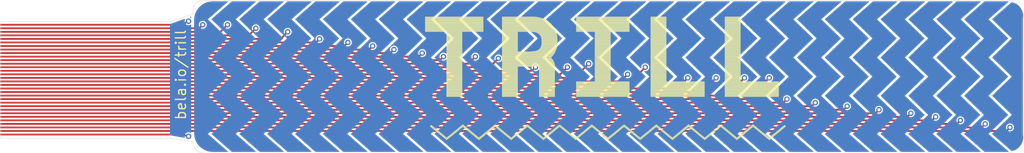
<source format=kicad_pcb>
(kicad_pcb (version 20171130) (host pcbnew "(5.1.8-0-10_14)")
  (layers (0 Top signal) (1 Route2 signal) (2 Route3 signal hide) (31 Bottom signal) (34 B.Paste user) (35 F.Paste user) (36 B.SilkS user) (37 F.SilkS user) (38 B.Mask user) (39 F.Mask user) (44 Edge.Cuts user))
  (net 0 "")
  (net 1 SENS18)
  (net 2 SENS16)
  (gr_line (start 104.9301 94.2086) (end 218.1981 94.2086) (layer Edge.Cuts) (width 0.05))
  (gr_arc (start 218.1981 96.7486) (end 218.1981 94.2086) (angle 90) (layer Edge.Cuts) (width 0.05))
  (gr_line (start 220.7381 96.7486) (end 220.7381 113.2586) (layer Edge.Cuts) (width 0.05))
  (gr_arc (start 218.1981 113.2586) (end 220.7381 113.2586) (angle 90) (layer Edge.Cuts) (width 0.05))
  (gr_line (start 218.1981 115.7986) (end 104.9301 115.7986) (layer Edge.Cuts) (width 0.05))
  (gr_arc (start 104.9301 114.2586) (end 104.9301 115.7986) (angle 90) (layer Edge.Cuts) (width 0.05))
  (gr_line (start 103.3901 114.2586) (end 103.3901 114.1796) (layer Edge.Cuts) (width 0.05))
  (gr_line (start 103.3901 96.1796) (end 103.3901 95.7486) (layer Edge.Cuts) (width 0.05))
  (gr_arc (start 104.9301 95.7486) (end 103.3901 95.7486) (angle 90) (layer Edge.Cuts) (width 0.05))
  (gr_line (start 100.2641 97.2296) (end 76.2641 97.2296) (layer Edge.Cuts) (width 0.05))
  (gr_line (start 100.2641 113.7296) (end 76.2641 113.7296) (layer Edge.Cuts) (width 0.05))
  (gr_line (start 76.2641 97.2296) (end 76.2641 113.7296) (layer Edge.Cuts) (width 0.05))
  (gr_text bela.io/trill (at 100.82735 98.2406 90) (layer F.SilkS) (effects (font (size 1.4478 1.4478) (thickness 0.18288)) (justify right top)))
  (gr_line (start 100.2641 113.7296) (end 103.3901 114.1796) (layer Edge.Cuts) (width 0.05))
  (gr_line (start 100.2641 97.2296) (end 103.3901 96.1796) (layer Edge.Cuts) (width 0.05))
  (gr_poly (pts (xy 139.18759 113.972847) (xy 139.25109 113.972847) (xy 139.25109 113.941354) (xy 139.18759 113.941354)) (layer F.SilkS) (width 0.005))
  (gr_poly (pts (xy 143.75959 113.972847) (xy 143.792609 113.972847) (xy 143.792609 113.941354) (xy 143.75959 113.941354)) (layer F.SilkS) (width 0.005))
  (gr_poly (pts (xy 148.301109 113.972847) (xy 148.33159 113.972847) (xy 148.33159 113.941354) (xy 148.301109 113.941354)) (layer F.SilkS) (width 0.005))
  (gr_poly (pts (xy 152.873109 113.972847) (xy 152.90359 113.972847) (xy 152.90359 113.941354) (xy 152.873109 113.941354)) (layer F.SilkS) (width 0.005))
  (gr_poly (pts (xy 157.41209 113.972847) (xy 157.445109 113.972847) (xy 157.445109 113.941354) (xy 157.41209 113.941354)) (layer F.SilkS) (width 0.005))
  (gr_poly (pts (xy 161.98409 113.972847) (xy 162.017109 113.972847) (xy 162.017109 113.941354) (xy 161.98409 113.941354)) (layer F.SilkS) (width 0.005))
  (gr_poly (pts (xy 166.525609 113.972847) (xy 166.55609 113.972847) (xy 166.55609 113.941354) (xy 166.525609 113.941354)) (layer F.SilkS) (width 0.005))
  (gr_poly (pts (xy 171.06459 113.972847) (xy 171.12809 113.972847) (xy 171.12809 113.941354) (xy 171.06459 113.941354)) (layer F.SilkS) (width 0.005))
  (gr_poly (pts (xy 175.63659 113.972847) (xy 175.669609 113.972847) (xy 175.669609 113.941354) (xy 175.63659 113.941354)) (layer F.SilkS) (width 0.005))
  (gr_poly (pts (xy 180.178109 113.972847) (xy 180.241609 113.972847) (xy 180.241609 113.941354) (xy 180.178109 113.941354)) (layer F.SilkS) (width 0.005))
  (gr_poly (pts (xy 184.750109 113.972847) (xy 184.78059 113.972847) (xy 184.78059 113.941354) (xy 184.750109 113.941354)) (layer F.SilkS) (width 0.005))
  (gr_poly (pts (xy 139.157109 113.941354) (xy 139.284109 113.941354) (xy 139.284109 113.909604) (xy 139.157109 113.909604)) (layer F.SilkS) (width 0.005))
  (gr_poly (pts (xy 143.729109 113.941354) (xy 143.82309 113.941354) (xy 143.82309 113.909604) (xy 143.729109 113.909604)) (layer F.SilkS) (width 0.005))
  (gr_poly (pts (xy 148.26809 113.941354) (xy 148.39509 113.941354) (xy 148.39509 113.909604) (xy 148.26809 113.909604)) (layer F.SilkS) (width 0.005))
  (gr_poly (pts (xy 152.84009 113.941354) (xy 152.936609 113.941354) (xy 152.936609 113.909604) (xy 152.84009 113.909604)) (layer F.SilkS) (width 0.005))
  (gr_poly (pts (xy 157.381609 113.941354) (xy 157.508609 113.941354) (xy 157.508609 113.909604) (xy 157.381609 113.909604)) (layer F.SilkS) (width 0.005))
  (gr_poly (pts (xy 161.92059 113.941354) (xy 162.04759 113.941354) (xy 162.04759 113.909604) (xy 161.92059 113.909604)) (layer F.SilkS) (width 0.005))
  (gr_poly (pts (xy 166.49259 113.941354) (xy 166.589109 113.941354) (xy 166.589109 113.909604) (xy 166.49259 113.909604)) (layer F.SilkS) (width 0.005))
  (gr_poly (pts (xy 171.034109 113.941354) (xy 171.161109 113.941354) (xy 171.161109 113.909604) (xy 171.034109 113.909604)) (layer F.SilkS) (width 0.005))
  (gr_poly (pts (xy 175.606109 113.941354) (xy 175.70009 113.941354) (xy 175.70009 113.909604) (xy 175.606109 113.909604)) (layer F.SilkS) (width 0.005))
  (gr_poly (pts (xy 180.14509 113.941354) (xy 180.27209 113.941354) (xy 180.27209 113.909604) (xy 180.14509 113.909604)) (layer F.SilkS) (width 0.005))
  (gr_poly (pts (xy 184.71709 113.941354) (xy 184.813609 113.941354) (xy 184.813609 113.909604) (xy 184.71709 113.909604)) (layer F.SilkS) (width 0.005))
  (gr_poly (pts (xy 139.12409 113.909604) (xy 139.31459 113.909604) (xy 139.31459 113.877597) (xy 139.12409 113.877597)) (layer F.SilkS) (width 0.005))
  (gr_poly (pts (xy 143.665609 113.909604) (xy 143.856109 113.909604) (xy 143.856109 113.877597) (xy 143.665609 113.877597)) (layer F.SilkS) (width 0.005))
  (gr_poly (pts (xy 148.237609 113.909604) (xy 148.428109 113.909604) (xy 148.428109 113.877597) (xy 148.237609 113.877597)) (layer F.SilkS) (width 0.005))
  (gr_poly (pts (xy 152.77659 113.909604) (xy 152.96709 113.909604) (xy 152.96709 113.877597) (xy 152.77659 113.877597)) (layer F.SilkS) (width 0.005))
  (gr_poly (pts (xy 157.34859 113.909604) (xy 157.53909 113.909604) (xy 157.53909 113.877597) (xy 157.34859 113.877597)) (layer F.SilkS) (width 0.005))
  (gr_poly (pts (xy 161.890109 113.909604) (xy 162.080609 113.909604) (xy 162.080609 113.877597) (xy 161.890109 113.877597)) (layer F.SilkS) (width 0.005))
  (gr_poly (pts (xy 166.462109 113.909604) (xy 166.652609 113.909604) (xy 166.652609 113.877597) (xy 166.462109 113.877597)) (layer F.SilkS) (width 0.005))
  (gr_poly (pts (xy 171.00109 113.909604) (xy 171.19159 113.909604) (xy 171.19159 113.877597) (xy 171.00109 113.877597)) (layer F.SilkS) (width 0.005))
  (gr_poly (pts (xy 175.542609 113.909604) (xy 175.76359 113.909604) (xy 175.76359 113.877597) (xy 175.542609 113.877597)) (layer F.SilkS) (width 0.005))
  (gr_poly (pts (xy 180.114609 113.909604) (xy 180.305109 113.909604) (xy 180.305109 113.877597) (xy 180.114609 113.877597)) (layer F.SilkS) (width 0.005))
  (gr_poly (pts (xy 184.65359 113.909604) (xy 184.84409 113.909604) (xy 184.84409 113.877597) (xy 184.65359 113.877597)) (layer F.SilkS) (width 0.005))
  (gr_poly (pts (xy 139.093609 113.877597) (xy 139.347609 113.877597) (xy 139.347609 113.845847) (xy 139.093609 113.845847)) (layer F.SilkS) (width 0.005))
  (gr_poly (pts (xy 143.63259 113.877597) (xy 143.919609 113.877597) (xy 143.919609 113.845847) (xy 143.63259 113.845847)) (layer F.SilkS) (width 0.005))
  (gr_poly (pts (xy 148.20459 113.877597) (xy 148.45859 113.877597) (xy 148.45859 113.845847) (xy 148.20459 113.845847)) (layer F.SilkS) (width 0.005))
  (gr_poly (pts (xy 152.746109 113.877597) (xy 153.03059 113.877597) (xy 153.03059 113.845847) (xy 152.746109 113.845847)) (layer F.SilkS) (width 0.005))
  (gr_poly (pts (xy 157.318109 113.877597) (xy 157.572109 113.877597) (xy 157.572109 113.845847) (xy 157.318109 113.845847)) (layer F.SilkS) (width 0.005))
  (gr_poly (pts (xy 161.85709 113.877597) (xy 162.11109 113.877597) (xy 162.11109 113.845847) (xy 161.85709 113.845847)) (layer F.SilkS) (width 0.005))
  (gr_poly (pts (xy 166.398609 113.877597) (xy 166.68309 113.877597) (xy 166.68309 113.845847) (xy 166.398609 113.845847)) (layer F.SilkS) (width 0.005))
  (gr_poly (pts (xy 170.970609 113.877597) (xy 171.224609 113.877597) (xy 171.224609 113.845847) (xy 170.970609 113.845847)) (layer F.SilkS) (width 0.005))
  (gr_poly (pts (xy 175.50959 113.877597) (xy 175.796609 113.877597) (xy 175.796609 113.845847) (xy 175.50959 113.845847)) (layer F.SilkS) (width 0.005))
  (gr_poly (pts (xy 180.08159 113.877597) (xy 180.33559 113.877597) (xy 180.33559 113.845847) (xy 180.08159 113.845847)) (layer F.SilkS) (width 0.005))
  (gr_poly (pts (xy 184.623109 113.877597) (xy 184.90759 113.877597) (xy 184.90759 113.845847) (xy 184.623109 113.845847)) (layer F.SilkS) (width 0.005))
  (gr_poly (pts (xy 139.06059 113.845847) (xy 139.37809 113.845847) (xy 139.37809 113.814354) (xy 139.06059 113.814354)) (layer F.SilkS) (width 0.005))
  (gr_poly (pts (xy 143.602109 113.845847) (xy 143.95009 113.845847) (xy 143.95009 113.814354) (xy 143.602109 113.814354)) (layer F.SilkS) (width 0.005))
  (gr_poly (pts (xy 148.14109 113.845847) (xy 148.491609 113.845847) (xy 148.491609 113.814354) (xy 148.14109 113.814354)) (layer F.SilkS) (width 0.005))
  (gr_poly (pts (xy 152.71309 113.845847) (xy 153.063609 113.845847) (xy 153.063609 113.814354) (xy 152.71309 113.814354)) (layer F.SilkS) (width 0.005))
  (gr_poly (pts (xy 157.254609 113.845847) (xy 157.60259 113.845847) (xy 157.60259 113.814354) (xy 157.254609 113.814354)) (layer F.SilkS) (width 0.005))
  (gr_poly (pts (xy 161.826609 113.845847) (xy 162.17459 113.845847) (xy 162.17459 113.814354) (xy 161.826609 113.814354)) (layer F.SilkS) (width 0.005))
  (gr_poly (pts (xy 166.36559 113.845847) (xy 166.716109 113.845847) (xy 166.716109 113.814354) (xy 166.36559 113.814354)) (layer F.SilkS) (width 0.005))
  (gr_poly (pts (xy 170.93759 113.845847) (xy 171.25509 113.845847) (xy 171.25509 113.814354) (xy 170.93759 113.814354)) (layer F.SilkS) (width 0.005))
  (gr_poly (pts (xy 175.479109 113.845847) (xy 175.82709 113.845847) (xy 175.82709 113.814354) (xy 175.479109 113.814354)) (layer F.SilkS) (width 0.005))
  (gr_poly (pts (xy 180.051109 113.845847) (xy 180.368609 113.845847) (xy 180.368609 113.814354) (xy 180.051109 113.814354)) (layer F.SilkS) (width 0.005))
  (gr_poly (pts (xy 184.59009 113.845847) (xy 184.940609 113.845847) (xy 184.940609 113.814354) (xy 184.59009 113.814354)) (layer F.SilkS) (width 0.005))
  (gr_poly (pts (xy 138.99709 113.814354) (xy 139.44159 113.814354) (xy 139.44159 113.782347) (xy 138.99709 113.782347)) (layer F.SilkS) (width 0.005))
  (gr_poly (pts (xy 143.56909 113.814354) (xy 143.983109 113.814354) (xy 143.983109 113.782347) (xy 143.56909 113.782347)) (layer F.SilkS) (width 0.005))
  (gr_poly (pts (xy 148.110609 113.814354) (xy 148.555109 113.814354) (xy 148.555109 113.782347) (xy 148.110609 113.782347)) (layer F.SilkS) (width 0.005))
  (gr_poly (pts (xy 152.682609 113.814354) (xy 153.09409 113.814354) (xy 153.09409 113.782347) (xy 152.682609 113.782347)) (layer F.SilkS) (width 0.005))
  (gr_poly (pts (xy 157.22159 113.814354) (xy 157.635609 113.814354) (xy 157.635609 113.782347) (xy 157.22159 113.782347)) (layer F.SilkS) (width 0.005))
  (gr_poly (pts (xy 161.79359 113.814354) (xy 162.207609 113.814354) (xy 162.207609 113.782347) (xy 161.79359 113.782347)) (layer F.SilkS) (width 0.005))
  (gr_poly (pts (xy 166.335109 113.814354) (xy 166.74659 113.814354) (xy 166.74659 113.782347) (xy 166.335109 113.782347)) (layer F.SilkS) (width 0.005))
  (gr_poly (pts (xy 170.87409 113.814354) (xy 171.31859 113.814354) (xy 171.31859 113.782347) (xy 170.87409 113.782347)) (layer F.SilkS) (width 0.005))
  (gr_poly (pts (xy 175.44609 113.814354) (xy 175.860109 113.814354) (xy 175.860109 113.782347) (xy 175.44609 113.782347)) (layer F.SilkS) (width 0.005))
  (gr_poly (pts (xy 179.987609 113.814354) (xy 180.432109 113.814354) (xy 180.432109 113.782347) (xy 179.987609 113.782347)) (layer F.SilkS) (width 0.005))
  (gr_poly (pts (xy 184.559609 113.814354) (xy 184.97109 113.814354) (xy 184.97109 113.782347) (xy 184.559609 113.782347)) (layer F.SilkS) (width 0.005))
  (gr_poly (pts (xy 138.966609 113.782347) (xy 139.474609 113.782347) (xy 139.474609 113.750597) (xy 138.966609 113.750597)) (layer F.SilkS) (width 0.005))
  (gr_poly (pts (xy 143.538609 113.782347) (xy 144.01359 113.782347) (xy 144.01359 113.750597) (xy 143.538609 113.750597)) (layer F.SilkS) (width 0.005))
  (gr_poly (pts (xy 148.07759 113.782347) (xy 148.58559 113.782347) (xy 148.58559 113.750597) (xy 148.07759 113.750597)) (layer F.SilkS) (width 0.005))
  (gr_poly (pts (xy 152.619109 113.782347) (xy 153.127109 113.782347) (xy 153.127109 113.750597) (xy 152.619109 113.750597)) (layer F.SilkS) (width 0.005))
  (gr_poly (pts (xy 157.191109 113.782347) (xy 157.699109 113.782347) (xy 157.699109 113.750597) (xy 157.191109 113.750597)) (layer F.SilkS) (width 0.005))
  (gr_poly (pts (xy 161.73009 113.782347) (xy 162.23809 113.782347) (xy 162.23809 113.750597) (xy 161.73009 113.750597)) (layer F.SilkS) (width 0.005))
  (gr_poly (pts (xy 166.30209 113.782347) (xy 166.81009 113.782347) (xy 166.81009 113.750597) (xy 166.30209 113.750597)) (layer F.SilkS) (width 0.005))
  (gr_poly (pts (xy 170.843609 113.782347) (xy 171.351609 113.782347) (xy 171.351609 113.750597) (xy 170.843609 113.750597)) (layer F.SilkS) (width 0.005))
  (gr_poly (pts (xy 175.415609 113.782347) (xy 175.89059 113.782347) (xy 175.89059 113.750597) (xy 175.415609 113.750597)) (layer F.SilkS) (width 0.005))
  (gr_poly (pts (xy 179.95459 113.782347) (xy 180.46259 113.782347) (xy 180.46259 113.750597) (xy 179.95459 113.750597)) (layer F.SilkS) (width 0.005))
  (gr_poly (pts (xy 184.52659 113.782347) (xy 185.004109 113.782347) (xy 185.004109 113.750597) (xy 184.52659 113.750597)) (layer F.SilkS) (width 0.005))
  (gr_poly (pts (xy 138.93359 113.750597) (xy 139.50509 113.750597) (xy 139.50509 113.719104) (xy 138.93359 113.719104)) (layer F.SilkS) (width 0.005))
  (gr_poly (pts (xy 143.475109 113.750597) (xy 144.07709 113.750597) (xy 144.07709 113.719104) (xy 143.475109 113.719104)) (layer F.SilkS) (width 0.005))
  (gr_poly (pts (xy 148.047109 113.750597) (xy 148.618609 113.750597) (xy 148.618609 113.719104) (xy 148.047109 113.719104)) (layer F.SilkS) (width 0.005))
  (gr_poly (pts (xy 152.58609 113.750597) (xy 153.15759 113.750597) (xy 153.15759 113.719104) (xy 152.58609 113.719104)) (layer F.SilkS) (width 0.005))
  (gr_poly (pts (xy 157.15809 113.750597) (xy 157.72959 113.750597) (xy 157.72959 113.719104) (xy 157.15809 113.719104)) (layer F.SilkS) (width 0.005))
  (gr_poly (pts (xy 161.699609 113.750597) (xy 162.271109 113.750597) (xy 162.271109 113.719104) (xy 161.699609 113.719104)) (layer F.SilkS) (width 0.005))
  (gr_poly (pts (xy 166.271609 113.750597) (xy 166.843109 113.750597) (xy 166.843109 113.719104) (xy 166.271609 113.719104)) (layer F.SilkS) (width 0.005))
  (gr_poly (pts (xy 170.81059 113.750597) (xy 171.38209 113.750597) (xy 171.38209 113.719104) (xy 170.81059 113.719104)) (layer F.SilkS) (width 0.005))
  (gr_poly (pts (xy 175.352109 113.750597) (xy 175.95409 113.750597) (xy 175.95409 113.719104) (xy 175.352109 113.719104)) (layer F.SilkS) (width 0.005))
  (gr_poly (pts (xy 179.924109 113.750597) (xy 180.495609 113.750597) (xy 180.495609 113.719104) (xy 179.924109 113.719104)) (layer F.SilkS) (width 0.005))
  (gr_poly (pts (xy 184.46309 113.750597) (xy 185.067609 113.750597) (xy 185.067609 113.719104) (xy 184.46309 113.719104)) (layer F.SilkS) (width 0.005))
  (gr_poly (pts (xy 138.903109 113.719104) (xy 139.538109 113.719104) (xy 139.538109 113.687097) (xy 138.903109 113.687097)) (layer F.SilkS) (width 0.005))
  (gr_poly (pts (xy 143.44209 113.719104) (xy 144.110109 113.719104) (xy 144.110109 113.687097) (xy 143.44209 113.687097)) (layer F.SilkS) (width 0.005))
  (gr_poly (pts (xy 148.01409 113.719104) (xy 148.64909 113.719104) (xy 148.64909 113.687097) (xy 148.01409 113.687097)) (layer F.SilkS) (width 0.005))
  (gr_poly (pts (xy 152.555609 113.719104) (xy 153.22109 113.719104) (xy 153.22109 113.687097) (xy 152.555609 113.687097)) (layer F.SilkS) (width 0.005))
  (gr_poly (pts (xy 157.09459 113.719104) (xy 157.762609 113.719104) (xy 157.762609 113.687097) (xy 157.09459 113.687097)) (layer F.SilkS) (width 0.005))
  (gr_poly (pts (xy 161.66659 113.719104) (xy 162.30159 113.719104) (xy 162.30159 113.687097) (xy 161.66659 113.687097)) (layer F.SilkS) (width 0.005))
  (gr_poly (pts (xy 166.208109 113.719104) (xy 166.87359 113.719104) (xy 166.87359 113.687097) (xy 166.208109 113.687097)) (layer F.SilkS) (width 0.005))
  (gr_poly (pts (xy 170.780109 113.719104) (xy 171.415109 113.719104) (xy 171.415109 113.687097) (xy 170.780109 113.687097)) (layer F.SilkS) (width 0.005))
  (gr_poly (pts (xy 175.31909 113.719104) (xy 175.987109 113.719104) (xy 175.987109 113.687097) (xy 175.31909 113.687097)) (layer F.SilkS) (width 0.005))
  (gr_poly (pts (xy 179.89109 113.719104) (xy 180.52609 113.719104) (xy 180.52609 113.687097) (xy 179.89109 113.687097)) (layer F.SilkS) (width 0.005))
  (gr_poly (pts (xy 184.432609 113.719104) (xy 185.09809 113.719104) (xy 185.09809 113.687097) (xy 184.432609 113.687097)) (layer F.SilkS) (width 0.005))
  (gr_poly (pts (xy 138.839609 113.687097) (xy 139.601609 113.687097) (xy 139.601609 113.655347) (xy 138.839609 113.655347)) (layer F.SilkS) (width 0.005))
  (gr_poly (pts (xy 143.411609 113.687097) (xy 144.14059 113.687097) (xy 144.14059 113.655347) (xy 143.411609 113.655347)) (layer F.SilkS) (width 0.005))
  (gr_poly (pts (xy 147.95059 113.687097) (xy 148.682109 113.687097) (xy 148.682109 113.655347) (xy 147.95059 113.655347)) (layer F.SilkS) (width 0.005))
  (gr_poly (pts (xy 152.52259 113.687097) (xy 153.254109 113.687097) (xy 153.254109 113.655347) (xy 152.52259 113.655347)) (layer F.SilkS) (width 0.005))
  (gr_poly (pts (xy 157.064109 113.687097) (xy 157.79309 113.687097) (xy 157.79309 113.655347) (xy 157.064109 113.655347)) (layer F.SilkS) (width 0.005))
  (gr_poly (pts (xy 161.636109 113.687097) (xy 162.36509 113.687097) (xy 162.36509 113.655347) (xy 161.636109 113.655347)) (layer F.SilkS) (width 0.005))
  (gr_poly (pts (xy 166.17509 113.687097) (xy 166.906609 113.687097) (xy 166.906609 113.655347) (xy 166.17509 113.655347)) (layer F.SilkS) (width 0.005))
  (gr_poly (pts (xy 170.74709 113.687097) (xy 171.478609 113.687097) (xy 171.478609 113.655347) (xy 170.74709 113.655347)) (layer F.SilkS) (width 0.005))
  (gr_poly (pts (xy 175.288609 113.687097) (xy 176.01759 113.687097) (xy 176.01759 113.655347) (xy 175.288609 113.655347)) (layer F.SilkS) (width 0.005))
  (gr_poly (pts (xy 179.82759 113.687097) (xy 180.58959 113.687097) (xy 180.58959 113.655347) (xy 179.82759 113.655347)) (layer F.SilkS) (width 0.005))
  (gr_poly (pts (xy 184.39959 113.687097) (xy 185.131109 113.687097) (xy 185.131109 113.655347) (xy 184.39959 113.655347)) (layer F.SilkS) (width 0.005))
  (gr_poly (pts (xy 138.80659 113.655347) (xy 139.63209 113.655347) (xy 139.63209 113.623854) (xy 138.80659 113.623854)) (layer F.SilkS) (width 0.005))
  (gr_poly (pts (xy 143.37859 113.655347) (xy 144.173609 113.655347) (xy 144.173609 113.623854) (xy 143.37859 113.623854)) (layer F.SilkS) (width 0.005))
  (gr_poly (pts (xy 147.920109 113.655347) (xy 148.745609 113.655347) (xy 148.745609 113.623854) (xy 147.920109 113.623854)) (layer F.SilkS) (width 0.005))
  (gr_poly (pts (xy 152.492109 113.655347) (xy 153.28459 113.655347) (xy 153.28459 113.623854) (xy 152.492109 113.623854)) (layer F.SilkS) (width 0.005))
  (gr_poly (pts (xy 157.03109 113.655347) (xy 157.826109 113.655347) (xy 157.826109 113.623854) (xy 157.03109 113.623854)) (layer F.SilkS) (width 0.005))
  (gr_poly (pts (xy 161.572609 113.655347) (xy 162.398109 113.655347) (xy 162.398109 113.623854) (xy 161.572609 113.623854)) (layer F.SilkS) (width 0.005))
  (gr_poly (pts (xy 166.144609 113.655347) (xy 166.93709 113.655347) (xy 166.93709 113.623854) (xy 166.144609 113.623854)) (layer F.SilkS) (width 0.005))
  (gr_poly (pts (xy 170.68359 113.655347) (xy 171.50909 113.655347) (xy 171.50909 113.623854) (xy 170.68359 113.623854)) (layer F.SilkS) (width 0.005))
  (gr_poly (pts (xy 175.25559 113.655347) (xy 176.050609 113.655347) (xy 176.050609 113.623854) (xy 175.25559 113.623854)) (layer F.SilkS) (width 0.005))
  (gr_poly (pts (xy 179.797109 113.655347) (xy 180.622609 113.655347) (xy 180.622609 113.623854) (xy 179.797109 113.623854)) (layer F.SilkS) (width 0.005))
  (gr_poly (pts (xy 184.369109 113.655347) (xy 185.16159 113.655347) (xy 185.16159 113.623854) (xy 184.369109 113.623854)) (layer F.SilkS) (width 0.005))
  (gr_poly (pts (xy 138.776109 113.623854) (xy 139.665109 113.623854) (xy 139.665109 113.591847) (xy 138.776109 113.591847)) (layer F.SilkS) (width 0.005))
  (gr_poly (pts (xy 143.31509 113.623854) (xy 144.20409 113.623854) (xy 144.20409 113.591847) (xy 143.31509 113.591847)) (layer F.SilkS) (width 0.005))
  (gr_poly (pts (xy 147.88709 113.623854) (xy 148.77609 113.623854) (xy 148.77609 113.591847) (xy 147.88709 113.591847)) (layer F.SilkS) (width 0.005))
  (gr_poly (pts (xy 152.428609 113.623854) (xy 153.317609 113.623854) (xy 153.317609 113.591847) (xy 152.428609 113.591847)) (layer F.SilkS) (width 0.005))
  (gr_poly (pts (xy 157.000609 113.623854) (xy 157.889609 113.623854) (xy 157.889609 113.591847) (xy 157.000609 113.591847)) (layer F.SilkS) (width 0.005))
  (gr_poly (pts (xy 161.53959 113.623854) (xy 162.42859 113.623854) (xy 162.42859 113.591847) (xy 161.53959 113.591847)) (layer F.SilkS) (width 0.005))
  (gr_poly (pts (xy 166.11159 113.623854) (xy 167.00059 113.623854) (xy 167.00059 113.591847) (xy 166.11159 113.591847)) (layer F.SilkS) (width 0.005))
  (gr_poly (pts (xy 170.653109 113.623854) (xy 171.542109 113.623854) (xy 171.542109 113.591847) (xy 170.653109 113.591847)) (layer F.SilkS) (width 0.005))
  (gr_poly (pts (xy 175.225109 113.623854) (xy 176.08109 113.623854) (xy 176.08109 113.591847) (xy 175.225109 113.591847)) (layer F.SilkS) (width 0.005))
  (gr_poly (pts (xy 179.76409 113.623854) (xy 180.65309 113.623854) (xy 180.65309 113.591847) (xy 179.76409 113.591847)) (layer F.SilkS) (width 0.005))
  (gr_poly (pts (xy 184.305609 113.623854) (xy 185.194609 113.623854) (xy 185.194609 113.591847) (xy 184.305609 113.591847)) (layer F.SilkS) (width 0.005))
  (gr_poly (pts (xy 138.74309 113.591847) (xy 139.18759 113.591847) (xy 139.18759 113.560097) (xy 138.74309 113.560097)) (layer F.SilkS) (width 0.005))
  (gr_poly (pts (xy 139.25109 113.591847) (xy 139.69559 113.591847) (xy 139.69559 113.560097) (xy 139.25109 113.560097)) (layer F.SilkS) (width 0.005))
  (gr_poly (pts (xy 143.284609 113.591847) (xy 143.729109 113.591847) (xy 143.729109 113.560097) (xy 143.284609 113.560097)) (layer F.SilkS) (width 0.005))
  (gr_poly (pts (xy 143.82309 113.591847) (xy 144.26759 113.591847) (xy 144.26759 113.560097) (xy 143.82309 113.560097)) (layer F.SilkS) (width 0.005))
  (gr_poly (pts (xy 147.856609 113.591847) (xy 148.301109 113.591847) (xy 148.301109 113.560097) (xy 147.856609 113.560097)) (layer F.SilkS) (width 0.005))
  (gr_poly (pts (xy 148.364609 113.591847) (xy 148.809109 113.591847) (xy 148.809109 113.560097) (xy 148.364609 113.560097)) (layer F.SilkS) (width 0.005))
  (gr_poly (pts (xy 152.39559 113.591847) (xy 152.84009 113.591847) (xy 152.84009 113.560097) (xy 152.39559 113.560097)) (layer F.SilkS) (width 0.005))
  (gr_poly (pts (xy 152.936609 113.591847) (xy 153.34809 113.591847) (xy 153.34809 113.560097) (xy 152.936609 113.560097)) (layer F.SilkS) (width 0.005))
  (gr_poly (pts (xy 156.96759 113.591847) (xy 157.41209 113.591847) (xy 157.41209 113.560097) (xy 156.96759 113.560097)) (layer F.SilkS) (width 0.005))
  (gr_poly (pts (xy 157.47559 113.591847) (xy 157.92009 113.591847) (xy 157.92009 113.560097) (xy 157.47559 113.560097)) (layer F.SilkS) (width 0.005))
  (gr_poly (pts (xy 161.509109 113.591847) (xy 161.953609 113.591847) (xy 161.953609 113.560097) (xy 161.509109 113.560097)) (layer F.SilkS) (width 0.005))
  (gr_poly (pts (xy 162.017109 113.591847) (xy 162.461609 113.591847) (xy 162.461609 113.560097) (xy 162.017109 113.560097)) (layer F.SilkS) (width 0.005))
  (gr_poly (pts (xy 166.04809 113.591847) (xy 166.49259 113.591847) (xy 166.49259 113.560097) (xy 166.04809 113.560097)) (layer F.SilkS) (width 0.005))
  (gr_poly (pts (xy 166.589109 113.591847) (xy 167.033609 113.591847) (xy 167.033609 113.560097) (xy 166.589109 113.560097)) (layer F.SilkS) (width 0.005))
  (gr_poly (pts (xy 170.62009 113.591847) (xy 171.06459 113.591847) (xy 171.06459 113.560097) (xy 170.62009 113.560097)) (layer F.SilkS) (width 0.005))
  (gr_poly (pts (xy 171.12809 113.591847) (xy 171.57259 113.591847) (xy 171.57259 113.560097) (xy 171.12809 113.560097)) (layer F.SilkS) (width 0.005))
  (gr_poly (pts (xy 175.161609 113.591847) (xy 175.606109 113.591847) (xy 175.606109 113.560097) (xy 175.161609 113.560097)) (layer F.SilkS) (width 0.005))
  (gr_poly (pts (xy 175.70009 113.591847) (xy 176.14459 113.591847) (xy 176.14459 113.560097) (xy 175.70009 113.560097)) (layer F.SilkS) (width 0.005))
  (gr_poly (pts (xy 179.733609 113.591847) (xy 180.178109 113.591847) (xy 180.178109 113.560097) (xy 179.733609 113.560097)) (layer F.SilkS) (width 0.005))
  (gr_poly (pts (xy 180.241609 113.591847) (xy 180.686109 113.591847) (xy 180.686109 113.560097) (xy 180.241609 113.560097)) (layer F.SilkS) (width 0.005))
  (gr_poly (pts (xy 184.27259 113.591847) (xy 184.71709 113.591847) (xy 184.71709 113.560097) (xy 184.27259 113.560097)) (layer F.SilkS) (width 0.005))
  (gr_poly (pts (xy 184.813609 113.591847) (xy 185.258109 113.591847) (xy 185.258109 113.560097) (xy 184.813609 113.560097)) (layer F.SilkS) (width 0.005))
  (gr_poly (pts (xy 138.712609 113.560097) (xy 139.157109 113.560097) (xy 139.157109 113.528347) (xy 138.712609 113.528347)) (layer F.SilkS) (width 0.005))
  (gr_poly (pts (xy 139.284109 113.560097) (xy 139.728609 113.560097) (xy 139.728609 113.528347) (xy 139.284109 113.528347)) (layer F.SilkS) (width 0.005))
  (gr_poly (pts (xy 143.25159 113.560097) (xy 143.69609 113.560097) (xy 143.69609 113.528347) (xy 143.25159 113.528347)) (layer F.SilkS) (width 0.005))
  (gr_poly (pts (xy 143.856109 113.560097) (xy 144.300609 113.560097) (xy 144.300609 113.528347) (xy 143.856109 113.528347)) (layer F.SilkS) (width 0.005))
  (gr_poly (pts (xy 147.793109 113.560097) (xy 148.237609 113.560097) (xy 148.237609 113.528347) (xy 147.793109 113.528347)) (layer F.SilkS) (width 0.005))
  (gr_poly (pts (xy 148.39509 113.560097) (xy 148.83959 113.560097) (xy 148.83959 113.528347) (xy 148.39509 113.528347)) (layer F.SilkS) (width 0.005))
  (gr_poly (pts (xy 152.365109 113.560097) (xy 152.809609 113.560097) (xy 152.809609 113.528347) (xy 152.365109 113.528347)) (layer F.SilkS) (width 0.005))
  (gr_poly (pts (xy 152.96709 113.560097) (xy 153.41159 113.560097) (xy 153.41159 113.528347) (xy 152.96709 113.528347)) (layer F.SilkS) (width 0.005))
  (gr_poly (pts (xy 156.90409 113.560097) (xy 157.34859 113.560097) (xy 157.34859 113.528347) (xy 156.90409 113.528347)) (layer F.SilkS) (width 0.005))
  (gr_poly (pts (xy 157.508609 113.560097) (xy 157.953109 113.560097) (xy 157.953109 113.528347) (xy 157.508609 113.528347)) (layer F.SilkS) (width 0.005))
  (gr_poly (pts (xy 161.47609 113.560097) (xy 161.92059 113.560097) (xy 161.92059 113.528347) (xy 161.47609 113.528347)) (layer F.SilkS) (width 0.005))
  (gr_poly (pts (xy 162.080609 113.560097) (xy 162.525109 113.560097) (xy 162.525109 113.528347) (xy 162.080609 113.528347)) (layer F.SilkS) (width 0.005))
  (gr_poly (pts (xy 166.017609 113.560097) (xy 166.462109 113.560097) (xy 166.462109 113.528347) (xy 166.017609 113.528347)) (layer F.SilkS) (width 0.005))
  (gr_poly (pts (xy 166.61959 113.560097) (xy 167.06409 113.560097) (xy 167.06409 113.528347) (xy 166.61959 113.528347)) (layer F.SilkS) (width 0.005))
  (gr_poly (pts (xy 170.589609 113.560097) (xy 171.034109 113.560097) (xy 171.034109 113.528347) (xy 170.589609 113.528347)) (layer F.SilkS) (width 0.005))
  (gr_poly (pts (xy 171.161109 113.560097) (xy 171.605609 113.560097) (xy 171.605609 113.528347) (xy 171.161109 113.528347)) (layer F.SilkS) (width 0.005))
  (gr_poly (pts (xy 175.12859 113.560097) (xy 175.57309 113.560097) (xy 175.57309 113.528347) (xy 175.12859 113.528347)) (layer F.SilkS) (width 0.005))
  (gr_poly (pts (xy 175.733109 113.560097) (xy 176.177609 113.560097) (xy 176.177609 113.528347) (xy 175.733109 113.528347)) (layer F.SilkS) (width 0.005))
  (gr_poly (pts (xy 179.70059 113.560097) (xy 180.14509 113.560097) (xy 180.14509 113.528347) (xy 179.70059 113.528347)) (layer F.SilkS) (width 0.005))
  (gr_poly (pts (xy 180.27209 113.560097) (xy 180.71659 113.560097) (xy 180.71659 113.528347) (xy 180.27209 113.528347)) (layer F.SilkS) (width 0.005))
  (gr_poly (pts (xy 184.242109 113.560097) (xy 184.686609 113.560097) (xy 184.686609 113.528347) (xy 184.242109 113.528347)) (layer F.SilkS) (width 0.005))
  (gr_poly (pts (xy 184.84409 113.560097) (xy 185.28859 113.560097) (xy 185.28859 113.528347) (xy 184.84409 113.528347)) (layer F.SilkS) (width 0.005))
  (gr_poly (pts (xy 138.649109 113.528347) (xy 139.093609 113.528347) (xy 139.093609 113.496597) (xy 138.649109 113.496597)) (layer F.SilkS) (width 0.005))
  (gr_poly (pts (xy 139.347609 113.528347) (xy 139.792109 113.528347) (xy 139.792109 113.496597) (xy 139.347609 113.496597)) (layer F.SilkS) (width 0.005))
  (gr_poly (pts (xy 143.221109 113.528347) (xy 143.665609 113.528347) (xy 143.665609 113.496597) (xy 143.221109 113.496597)) (layer F.SilkS) (width 0.005))
  (gr_poly (pts (xy 143.88659 113.528347) (xy 144.33109 113.528347) (xy 144.33109 113.496597) (xy 143.88659 113.496597)) (layer F.SilkS) (width 0.005))
  (gr_poly (pts (xy 147.76009 113.528347) (xy 148.20459 113.528347) (xy 148.20459 113.496597) (xy 147.76009 113.496597)) (layer F.SilkS) (width 0.005))
  (gr_poly (pts (xy 148.45859 113.528347) (xy 148.872609 113.528347) (xy 148.872609 113.496597) (xy 148.45859 113.496597)) (layer F.SilkS) (width 0.005))
  (gr_poly (pts (xy 152.33209 113.528347) (xy 152.77659 113.528347) (xy 152.77659 113.496597) (xy 152.33209 113.496597)) (layer F.SilkS) (width 0.005))
  (gr_poly (pts (xy 153.000109 113.528347) (xy 153.444609 113.528347) (xy 153.444609 113.496597) (xy 153.000109 113.496597)) (layer F.SilkS) (width 0.005))
  (gr_poly (pts (xy 156.873609 113.528347) (xy 157.318109 113.528347) (xy 157.318109 113.496597) (xy 156.873609 113.496597)) (layer F.SilkS) (width 0.005))
  (gr_poly (pts (xy 157.53909 113.528347) (xy 157.98359 113.528347) (xy 157.98359 113.496597) (xy 157.53909 113.496597)) (layer F.SilkS) (width 0.005))
  (gr_poly (pts (xy 161.445609 113.528347) (xy 161.890109 113.528347) (xy 161.890109 113.496597) (xy 161.445609 113.496597)) (layer F.SilkS) (width 0.005))
  (gr_poly (pts (xy 162.11109 113.528347) (xy 162.55559 113.528347) (xy 162.55559 113.496597) (xy 162.11109 113.496597)) (layer F.SilkS) (width 0.005))
  (gr_poly (pts (xy 165.98459 113.528347) (xy 166.42909 113.528347) (xy 166.42909 113.496597) (xy 165.98459 113.496597)) (layer F.SilkS) (width 0.005))
  (gr_poly (pts (xy 166.652609 113.528347) (xy 167.097109 113.528347) (xy 167.097109 113.496597) (xy 166.652609 113.496597)) (layer F.SilkS) (width 0.005))
  (gr_poly (pts (xy 170.526109 113.528347) (xy 170.970609 113.528347) (xy 170.970609 113.496597) (xy 170.526109 113.496597)) (layer F.SilkS) (width 0.005))
  (gr_poly (pts (xy 171.224609 113.528347) (xy 171.669109 113.528347) (xy 171.669109 113.496597) (xy 171.224609 113.496597)) (layer F.SilkS) (width 0.005))
  (gr_poly (pts (xy 175.098109 113.528347) (xy 175.542609 113.528347) (xy 175.542609 113.496597) (xy 175.098109 113.496597)) (layer F.SilkS) (width 0.005))
  (gr_poly (pts (xy 175.76359 113.528347) (xy 176.20809 113.528347) (xy 176.20809 113.496597) (xy 175.76359 113.496597)) (layer F.SilkS) (width 0.005))
  (gr_poly (pts (xy 179.63709 113.528347) (xy 180.08159 113.528347) (xy 180.08159 113.496597) (xy 179.63709 113.496597)) (layer F.SilkS) (width 0.005))
  (gr_poly (pts (xy 180.33559 113.528347) (xy 180.78009 113.528347) (xy 180.78009 113.496597) (xy 180.33559 113.496597)) (layer F.SilkS) (width 0.005))
  (gr_poly (pts (xy 184.20909 113.528347) (xy 184.65359 113.528347) (xy 184.65359 113.496597) (xy 184.20909 113.496597)) (layer F.SilkS) (width 0.005))
  (gr_poly (pts (xy 184.877109 113.528347) (xy 185.321609 113.528347) (xy 185.321609 113.496597) (xy 184.877109 113.496597)) (layer F.SilkS) (width 0.005))
  (gr_poly (pts (xy 138.61609 113.496597) (xy 139.06059 113.496597) (xy 139.06059 113.465104) (xy 138.61609 113.465104)) (layer F.SilkS) (width 0.005))
  (gr_poly (pts (xy 139.37809 113.496597) (xy 139.82259 113.496597) (xy 139.82259 113.465104) (xy 139.37809 113.465104)) (layer F.SilkS) (width 0.005))
  (gr_poly (pts (xy 143.18809 113.496597) (xy 143.63259 113.496597) (xy 143.63259 113.465104) (xy 143.18809 113.465104)) (layer F.SilkS) (width 0.005))
  (gr_poly (pts (xy 143.919609 113.496597) (xy 144.364109 113.496597) (xy 144.364109 113.465104) (xy 143.919609 113.465104)) (layer F.SilkS) (width 0.005))
  (gr_poly (pts (xy 147.729609 113.496597) (xy 148.174109 113.496597) (xy 148.174109 113.465104) (xy 147.729609 113.465104)) (layer F.SilkS) (width 0.005))
  (gr_poly (pts (xy 148.491609 113.496597) (xy 148.936109 113.496597) (xy 148.936109 113.465104) (xy 148.491609 113.465104)) (layer F.SilkS) (width 0.005))
  (gr_poly (pts (xy 152.26859 113.496597) (xy 152.71309 113.496597) (xy 152.71309 113.465104) (xy 152.26859 113.465104)) (layer F.SilkS) (width 0.005))
  (gr_poly (pts (xy 153.03059 113.496597) (xy 153.47509 113.496597) (xy 153.47509 113.465104) (xy 153.03059 113.465104)) (layer F.SilkS) (width 0.005))
  (gr_poly (pts (xy 156.84059 113.496597) (xy 157.28509 113.496597) (xy 157.28509 113.465104) (xy 156.84059 113.465104)) (layer F.SilkS) (width 0.005))
  (gr_poly (pts (xy 157.60259 113.496597) (xy 158.04709 113.496597) (xy 158.04709 113.465104) (xy 157.60259 113.465104)) (layer F.SilkS) (width 0.005))
  (gr_poly (pts (xy 161.382109 113.496597) (xy 161.826609 113.496597) (xy 161.826609 113.465104) (xy 161.382109 113.465104)) (layer F.SilkS) (width 0.005))
  (gr_poly (pts (xy 162.144109 113.496597) (xy 162.588609 113.496597) (xy 162.588609 113.465104) (xy 162.144109 113.465104)) (layer F.SilkS) (width 0.005))
  (gr_poly (pts (xy 165.954109 113.496597) (xy 166.398609 113.496597) (xy 166.398609 113.465104) (xy 165.954109 113.465104)) (layer F.SilkS) (width 0.005))
  (gr_poly (pts (xy 166.68309 113.496597) (xy 167.12759 113.496597) (xy 167.12759 113.465104) (xy 166.68309 113.465104)) (layer F.SilkS) (width 0.005))
  (gr_poly (pts (xy 170.49309 113.496597) (xy 170.93759 113.496597) (xy 170.93759 113.465104) (xy 170.49309 113.465104)) (layer F.SilkS) (width 0.005))
  (gr_poly (pts (xy 171.25509 113.496597) (xy 171.69959 113.496597) (xy 171.69959 113.465104) (xy 171.25509 113.465104)) (layer F.SilkS) (width 0.005))
  (gr_poly (pts (xy 175.06509 113.496597) (xy 175.50959 113.496597) (xy 175.50959 113.465104) (xy 175.06509 113.465104)) (layer F.SilkS) (width 0.005))
  (gr_poly (pts (xy 175.796609 113.496597) (xy 176.241109 113.496597) (xy 176.241109 113.465104) (xy 175.796609 113.465104)) (layer F.SilkS) (width 0.005))
  (gr_poly (pts (xy 179.606609 113.496597) (xy 180.051109 113.496597) (xy 180.051109 113.465104) (xy 179.606609 113.465104)) (layer F.SilkS) (width 0.005))
  (gr_poly (pts (xy 180.368609 113.496597) (xy 180.813109 113.496597) (xy 180.813109 113.465104) (xy 180.368609 113.465104)) (layer F.SilkS) (width 0.005))
  (gr_poly (pts (xy 184.178609 113.496597) (xy 184.623109 113.496597) (xy 184.623109 113.465104) (xy 184.178609 113.465104)) (layer F.SilkS) (width 0.005))
  (gr_poly (pts (xy 184.90759 113.496597) (xy 185.35209 113.496597) (xy 185.35209 113.465104) (xy 184.90759 113.465104)) (layer F.SilkS) (width 0.005))
  (gr_poly (pts (xy 138.585609 113.465104) (xy 139.030109 113.465104) (xy 139.030109 113.433354) (xy 138.585609 113.433354)) (layer F.SilkS) (width 0.005))
  (gr_poly (pts (xy 139.411109 113.465104) (xy 139.855609 113.465104) (xy 139.855609 113.433354) (xy 139.411109 113.433354)) (layer F.SilkS) (width 0.005))
  (gr_poly (pts (xy 143.12459 113.465104) (xy 143.56909 113.465104) (xy 143.56909 113.433354) (xy 143.12459 113.433354)) (layer F.SilkS) (width 0.005))
  (gr_poly (pts (xy 143.983109 113.465104) (xy 144.39459 113.465104) (xy 144.39459 113.433354) (xy 143.983109 113.433354)) (layer F.SilkS) (width 0.005))
  (gr_poly (pts (xy 147.69659 113.465104) (xy 148.14109 113.465104) (xy 148.14109 113.433354) (xy 147.69659 113.433354)) (layer F.SilkS) (width 0.005))
  (gr_poly (pts (xy 148.52209 113.465104) (xy 148.96659 113.465104) (xy 148.96659 113.433354) (xy 148.52209 113.433354)) (layer F.SilkS) (width 0.005))
  (gr_poly (pts (xy 152.238109 113.465104) (xy 152.682609 113.465104) (xy 152.682609 113.433354) (xy 152.238109 113.433354)) (layer F.SilkS) (width 0.005))
  (gr_poly (pts (xy 153.063609 113.465104) (xy 153.508109 113.465104) (xy 153.508109 113.433354) (xy 153.063609 113.433354)) (layer F.SilkS) (width 0.005))
  (gr_poly (pts (xy 156.810109 113.465104) (xy 157.254609 113.465104) (xy 157.254609 113.433354) (xy 156.810109 113.433354)) (layer F.SilkS) (width 0.005))
  (gr_poly (pts (xy 157.635609 113.465104) (xy 158.080109 113.465104) (xy 158.080109 113.433354) (xy 157.635609 113.433354)) (layer F.SilkS) (width 0.005))
  (gr_poly (pts (xy 161.34909 113.465104) (xy 161.79359 113.465104) (xy 161.79359 113.433354) (xy 161.34909 113.433354)) (layer F.SilkS) (width 0.005))
  (gr_poly (pts (xy 162.17459 113.465104) (xy 162.61909 113.465104) (xy 162.61909 113.433354) (xy 162.17459 113.433354)) (layer F.SilkS) (width 0.005))
  (gr_poly (pts (xy 165.92109 113.465104) (xy 166.36559 113.465104) (xy 166.36559 113.433354) (xy 165.92109 113.433354)) (layer F.SilkS) (width 0.005))
  (gr_poly (pts (xy 166.74659 113.465104) (xy 167.19109 113.465104) (xy 167.19109 113.433354) (xy 166.74659 113.433354)) (layer F.SilkS) (width 0.005))
  (gr_poly (pts (xy 170.462609 113.465104) (xy 170.907109 113.465104) (xy 170.907109 113.433354) (xy 170.462609 113.433354)) (layer F.SilkS) (width 0.005))
  (gr_poly (pts (xy 171.288109 113.465104) (xy 171.732609 113.465104) (xy 171.732609 113.433354) (xy 171.288109 113.433354)) (layer F.SilkS) (width 0.005))
  (gr_poly (pts (xy 175.00159 113.465104) (xy 175.44609 113.465104) (xy 175.44609 113.433354) (xy 175.00159 113.433354)) (layer F.SilkS) (width 0.005))
  (gr_poly (pts (xy 175.860109 113.465104) (xy 176.304609 113.465104) (xy 176.304609 113.433354) (xy 175.860109 113.433354)) (layer F.SilkS) (width 0.005))
  (gr_poly (pts (xy 179.57359 113.465104) (xy 180.01809 113.465104) (xy 180.01809 113.433354) (xy 179.57359 113.433354)) (layer F.SilkS) (width 0.005))
  (gr_poly (pts (xy 180.39909 113.465104) (xy 180.84359 113.465104) (xy 180.84359 113.433354) (xy 180.39909 113.433354)) (layer F.SilkS) (width 0.005))
  (gr_poly (pts (xy 184.115109 113.465104) (xy 184.559609 113.465104) (xy 184.559609 113.433354) (xy 184.115109 113.433354)) (layer F.SilkS) (width 0.005))
  (gr_poly (pts (xy 184.97109 113.465104) (xy 185.41559 113.465104) (xy 185.41559 113.433354) (xy 184.97109 113.433354)) (layer F.SilkS) (width 0.005))
  (gr_poly (pts (xy 138.55259 113.433354) (xy 138.99709 113.433354) (xy 138.99709 113.401347) (xy 138.55259 113.401347)) (layer F.SilkS) (width 0.005))
  (gr_poly (pts (xy 139.44159 113.433354) (xy 139.88609 113.433354) (xy 139.88609 113.401347) (xy 139.44159 113.401347)) (layer F.SilkS) (width 0.005))
  (gr_poly (pts (xy 143.094109 113.433354) (xy 143.538609 113.433354) (xy 143.538609 113.401347) (xy 143.094109 113.401347)) (layer F.SilkS) (width 0.005))
  (gr_poly (pts (xy 144.01359 113.433354) (xy 144.45809 113.433354) (xy 144.45809 113.401347) (xy 144.01359 113.401347)) (layer F.SilkS) (width 0.005))
  (gr_poly (pts (xy 147.666109 113.433354) (xy 148.110609 113.433354) (xy 148.110609 113.401347) (xy 147.666109 113.401347)) (layer F.SilkS) (width 0.005))
  (gr_poly (pts (xy 148.555109 113.433354) (xy 148.999609 113.433354) (xy 148.999609 113.401347) (xy 148.555109 113.401347)) (layer F.SilkS) (width 0.005))
  (gr_poly (pts (xy 152.20509 113.433354) (xy 152.64959 113.433354) (xy 152.64959 113.401347) (xy 152.20509 113.401347)) (layer F.SilkS) (width 0.005))
  (gr_poly (pts (xy 153.127109 113.433354) (xy 153.571609 113.433354) (xy 153.571609 113.401347) (xy 153.127109 113.401347)) (layer F.SilkS) (width 0.005))
  (gr_poly (pts (xy 156.746609 113.433354) (xy 157.191109 113.433354) (xy 157.191109 113.401347) (xy 156.746609 113.401347)) (layer F.SilkS) (width 0.005))
  (gr_poly (pts (xy 157.66609 113.433354) (xy 158.11059 113.433354) (xy 158.11059 113.401347) (xy 157.66609 113.401347)) (layer F.SilkS) (width 0.005))
  (gr_poly (pts (xy 161.318609 113.433354) (xy 161.763109 113.433354) (xy 161.763109 113.401347) (xy 161.318609 113.401347)) (layer F.SilkS) (width 0.005))
  (gr_poly (pts (xy 162.207609 113.433354) (xy 162.652109 113.433354) (xy 162.652109 113.401347) (xy 162.207609 113.401347)) (layer F.SilkS) (width 0.005))
  (gr_poly (pts (xy 165.85759 113.433354) (xy 166.30209 113.433354) (xy 166.30209 113.401347) (xy 165.85759 113.401347)) (layer F.SilkS) (width 0.005))
  (gr_poly (pts (xy 166.779609 113.433354) (xy 167.224109 113.433354) (xy 167.224109 113.401347) (xy 166.779609 113.401347)) (layer F.SilkS) (width 0.005))
  (gr_poly (pts (xy 170.42959 113.433354) (xy 170.87409 113.433354) (xy 170.87409 113.401347) (xy 170.42959 113.401347)) (layer F.SilkS) (width 0.005))
  (gr_poly (pts (xy 171.31859 113.433354) (xy 171.76309 113.433354) (xy 171.76309 113.401347) (xy 171.31859 113.401347)) (layer F.SilkS) (width 0.005))
  (gr_poly (pts (xy 174.971109 113.433354) (xy 175.415609 113.433354) (xy 175.415609 113.401347) (xy 174.971109 113.401347)) (layer F.SilkS) (width 0.005))
  (gr_poly (pts (xy 175.89059 113.433354) (xy 176.33509 113.433354) (xy 176.33509 113.401347) (xy 175.89059 113.401347)) (layer F.SilkS) (width 0.005))
  (gr_poly (pts (xy 179.543109 113.433354) (xy 179.987609 113.433354) (xy 179.987609 113.401347) (xy 179.543109 113.401347)) (layer F.SilkS) (width 0.005))
  (gr_poly (pts (xy 180.432109 113.433354) (xy 180.876609 113.433354) (xy 180.876609 113.401347) (xy 180.432109 113.401347)) (layer F.SilkS) (width 0.005))
  (gr_poly (pts (xy 184.08209 113.433354) (xy 184.52659 113.433354) (xy 184.52659 113.401347) (xy 184.08209 113.401347)) (layer F.SilkS) (width 0.005))
  (gr_poly (pts (xy 185.004109 113.433354) (xy 185.448609 113.433354) (xy 185.448609 113.401347) (xy 185.004109 113.401347)) (layer F.SilkS) (width 0.005))
  (gr_poly (pts (xy 138.522109 113.401347) (xy 138.93359 113.401347) (xy 138.93359 113.369597) (xy 138.522109 113.369597)) (layer F.SilkS) (width 0.005))
  (gr_poly (pts (xy 139.50509 113.401347) (xy 139.919109 113.401347) (xy 139.919109 113.369597) (xy 139.50509 113.369597)) (layer F.SilkS) (width 0.005))
  (gr_poly (pts (xy 143.06109 113.401347) (xy 143.50559 113.401347) (xy 143.50559 113.369597) (xy 143.06109 113.369597)) (layer F.SilkS) (width 0.005))
  (gr_poly (pts (xy 144.046609 113.401347) (xy 144.491109 113.401347) (xy 144.491109 113.369597) (xy 144.046609 113.369597)) (layer F.SilkS) (width 0.005))
  (gr_poly (pts (xy 147.602609 113.401347) (xy 148.047109 113.401347) (xy 148.047109 113.369597) (xy 147.602609 113.369597)) (layer F.SilkS) (width 0.005))
  (gr_poly (pts (xy 148.58559 113.401347) (xy 149.03009 113.401347) (xy 149.03009 113.369597) (xy 148.58559 113.369597)) (layer F.SilkS) (width 0.005))
  (gr_poly (pts (xy 152.174609 113.401347) (xy 152.619109 113.401347) (xy 152.619109 113.369597) (xy 152.174609 113.369597)) (layer F.SilkS) (width 0.005))
  (gr_poly (pts (xy 153.15759 113.401347) (xy 153.60209 113.401347) (xy 153.60209 113.369597) (xy 153.15759 113.369597)) (layer F.SilkS) (width 0.005))
  (gr_poly (pts (xy 156.71359 113.401347) (xy 157.15809 113.401347) (xy 157.15809 113.369597) (xy 156.71359 113.369597)) (layer F.SilkS) (width 0.005))
  (gr_poly (pts (xy 157.699109 113.401347) (xy 158.143609 113.401347) (xy 158.143609 113.369597) (xy 157.699109 113.369597)) (layer F.SilkS) (width 0.005))
  (gr_poly (pts (xy 161.28559 113.401347) (xy 161.73009 113.401347) (xy 161.73009 113.369597) (xy 161.28559 113.369597)) (layer F.SilkS) (width 0.005))
  (gr_poly (pts (xy 162.271109 113.401347) (xy 162.715609 113.401347) (xy 162.715609 113.369597) (xy 162.271109 113.369597)) (layer F.SilkS) (width 0.005))
  (gr_poly (pts (xy 165.827109 113.401347) (xy 166.271609 113.401347) (xy 166.271609 113.369597) (xy 165.827109 113.369597)) (layer F.SilkS) (width 0.005))
  (gr_poly (pts (xy 166.81009 113.401347) (xy 167.25459 113.401347) (xy 167.25459 113.369597) (xy 166.81009 113.369597)) (layer F.SilkS) (width 0.005))
  (gr_poly (pts (xy 170.399109 113.401347) (xy 170.843609 113.401347) (xy 170.843609 113.369597) (xy 170.399109 113.369597)) (layer F.SilkS) (width 0.005))
  (gr_poly (pts (xy 171.38209 113.401347) (xy 171.82659 113.401347) (xy 171.82659 113.369597) (xy 171.38209 113.369597)) (layer F.SilkS) (width 0.005))
  (gr_poly (pts (xy 174.93809 113.401347) (xy 175.38259 113.401347) (xy 175.38259 113.369597) (xy 174.93809 113.369597)) (layer F.SilkS) (width 0.005))
  (gr_poly (pts (xy 175.923609 113.401347) (xy 176.368109 113.401347) (xy 176.368109 113.369597) (xy 175.923609 113.369597)) (layer F.SilkS) (width 0.005))
  (gr_poly (pts (xy 179.479609 113.401347) (xy 179.924109 113.401347) (xy 179.924109 113.369597) (xy 179.479609 113.369597)) (layer F.SilkS) (width 0.005))
  (gr_poly (pts (xy 180.495609 113.401347) (xy 180.90709 113.401347) (xy 180.90709 113.369597) (xy 180.495609 113.369597)) (layer F.SilkS) (width 0.005))
  (gr_poly (pts (xy 184.051609 113.401347) (xy 184.496109 113.401347) (xy 184.496109 113.369597) (xy 184.051609 113.369597)) (layer F.SilkS) (width 0.005))
  (gr_poly (pts (xy 185.03459 113.401347) (xy 185.47909 113.401347) (xy 185.47909 113.369597) (xy 185.03459 113.369597)) (layer F.SilkS) (width 0.005))
  (gr_poly (pts (xy 138.458609 113.369597) (xy 138.903109 113.369597) (xy 138.903109 113.337847) (xy 138.458609 113.337847)) (layer F.SilkS) (width 0.005))
  (gr_poly (pts (xy 139.538109 113.369597) (xy 139.982609 113.369597) (xy 139.982609 113.337847) (xy 139.538109 113.337847)) (layer F.SilkS) (width 0.005))
  (gr_poly (pts (xy 143.030609 113.369597) (xy 143.475109 113.369597) (xy 143.475109 113.337847) (xy 143.030609 113.337847)) (layer F.SilkS) (width 0.005))
  (gr_poly (pts (xy 144.07709 113.369597) (xy 144.52159 113.369597) (xy 144.52159 113.337847) (xy 144.07709 113.337847)) (layer F.SilkS) (width 0.005))
  (gr_poly (pts (xy 147.56959 113.369597) (xy 148.01409 113.369597) (xy 148.01409 113.337847) (xy 147.56959 113.337847)) (layer F.SilkS) (width 0.005))
  (gr_poly (pts (xy 148.64909 113.369597) (xy 149.09359 113.369597) (xy 149.09359 113.337847) (xy 148.64909 113.337847)) (layer F.SilkS) (width 0.005))
  (gr_poly (pts (xy 152.14159 113.369597) (xy 152.58609 113.369597) (xy 152.58609 113.337847) (xy 152.14159 113.337847)) (layer F.SilkS) (width 0.005))
  (gr_poly (pts (xy 153.190609 113.369597) (xy 153.635109 113.369597) (xy 153.635109 113.337847) (xy 153.190609 113.337847)) (layer F.SilkS) (width 0.005))
  (gr_poly (pts (xy 156.683109 113.369597) (xy 157.127609 113.369597) (xy 157.127609 113.337847) (xy 156.683109 113.337847)) (layer F.SilkS) (width 0.005))
  (gr_poly (pts (xy 157.72959 113.369597) (xy 158.17409 113.369597) (xy 158.17409 113.337847) (xy 157.72959 113.337847)) (layer F.SilkS) (width 0.005))
  (gr_poly (pts (xy 161.22209 113.369597) (xy 161.66659 113.369597) (xy 161.66659 113.337847) (xy 161.22209 113.337847)) (layer F.SilkS) (width 0.005))
  (gr_poly (pts (xy 162.30159 113.369597) (xy 162.74609 113.369597) (xy 162.74609 113.337847) (xy 162.30159 113.337847)) (layer F.SilkS) (width 0.005))
  (gr_poly (pts (xy 165.79409 113.369597) (xy 166.23859 113.369597) (xy 166.23859 113.337847) (xy 165.79409 113.337847)) (layer F.SilkS) (width 0.005))
  (gr_poly (pts (xy 166.843109 113.369597) (xy 167.287609 113.369597) (xy 167.287609 113.337847) (xy 166.843109 113.337847)) (layer F.SilkS) (width 0.005))
  (gr_poly (pts (xy 170.335609 113.369597) (xy 170.780109 113.369597) (xy 170.780109 113.337847) (xy 170.335609 113.337847)) (layer F.SilkS) (width 0.005))
  (gr_poly (pts (xy 171.415109 113.369597) (xy 171.859609 113.369597) (xy 171.859609 113.337847) (xy 171.415109 113.337847)) (layer F.SilkS) (width 0.005))
  (gr_poly (pts (xy 174.907609 113.369597) (xy 175.352109 113.369597) (xy 175.352109 113.337847) (xy 174.907609 113.337847)) (layer F.SilkS) (width 0.005))
  (gr_poly (pts (xy 175.95409 113.369597) (xy 176.39859 113.369597) (xy 176.39859 113.337847) (xy 175.95409 113.337847)) (layer F.SilkS) (width 0.005))
  (gr_poly (pts (xy 179.44659 113.369597) (xy 179.89109 113.369597) (xy 179.89109 113.337847) (xy 179.44659 113.337847)) (layer F.SilkS) (width 0.005))
  (gr_poly (pts (xy 180.52609 113.369597) (xy 180.97059 113.369597) (xy 180.97059 113.337847) (xy 180.52609 113.337847)) (layer F.SilkS) (width 0.005))
  (gr_poly (pts (xy 184.01859 113.369597) (xy 184.46309 113.369597) (xy 184.46309 113.337847) (xy 184.01859 113.337847)) (layer F.SilkS) (width 0.005))
  (gr_poly (pts (xy 185.067609 113.369597) (xy 185.512109 113.369597) (xy 185.512109 113.337847) (xy 185.067609 113.337847)) (layer F.SilkS) (width 0.005))
  (gr_poly (pts (xy 138.42559 113.337847) (xy 138.87009 113.337847) (xy 138.87009 113.306097) (xy 138.42559 113.306097)) (layer F.SilkS) (width 0.005))
  (gr_poly (pts (xy 139.56859 113.337847) (xy 140.01309 113.337847) (xy 140.01309 113.306097) (xy 139.56859 113.306097)) (layer F.SilkS) (width 0.005))
  (gr_poly (pts (xy 142.967109 113.337847) (xy 143.411609 113.337847) (xy 143.411609 113.306097) (xy 142.967109 113.306097)) (layer F.SilkS) (width 0.005))
  (gr_poly (pts (xy 144.110109 113.337847) (xy 144.554609 113.337847) (xy 144.554609 113.306097) (xy 144.110109 113.306097)) (layer F.SilkS) (width 0.005))
  (gr_poly (pts (xy 147.539109 113.337847) (xy 147.983609 113.337847) (xy 147.983609 113.306097) (xy 147.539109 113.306097)) (layer F.SilkS) (width 0.005))
  (gr_poly (pts (xy 148.682109 113.337847) (xy 149.126609 113.337847) (xy 149.126609 113.306097) (xy 148.682109 113.306097)) (layer F.SilkS) (width 0.005))
  (gr_poly (pts (xy 152.07809 113.337847) (xy 152.52259 113.337847) (xy 152.52259 113.306097) (xy 152.07809 113.306097)) (layer F.SilkS) (width 0.005))
  (gr_poly (pts (xy 153.22109 113.337847) (xy 153.66559 113.337847) (xy 153.66559 113.306097) (xy 153.22109 113.306097)) (layer F.SilkS) (width 0.005))
  (gr_poly (pts (xy 156.65009 113.337847) (xy 157.09459 113.337847) (xy 157.09459 113.306097) (xy 156.65009 113.306097)) (layer F.SilkS) (width 0.005))
  (gr_poly (pts (xy 157.79309 113.337847) (xy 158.23759 113.337847) (xy 158.23759 113.306097) (xy 157.79309 113.306097)) (layer F.SilkS) (width 0.005))
  (gr_poly (pts (xy 161.191609 113.337847) (xy 161.636109 113.337847) (xy 161.636109 113.306097) (xy 161.191609 113.306097)) (layer F.SilkS) (width 0.005))
  (gr_poly (pts (xy 162.334609 113.337847) (xy 162.779109 113.337847) (xy 162.779109 113.306097) (xy 162.334609 113.306097)) (layer F.SilkS) (width 0.005))
  (gr_poly (pts (xy 165.763609 113.337847) (xy 166.208109 113.337847) (xy 166.208109 113.306097) (xy 165.763609 113.306097)) (layer F.SilkS) (width 0.005))
  (gr_poly (pts (xy 166.906609 113.337847) (xy 167.351109 113.337847) (xy 167.351109 113.306097) (xy 166.906609 113.306097)) (layer F.SilkS) (width 0.005))
  (gr_poly (pts (xy 170.30259 113.337847) (xy 170.74709 113.337847) (xy 170.74709 113.306097) (xy 170.30259 113.306097)) (layer F.SilkS) (width 0.005))
  (gr_poly (pts (xy 171.44559 113.337847) (xy 171.89009 113.337847) (xy 171.89009 113.306097) (xy 171.44559 113.306097)) (layer F.SilkS) (width 0.005))
  (gr_poly (pts (xy 174.87459 113.337847) (xy 175.31909 113.337847) (xy 175.31909 113.306097) (xy 174.87459 113.306097)) (layer F.SilkS) (width 0.005))
  (gr_poly (pts (xy 175.987109 113.337847) (xy 176.431609 113.337847) (xy 176.431609 113.306097) (xy 175.987109 113.306097)) (layer F.SilkS) (width 0.005))
  (gr_poly (pts (xy 179.416109 113.337847) (xy 179.860609 113.337847) (xy 179.860609 113.306097) (xy 179.416109 113.306097)) (layer F.SilkS) (width 0.005))
  (gr_poly (pts (xy 180.559109 113.337847) (xy 181.003609 113.337847) (xy 181.003609 113.306097) (xy 180.559109 113.306097)) (layer F.SilkS) (width 0.005))
  (gr_poly (pts (xy 183.95509 113.337847) (xy 184.39959 113.337847) (xy 184.39959 113.306097) (xy 183.95509 113.306097)) (layer F.SilkS) (width 0.005))
  (gr_poly (pts (xy 185.09809 113.337847) (xy 185.54259 113.337847) (xy 185.54259 113.306097) (xy 185.09809 113.306097)) (layer F.SilkS) (width 0.005))
  (gr_poly (pts (xy 138.395109 113.306097) (xy 138.839609 113.306097) (xy 138.839609 113.274604) (xy 138.395109 113.274604)) (layer F.SilkS) (width 0.005))
  (gr_poly (pts (xy 139.601609 113.306097) (xy 140.046109 113.306097) (xy 140.046109 113.274604) (xy 139.601609 113.274604)) (layer F.SilkS) (width 0.005))
  (gr_poly (pts (xy 142.93409 113.306097) (xy 143.37859 113.306097) (xy 143.37859 113.274604) (xy 142.93409 113.274604)) (layer F.SilkS) (width 0.005))
  (gr_poly (pts (xy 144.173609 113.306097) (xy 144.618109 113.306097) (xy 144.618109 113.274604) (xy 144.173609 113.274604)) (layer F.SilkS) (width 0.005))
  (gr_poly (pts (xy 147.50609 113.306097) (xy 147.95059 113.306097) (xy 147.95059 113.274604) (xy 147.50609 113.274604)) (layer F.SilkS) (width 0.005))
  (gr_poly (pts (xy 148.71259 113.306097) (xy 149.15709 113.306097) (xy 149.15709 113.274604) (xy 148.71259 113.274604)) (layer F.SilkS) (width 0.005))
  (gr_poly (pts (xy 152.047609 113.306097) (xy 152.492109 113.306097) (xy 152.492109 113.274604) (xy 152.047609 113.274604)) (layer F.SilkS) (width 0.005))
  (gr_poly (pts (xy 153.254109 113.306097) (xy 153.698609 113.306097) (xy 153.698609 113.274604) (xy 153.254109 113.274604)) (layer F.SilkS) (width 0.005))
  (gr_poly (pts (xy 156.619609 113.306097) (xy 157.064109 113.306097) (xy 157.064109 113.274604) (xy 156.619609 113.274604)) (layer F.SilkS) (width 0.005))
  (gr_poly (pts (xy 157.826109 113.306097) (xy 158.270609 113.306097) (xy 158.270609 113.274604) (xy 157.826109 113.274604)) (layer F.SilkS) (width 0.005))
  (gr_poly (pts (xy 161.15859 113.306097) (xy 161.60309 113.306097) (xy 161.60309 113.274604) (xy 161.15859 113.274604)) (layer F.SilkS) (width 0.005))
  (gr_poly (pts (xy 162.36509 113.306097) (xy 162.80959 113.306097) (xy 162.80959 113.274604) (xy 162.36509 113.274604)) (layer F.SilkS) (width 0.005))
  (gr_poly (pts (xy 165.700109 113.306097) (xy 166.144609 113.306097) (xy 166.144609 113.274604) (xy 165.700109 113.274604)) (layer F.SilkS) (width 0.005))
  (gr_poly (pts (xy 166.93709 113.306097) (xy 167.38159 113.306097) (xy 167.38159 113.274604) (xy 166.93709 113.274604)) (layer F.SilkS) (width 0.005))
  (gr_poly (pts (xy 170.272109 113.306097) (xy 170.716609 113.306097) (xy 170.716609 113.274604) (xy 170.272109 113.274604)) (layer F.SilkS) (width 0.005))
  (gr_poly (pts (xy 171.478609 113.306097) (xy 171.923109 113.306097) (xy 171.923109 113.274604) (xy 171.478609 113.274604)) (layer F.SilkS) (width 0.005))
  (gr_poly (pts (xy 174.81109 113.306097) (xy 175.25559 113.306097) (xy 175.25559 113.274604) (xy 174.81109 113.274604)) (layer F.SilkS) (width 0.005))
  (gr_poly (pts (xy 176.050609 113.306097) (xy 176.495109 113.306097) (xy 176.495109 113.274604) (xy 176.050609 113.274604)) (layer F.SilkS) (width 0.005))
  (gr_poly (pts (xy 179.38309 113.306097) (xy 179.82759 113.306097) (xy 179.82759 113.274604) (xy 179.38309 113.274604)) (layer F.SilkS) (width 0.005))
  (gr_poly (pts (xy 180.58959 113.306097) (xy 181.03409 113.306097) (xy 181.03409 113.274604) (xy 180.58959 113.274604)) (layer F.SilkS) (width 0.005))
  (gr_poly (pts (xy 183.924609 113.306097) (xy 184.369109 113.306097) (xy 184.369109 113.274604) (xy 183.924609 113.274604)) (layer F.SilkS) (width 0.005))
  (gr_poly (pts (xy 185.16159 113.306097) (xy 185.60609 113.306097) (xy 185.60609 113.274604) (xy 185.16159 113.274604)) (layer F.SilkS) (width 0.005))
  (gr_poly (pts (xy 138.36209 113.274604) (xy 138.80659 113.274604) (xy 138.80659 113.242854) (xy 138.36209 113.242854)) (layer F.SilkS) (width 0.005))
  (gr_poly (pts (xy 139.63209 113.274604) (xy 140.07659 113.274604) (xy 140.07659 113.242854) (xy 139.63209 113.242854)) (layer F.SilkS) (width 0.005))
  (gr_poly (pts (xy 142.903609 113.274604) (xy 143.348109 113.274604) (xy 143.348109 113.242854) (xy 142.903609 113.242854)) (layer F.SilkS) (width 0.005))
  (gr_poly (pts (xy 144.20409 113.274604) (xy 144.64859 113.274604) (xy 144.64859 113.242854) (xy 144.20409 113.242854)) (layer F.SilkS) (width 0.005))
  (gr_poly (pts (xy 147.44259 113.274604) (xy 147.88709 113.274604) (xy 147.88709 113.242854) (xy 147.44259 113.242854)) (layer F.SilkS) (width 0.005))
  (gr_poly (pts (xy 148.745609 113.274604) (xy 149.190109 113.274604) (xy 149.190109 113.242854) (xy 148.745609 113.242854)) (layer F.SilkS) (width 0.005))
  (gr_poly (pts (xy 152.01459 113.274604) (xy 152.45909 113.274604) (xy 152.45909 113.242854) (xy 152.01459 113.242854)) (layer F.SilkS) (width 0.005))
  (gr_poly (pts (xy 153.317609 113.274604) (xy 153.762109 113.274604) (xy 153.762109 113.242854) (xy 153.317609 113.242854)) (layer F.SilkS) (width 0.005))
  (gr_poly (pts (xy 156.556109 113.274604) (xy 157.000609 113.274604) (xy 157.000609 113.242854) (xy 156.556109 113.242854)) (layer F.SilkS) (width 0.005))
  (gr_poly (pts (xy 157.85659 113.274604) (xy 158.30109 113.274604) (xy 158.30109 113.242854) (xy 157.85659 113.242854)) (layer F.SilkS) (width 0.005))
  (gr_poly (pts (xy 161.128109 113.274604) (xy 161.572609 113.274604) (xy 161.572609 113.242854) (xy 161.128109 113.242854)) (layer F.SilkS) (width 0.005))
  (gr_poly (pts (xy 162.42859 113.274604) (xy 162.87309 113.274604) (xy 162.87309 113.242854) (xy 162.42859 113.242854)) (layer F.SilkS) (width 0.005))
  (gr_poly (pts (xy 165.66709 113.274604) (xy 166.11159 113.274604) (xy 166.11159 113.242854) (xy 165.66709 113.242854)) (layer F.SilkS) (width 0.005))
  (gr_poly (pts (xy 166.970109 113.274604) (xy 167.414609 113.274604) (xy 167.414609 113.242854) (xy 166.970109 113.242854)) (layer F.SilkS) (width 0.005))
  (gr_poly (pts (xy 170.23909 113.274604) (xy 170.68359 113.274604) (xy 170.68359 113.242854) (xy 170.23909 113.242854)) (layer F.SilkS) (width 0.005))
  (gr_poly (pts (xy 171.50909 113.274604) (xy 171.95359 113.274604) (xy 171.95359 113.242854) (xy 171.50909 113.242854)) (layer F.SilkS) (width 0.005))
  (gr_poly (pts (xy 174.780609 113.274604) (xy 175.225109 113.274604) (xy 175.225109 113.242854) (xy 174.780609 113.242854)) (layer F.SilkS) (width 0.005))
  (gr_poly (pts (xy 176.08109 113.274604) (xy 176.52559 113.274604) (xy 176.52559 113.242854) (xy 176.08109 113.242854)) (layer F.SilkS) (width 0.005))
  (gr_poly (pts (xy 179.352609 113.274604) (xy 179.797109 113.274604) (xy 179.797109 113.242854) (xy 179.352609 113.242854)) (layer F.SilkS) (width 0.005))
  (gr_poly (pts (xy 180.622609 113.274604) (xy 181.067109 113.274604) (xy 181.067109 113.242854) (xy 180.622609 113.242854)) (layer F.SilkS) (width 0.005))
  (gr_poly (pts (xy 183.89159 113.274604) (xy 184.33609 113.274604) (xy 184.33609 113.242854) (xy 183.89159 113.242854)) (layer F.SilkS) (width 0.005))
  (gr_poly (pts (xy 185.194609 113.274604) (xy 185.639109 113.274604) (xy 185.639109 113.242854) (xy 185.194609 113.242854)) (layer F.SilkS) (width 0.005))
  (gr_poly (pts (xy 138.29859 113.242854) (xy 138.74309 113.242854) (xy 138.74309 113.210847) (xy 138.29859 113.210847)) (layer F.SilkS) (width 0.005))
  (gr_poly (pts (xy 139.69559 113.242854) (xy 140.14009 113.242854) (xy 140.14009 113.210847) (xy 139.69559 113.210847)) (layer F.SilkS) (width 0.005))
  (gr_poly (pts (xy 142.87059 113.242854) (xy 143.31509 113.242854) (xy 143.31509 113.210847) (xy 142.87059 113.210847)) (layer F.SilkS) (width 0.005))
  (gr_poly (pts (xy 144.237109 113.242854) (xy 144.681609 113.242854) (xy 144.681609 113.210847) (xy 144.237109 113.210847)) (layer F.SilkS) (width 0.005))
  (gr_poly (pts (xy 147.412109 113.242854) (xy 147.856609 113.242854) (xy 147.856609 113.210847) (xy 147.412109 113.210847)) (layer F.SilkS) (width 0.005))
  (gr_poly (pts (xy 148.77609 113.242854) (xy 149.22059 113.242854) (xy 149.22059 113.210847) (xy 148.77609 113.210847)) (layer F.SilkS) (width 0.005))
  (gr_poly (pts (xy 151.984109 113.242854) (xy 152.428609 113.242854) (xy 152.428609 113.210847) (xy 151.984109 113.210847)) (layer F.SilkS) (width 0.005))
  (gr_poly (pts (xy 153.34809 113.242854) (xy 153.79259 113.242854) (xy 153.79259 113.210847) (xy 153.34809 113.210847)) (layer F.SilkS) (width 0.005))
  (gr_poly (pts (xy 156.52309 113.242854) (xy 156.96759 113.242854) (xy 156.96759 113.210847) (xy 156.52309 113.210847)) (layer F.SilkS) (width 0.005))
  (gr_poly (pts (xy 157.889609 113.242854) (xy 158.334109 113.242854) (xy 158.334109 113.210847) (xy 157.889609 113.210847)) (layer F.SilkS) (width 0.005))
  (gr_poly (pts (xy 161.09509 113.242854) (xy 161.53959 113.242854) (xy 161.53959 113.210847) (xy 161.09509 113.210847)) (layer F.SilkS) (width 0.005))
  (gr_poly (pts (xy 162.461609 113.242854) (xy 162.906109 113.242854) (xy 162.906109 113.210847) (xy 162.461609 113.210847)) (layer F.SilkS) (width 0.005))
  (gr_poly (pts (xy 165.636609 113.242854) (xy 166.081109 113.242854) (xy 166.081109 113.210847) (xy 165.636609 113.210847)) (layer F.SilkS) (width 0.005))
  (gr_poly (pts (xy 167.00059 113.242854) (xy 167.44509 113.242854) (xy 167.44509 113.210847) (xy 167.00059 113.210847)) (layer F.SilkS) (width 0.005))
  (gr_poly (pts (xy 170.17559 113.242854) (xy 170.62009 113.242854) (xy 170.62009 113.210847) (xy 170.17559 113.210847)) (layer F.SilkS) (width 0.005))
  (gr_poly (pts (xy 171.57259 113.242854) (xy 172.01709 113.242854) (xy 172.01709 113.210847) (xy 171.57259 113.210847)) (layer F.SilkS) (width 0.005))
  (gr_poly (pts (xy 174.74759 113.242854) (xy 175.19209 113.242854) (xy 175.19209 113.210847) (xy 174.74759 113.210847)) (layer F.SilkS) (width 0.005))
  (gr_poly (pts (xy 176.114109 113.242854) (xy 176.558609 113.242854) (xy 176.558609 113.210847) (xy 176.114109 113.210847)) (layer F.SilkS) (width 0.005))
  (gr_poly (pts (xy 179.289109 113.242854) (xy 179.733609 113.242854) (xy 179.733609 113.210847) (xy 179.289109 113.210847)) (layer F.SilkS) (width 0.005))
  (gr_poly (pts (xy 180.686109 113.242854) (xy 181.130609 113.242854) (xy 181.130609 113.210847) (xy 180.686109 113.210847)) (layer F.SilkS) (width 0.005))
  (gr_poly (pts (xy 183.861109 113.242854) (xy 184.305609 113.242854) (xy 184.305609 113.210847) (xy 183.861109 113.210847)) (layer F.SilkS) (width 0.005))
  (gr_poly (pts (xy 185.22509 113.242854) (xy 185.66959 113.242854) (xy 185.66959 113.210847) (xy 185.22509 113.210847)) (layer F.SilkS) (width 0.005))
  (gr_poly (pts (xy 138.268109 113.210847) (xy 138.712609 113.210847) (xy 138.712609 113.179097) (xy 138.268109 113.179097)) (layer F.SilkS) (width 0.005))
  (gr_poly (pts (xy 139.728609 113.210847) (xy 140.173109 113.210847) (xy 140.173109 113.179097) (xy 139.728609 113.179097)) (layer F.SilkS) (width 0.005))
  (gr_poly (pts (xy 142.840109 113.210847) (xy 143.284609 113.210847) (xy 143.284609 113.179097) (xy 142.840109 113.179097)) (layer F.SilkS) (width 0.005))
  (gr_poly (pts (xy 144.26759 113.210847) (xy 144.71209 113.210847) (xy 144.71209 113.179097) (xy 144.26759 113.179097)) (layer F.SilkS) (width 0.005))
  (gr_poly (pts (xy 147.37909 113.210847) (xy 147.82359 113.210847) (xy 147.82359 113.179097) (xy 147.37909 113.179097)) (layer F.SilkS) (width 0.005))
  (gr_poly (pts (xy 148.83959 113.210847) (xy 149.28409 113.210847) (xy 149.28409 113.179097) (xy 148.83959 113.179097)) (layer F.SilkS) (width 0.005))
  (gr_poly (pts (xy 151.920609 113.210847) (xy 152.365109 113.210847) (xy 152.365109 113.179097) (xy 151.920609 113.179097)) (layer F.SilkS) (width 0.005))
  (gr_poly (pts (xy 153.381109 113.210847) (xy 153.825609 113.210847) (xy 153.825609 113.179097) (xy 153.381109 113.179097)) (layer F.SilkS) (width 0.005))
  (gr_poly (pts (xy 156.492609 113.210847) (xy 156.937109 113.210847) (xy 156.937109 113.179097) (xy 156.492609 113.179097)) (layer F.SilkS) (width 0.005))
  (gr_poly (pts (xy 157.953109 113.210847) (xy 158.397609 113.210847) (xy 158.397609 113.179097) (xy 157.953109 113.179097)) (layer F.SilkS) (width 0.005))
  (gr_poly (pts (xy 161.03159 113.210847) (xy 161.47609 113.210847) (xy 161.47609 113.179097) (xy 161.03159 113.179097)) (layer F.SilkS) (width 0.005))
  (gr_poly (pts (xy 162.49209 113.210847) (xy 162.93659 113.210847) (xy 162.93659 113.179097) (xy 162.49209 113.179097)) (layer F.SilkS) (width 0.005))
  (gr_poly (pts (xy 165.60359 113.210847) (xy 166.04809 113.210847) (xy 166.04809 113.179097) (xy 165.60359 113.179097)) (layer F.SilkS) (width 0.005))
  (gr_poly (pts (xy 167.033609 113.210847) (xy 167.478109 113.210847) (xy 167.478109 113.179097) (xy 167.033609 113.179097)) (layer F.SilkS) (width 0.005))
  (gr_poly (pts (xy 170.145109 113.210847) (xy 170.589609 113.210847) (xy 170.589609 113.179097) (xy 170.145109 113.179097)) (layer F.SilkS) (width 0.005))
  (gr_poly (pts (xy 171.605609 113.210847) (xy 172.050109 113.210847) (xy 172.050109 113.179097) (xy 171.605609 113.179097)) (layer F.SilkS) (width 0.005))
  (gr_poly (pts (xy 174.717109 113.210847) (xy 175.161609 113.210847) (xy 175.161609 113.179097) (xy 174.717109 113.179097)) (layer F.SilkS) (width 0.005))
  (gr_poly (pts (xy 176.14459 113.210847) (xy 176.58909 113.210847) (xy 176.58909 113.179097) (xy 176.14459 113.179097)) (layer F.SilkS) (width 0.005))
  (gr_poly (pts (xy 179.25609 113.210847) (xy 179.70059 113.210847) (xy 179.70059 113.179097) (xy 179.25609 113.179097)) (layer F.SilkS) (width 0.005))
  (gr_poly (pts (xy 180.71659 113.210847) (xy 181.16109 113.210847) (xy 181.16109 113.179097) (xy 180.71659 113.179097)) (layer F.SilkS) (width 0.005))
  (gr_poly (pts (xy 183.82809 113.210847) (xy 184.27259 113.210847) (xy 184.27259 113.179097) (xy 183.82809 113.179097)) (layer F.SilkS) (width 0.005))
  (gr_poly (pts (xy 185.258109 113.210847) (xy 185.702609 113.210847) (xy 185.702609 113.179097) (xy 185.258109 113.179097)) (layer F.SilkS) (width 0.005))
  (gr_poly (pts (xy 138.23509 113.179097) (xy 138.67959 113.179097) (xy 138.67959 113.147347) (xy 138.23509 113.147347)) (layer F.SilkS) (width 0.005))
  (gr_poly (pts (xy 139.75909 113.179097) (xy 140.20359 113.179097) (xy 140.20359 113.147347) (xy 139.75909 113.147347)) (layer F.SilkS) (width 0.005))
  (gr_poly (pts (xy 142.776609 113.179097) (xy 143.221109 113.179097) (xy 143.221109 113.147347) (xy 142.776609 113.147347)) (layer F.SilkS) (width 0.005))
  (gr_poly (pts (xy 144.300609 113.179097) (xy 144.745109 113.179097) (xy 144.745109 113.147347) (xy 144.300609 113.147347)) (layer F.SilkS) (width 0.005))
  (gr_poly (pts (xy 147.348609 113.179097) (xy 147.793109 113.179097) (xy 147.793109 113.147347) (xy 147.348609 113.147347)) (layer F.SilkS) (width 0.005))
  (gr_poly (pts (xy 148.872609 113.179097) (xy 149.317109 113.179097) (xy 149.317109 113.147347) (xy 148.872609 113.147347)) (layer F.SilkS) (width 0.005))
  (gr_poly (pts (xy 151.88759 113.179097) (xy 152.33209 113.179097) (xy 152.33209 113.147347) (xy 151.88759 113.147347)) (layer F.SilkS) (width 0.005))
  (gr_poly (pts (xy 153.41159 113.179097) (xy 153.85609 113.179097) (xy 153.85609 113.147347) (xy 153.41159 113.147347)) (layer F.SilkS) (width 0.005))
  (gr_poly (pts (xy 156.45959 113.179097) (xy 156.90409 113.179097) (xy 156.90409 113.147347) (xy 156.45959 113.147347)) (layer F.SilkS) (width 0.005))
  (gr_poly (pts (xy 157.98359 113.179097) (xy 158.42809 113.179097) (xy 158.42809 113.147347) (xy 157.98359 113.147347)) (layer F.SilkS) (width 0.005))
  (gr_poly (pts (xy 161.001109 113.179097) (xy 161.445609 113.179097) (xy 161.445609 113.147347) (xy 161.001109 113.147347)) (layer F.SilkS) (width 0.005))
  (gr_poly (pts (xy 162.525109 113.179097) (xy 162.969609 113.179097) (xy 162.969609 113.147347) (xy 162.525109 113.147347)) (layer F.SilkS) (width 0.005))
  (gr_poly (pts (xy 165.573109 113.179097) (xy 166.017609 113.179097) (xy 166.017609 113.147347) (xy 165.573109 113.147347)) (layer F.SilkS) (width 0.005))
  (gr_poly (pts (xy 167.097109 113.179097) (xy 167.541609 113.179097) (xy 167.541609 113.147347) (xy 167.097109 113.147347)) (layer F.SilkS) (width 0.005))
  (gr_poly (pts (xy 170.11209 113.179097) (xy 170.55659 113.179097) (xy 170.55659 113.147347) (xy 170.11209 113.147347)) (layer F.SilkS) (width 0.005))
  (gr_poly (pts (xy 171.63609 113.179097) (xy 172.08059 113.179097) (xy 172.08059 113.147347) (xy 171.63609 113.147347)) (layer F.SilkS) (width 0.005))
  (gr_poly (pts (xy 174.653609 113.179097) (xy 175.098109 113.179097) (xy 175.098109 113.147347) (xy 174.653609 113.147347)) (layer F.SilkS) (width 0.005))
  (gr_poly (pts (xy 176.20809 113.179097) (xy 176.65259 113.179097) (xy 176.65259 113.147347) (xy 176.20809 113.147347)) (layer F.SilkS) (width 0.005))
  (gr_poly (pts (xy 179.225609 113.179097) (xy 179.670109 113.179097) (xy 179.670109 113.147347) (xy 179.225609 113.147347)) (layer F.SilkS) (width 0.005))
  (gr_poly (pts (xy 180.749609 113.179097) (xy 181.194109 113.179097) (xy 181.194109 113.147347) (xy 180.749609 113.147347)) (layer F.SilkS) (width 0.005))
  (gr_poly (pts (xy 183.76459 113.179097) (xy 184.20909 113.179097) (xy 184.20909 113.147347) (xy 183.76459 113.147347)) (layer F.SilkS) (width 0.005))
  (gr_poly (pts (xy 185.28859 113.179097) (xy 185.73309 113.179097) (xy 185.73309 113.147347) (xy 185.28859 113.147347)) (layer F.SilkS) (width 0.005))
  (gr_poly (pts (xy 138.204609 113.147347) (xy 138.649109 113.147347) (xy 138.649109 113.115597) (xy 138.204609 113.115597)) (layer F.SilkS) (width 0.005))
  (gr_poly (pts (xy 139.792109 113.147347) (xy 140.236609 113.147347) (xy 140.236609 113.115597) (xy 139.792109 113.115597)) (layer F.SilkS) (width 0.005))
  (gr_poly (pts (xy 142.74359 113.147347) (xy 143.18809 113.147347) (xy 143.18809 113.115597) (xy 142.74359 113.115597)) (layer F.SilkS) (width 0.005))
  (gr_poly (pts (xy 144.364109 113.147347) (xy 144.808609 113.147347) (xy 144.808609 113.115597) (xy 144.364109 113.115597)) (layer F.SilkS) (width 0.005))
  (gr_poly (pts (xy 147.31559 113.147347) (xy 147.76009 113.147347) (xy 147.76009 113.115597) (xy 147.31559 113.115597)) (layer F.SilkS) (width 0.005))
  (gr_poly (pts (xy 148.90309 113.147347) (xy 149.34759 113.147347) (xy 149.34759 113.115597) (xy 148.90309 113.115597)) (layer F.SilkS) (width 0.005))
  (gr_poly (pts (xy 151.857109 113.147347) (xy 152.301609 113.147347) (xy 152.301609 113.115597) (xy 151.857109 113.115597)) (layer F.SilkS) (width 0.005))
  (gr_poly (pts (xy 153.47509 113.147347) (xy 153.91959 113.147347) (xy 153.91959 113.115597) (xy 153.47509 113.115597)) (layer F.SilkS) (width 0.005))
  (gr_poly (pts (xy 156.39609 113.147347) (xy 156.84059 113.147347) (xy 156.84059 113.115597) (xy 156.39609 113.115597)) (layer F.SilkS) (width 0.005))
  (gr_poly (pts (xy 158.016609 113.147347) (xy 158.461109 113.147347) (xy 158.461109 113.115597) (xy 158.016609 113.115597)) (layer F.SilkS) (width 0.005))
  (gr_poly (pts (xy 160.96809 113.147347) (xy 161.41259 113.147347) (xy 161.41259 113.115597) (xy 160.96809 113.115597)) (layer F.SilkS) (width 0.005))
  (gr_poly (pts (xy 162.55559 113.147347) (xy 163.00009 113.147347) (xy 163.00009 113.115597) (xy 162.55559 113.115597)) (layer F.SilkS) (width 0.005))
  (gr_poly (pts (xy 165.509609 113.147347) (xy 165.954109 113.147347) (xy 165.954109 113.115597) (xy 165.509609 113.115597)) (layer F.SilkS) (width 0.005))
  (gr_poly (pts (xy 167.12759 113.147347) (xy 167.57209 113.147347) (xy 167.57209 113.115597) (xy 167.12759 113.115597)) (layer F.SilkS) (width 0.005))
  (gr_poly (pts (xy 170.081609 113.147347) (xy 170.526109 113.147347) (xy 170.526109 113.115597) (xy 170.081609 113.115597)) (layer F.SilkS) (width 0.005))
  (gr_poly (pts (xy 171.669109 113.147347) (xy 172.113609 113.147347) (xy 172.113609 113.115597) (xy 171.669109 113.115597)) (layer F.SilkS) (width 0.005))
  (gr_poly (pts (xy 174.62059 113.147347) (xy 175.06509 113.147347) (xy 175.06509 113.115597) (xy 174.62059 113.115597)) (layer F.SilkS) (width 0.005))
  (gr_poly (pts (xy 176.241109 113.147347) (xy 176.685609 113.147347) (xy 176.685609 113.115597) (xy 176.241109 113.115597)) (layer F.SilkS) (width 0.005))
  (gr_poly (pts (xy 179.19259 113.147347) (xy 179.63709 113.147347) (xy 179.63709 113.115597) (xy 179.19259 113.115597)) (layer F.SilkS) (width 0.005))
  (gr_poly (pts (xy 180.78009 113.147347) (xy 181.22459 113.147347) (xy 181.22459 113.115597) (xy 180.78009 113.115597)) (layer F.SilkS) (width 0.005))
  (gr_poly (pts (xy 183.734109 113.147347) (xy 184.178609 113.147347) (xy 184.178609 113.115597) (xy 183.734109 113.115597)) (layer F.SilkS) (width 0.005))
  (gr_poly (pts (xy 185.35209 113.147347) (xy 185.79659 113.147347) (xy 185.79659 113.115597) (xy 185.35209 113.115597)) (layer F.SilkS) (width 0.005))
  (gr_poly (pts (xy 138.17159 113.115597) (xy 138.61609 113.115597) (xy 138.61609 113.083847) (xy 138.17159 113.083847)) (layer F.SilkS) (width 0.005))
  (gr_poly (pts (xy 139.82259 113.115597) (xy 140.26709 113.115597) (xy 140.26709 113.083847) (xy 139.82259 113.083847)) (layer F.SilkS) (width 0.005))
  (gr_poly (pts (xy 142.713109 113.115597) (xy 143.157609 113.115597) (xy 143.157609 113.083847) (xy 142.713109 113.083847)) (layer F.SilkS) (width 0.005))
  (gr_poly (pts (xy 144.39459 113.115597) (xy 144.83909 113.115597) (xy 144.83909 113.083847) (xy 144.39459 113.083847)) (layer F.SilkS) (width 0.005))
  (gr_poly (pts (xy 147.25209 113.115597) (xy 147.69659 113.115597) (xy 147.69659 113.083847) (xy 147.25209 113.083847)) (layer F.SilkS) (width 0.005))
  (gr_poly (pts (xy 148.936109 113.115597) (xy 149.380609 113.115597) (xy 149.380609 113.083847) (xy 148.936109 113.083847)) (layer F.SilkS) (width 0.005))
  (gr_poly (pts (xy 151.82409 113.115597) (xy 152.26859 113.115597) (xy 152.26859 113.083847) (xy 151.82409 113.083847)) (layer F.SilkS) (width 0.005))
  (gr_poly (pts (xy 153.508109 113.115597) (xy 153.952609 113.115597) (xy 153.952609 113.083847) (xy 153.508109 113.083847)) (layer F.SilkS) (width 0.005))
  (gr_poly (pts (xy 156.365609 113.115597) (xy 156.810109 113.115597) (xy 156.810109 113.083847) (xy 156.365609 113.083847)) (layer F.SilkS) (width 0.005))
  (gr_poly (pts (xy 158.04709 113.115597) (xy 158.49159 113.115597) (xy 158.49159 113.083847) (xy 158.04709 113.083847)) (layer F.SilkS) (width 0.005))
  (gr_poly (pts (xy 160.937609 113.115597) (xy 161.382109 113.115597) (xy 161.382109 113.083847) (xy 160.937609 113.083847)) (layer F.SilkS) (width 0.005))
  (gr_poly (pts (xy 162.61909 113.115597) (xy 163.06359 113.115597) (xy 163.06359 113.083847) (xy 162.61909 113.083847)) (layer F.SilkS) (width 0.005))
  (gr_poly (pts (xy 165.47659 113.115597) (xy 165.92109 113.115597) (xy 165.92109 113.083847) (xy 165.47659 113.083847)) (layer F.SilkS) (width 0.005))
  (gr_poly (pts (xy 167.160609 113.115597) (xy 167.605109 113.115597) (xy 167.605109 113.083847) (xy 167.160609 113.083847)) (layer F.SilkS) (width 0.005))
  (gr_poly (pts (xy 170.04859 113.115597) (xy 170.49309 113.115597) (xy 170.49309 113.083847) (xy 170.04859 113.083847)) (layer F.SilkS) (width 0.005))
  (gr_poly (pts (xy 171.732609 113.115597) (xy 172.177109 113.115597) (xy 172.177109 113.083847) (xy 171.732609 113.083847)) (layer F.SilkS) (width 0.005))
  (gr_poly (pts (xy 174.590109 113.115597) (xy 175.034609 113.115597) (xy 175.034609 113.083847) (xy 174.590109 113.083847)) (layer F.SilkS) (width 0.005))
  (gr_poly (pts (xy 176.27159 113.115597) (xy 176.71609 113.115597) (xy 176.71609 113.083847) (xy 176.27159 113.083847)) (layer F.SilkS) (width 0.005))
  (gr_poly (pts (xy 179.12909 113.115597) (xy 179.57359 113.115597) (xy 179.57359 113.083847) (xy 179.12909 113.083847)) (layer F.SilkS) (width 0.005))
  (gr_poly (pts (xy 180.813109 113.115597) (xy 181.257609 113.115597) (xy 181.257609 113.083847) (xy 180.813109 113.083847)) (layer F.SilkS) (width 0.005))
  (gr_poly (pts (xy 183.70109 113.115597) (xy 184.14559 113.115597) (xy 184.14559 113.083847) (xy 183.70109 113.083847)) (layer F.SilkS) (width 0.005))
  (gr_poly (pts (xy 185.385109 113.115597) (xy 185.829609 113.115597) (xy 185.829609 113.083847) (xy 185.385109 113.083847)) (layer F.SilkS) (width 0.005))
  (gr_poly (pts (xy 138.10809 113.083847) (xy 138.55259 113.083847) (xy 138.55259 113.052354) (xy 138.10809 113.052354)) (layer F.SilkS) (width 0.005))
  (gr_poly (pts (xy 139.88609 113.083847) (xy 140.33059 113.083847) (xy 140.33059 113.052354) (xy 139.88609 113.052354)) (layer F.SilkS) (width 0.005))
  (gr_poly (pts (xy 142.68009 113.083847) (xy 143.12459 113.083847) (xy 143.12459 113.052354) (xy 142.68009 113.052354)) (layer F.SilkS) (width 0.005))
  (gr_poly (pts (xy 144.427609 113.083847) (xy 144.872109 113.083847) (xy 144.872109 113.052354) (xy 144.427609 113.052354)) (layer F.SilkS) (width 0.005))
  (gr_poly (pts (xy 147.221609 113.083847) (xy 147.666109 113.083847) (xy 147.666109 113.052354) (xy 147.221609 113.052354)) (layer F.SilkS) (width 0.005))
  (gr_poly (pts (xy 148.999609 113.083847) (xy 149.444109 113.083847) (xy 149.444109 113.052354) (xy 148.999609 113.052354)) (layer F.SilkS) (width 0.005))
  (gr_poly (pts (xy 151.793609 113.083847) (xy 152.238109 113.083847) (xy 152.238109 113.052354) (xy 151.793609 113.052354)) (layer F.SilkS) (width 0.005))
  (gr_poly (pts (xy 153.53859 113.083847) (xy 153.98309 113.083847) (xy 153.98309 113.052354) (xy 153.53859 113.052354)) (layer F.SilkS) (width 0.005))
  (gr_poly (pts (xy 156.33259 113.083847) (xy 156.77709 113.083847) (xy 156.77709 113.052354) (xy 156.33259 113.052354)) (layer F.SilkS) (width 0.005))
  (gr_poly (pts (xy 158.080109 113.083847) (xy 158.524609 113.083847) (xy 158.524609 113.052354) (xy 158.080109 113.052354)) (layer F.SilkS) (width 0.005))
  (gr_poly (pts (xy 160.874109 113.083847) (xy 161.318609 113.083847) (xy 161.318609 113.052354) (xy 160.874109 113.052354)) (layer F.SilkS) (width 0.005))
  (gr_poly (pts (xy 162.652109 113.083847) (xy 163.096609 113.083847) (xy 163.096609 113.052354) (xy 162.652109 113.052354)) (layer F.SilkS) (width 0.005))
  (gr_poly (pts (xy 165.446109 113.083847) (xy 165.890609 113.083847) (xy 165.890609 113.052354) (xy 165.446109 113.052354)) (layer F.SilkS) (width 0.005))
  (gr_poly (pts (xy 167.19109 113.083847) (xy 167.63559 113.083847) (xy 167.63559 113.052354) (xy 167.19109 113.052354)) (layer F.SilkS) (width 0.005))
  (gr_poly (pts (xy 169.98509 113.083847) (xy 170.42959 113.083847) (xy 170.42959 113.052354) (xy 169.98509 113.052354)) (layer F.SilkS) (width 0.005))
  (gr_poly (pts (xy 171.76309 113.083847) (xy 172.20759 113.083847) (xy 172.20759 113.052354) (xy 171.76309 113.052354)) (layer F.SilkS) (width 0.005))
  (gr_poly (pts (xy 174.55709 113.083847) (xy 175.00159 113.083847) (xy 175.00159 113.052354) (xy 174.55709 113.052354)) (layer F.SilkS) (width 0.005))
  (gr_poly (pts (xy 176.304609 113.083847) (xy 176.749109 113.083847) (xy 176.749109 113.052354) (xy 176.304609 113.052354)) (layer F.SilkS) (width 0.005))
  (gr_poly (pts (xy 179.098609 113.083847) (xy 179.543109 113.083847) (xy 179.543109 113.052354) (xy 179.098609 113.052354)) (layer F.SilkS) (width 0.005))
  (gr_poly (pts (xy 180.876609 113.083847) (xy 181.321109 113.083847) (xy 181.321109 113.052354) (xy 180.876609 113.052354)) (layer F.SilkS) (width 0.005))
  (gr_poly (pts (xy 183.670609 113.083847) (xy 184.115109 113.083847) (xy 184.115109 113.052354) (xy 183.670609 113.052354)) (layer F.SilkS) (width 0.005))
  (gr_poly (pts (xy 185.41559 113.083847) (xy 185.86009 113.083847) (xy 185.86009 113.052354) (xy 185.41559 113.052354)) (layer F.SilkS) (width 0.005))
  (gr_poly (pts (xy 138.077609 113.052354) (xy 138.522109 113.052354) (xy 138.522109 113.020604) (xy 138.077609 113.020604)) (layer F.SilkS) (width 0.005))
  (gr_poly (pts (xy 139.919109 113.052354) (xy 140.363609 113.052354) (xy 140.363609 113.020604) (xy 139.919109 113.020604)) (layer F.SilkS) (width 0.005))
  (gr_poly (pts (xy 142.649609 113.052354) (xy 143.06109 113.052354) (xy 143.06109 113.020604) (xy 142.649609 113.020604)) (layer F.SilkS) (width 0.005))
  (gr_poly (pts (xy 144.45809 113.052354) (xy 144.90259 113.052354) (xy 144.90259 113.020604) (xy 144.45809 113.020604)) (layer F.SilkS) (width 0.005))
  (gr_poly (pts (xy 147.18859 113.052354) (xy 147.63309 113.052354) (xy 147.63309 113.020604) (xy 147.18859 113.020604)) (layer F.SilkS) (width 0.005))
  (gr_poly (pts (xy 149.03009 113.052354) (xy 149.47459 113.052354) (xy 149.47459 113.020604) (xy 149.03009 113.020604)) (layer F.SilkS) (width 0.005))
  (gr_poly (pts (xy 151.730109 113.052354) (xy 152.174609 113.052354) (xy 152.174609 113.020604) (xy 151.730109 113.020604)) (layer F.SilkS) (width 0.005))
  (gr_poly (pts (xy 153.571609 113.052354) (xy 154.016109 113.052354) (xy 154.016109 113.020604) (xy 153.571609 113.020604)) (layer F.SilkS) (width 0.005))
  (gr_poly (pts (xy 156.302109 113.052354) (xy 156.746609 113.052354) (xy 156.746609 113.020604) (xy 156.302109 113.020604)) (layer F.SilkS) (width 0.005))
  (gr_poly (pts (xy 158.143609 113.052354) (xy 158.588109 113.052354) (xy 158.588109 113.020604) (xy 158.143609 113.020604)) (layer F.SilkS) (width 0.005))
  (gr_poly (pts (xy 160.84109 113.052354) (xy 161.28559 113.052354) (xy 161.28559 113.020604) (xy 160.84109 113.020604)) (layer F.SilkS) (width 0.005))
  (gr_poly (pts (xy 162.68259 113.052354) (xy 163.12709 113.052354) (xy 163.12709 113.020604) (xy 162.68259 113.020604)) (layer F.SilkS) (width 0.005))
  (gr_poly (pts (xy 165.41309 113.052354) (xy 165.85759 113.052354) (xy 165.85759 113.020604) (xy 165.41309 113.020604)) (layer F.SilkS) (width 0.005))
  (gr_poly (pts (xy 167.25459 113.052354) (xy 167.69909 113.052354) (xy 167.69909 113.020604) (xy 167.25459 113.020604)) (layer F.SilkS) (width 0.005))
  (gr_poly (pts (xy 169.954609 113.052354) (xy 170.399109 113.052354) (xy 170.399109 113.020604) (xy 169.954609 113.020604)) (layer F.SilkS) (width 0.005))
  (gr_poly (pts (xy 171.796109 113.052354) (xy 172.240609 113.052354) (xy 172.240609 113.020604) (xy 171.796109 113.020604)) (layer F.SilkS) (width 0.005))
  (gr_poly (pts (xy 174.526609 113.052354) (xy 174.971109 113.052354) (xy 174.971109 113.020604) (xy 174.526609 113.020604)) (layer F.SilkS) (width 0.005))
  (gr_poly (pts (xy 176.33509 113.052354) (xy 176.77959 113.052354) (xy 176.77959 113.020604) (xy 176.33509 113.020604)) (layer F.SilkS) (width 0.005))
  (gr_poly (pts (xy 179.06559 113.052354) (xy 179.51009 113.052354) (xy 179.51009 113.020604) (xy 179.06559 113.020604)) (layer F.SilkS) (width 0.005))
  (gr_poly (pts (xy 180.90709 113.052354) (xy 181.35159 113.052354) (xy 181.35159 113.020604) (xy 180.90709 113.020604)) (layer F.SilkS) (width 0.005))
  (gr_poly (pts (xy 183.63759 113.052354) (xy 184.08209 113.052354) (xy 184.08209 113.020604) (xy 183.63759 113.020604)) (layer F.SilkS) (width 0.005))
  (gr_poly (pts (xy 185.448609 113.052354) (xy 185.893109 113.052354) (xy 185.893109 113.020604) (xy 185.448609 113.020604)) (layer F.SilkS) (width 0.005))
  (gr_poly (pts (xy 138.04459 113.020604) (xy 138.48909 113.020604) (xy 138.48909 112.988597) (xy 138.04459 112.988597)) (layer F.SilkS) (width 0.005))
  (gr_poly (pts (xy 139.94959 113.020604) (xy 140.39409 113.020604) (xy 140.39409 112.988597) (xy 139.94959 112.988597)) (layer F.SilkS) (width 0.005))
  (gr_poly (pts (xy 142.586109 113.020604) (xy 143.030609 113.020604) (xy 143.030609 112.988597) (xy 142.586109 112.988597)) (layer F.SilkS) (width 0.005))
  (gr_poly (pts (xy 144.52159 113.020604) (xy 144.96609 113.020604) (xy 144.96609 112.988597) (xy 144.52159 112.988597)) (layer F.SilkS) (width 0.005))
  (gr_poly (pts (xy 147.158109 113.020604) (xy 147.602609 113.020604) (xy 147.602609 112.988597) (xy 147.158109 112.988597)) (layer F.SilkS) (width 0.005))
  (gr_poly (pts (xy 149.063109 113.020604) (xy 149.507609 113.020604) (xy 149.507609 112.988597) (xy 149.063109 112.988597)) (layer F.SilkS) (width 0.005))
  (gr_poly (pts (xy 151.69709 113.020604) (xy 152.14159 113.020604) (xy 152.14159 112.988597) (xy 151.69709 112.988597)) (layer F.SilkS) (width 0.005))
  (gr_poly (pts (xy 153.60209 113.020604) (xy 154.04659 113.020604) (xy 154.04659 112.988597) (xy 153.60209 112.988597)) (layer F.SilkS) (width 0.005))
  (gr_poly (pts (xy 156.26909 113.020604) (xy 156.71359 113.020604) (xy 156.71359 112.988597) (xy 156.26909 112.988597)) (layer F.SilkS) (width 0.005))
  (gr_poly (pts (xy 158.17409 113.020604) (xy 158.61859 113.020604) (xy 158.61859 112.988597) (xy 158.17409 112.988597)) (layer F.SilkS) (width 0.005))
  (gr_poly (pts (xy 160.810609 113.020604) (xy 161.255109 113.020604) (xy 161.255109 112.988597) (xy 160.810609 112.988597)) (layer F.SilkS) (width 0.005))
  (gr_poly (pts (xy 162.715609 113.020604) (xy 163.160109 113.020604) (xy 163.160109 112.988597) (xy 162.715609 112.988597)) (layer F.SilkS) (width 0.005))
  (gr_poly (pts (xy 165.382609 113.020604) (xy 165.79409 113.020604) (xy 165.79409 112.988597) (xy 165.382609 112.988597)) (layer F.SilkS) (width 0.005))
  (gr_poly (pts (xy 167.287609 113.020604) (xy 167.732109 113.020604) (xy 167.732109 112.988597) (xy 167.287609 112.988597)) (layer F.SilkS) (width 0.005))
  (gr_poly (pts (xy 169.92159 113.020604) (xy 170.36609 113.020604) (xy 170.36609 112.988597) (xy 169.92159 112.988597)) (layer F.SilkS) (width 0.005))
  (gr_poly (pts (xy 171.82659 113.020604) (xy 172.27109 113.020604) (xy 172.27109 112.988597) (xy 171.82659 112.988597)) (layer F.SilkS) (width 0.005))
  (gr_poly (pts (xy 174.463109 113.020604) (xy 174.907609 113.020604) (xy 174.907609 112.988597) (xy 174.463109 112.988597)) (layer F.SilkS) (width 0.005))
  (gr_poly (pts (xy 176.39859 113.020604) (xy 176.84309 113.020604) (xy 176.84309 112.988597) (xy 176.39859 112.988597)) (layer F.SilkS) (width 0.005))
  (gr_poly (pts (xy 179.035109 113.020604) (xy 179.479609 113.020604) (xy 179.479609 112.988597) (xy 179.035109 112.988597)) (layer F.SilkS) (width 0.005))
  (gr_poly (pts (xy 180.940109 113.020604) (xy 181.384609 113.020604) (xy 181.384609 112.988597) (xy 180.940109 112.988597)) (layer F.SilkS) (width 0.005))
  (gr_poly (pts (xy 183.57409 113.020604) (xy 184.01859 113.020604) (xy 184.01859 112.988597) (xy 183.57409 112.988597)) (layer F.SilkS) (width 0.005))
  (gr_poly (pts (xy 185.512109 113.020604) (xy 185.956609 113.020604) (xy 185.956609 112.988597) (xy 185.512109 112.988597)) (layer F.SilkS) (width 0.005))
  (gr_poly (pts (xy 138.014109 112.988597) (xy 138.458609 112.988597) (xy 138.458609 112.956847) (xy 138.014109 112.956847)) (layer F.SilkS) (width 0.005))
  (gr_poly (pts (xy 139.982609 112.988597) (xy 140.427109 112.988597) (xy 140.427109 112.956847) (xy 139.982609 112.956847)) (layer F.SilkS) (width 0.005))
  (gr_poly (pts (xy 142.55309 112.988597) (xy 142.99759 112.988597) (xy 142.99759 112.956847) (xy 142.55309 112.956847)) (layer F.SilkS) (width 0.005))
  (gr_poly (pts (xy 144.554609 112.988597) (xy 144.999109 112.988597) (xy 144.999109 112.956847) (xy 144.554609 112.956847)) (layer F.SilkS) (width 0.005))
  (gr_poly (pts (xy 147.12509 112.988597) (xy 147.539109 112.988597) (xy 147.539109 112.956847) (xy 147.12509 112.956847)) (layer F.SilkS) (width 0.005))
  (gr_poly (pts (xy 149.09359 112.988597) (xy 149.53809 112.988597) (xy 149.53809 112.956847) (xy 149.09359 112.956847)) (layer F.SilkS) (width 0.005))
  (gr_poly (pts (xy 151.666609 112.988597) (xy 152.111109 112.988597) (xy 152.111109 112.956847) (xy 151.666609 112.956847)) (layer F.SilkS) (width 0.005))
  (gr_poly (pts (xy 153.66559 112.988597) (xy 154.11009 112.988597) (xy 154.11009 112.956847) (xy 153.66559 112.956847)) (layer F.SilkS) (width 0.005))
  (gr_poly (pts (xy 156.20559 112.988597) (xy 156.65009 112.988597) (xy 156.65009 112.956847) (xy 156.20559 112.956847)) (layer F.SilkS) (width 0.005))
  (gr_poly (pts (xy 158.207109 112.988597) (xy 158.651609 112.988597) (xy 158.651609 112.956847) (xy 158.207109 112.956847)) (layer F.SilkS) (width 0.005))
  (gr_poly (pts (xy 160.77759 112.988597) (xy 161.22209 112.988597) (xy 161.22209 112.956847) (xy 160.77759 112.956847)) (layer F.SilkS) (width 0.005))
  (gr_poly (pts (xy 162.779109 112.988597) (xy 163.223609 112.988597) (xy 163.223609 112.956847) (xy 162.779109 112.956847)) (layer F.SilkS) (width 0.005))
  (gr_poly (pts (xy 165.319109 112.988597) (xy 165.763609 112.988597) (xy 165.763609 112.956847) (xy 165.319109 112.956847)) (layer F.SilkS) (width 0.005))
  (gr_poly (pts (xy 167.31809 112.988597) (xy 167.76259 112.988597) (xy 167.76259 112.956847) (xy 167.31809 112.956847)) (layer F.SilkS) (width 0.005))
  (gr_poly (pts (xy 169.891109 112.988597) (xy 170.335609 112.988597) (xy 170.335609 112.956847) (xy 169.891109 112.956847)) (layer F.SilkS) (width 0.005))
  (gr_poly (pts (xy 171.859609 112.988597) (xy 172.304109 112.988597) (xy 172.304109 112.956847) (xy 171.859609 112.956847)) (layer F.SilkS) (width 0.005))
  (gr_poly (pts (xy 174.43009 112.988597) (xy 174.87459 112.988597) (xy 174.87459 112.956847) (xy 174.43009 112.956847)) (layer F.SilkS) (width 0.005))
  (gr_poly (pts (xy 176.431609 112.988597) (xy 176.876109 112.988597) (xy 176.876109 112.956847) (xy 176.431609 112.956847)) (layer F.SilkS) (width 0.005))
  (gr_poly (pts (xy 179.00209 112.988597) (xy 179.44659 112.988597) (xy 179.44659 112.956847) (xy 179.00209 112.956847)) (layer F.SilkS) (width 0.005))
  (gr_poly (pts (xy 180.97059 112.988597) (xy 181.41509 112.988597) (xy 181.41509 112.956847) (xy 180.97059 112.956847)) (layer F.SilkS) (width 0.005))
  (gr_poly (pts (xy 183.543609 112.988597) (xy 183.988109 112.988597) (xy 183.988109 112.956847) (xy 183.543609 112.956847)) (layer F.SilkS) (width 0.005))
  (gr_poly (pts (xy 185.54259 112.988597) (xy 185.98709 112.988597) (xy 185.98709 112.956847) (xy 185.54259 112.956847)) (layer F.SilkS) (width 0.005))
  (gr_poly (pts (xy 137.950609 112.956847) (xy 138.395109 112.956847) (xy 138.395109 112.925097) (xy 137.950609 112.925097)) (layer F.SilkS) (width 0.005))
  (gr_poly (pts (xy 140.046109 112.956847) (xy 140.490609 112.956847) (xy 140.490609 112.925097) (xy 140.046109 112.925097)) (layer F.SilkS) (width 0.005))
  (gr_poly (pts (xy 142.522609 112.956847) (xy 142.967109 112.956847) (xy 142.967109 112.925097) (xy 142.522609 112.925097)) (layer F.SilkS) (width 0.005))
  (gr_poly (pts (xy 144.58509 112.956847) (xy 145.02959 112.956847) (xy 145.02959 112.925097) (xy 144.58509 112.925097)) (layer F.SilkS) (width 0.005))
  (gr_poly (pts (xy 147.06159 112.956847) (xy 147.50609 112.956847) (xy 147.50609 112.925097) (xy 147.06159 112.925097)) (layer F.SilkS) (width 0.005))
  (gr_poly (pts (xy 149.126609 112.956847) (xy 149.571109 112.956847) (xy 149.571109 112.925097) (xy 149.126609 112.925097)) (layer F.SilkS) (width 0.005))
  (gr_poly (pts (xy 151.63359 112.956847) (xy 152.07809 112.956847) (xy 152.07809 112.925097) (xy 151.63359 112.925097)) (layer F.SilkS) (width 0.005))
  (gr_poly (pts (xy 153.698609 112.956847) (xy 154.143109 112.956847) (xy 154.143109 112.925097) (xy 153.698609 112.925097)) (layer F.SilkS) (width 0.005))
  (gr_poly (pts (xy 156.175109 112.956847) (xy 156.619609 112.956847) (xy 156.619609 112.925097) (xy 156.175109 112.925097)) (layer F.SilkS) (width 0.005))
  (gr_poly (pts (xy 158.23759 112.956847) (xy 158.68209 112.956847) (xy 158.68209 112.925097) (xy 158.23759 112.925097)) (layer F.SilkS) (width 0.005))
  (gr_poly (pts (xy 160.747109 112.956847) (xy 161.191609 112.956847) (xy 161.191609 112.925097) (xy 160.747109 112.925097)) (layer F.SilkS) (width 0.005))
  (gr_poly (pts (xy 162.80959 112.956847) (xy 163.25409 112.956847) (xy 163.25409 112.925097) (xy 162.80959 112.925097)) (layer F.SilkS) (width 0.005))
  (gr_poly (pts (xy 165.28609 112.956847) (xy 165.73059 112.956847) (xy 165.73059 112.925097) (xy 165.28609 112.925097)) (layer F.SilkS) (width 0.005))
  (gr_poly (pts (xy 167.351109 112.956847) (xy 167.795609 112.956847) (xy 167.795609 112.925097) (xy 167.351109 112.925097)) (layer F.SilkS) (width 0.005))
  (gr_poly (pts (xy 169.827609 112.956847) (xy 170.272109 112.956847) (xy 170.272109 112.925097) (xy 169.827609 112.925097)) (layer F.SilkS) (width 0.005))
  (gr_poly (pts (xy 171.923109 112.956847) (xy 172.367609 112.956847) (xy 172.367609 112.925097) (xy 171.923109 112.925097)) (layer F.SilkS) (width 0.005))
  (gr_poly (pts (xy 174.399609 112.956847) (xy 174.844109 112.956847) (xy 174.844109 112.925097) (xy 174.399609 112.925097)) (layer F.SilkS) (width 0.005))
  (gr_poly (pts (xy 176.46209 112.956847) (xy 176.90659 112.956847) (xy 176.90659 112.925097) (xy 176.46209 112.925097)) (layer F.SilkS) (width 0.005))
  (gr_poly (pts (xy 178.93859 112.956847) (xy 179.38309 112.956847) (xy 179.38309 112.925097) (xy 178.93859 112.925097)) (layer F.SilkS) (width 0.005))
  (gr_poly (pts (xy 181.03409 112.956847) (xy 181.47859 112.956847) (xy 181.47859 112.925097) (xy 181.03409 112.925097)) (layer F.SilkS) (width 0.005))
  (gr_poly (pts (xy 183.51059 112.956847) (xy 183.95509 112.956847) (xy 183.95509 112.925097) (xy 183.51059 112.925097)) (layer F.SilkS) (width 0.005))
  (gr_poly (pts (xy 185.575609 112.956847) (xy 186.020109 112.956847) (xy 186.020109 112.925097) (xy 185.575609 112.925097)) (layer F.SilkS) (width 0.005))
  (gr_poly (pts (xy 137.91759 112.925097) (xy 138.36209 112.925097) (xy 138.36209 112.893347) (xy 137.91759 112.893347)) (layer F.SilkS) (width 0.005))
  (gr_poly (pts (xy 140.07659 112.925097) (xy 140.52109 112.925097) (xy 140.52109 112.893347) (xy 140.07659 112.893347)) (layer F.SilkS) (width 0.005))
  (gr_poly (pts (xy 142.48959 112.925097) (xy 142.93409 112.925097) (xy 142.93409 112.893347) (xy 142.48959 112.893347)) (layer F.SilkS) (width 0.005))
  (gr_poly (pts (xy 144.618109 112.925097) (xy 145.062609 112.925097) (xy 145.062609 112.893347) (xy 144.618109 112.893347)) (layer F.SilkS) (width 0.005))
  (gr_poly (pts (xy 147.031109 112.925097) (xy 147.475609 112.925097) (xy 147.475609 112.893347) (xy 147.031109 112.893347)) (layer F.SilkS) (width 0.005))
  (gr_poly (pts (xy 149.190109 112.925097) (xy 149.634609 112.925097) (xy 149.634609 112.893347) (xy 149.190109 112.893347)) (layer F.SilkS) (width 0.005))
  (gr_poly (pts (xy 151.603109 112.925097) (xy 152.01459 112.925097) (xy 152.01459 112.893347) (xy 151.603109 112.893347)) (layer F.SilkS) (width 0.005))
  (gr_poly (pts (xy 153.72909 112.925097) (xy 154.17359 112.925097) (xy 154.17359 112.893347) (xy 153.72909 112.893347)) (layer F.SilkS) (width 0.005))
  (gr_poly (pts (xy 156.14209 112.925097) (xy 156.58659 112.925097) (xy 156.58659 112.893347) (xy 156.14209 112.893347)) (layer F.SilkS) (width 0.005))
  (gr_poly (pts (xy 158.30109 112.925097) (xy 158.74559 112.925097) (xy 158.74559 112.893347) (xy 158.30109 112.893347)) (layer F.SilkS) (width 0.005))
  (gr_poly (pts (xy 160.683609 112.925097) (xy 161.128109 112.925097) (xy 161.128109 112.893347) (xy 160.683609 112.893347)) (layer F.SilkS) (width 0.005))
  (gr_poly (pts (xy 162.842609 112.925097) (xy 163.287109 112.925097) (xy 163.287109 112.893347) (xy 162.842609 112.893347)) (layer F.SilkS) (width 0.005))
  (gr_poly (pts (xy 165.255609 112.925097) (xy 165.700109 112.925097) (xy 165.700109 112.893347) (xy 165.255609 112.893347)) (layer F.SilkS) (width 0.005))
  (gr_poly (pts (xy 167.38159 112.925097) (xy 167.82609 112.925097) (xy 167.82609 112.893347) (xy 167.38159 112.893347)) (layer F.SilkS) (width 0.005))
  (gr_poly (pts (xy 169.79459 112.925097) (xy 170.23909 112.925097) (xy 170.23909 112.893347) (xy 169.79459 112.893347)) (layer F.SilkS) (width 0.005))
  (gr_poly (pts (xy 171.95359 112.925097) (xy 172.39809 112.925097) (xy 172.39809 112.893347) (xy 171.95359 112.893347)) (layer F.SilkS) (width 0.005))
  (gr_poly (pts (xy 174.36659 112.925097) (xy 174.81109 112.925097) (xy 174.81109 112.893347) (xy 174.36659 112.893347)) (layer F.SilkS) (width 0.005))
  (gr_poly (pts (xy 176.495109 112.925097) (xy 176.939609 112.925097) (xy 176.939609 112.893347) (xy 176.495109 112.893347)) (layer F.SilkS) (width 0.005))
  (gr_poly (pts (xy 178.908109 112.925097) (xy 179.352609 112.925097) (xy 179.352609 112.893347) (xy 178.908109 112.893347)) (layer F.SilkS) (width 0.005))
  (gr_poly (pts (xy 181.067109 112.925097) (xy 181.511609 112.925097) (xy 181.511609 112.893347) (xy 181.067109 112.893347)) (layer F.SilkS) (width 0.005))
  (gr_poly (pts (xy 183.480109 112.925097) (xy 183.924609 112.925097) (xy 183.924609 112.893347) (xy 183.480109 112.893347)) (layer F.SilkS) (width 0.005))
  (gr_poly (pts (xy 185.60609 112.925097) (xy 186.05059 112.925097) (xy 186.05059 112.893347) (xy 185.60609 112.893347)) (layer F.SilkS) (width 0.005))
  (gr_poly (pts (xy 137.887109 112.893347) (xy 138.331609 112.893347) (xy 138.331609 112.861854) (xy 137.887109 112.861854)) (layer F.SilkS) (width 0.005))
  (gr_poly (pts (xy 140.109609 112.893347) (xy 140.554109 112.893347) (xy 140.554109 112.861854) (xy 140.109609 112.861854)) (layer F.SilkS) (width 0.005))
  (gr_poly (pts (xy 142.42609 112.893347) (xy 142.87059 112.893347) (xy 142.87059 112.861854) (xy 142.42609 112.861854)) (layer F.SilkS) (width 0.005))
  (gr_poly (pts (xy 144.64859 112.893347) (xy 145.09309 112.893347) (xy 145.09309 112.861854) (xy 144.64859 112.861854)) (layer F.SilkS) (width 0.005))
  (gr_poly (pts (xy 146.99809 112.893347) (xy 147.44259 112.893347) (xy 147.44259 112.861854) (xy 146.99809 112.861854)) (layer F.SilkS) (width 0.005))
  (gr_poly (pts (xy 149.22059 112.893347) (xy 149.66509 112.893347) (xy 149.66509 112.861854) (xy 149.22059 112.861854)) (layer F.SilkS) (width 0.005))
  (gr_poly (pts (xy 151.539609 112.893347) (xy 151.984109 112.893347) (xy 151.984109 112.861854) (xy 151.539609 112.861854)) (layer F.SilkS) (width 0.005))
  (gr_poly (pts (xy 153.762109 112.893347) (xy 154.206609 112.893347) (xy 154.206609 112.861854) (xy 153.762109 112.861854)) (layer F.SilkS) (width 0.005))
  (gr_poly (pts (xy 156.111609 112.893347) (xy 156.556109 112.893347) (xy 156.556109 112.861854) (xy 156.111609 112.861854)) (layer F.SilkS) (width 0.005))
  (gr_poly (pts (xy 158.334109 112.893347) (xy 158.778609 112.893347) (xy 158.778609 112.861854) (xy 158.334109 112.861854)) (layer F.SilkS) (width 0.005))
  (gr_poly (pts (xy 160.65059 112.893347) (xy 161.09509 112.893347) (xy 161.09509 112.861854) (xy 160.65059 112.861854)) (layer F.SilkS) (width 0.005))
  (gr_poly (pts (xy 162.87309 112.893347) (xy 163.31759 112.893347) (xy 163.31759 112.861854) (xy 162.87309 112.861854)) (layer F.SilkS) (width 0.005))
  (gr_poly (pts (xy 165.22259 112.893347) (xy 165.66709 112.893347) (xy 165.66709 112.861854) (xy 165.22259 112.861854)) (layer F.SilkS) (width 0.005))
  (gr_poly (pts (xy 167.44509 112.893347) (xy 167.88959 112.893347) (xy 167.88959 112.861854) (xy 167.44509 112.861854)) (layer F.SilkS) (width 0.005))
  (gr_poly (pts (xy 169.764109 112.893347) (xy 170.208609 112.893347) (xy 170.208609 112.861854) (xy 169.764109 112.861854)) (layer F.SilkS) (width 0.005))
  (gr_poly (pts (xy 171.986609 112.893347) (xy 172.431109 112.893347) (xy 172.431109 112.861854) (xy 171.986609 112.861854)) (layer F.SilkS) (width 0.005))
  (gr_poly (pts (xy 174.336109 112.893347) (xy 174.74759 112.893347) (xy 174.74759 112.861854) (xy 174.336109 112.861854)) (layer F.SilkS) (width 0.005))
  (gr_poly (pts (xy 176.558609 112.893347) (xy 176.97009 112.893347) (xy 176.97009 112.861854) (xy 176.558609 112.861854)) (layer F.SilkS) (width 0.005))
  (gr_poly (pts (xy 178.87509 112.893347) (xy 179.31959 112.893347) (xy 179.31959 112.861854) (xy 178.87509 112.861854)) (layer F.SilkS) (width 0.005))
  (gr_poly (pts (xy 181.09759 112.893347) (xy 181.54209 112.893347) (xy 181.54209 112.861854) (xy 181.09759 112.861854)) (layer F.SilkS) (width 0.005))
  (gr_poly (pts (xy 183.416609 112.893347) (xy 183.861109 112.893347) (xy 183.861109 112.861854) (xy 183.416609 112.861854)) (layer F.SilkS) (width 0.005))
  (gr_poly (pts (xy 185.639109 112.893347) (xy 186.083609 112.893347) (xy 186.083609 112.861854) (xy 185.639109 112.861854)) (layer F.SilkS) (width 0.005))
  (gr_poly (pts (xy 137.85409 112.861854) (xy 138.29859 112.861854) (xy 138.29859 112.830104) (xy 137.85409 112.830104)) (layer F.SilkS) (width 0.005))
  (gr_poly (pts (xy 140.14009 112.861854) (xy 140.58459 112.861854) (xy 140.58459 112.830104) (xy 140.14009 112.830104)) (layer F.SilkS) (width 0.005))
  (gr_poly (pts (xy 142.395609 112.861854) (xy 142.840109 112.861854) (xy 142.840109 112.830104) (xy 142.395609 112.830104)) (layer F.SilkS) (width 0.005))
  (gr_poly (pts (xy 144.71209 112.861854) (xy 145.15659 112.861854) (xy 145.15659 112.830104) (xy 144.71209 112.830104)) (layer F.SilkS) (width 0.005))
  (gr_poly (pts (xy 146.967609 112.861854) (xy 147.412109 112.861854) (xy 147.412109 112.830104) (xy 146.967609 112.830104)) (layer F.SilkS) (width 0.005))
  (gr_poly (pts (xy 149.253609 112.861854) (xy 149.698109 112.861854) (xy 149.698109 112.830104) (xy 149.253609 112.830104)) (layer F.SilkS) (width 0.005))
  (gr_poly (pts (xy 151.50659 112.861854) (xy 151.95109 112.861854) (xy 151.95109 112.830104) (xy 151.50659 112.830104)) (layer F.SilkS) (width 0.005))
  (gr_poly (pts (xy 153.825609 112.861854) (xy 154.270109 112.861854) (xy 154.270109 112.830104) (xy 153.825609 112.830104)) (layer F.SilkS) (width 0.005))
  (gr_poly (pts (xy 156.07859 112.861854) (xy 156.492609 112.861854) (xy 156.492609 112.830104) (xy 156.07859 112.830104)) (layer F.SilkS) (width 0.005))
  (gr_poly (pts (xy 158.36459 112.861854) (xy 158.80909 112.861854) (xy 158.80909 112.830104) (xy 158.36459 112.830104)) (layer F.SilkS) (width 0.005))
  (gr_poly (pts (xy 160.620109 112.861854) (xy 161.064609 112.861854) (xy 161.064609 112.830104) (xy 160.620109 112.830104)) (layer F.SilkS) (width 0.005))
  (gr_poly (pts (xy 162.906109 112.861854) (xy 163.350609 112.861854) (xy 163.350609 112.830104) (xy 162.906109 112.830104)) (layer F.SilkS) (width 0.005))
  (gr_poly (pts (xy 165.15909 112.861854) (xy 165.60359 112.861854) (xy 165.60359 112.830104) (xy 165.15909 112.830104)) (layer F.SilkS) (width 0.005))
  (gr_poly (pts (xy 167.478109 112.861854) (xy 167.922609 112.861854) (xy 167.922609 112.830104) (xy 167.478109 112.830104)) (layer F.SilkS) (width 0.005))
  (gr_poly (pts (xy 169.73109 112.861854) (xy 170.17559 112.861854) (xy 170.17559 112.830104) (xy 169.73109 112.830104)) (layer F.SilkS) (width 0.005))
  (gr_poly (pts (xy 172.01709 112.861854) (xy 172.46159 112.861854) (xy 172.46159 112.830104) (xy 172.01709 112.830104)) (layer F.SilkS) (width 0.005))
  (gr_poly (pts (xy 174.272609 112.861854) (xy 174.717109 112.861854) (xy 174.717109 112.830104) (xy 174.272609 112.830104)) (layer F.SilkS) (width 0.005))
  (gr_poly (pts (xy 176.58909 112.861854) (xy 177.03359 112.861854) (xy 177.03359 112.830104) (xy 176.58909 112.830104)) (layer F.SilkS) (width 0.005))
  (gr_poly (pts (xy 178.844609 112.861854) (xy 179.289109 112.861854) (xy 179.289109 112.830104) (xy 178.844609 112.830104)) (layer F.SilkS) (width 0.005))
  (gr_poly (pts (xy 181.130609 112.861854) (xy 181.575109 112.861854) (xy 181.575109 112.830104) (xy 181.130609 112.830104)) (layer F.SilkS) (width 0.005))
  (gr_poly (pts (xy 183.38359 112.861854) (xy 183.82809 112.861854) (xy 183.82809 112.830104) (xy 183.38359 112.830104)) (layer F.SilkS) (width 0.005))
  (gr_poly (pts (xy 185.702609 112.861854) (xy 186.147109 112.861854) (xy 186.147109 112.830104) (xy 185.702609 112.830104)) (layer F.SilkS) (width 0.005))
  (gr_poly (pts (xy 137.823609 112.830104) (xy 138.268109 112.830104) (xy 138.268109 112.798097) (xy 137.823609 112.798097)) (layer F.SilkS) (width 0.005))
  (gr_poly (pts (xy 140.173109 112.830104) (xy 140.617609 112.830104) (xy 140.617609 112.798097) (xy 140.173109 112.798097)) (layer F.SilkS) (width 0.005))
  (gr_poly (pts (xy 142.36259 112.830104) (xy 142.80709 112.830104) (xy 142.80709 112.798097) (xy 142.36259 112.798097)) (layer F.SilkS) (width 0.005))
  (gr_poly (pts (xy 144.745109 112.830104) (xy 145.189609 112.830104) (xy 145.189609 112.798097) (xy 144.745109 112.798097)) (layer F.SilkS) (width 0.005))
  (gr_poly (pts (xy 146.904109 112.830104) (xy 147.348609 112.830104) (xy 147.348609 112.798097) (xy 146.904109 112.798097)) (layer F.SilkS) (width 0.005))
  (gr_poly (pts (xy 149.28409 112.830104) (xy 149.72859 112.830104) (xy 149.72859 112.798097) (xy 149.28409 112.798097)) (layer F.SilkS) (width 0.005))
  (gr_poly (pts (xy 151.476109 112.830104) (xy 151.920609 112.830104) (xy 151.920609 112.798097) (xy 151.476109 112.798097)) (layer F.SilkS) (width 0.005))
  (gr_poly (pts (xy 153.85609 112.830104) (xy 154.30059 112.830104) (xy 154.30059 112.798097) (xy 153.85609 112.798097)) (layer F.SilkS) (width 0.005))
  (gr_poly (pts (xy 156.01509 112.830104) (xy 156.45959 112.830104) (xy 156.45959 112.798097) (xy 156.01509 112.798097)) (layer F.SilkS) (width 0.005))
  (gr_poly (pts (xy 158.397609 112.830104) (xy 158.842109 112.830104) (xy 158.842109 112.798097) (xy 158.397609 112.798097)) (layer F.SilkS) (width 0.005))
  (gr_poly (pts (xy 160.58709 112.830104) (xy 161.03159 112.830104) (xy 161.03159 112.798097) (xy 160.58709 112.798097)) (layer F.SilkS) (width 0.005))
  (gr_poly (pts (xy 162.969609 112.830104) (xy 163.414109 112.830104) (xy 163.414109 112.798097) (xy 162.969609 112.798097)) (layer F.SilkS) (width 0.005))
  (gr_poly (pts (xy 165.128609 112.830104) (xy 165.573109 112.830104) (xy 165.573109 112.798097) (xy 165.128609 112.798097)) (layer F.SilkS) (width 0.005))
  (gr_poly (pts (xy 167.50859 112.830104) (xy 167.95309 112.830104) (xy 167.95309 112.798097) (xy 167.50859 112.798097)) (layer F.SilkS) (width 0.005))
  (gr_poly (pts (xy 169.700609 112.830104) (xy 170.145109 112.830104) (xy 170.145109 112.798097) (xy 169.700609 112.798097)) (layer F.SilkS) (width 0.005))
  (gr_poly (pts (xy 172.08059 112.830104) (xy 172.494609 112.830104) (xy 172.494609 112.798097) (xy 172.08059 112.798097)) (layer F.SilkS) (width 0.005))
  (gr_poly (pts (xy 174.23959 112.830104) (xy 174.68409 112.830104) (xy 174.68409 112.798097) (xy 174.23959 112.798097)) (layer F.SilkS) (width 0.005))
  (gr_poly (pts (xy 176.622109 112.830104) (xy 177.066609 112.830104) (xy 177.066609 112.798097) (xy 176.622109 112.798097)) (layer F.SilkS) (width 0.005))
  (gr_poly (pts (xy 178.81159 112.830104) (xy 179.25609 112.830104) (xy 179.25609 112.798097) (xy 178.81159 112.798097)) (layer F.SilkS) (width 0.005))
  (gr_poly (pts (xy 181.16109 112.830104) (xy 181.60559 112.830104) (xy 181.60559 112.798097) (xy 181.16109 112.798097)) (layer F.SilkS) (width 0.005))
  (gr_poly (pts (xy 183.353109 112.830104) (xy 183.797609 112.830104) (xy 183.797609 112.798097) (xy 183.353109 112.798097)) (layer F.SilkS) (width 0.005))
  (gr_poly (pts (xy 185.73309 112.830104) (xy 186.17759 112.830104) (xy 186.17759 112.798097) (xy 185.73309 112.798097)) (layer F.SilkS) (width 0.005))
  (gr_poly (pts (xy 137.760109 112.798097) (xy 138.204609 112.798097) (xy 138.204609 112.766347) (xy 137.760109 112.766347)) (layer F.SilkS) (width 0.005))
  (gr_poly (pts (xy 140.236609 112.798097) (xy 140.681109 112.798097) (xy 140.681109 112.766347) (xy 140.236609 112.766347)) (layer F.SilkS) (width 0.005))
  (gr_poly (pts (xy 142.332109 112.798097) (xy 142.776609 112.798097) (xy 142.776609 112.766347) (xy 142.332109 112.766347)) (layer F.SilkS) (width 0.005))
  (gr_poly (pts (xy 144.77559 112.798097) (xy 145.22009 112.798097) (xy 145.22009 112.766347) (xy 144.77559 112.766347)) (layer F.SilkS) (width 0.005))
  (gr_poly (pts (xy 146.87109 112.798097) (xy 147.31559 112.798097) (xy 147.31559 112.766347) (xy 146.87109 112.766347)) (layer F.SilkS) (width 0.005))
  (gr_poly (pts (xy 149.34759 112.798097) (xy 149.79209 112.798097) (xy 149.79209 112.766347) (xy 149.34759 112.766347)) (layer F.SilkS) (width 0.005))
  (gr_poly (pts (xy 151.44309 112.798097) (xy 151.88759 112.798097) (xy 151.88759 112.766347) (xy 151.44309 112.766347)) (layer F.SilkS) (width 0.005))
  (gr_poly (pts (xy 153.889109 112.798097) (xy 154.333609 112.798097) (xy 154.333609 112.766347) (xy 153.889109 112.766347)) (layer F.SilkS) (width 0.005))
  (gr_poly (pts (xy 155.984609 112.798097) (xy 156.429109 112.798097) (xy 156.429109 112.766347) (xy 155.984609 112.766347)) (layer F.SilkS) (width 0.005))
  (gr_poly (pts (xy 158.42809 112.798097) (xy 158.87259 112.798097) (xy 158.87259 112.766347) (xy 158.42809 112.766347)) (layer F.SilkS) (width 0.005))
  (gr_poly (pts (xy 160.556609 112.798097) (xy 160.96809 112.798097) (xy 160.96809 112.766347) (xy 160.556609 112.766347)) (layer F.SilkS) (width 0.005))
  (gr_poly (pts (xy 163.00009 112.798097) (xy 163.44459 112.798097) (xy 163.44459 112.766347) (xy 163.00009 112.766347)) (layer F.SilkS) (width 0.005))
  (gr_poly (pts (xy 165.09559 112.798097) (xy 165.54009 112.798097) (xy 165.54009 112.766347) (xy 165.09559 112.766347)) (layer F.SilkS) (width 0.005))
  (gr_poly (pts (xy 167.541609 112.798097) (xy 167.986109 112.798097) (xy 167.986109 112.766347) (xy 167.541609 112.766347)) (layer F.SilkS) (width 0.005))
  (gr_poly (pts (xy 169.637109 112.798097) (xy 170.081609 112.798097) (xy 170.081609 112.766347) (xy 169.637109 112.766347)) (layer F.SilkS) (width 0.005))
  (gr_poly (pts (xy 172.113609 112.798097) (xy 172.558109 112.798097) (xy 172.558109 112.766347) (xy 172.113609 112.766347)) (layer F.SilkS) (width 0.005))
  (gr_poly (pts (xy 174.209109 112.798097) (xy 174.653609 112.798097) (xy 174.653609 112.766347) (xy 174.209109 112.766347)) (layer F.SilkS) (width 0.005))
  (gr_poly (pts (xy 176.65259 112.798097) (xy 177.09709 112.798097) (xy 177.09709 112.766347) (xy 176.65259 112.766347)) (layer F.SilkS) (width 0.005))
  (gr_poly (pts (xy 178.74809 112.798097) (xy 179.19259 112.798097) (xy 179.19259 112.766347) (xy 178.74809 112.766347)) (layer F.SilkS) (width 0.005))
  (gr_poly (pts (xy 181.22459 112.798097) (xy 181.66909 112.798097) (xy 181.66909 112.766347) (xy 181.22459 112.766347)) (layer F.SilkS) (width 0.005))
  (gr_poly (pts (xy 183.32009 112.798097) (xy 183.76459 112.798097) (xy 183.76459 112.766347) (xy 183.32009 112.766347)) (layer F.SilkS) (width 0.005))
  (gr_poly (pts (xy 185.766109 112.798097) (xy 186.210609 112.798097) (xy 186.210609 112.766347) (xy 185.766109 112.766347)) (layer F.SilkS) (width 0.005))
  (gr_poly (pts (xy 137.72709 112.766347) (xy 138.17159 112.766347) (xy 138.17159 112.734597) (xy 137.72709 112.734597)) (layer F.SilkS) (width 0.005))
  (gr_poly (pts (xy 140.26709 112.766347) (xy 140.71159 112.766347) (xy 140.71159 112.734597) (xy 140.26709 112.734597)) (layer F.SilkS) (width 0.005))
  (gr_poly (pts (xy 142.29909 112.766347) (xy 142.74359 112.766347) (xy 142.74359 112.734597) (xy 142.29909 112.734597)) (layer F.SilkS) (width 0.005))
  (gr_poly (pts (xy 144.808609 112.766347) (xy 145.253109 112.766347) (xy 145.253109 112.734597) (xy 144.808609 112.734597)) (layer F.SilkS) (width 0.005))
  (gr_poly (pts (xy 146.840609 112.766347) (xy 147.285109 112.766347) (xy 147.285109 112.734597) (xy 146.840609 112.734597)) (layer F.SilkS) (width 0.005))
  (gr_poly (pts (xy 149.380609 112.766347) (xy 149.825109 112.766347) (xy 149.825109 112.734597) (xy 149.380609 112.734597)) (layer F.SilkS) (width 0.005))
  (gr_poly (pts (xy 151.37959 112.766347) (xy 151.82409 112.766347) (xy 151.82409 112.734597) (xy 151.37959 112.734597)) (layer F.SilkS) (width 0.005))
  (gr_poly (pts (xy 153.91959 112.766347) (xy 154.36409 112.766347) (xy 154.36409 112.734597) (xy 153.91959 112.734597)) (layer F.SilkS) (width 0.005))
  (gr_poly (pts (xy 155.95159 112.766347) (xy 156.39609 112.766347) (xy 156.39609 112.734597) (xy 155.95159 112.734597)) (layer F.SilkS) (width 0.005))
  (gr_poly (pts (xy 158.49159 112.766347) (xy 158.93609 112.766347) (xy 158.93609 112.734597) (xy 158.49159 112.734597)) (layer F.SilkS) (width 0.005))
  (gr_poly (pts (xy 160.493109 112.766347) (xy 160.937609 112.766347) (xy 160.937609 112.734597) (xy 160.493109 112.734597)) (layer F.SilkS) (width 0.005))
  (gr_poly (pts (xy 163.033109 112.766347) (xy 163.477609 112.766347) (xy 163.477609 112.734597) (xy 163.033109 112.734597)) (layer F.SilkS) (width 0.005))
  (gr_poly (pts (xy 165.065109 112.766347) (xy 165.509609 112.766347) (xy 165.509609 112.734597) (xy 165.065109 112.734597)) (layer F.SilkS) (width 0.005))
  (gr_poly (pts (xy 167.605109 112.766347) (xy 168.01659 112.766347) (xy 168.01659 112.734597) (xy 167.605109 112.734597)) (layer F.SilkS) (width 0.005))
  (gr_poly (pts (xy 169.60409 112.766347) (xy 170.04859 112.766347) (xy 170.04859 112.734597) (xy 169.60409 112.734597)) (layer F.SilkS) (width 0.005))
  (gr_poly (pts (xy 172.14409 112.766347) (xy 172.58859 112.766347) (xy 172.58859 112.734597) (xy 172.14409 112.734597)) (layer F.SilkS) (width 0.005))
  (gr_poly (pts (xy 174.17609 112.766347) (xy 174.62059 112.766347) (xy 174.62059 112.734597) (xy 174.17609 112.734597)) (layer F.SilkS) (width 0.005))
  (gr_poly (pts (xy 176.685609 112.766347) (xy 177.130109 112.766347) (xy 177.130109 112.734597) (xy 176.685609 112.734597)) (layer F.SilkS) (width 0.005))
  (gr_poly (pts (xy 178.717609 112.766347) (xy 179.162109 112.766347) (xy 179.162109 112.734597) (xy 178.717609 112.734597)) (layer F.SilkS) (width 0.005))
  (gr_poly (pts (xy 181.257609 112.766347) (xy 181.702109 112.766347) (xy 181.702109 112.734597) (xy 181.257609 112.734597)) (layer F.SilkS) (width 0.005))
  (gr_poly (pts (xy 183.289609 112.766347) (xy 183.734109 112.766347) (xy 183.734109 112.734597) (xy 183.289609 112.734597)) (layer F.SilkS) (width 0.005))
  (gr_poly (pts (xy 185.79659 112.766347) (xy 186.24109 112.766347) (xy 186.24109 112.734597) (xy 185.79659 112.734597)) (layer F.SilkS) (width 0.005))
  (gr_poly (pts (xy 137.696609 112.734597) (xy 138.141109 112.734597) (xy 138.141109 112.702847) (xy 137.696609 112.702847)) (layer F.SilkS) (width 0.005))
  (gr_poly (pts (xy 140.300109 112.734597) (xy 140.744609 112.734597) (xy 140.744609 112.702847) (xy 140.300109 112.702847)) (layer F.SilkS) (width 0.005))
  (gr_poly (pts (xy 142.23559 112.734597) (xy 142.68009 112.734597) (xy 142.68009 112.702847) (xy 142.23559 112.702847)) (layer F.SilkS) (width 0.005))
  (gr_poly (pts (xy 144.872109 112.734597) (xy 145.316609 112.734597) (xy 145.316609 112.702847) (xy 144.872109 112.702847)) (layer F.SilkS) (width 0.005))
  (gr_poly (pts (xy 146.80759 112.734597) (xy 147.25209 112.734597) (xy 147.25209 112.702847) (xy 146.80759 112.702847)) (layer F.SilkS) (width 0.005))
  (gr_poly (pts (xy 149.41109 112.734597) (xy 149.85559 112.734597) (xy 149.85559 112.702847) (xy 149.41109 112.702847)) (layer F.SilkS) (width 0.005))
  (gr_poly (pts (xy 151.349109 112.734597) (xy 151.793609 112.734597) (xy 151.793609 112.702847) (xy 151.349109 112.702847)) (layer F.SilkS) (width 0.005))
  (gr_poly (pts (xy 153.952609 112.734597) (xy 154.397109 112.734597) (xy 154.397109 112.702847) (xy 153.952609 112.702847)) (layer F.SilkS) (width 0.005))
  (gr_poly (pts (xy 155.921109 112.734597) (xy 156.365609 112.734597) (xy 156.365609 112.702847) (xy 155.921109 112.702847)) (layer F.SilkS) (width 0.005))
  (gr_poly (pts (xy 158.524609 112.734597) (xy 158.969109 112.734597) (xy 158.969109 112.702847) (xy 158.524609 112.702847)) (layer F.SilkS) (width 0.005))
  (gr_poly (pts (xy 160.46009 112.734597) (xy 160.90459 112.734597) (xy 160.90459 112.702847) (xy 160.46009 112.702847)) (layer F.SilkS) (width 0.005))
  (gr_poly (pts (xy 163.06359 112.734597) (xy 163.50809 112.734597) (xy 163.50809 112.702847) (xy 163.06359 112.702847)) (layer F.SilkS) (width 0.005))
  (gr_poly (pts (xy 165.03209 112.734597) (xy 165.47659 112.734597) (xy 165.47659 112.702847) (xy 165.03209 112.702847)) (layer F.SilkS) (width 0.005))
  (gr_poly (pts (xy 167.63559 112.734597) (xy 168.08009 112.734597) (xy 168.08009 112.702847) (xy 167.63559 112.702847)) (layer F.SilkS) (width 0.005))
  (gr_poly (pts (xy 169.573609 112.734597) (xy 170.018109 112.734597) (xy 170.018109 112.702847) (xy 169.573609 112.702847)) (layer F.SilkS) (width 0.005))
  (gr_poly (pts (xy 172.177109 112.734597) (xy 172.621609 112.734597) (xy 172.621609 112.702847) (xy 172.177109 112.702847)) (layer F.SilkS) (width 0.005))
  (gr_poly (pts (xy 174.11259 112.734597) (xy 174.55709 112.734597) (xy 174.55709 112.702847) (xy 174.11259 112.702847)) (layer F.SilkS) (width 0.005))
  (gr_poly (pts (xy 176.749109 112.734597) (xy 177.193609 112.734597) (xy 177.193609 112.702847) (xy 176.749109 112.702847)) (layer F.SilkS) (width 0.005))
  (gr_poly (pts (xy 178.68459 112.734597) (xy 179.12909 112.734597) (xy 179.12909 112.702847) (xy 178.68459 112.702847)) (layer F.SilkS) (width 0.005))
  (gr_poly (pts (xy 181.28809 112.734597) (xy 181.73259 112.734597) (xy 181.73259 112.702847) (xy 181.28809 112.702847)) (layer F.SilkS) (width 0.005))
  (gr_poly (pts (xy 183.226109 112.734597) (xy 183.670609 112.734597) (xy 183.670609 112.702847) (xy 183.226109 112.702847)) (layer F.SilkS) (width 0.005))
  (gr_poly (pts (xy 185.86009 112.734597) (xy 186.30459 112.734597) (xy 186.30459 112.702847) (xy 185.86009 112.702847)) (layer F.SilkS) (width 0.005))
  (gr_poly (pts (xy 137.66359 112.702847) (xy 138.10809 112.702847) (xy 138.10809 112.671097) (xy 137.66359 112.671097)) (layer F.SilkS) (width 0.005))
  (gr_poly (pts (xy 140.33059 112.702847) (xy 140.77509 112.702847) (xy 140.77509 112.671097) (xy 140.33059 112.671097)) (layer F.SilkS) (width 0.005))
  (gr_poly (pts (xy 142.205109 112.702847) (xy 142.649609 112.702847) (xy 142.649609 112.671097) (xy 142.205109 112.671097)) (layer F.SilkS) (width 0.005))
  (gr_poly (pts (xy 144.90259 112.702847) (xy 145.34709 112.702847) (xy 145.34709 112.671097) (xy 144.90259 112.671097)) (layer F.SilkS) (width 0.005))
  (gr_poly (pts (xy 146.777109 112.702847) (xy 147.221609 112.702847) (xy 147.221609 112.671097) (xy 146.777109 112.671097)) (layer F.SilkS) (width 0.005))
  (gr_poly (pts (xy 149.444109 112.702847) (xy 149.888609 112.702847) (xy 149.888609 112.671097) (xy 149.444109 112.671097)) (layer F.SilkS) (width 0.005))
  (gr_poly (pts (xy 151.31609 112.702847) (xy 151.76059 112.702847) (xy 151.76059 112.671097) (xy 151.31609 112.671097)) (layer F.SilkS) (width 0.005))
  (gr_poly (pts (xy 154.016109 112.702847) (xy 154.460609 112.702847) (xy 154.460609 112.671097) (xy 154.016109 112.671097)) (layer F.SilkS) (width 0.005))
  (gr_poly (pts (xy 155.857609 112.702847) (xy 156.302109 112.702847) (xy 156.302109 112.671097) (xy 155.857609 112.671097)) (layer F.SilkS) (width 0.005))
  (gr_poly (pts (xy 158.55509 112.702847) (xy 158.99959 112.702847) (xy 158.99959 112.671097) (xy 158.55509 112.671097)) (layer F.SilkS) (width 0.005))
  (gr_poly (pts (xy 160.429609 112.702847) (xy 160.874109 112.702847) (xy 160.874109 112.671097) (xy 160.429609 112.671097)) (layer F.SilkS) (width 0.005))
  (gr_poly (pts (xy 163.12709 112.702847) (xy 163.541109 112.702847) (xy 163.541109 112.671097) (xy 163.12709 112.671097)) (layer F.SilkS) (width 0.005))
  (gr_poly (pts (xy 164.96859 112.702847) (xy 165.41309 112.702847) (xy 165.41309 112.671097) (xy 164.96859 112.671097)) (layer F.SilkS) (width 0.005))
  (gr_poly (pts (xy 167.668609 112.702847) (xy 168.113109 112.702847) (xy 168.113109 112.671097) (xy 167.668609 112.671097)) (layer F.SilkS) (width 0.005))
  (gr_poly (pts (xy 169.54059 112.702847) (xy 169.98509 112.702847) (xy 169.98509 112.671097) (xy 169.54059 112.671097)) (layer F.SilkS) (width 0.005))
  (gr_poly (pts (xy 172.20759 112.702847) (xy 172.65209 112.702847) (xy 172.65209 112.671097) (xy 172.20759 112.671097)) (layer F.SilkS) (width 0.005))
  (gr_poly (pts (xy 174.082109 112.702847) (xy 174.526609 112.702847) (xy 174.526609 112.671097) (xy 174.082109 112.671097)) (layer F.SilkS) (width 0.005))
  (gr_poly (pts (xy 176.77959 112.702847) (xy 177.22409 112.702847) (xy 177.22409 112.671097) (xy 176.77959 112.671097)) (layer F.SilkS) (width 0.005))
  (gr_poly (pts (xy 178.654109 112.702847) (xy 179.098609 112.702847) (xy 179.098609 112.671097) (xy 178.654109 112.671097)) (layer F.SilkS) (width 0.005))
  (gr_poly (pts (xy 181.321109 112.702847) (xy 181.765609 112.702847) (xy 181.765609 112.671097) (xy 181.321109 112.671097)) (layer F.SilkS) (width 0.005))
  (gr_poly (pts (xy 183.19309 112.702847) (xy 183.63759 112.702847) (xy 183.63759 112.671097) (xy 183.19309 112.671097)) (layer F.SilkS) (width 0.005))
  (gr_poly (pts (xy 185.893109 112.702847) (xy 186.337609 112.702847) (xy 186.337609 112.671097) (xy 185.893109 112.671097)) (layer F.SilkS) (width 0.005))
  (gr_poly (pts (xy 137.60009 112.671097) (xy 138.04459 112.671097) (xy 138.04459 112.639347) (xy 137.60009 112.639347)) (layer F.SilkS) (width 0.005))
  (gr_poly (pts (xy 140.39409 112.671097) (xy 140.83859 112.671097) (xy 140.83859 112.639347) (xy 140.39409 112.639347)) (layer F.SilkS) (width 0.005))
  (gr_poly (pts (xy 142.17209 112.671097) (xy 142.61659 112.671097) (xy 142.61659 112.639347) (xy 142.17209 112.639347)) (layer F.SilkS) (width 0.005))
  (gr_poly (pts (xy 144.935609 112.671097) (xy 145.380109 112.671097) (xy 145.380109 112.639347) (xy 144.935609 112.639347)) (layer F.SilkS) (width 0.005))
  (gr_poly (pts (xy 146.713609 112.671097) (xy 147.158109 112.671097) (xy 147.158109 112.639347) (xy 146.713609 112.639347)) (layer F.SilkS) (width 0.005))
  (gr_poly (pts (xy 149.47459 112.671097) (xy 149.91909 112.671097) (xy 149.91909 112.639347) (xy 149.47459 112.639347)) (layer F.SilkS) (width 0.005))
  (gr_poly (pts (xy 151.285609 112.671097) (xy 151.730109 112.671097) (xy 151.730109 112.639347) (xy 151.285609 112.639347)) (layer F.SilkS) (width 0.005))
  (gr_poly (pts (xy 154.04659 112.671097) (xy 154.49109 112.671097) (xy 154.49109 112.639347) (xy 154.04659 112.639347)) (layer F.SilkS) (width 0.005))
  (gr_poly (pts (xy 155.82459 112.671097) (xy 156.26909 112.671097) (xy 156.26909 112.639347) (xy 155.82459 112.639347)) (layer F.SilkS) (width 0.005))
  (gr_poly (pts (xy 158.588109 112.671097) (xy 159.032609 112.671097) (xy 159.032609 112.639347) (xy 158.588109 112.639347)) (layer F.SilkS) (width 0.005))
  (gr_poly (pts (xy 160.39659 112.671097) (xy 160.84109 112.671097) (xy 160.84109 112.639347) (xy 160.39659 112.639347)) (layer F.SilkS) (width 0.005))
  (gr_poly (pts (xy 163.160109 112.671097) (xy 163.604609 112.671097) (xy 163.604609 112.639347) (xy 163.160109 112.639347)) (layer F.SilkS) (width 0.005))
  (gr_poly (pts (xy 164.938109 112.671097) (xy 165.382609 112.671097) (xy 165.382609 112.639347) (xy 164.938109 112.639347)) (layer F.SilkS) (width 0.005))
  (gr_poly (pts (xy 167.69909 112.671097) (xy 168.14359 112.671097) (xy 168.14359 112.639347) (xy 167.69909 112.639347)) (layer F.SilkS) (width 0.005))
  (gr_poly (pts (xy 169.510109 112.671097) (xy 169.92159 112.671097) (xy 169.92159 112.639347) (xy 169.510109 112.639347)) (layer F.SilkS) (width 0.005))
  (gr_poly (pts (xy 172.27109 112.671097) (xy 172.71559 112.671097) (xy 172.71559 112.639347) (xy 172.27109 112.639347)) (layer F.SilkS) (width 0.005))
  (gr_poly (pts (xy 174.04909 112.671097) (xy 174.49359 112.671097) (xy 174.49359 112.639347) (xy 174.04909 112.639347)) (layer F.SilkS) (width 0.005))
  (gr_poly (pts (xy 176.812609 112.671097) (xy 177.257109 112.671097) (xy 177.257109 112.639347) (xy 176.812609 112.639347)) (layer F.SilkS) (width 0.005))
  (gr_poly (pts (xy 178.590609 112.671097) (xy 179.035109 112.671097) (xy 179.035109 112.639347) (xy 178.590609 112.639347)) (layer F.SilkS) (width 0.005))
  (gr_poly (pts (xy 181.384609 112.671097) (xy 181.79609 112.671097) (xy 181.79609 112.639347) (xy 181.384609 112.639347)) (layer F.SilkS) (width 0.005))
  (gr_poly (pts (xy 183.162609 112.671097) (xy 183.607109 112.671097) (xy 183.607109 112.639347) (xy 183.162609 112.639347)) (layer F.SilkS) (width 0.005))
  (gr_poly (pts (xy 185.92359 112.671097) (xy 186.36809 112.671097) (xy 186.36809 112.639347) (xy 185.92359 112.639347)) (layer F.SilkS) (width 0.005))
  (gr_poly (pts (xy 137.569609 112.639347) (xy 138.014109 112.639347) (xy 138.014109 112.607597) (xy 137.569609 112.607597)) (layer F.SilkS) (width 0.005))
  (gr_poly (pts (xy 140.427109 112.639347) (xy 140.871609 112.639347) (xy 140.871609 112.607597) (xy 140.427109 112.607597)) (layer F.SilkS) (width 0.005))
  (gr_poly (pts (xy 142.141609 112.639347) (xy 142.586109 112.639347) (xy 142.586109 112.607597) (xy 142.141609 112.607597)) (layer F.SilkS) (width 0.005))
  (gr_poly (pts (xy 144.96609 112.639347) (xy 145.41059 112.639347) (xy 145.41059 112.607597) (xy 144.96609 112.607597)) (layer F.SilkS) (width 0.005))
  (gr_poly (pts (xy 146.68059 112.639347) (xy 147.12509 112.639347) (xy 147.12509 112.607597) (xy 146.68059 112.607597)) (layer F.SilkS) (width 0.005))
  (gr_poly (pts (xy 149.53809 112.639347) (xy 149.98259 112.639347) (xy 149.98259 112.607597) (xy 149.53809 112.607597)) (layer F.SilkS) (width 0.005))
  (gr_poly (pts (xy 151.25259 112.639347) (xy 151.69709 112.639347) (xy 151.69709 112.607597) (xy 151.25259 112.607597)) (layer F.SilkS) (width 0.005))
  (gr_poly (pts (xy 154.079609 112.639347) (xy 154.524109 112.639347) (xy 154.524109 112.607597) (xy 154.079609 112.607597)) (layer F.SilkS) (width 0.005))
  (gr_poly (pts (xy 155.794109 112.639347) (xy 156.238609 112.639347) (xy 156.238609 112.607597) (xy 155.794109 112.607597)) (layer F.SilkS) (width 0.005))
  (gr_poly (pts (xy 158.651609 112.639347) (xy 159.06309 112.639347) (xy 159.06309 112.607597) (xy 158.651609 112.607597)) (layer F.SilkS) (width 0.005))
  (gr_poly (pts (xy 160.33309 112.639347) (xy 160.77759 112.639347) (xy 160.77759 112.607597) (xy 160.33309 112.607597)) (layer F.SilkS) (width 0.005))
  (gr_poly (pts (xy 163.19059 112.639347) (xy 163.63509 112.639347) (xy 163.63509 112.607597) (xy 163.19059 112.607597)) (layer F.SilkS) (width 0.005))
  (gr_poly (pts (xy 164.90509 112.639347) (xy 165.34959 112.639347) (xy 165.34959 112.607597) (xy 164.90509 112.607597)) (layer F.SilkS) (width 0.005))
  (gr_poly (pts (xy 167.732109 112.639347) (xy 168.176609 112.639347) (xy 168.176609 112.607597) (xy 167.732109 112.607597)) (layer F.SilkS) (width 0.005))
  (gr_poly (pts (xy 169.446609 112.639347) (xy 169.891109 112.639347) (xy 169.891109 112.607597) (xy 169.446609 112.607597)) (layer F.SilkS) (width 0.005))
  (gr_poly (pts (xy 172.304109 112.639347) (xy 172.748609 112.639347) (xy 172.748609 112.607597) (xy 172.304109 112.607597)) (layer F.SilkS) (width 0.005))
  (gr_poly (pts (xy 174.018609 112.639347) (xy 174.463109 112.639347) (xy 174.463109 112.607597) (xy 174.018609 112.607597)) (layer F.SilkS) (width 0.005))
  (gr_poly (pts (xy 176.84309 112.639347) (xy 177.28759 112.639347) (xy 177.28759 112.607597) (xy 176.84309 112.607597)) (layer F.SilkS) (width 0.005))
  (gr_poly (pts (xy 178.55759 112.639347) (xy 179.00209 112.639347) (xy 179.00209 112.607597) (xy 178.55759 112.607597)) (layer F.SilkS) (width 0.005))
  (gr_poly (pts (xy 181.41509 112.639347) (xy 181.85959 112.639347) (xy 181.85959 112.607597) (xy 181.41509 112.607597)) (layer F.SilkS) (width 0.005))
  (gr_poly (pts (xy 183.12959 112.639347) (xy 183.57409 112.639347) (xy 183.57409 112.607597) (xy 183.12959 112.607597)) (layer F.SilkS) (width 0.005))
  (gr_poly (pts (xy 185.956609 112.639347) (xy 186.401109 112.639347) (xy 186.401109 112.607597) (xy 185.956609 112.607597)) (layer F.SilkS) (width 0.005))
  (gr_poly (pts (xy 137.53659 112.607597) (xy 137.98109 112.607597) (xy 137.98109 112.575847) (xy 137.53659 112.575847)) (layer F.SilkS) (width 0.005))
  (gr_poly (pts (xy 140.45759 112.607597) (xy 140.90209 112.607597) (xy 140.90209 112.575847) (xy 140.45759 112.575847)) (layer F.SilkS) (width 0.005))
  (gr_poly (pts (xy 142.078109 112.607597) (xy 142.522609 112.607597) (xy 142.522609 112.575847) (xy 142.078109 112.575847)) (layer F.SilkS) (width 0.005))
  (gr_poly (pts (xy 144.999109 112.607597) (xy 145.443609 112.607597) (xy 145.443609 112.575847) (xy 144.999109 112.575847)) (layer F.SilkS) (width 0.005))
  (gr_poly (pts (xy 146.650109 112.607597) (xy 147.094609 112.607597) (xy 147.094609 112.575847) (xy 146.650109 112.575847)) (layer F.SilkS) (width 0.005))
  (gr_poly (pts (xy 149.571109 112.607597) (xy 150.015609 112.607597) (xy 150.015609 112.575847) (xy 149.571109 112.575847)) (layer F.SilkS) (width 0.005))
  (gr_poly (pts (xy 151.18909 112.607597) (xy 151.63359 112.607597) (xy 151.63359 112.575847) (xy 151.18909 112.575847)) (layer F.SilkS) (width 0.005))
  (gr_poly (pts (xy 154.11009 112.607597) (xy 154.55459 112.607597) (xy 154.55459 112.575847) (xy 154.11009 112.575847)) (layer F.SilkS) (width 0.005))
  (gr_poly (pts (xy 155.76109 112.607597) (xy 156.20559 112.607597) (xy 156.20559 112.575847) (xy 155.76109 112.575847)) (layer F.SilkS) (width 0.005))
  (gr_poly (pts (xy 158.68209 112.607597) (xy 159.12659 112.607597) (xy 159.12659 112.575847) (xy 158.68209 112.575847)) (layer F.SilkS) (width 0.005))
  (gr_poly (pts (xy 160.302609 112.607597) (xy 160.747109 112.607597) (xy 160.747109 112.575847) (xy 160.302609 112.575847)) (layer F.SilkS) (width 0.005))
  (gr_poly (pts (xy 163.223609 112.607597) (xy 163.668109 112.607597) (xy 163.668109 112.575847) (xy 163.223609 112.575847)) (layer F.SilkS) (width 0.005))
  (gr_poly (pts (xy 164.874609 112.607597) (xy 165.319109 112.607597) (xy 165.319109 112.575847) (xy 164.874609 112.575847)) (layer F.SilkS) (width 0.005))
  (gr_poly (pts (xy 167.795609 112.607597) (xy 168.240109 112.607597) (xy 168.240109 112.575847) (xy 167.795609 112.575847)) (layer F.SilkS) (width 0.005))
  (gr_poly (pts (xy 169.41359 112.607597) (xy 169.85809 112.607597) (xy 169.85809 112.575847) (xy 169.41359 112.575847)) (layer F.SilkS) (width 0.005))
  (gr_poly (pts (xy 172.33459 112.607597) (xy 172.77909 112.607597) (xy 172.77909 112.575847) (xy 172.33459 112.575847)) (layer F.SilkS) (width 0.005))
  (gr_poly (pts (xy 173.98559 112.607597) (xy 174.43009 112.607597) (xy 174.43009 112.575847) (xy 173.98559 112.575847)) (layer F.SilkS) (width 0.005))
  (gr_poly (pts (xy 176.876109 112.607597) (xy 177.320609 112.607597) (xy 177.320609 112.575847) (xy 176.876109 112.575847)) (layer F.SilkS) (width 0.005))
  (gr_poly (pts (xy 178.527109 112.607597) (xy 178.971609 112.607597) (xy 178.971609 112.575847) (xy 178.527109 112.575847)) (layer F.SilkS) (width 0.005))
  (gr_poly (pts (xy 181.448109 112.607597) (xy 181.892609 112.607597) (xy 181.892609 112.575847) (xy 181.448109 112.575847)) (layer F.SilkS) (width 0.005))
  (gr_poly (pts (xy 183.06609 112.607597) (xy 183.51059 112.607597) (xy 183.51059 112.575847) (xy 183.06609 112.575847)) (layer F.SilkS) (width 0.005))
  (gr_poly (pts (xy 185.98709 112.607597) (xy 186.43159 112.607597) (xy 186.43159 112.575847) (xy 185.98709 112.575847)) (layer F.SilkS) (width 0.005))
  (gr_poly (pts (xy 137.506109 112.575847) (xy 137.950609 112.575847) (xy 137.950609 112.544354) (xy 137.506109 112.544354)) (layer F.SilkS) (width 0.005))
  (gr_poly (pts (xy 140.490609 112.575847) (xy 140.935109 112.575847) (xy 140.935109 112.544354) (xy 140.490609 112.544354)) (layer F.SilkS) (width 0.005))
  (gr_poly (pts (xy 142.04509 112.575847) (xy 142.48959 112.575847) (xy 142.48959 112.544354) (xy 142.04509 112.544354)) (layer F.SilkS) (width 0.005))
  (gr_poly (pts (xy 145.062609 112.575847) (xy 145.507109 112.575847) (xy 145.507109 112.544354) (xy 145.062609 112.544354)) (layer F.SilkS) (width 0.005))
  (gr_poly (pts (xy 146.61709 112.575847) (xy 147.06159 112.575847) (xy 147.06159 112.544354) (xy 146.61709 112.544354)) (layer F.SilkS) (width 0.005))
  (gr_poly (pts (xy 149.60159 112.575847) (xy 150.04609 112.575847) (xy 150.04609 112.544354) (xy 149.60159 112.544354)) (layer F.SilkS) (width 0.005))
  (gr_poly (pts (xy 151.158609 112.575847) (xy 151.603109 112.575847) (xy 151.603109 112.544354) (xy 151.158609 112.544354)) (layer F.SilkS) (width 0.005))
  (gr_poly (pts (xy 154.143109 112.575847) (xy 154.587609 112.575847) (xy 154.587609 112.544354) (xy 154.143109 112.544354)) (layer F.SilkS) (width 0.005))
  (gr_poly (pts (xy 155.730609 112.575847) (xy 156.175109 112.575847) (xy 156.175109 112.544354) (xy 155.730609 112.544354)) (layer F.SilkS) (width 0.005))
  (gr_poly (pts (xy 158.715109 112.575847) (xy 159.159609 112.575847) (xy 159.159609 112.544354) (xy 158.715109 112.544354)) (layer F.SilkS) (width 0.005))
  (gr_poly (pts (xy 160.26959 112.575847) (xy 160.71409 112.575847) (xy 160.71409 112.544354) (xy 160.26959 112.544354)) (layer F.SilkS) (width 0.005))
  (gr_poly (pts (xy 163.25409 112.575847) (xy 163.69859 112.575847) (xy 163.69859 112.544354) (xy 163.25409 112.544354)) (layer F.SilkS) (width 0.005))
  (gr_poly (pts (xy 164.811109 112.575847) (xy 165.255609 112.575847) (xy 165.255609 112.544354) (xy 164.811109 112.544354)) (layer F.SilkS) (width 0.005))
  (gr_poly (pts (xy 167.82609 112.575847) (xy 168.27059 112.575847) (xy 168.27059 112.544354) (xy 167.82609 112.544354)) (layer F.SilkS) (width 0.005))
  (gr_poly (pts (xy 169.383109 112.575847) (xy 169.827609 112.575847) (xy 169.827609 112.544354) (xy 169.383109 112.544354)) (layer F.SilkS) (width 0.005))
  (gr_poly (pts (xy 172.367609 112.575847) (xy 172.812109 112.575847) (xy 172.812109 112.544354) (xy 172.367609 112.544354)) (layer F.SilkS) (width 0.005))
  (gr_poly (pts (xy 173.92209 112.575847) (xy 174.36659 112.575847) (xy 174.36659 112.544354) (xy 173.92209 112.544354)) (layer F.SilkS) (width 0.005))
  (gr_poly (pts (xy 176.939609 112.575847) (xy 177.384109 112.575847) (xy 177.384109 112.544354) (xy 176.939609 112.544354)) (layer F.SilkS) (width 0.005))
  (gr_poly (pts (xy 178.49409 112.575847) (xy 178.93859 112.575847) (xy 178.93859 112.544354) (xy 178.49409 112.544354)) (layer F.SilkS) (width 0.005))
  (gr_poly (pts (xy 181.47859 112.575847) (xy 181.92309 112.575847) (xy 181.92309 112.544354) (xy 181.47859 112.544354)) (layer F.SilkS) (width 0.005))
  (gr_poly (pts (xy 183.035609 112.575847) (xy 183.480109 112.575847) (xy 183.480109 112.544354) (xy 183.035609 112.544354)) (layer F.SilkS) (width 0.005))
  (gr_poly (pts (xy 186.05059 112.575847) (xy 186.49509 112.575847) (xy 186.49509 112.544354) (xy 186.05059 112.544354)) (layer F.SilkS) (width 0.005))
  (gr_poly (pts (xy 137.47309 112.544354) (xy 137.91759 112.544354) (xy 137.91759 112.512604) (xy 137.47309 112.512604)) (layer F.SilkS) (width 0.005))
  (gr_poly (pts (xy 140.52109 112.544354) (xy 140.96559 112.544354) (xy 140.96559 112.512604) (xy 140.52109 112.512604)) (layer F.SilkS) (width 0.005))
  (gr_poly (pts (xy 142.014609 112.544354) (xy 142.459109 112.544354) (xy 142.459109 112.512604) (xy 142.014609 112.512604)) (layer F.SilkS) (width 0.005))
  (gr_poly (pts (xy 145.09309 112.544354) (xy 145.53759 112.544354) (xy 145.53759 112.512604) (xy 145.09309 112.512604)) (layer F.SilkS) (width 0.005))
  (gr_poly (pts (xy 146.55359 112.544354) (xy 146.99809 112.544354) (xy 146.99809 112.512604) (xy 146.55359 112.512604)) (layer F.SilkS) (width 0.005))
  (gr_poly (pts (xy 149.634609 112.544354) (xy 150.079109 112.544354) (xy 150.079109 112.512604) (xy 149.634609 112.512604)) (layer F.SilkS) (width 0.005))
  (gr_poly (pts (xy 151.12559 112.544354) (xy 151.57009 112.544354) (xy 151.57009 112.512604) (xy 151.12559 112.512604)) (layer F.SilkS) (width 0.005))
  (gr_poly (pts (xy 154.206609 112.544354) (xy 154.651109 112.544354) (xy 154.651109 112.512604) (xy 154.206609 112.512604)) (layer F.SilkS) (width 0.005))
  (gr_poly (pts (xy 155.667109 112.544354) (xy 156.111609 112.544354) (xy 156.111609 112.512604) (xy 155.667109 112.512604)) (layer F.SilkS) (width 0.005))
  (gr_poly (pts (xy 158.74559 112.544354) (xy 159.19009 112.544354) (xy 159.19009 112.512604) (xy 158.74559 112.512604)) (layer F.SilkS) (width 0.005))
  (gr_poly (pts (xy 160.239109 112.544354) (xy 160.683609 112.544354) (xy 160.683609 112.512604) (xy 160.239109 112.512604)) (layer F.SilkS) (width 0.005))
  (gr_poly (pts (xy 163.31759 112.544354) (xy 163.76209 112.544354) (xy 163.76209 112.512604) (xy 163.31759 112.512604)) (layer F.SilkS) (width 0.005))
  (gr_poly (pts (xy 164.77809 112.544354) (xy 165.22259 112.544354) (xy 165.22259 112.512604) (xy 164.77809 112.512604)) (layer F.SilkS) (width 0.005))
  (gr_poly (pts (xy 167.859109 112.544354) (xy 168.303609 112.544354) (xy 168.303609 112.512604) (xy 167.859109 112.512604)) (layer F.SilkS) (width 0.005))
  (gr_poly (pts (xy 169.35009 112.544354) (xy 169.79459 112.544354) (xy 169.79459 112.512604) (xy 169.35009 112.512604)) (layer F.SilkS) (width 0.005))
  (gr_poly (pts (xy 172.39809 112.544354) (xy 172.84259 112.544354) (xy 172.84259 112.512604) (xy 172.39809 112.512604)) (layer F.SilkS) (width 0.005))
  (gr_poly (pts (xy 173.891609 112.544354) (xy 174.336109 112.544354) (xy 174.336109 112.512604) (xy 173.891609 112.512604)) (layer F.SilkS) (width 0.005))
  (gr_poly (pts (xy 176.97009 112.544354) (xy 177.41459 112.544354) (xy 177.41459 112.512604) (xy 176.97009 112.512604)) (layer F.SilkS) (width 0.005))
  (gr_poly (pts (xy 178.463609 112.544354) (xy 178.908109 112.544354) (xy 178.908109 112.512604) (xy 178.463609 112.512604)) (layer F.SilkS) (width 0.005))
  (gr_poly (pts (xy 181.511609 112.544354) (xy 181.956109 112.544354) (xy 181.956109 112.512604) (xy 181.511609 112.512604)) (layer F.SilkS) (width 0.005))
  (gr_poly (pts (xy 183.00259 112.544354) (xy 183.44709 112.544354) (xy 183.44709 112.512604) (xy 183.00259 112.512604)) (layer F.SilkS) (width 0.005))
  (gr_poly (pts (xy 186.083609 112.544354) (xy 186.528109 112.544354) (xy 186.528109 112.512604) (xy 186.083609 112.512604)) (layer F.SilkS) (width 0.005))
  (gr_poly (pts (xy 137.40959 112.512604) (xy 137.85409 112.512604) (xy 137.85409 112.480854) (xy 137.40959 112.480854)) (layer F.SilkS) (width 0.005))
  (gr_poly (pts (xy 140.58459 112.512604) (xy 141.02909 112.512604) (xy 141.02909 112.480854) (xy 140.58459 112.480854)) (layer F.SilkS) (width 0.005))
  (gr_poly (pts (xy 141.98159 112.512604) (xy 142.42609 112.512604) (xy 142.42609 112.480854) (xy 141.98159 112.480854)) (layer F.SilkS) (width 0.005))
  (gr_poly (pts (xy 145.126109 112.512604) (xy 145.570609 112.512604) (xy 145.570609 112.480854) (xy 145.126109 112.480854)) (layer F.SilkS) (width 0.005))
  (gr_poly (pts (xy 146.523109 112.512604) (xy 146.967609 112.512604) (xy 146.967609 112.480854) (xy 146.523109 112.480854)) (layer F.SilkS) (width 0.005))
  (gr_poly (pts (xy 149.66509 112.512604) (xy 150.10959 112.512604) (xy 150.10959 112.480854) (xy 149.66509 112.480854)) (layer F.SilkS) (width 0.005))
  (gr_poly (pts (xy 151.095109 112.512604) (xy 151.539609 112.512604) (xy 151.539609 112.480854) (xy 151.095109 112.480854)) (layer F.SilkS) (width 0.005))
  (gr_poly (pts (xy 154.23709 112.512604) (xy 154.68159 112.512604) (xy 154.68159 112.480854) (xy 154.23709 112.480854)) (layer F.SilkS) (width 0.005))
  (gr_poly (pts (xy 155.63409 112.512604) (xy 156.07859 112.512604) (xy 156.07859 112.480854) (xy 155.63409 112.480854)) (layer F.SilkS) (width 0.005))
  (gr_poly (pts (xy 158.778609 112.512604) (xy 159.223109 112.512604) (xy 159.223109 112.480854) (xy 158.778609 112.480854)) (layer F.SilkS) (width 0.005))
  (gr_poly (pts (xy 160.20609 112.512604) (xy 160.65059 112.512604) (xy 160.65059 112.480854) (xy 160.20609 112.480854)) (layer F.SilkS) (width 0.005))
  (gr_poly (pts (xy 163.350609 112.512604) (xy 163.795109 112.512604) (xy 163.795109 112.480854) (xy 163.350609 112.480854)) (layer F.SilkS) (width 0.005))
  (gr_poly (pts (xy 164.747609 112.512604) (xy 165.192109 112.512604) (xy 165.192109 112.480854) (xy 164.747609 112.480854)) (layer F.SilkS) (width 0.005))
  (gr_poly (pts (xy 167.88959 112.512604) (xy 168.33409 112.512604) (xy 168.33409 112.480854) (xy 167.88959 112.480854)) (layer F.SilkS) (width 0.005))
  (gr_poly (pts (xy 169.28659 112.512604) (xy 169.73109 112.512604) (xy 169.73109 112.480854) (xy 169.28659 112.480854)) (layer F.SilkS) (width 0.005))
  (gr_poly (pts (xy 172.46159 112.512604) (xy 172.90609 112.512604) (xy 172.90609 112.480854) (xy 172.46159 112.480854)) (layer F.SilkS) (width 0.005))
  (gr_poly (pts (xy 173.85859 112.512604) (xy 174.30309 112.512604) (xy 174.30309 112.480854) (xy 173.85859 112.480854)) (layer F.SilkS) (width 0.005))
  (gr_poly (pts (xy 177.003109 112.512604) (xy 177.447609 112.512604) (xy 177.447609 112.480854) (xy 177.003109 112.480854)) (layer F.SilkS) (width 0.005))
  (gr_poly (pts (xy 178.400109 112.512604) (xy 178.844609 112.512604) (xy 178.844609 112.480854) (xy 178.400109 112.480854)) (layer F.SilkS) (width 0.005))
  (gr_poly (pts (xy 181.575109 112.512604) (xy 182.019609 112.512604) (xy 182.019609 112.480854) (xy 181.575109 112.480854)) (layer F.SilkS) (width 0.005))
  (gr_poly (pts (xy 182.972109 112.512604) (xy 183.416609 112.512604) (xy 183.416609 112.480854) (xy 182.972109 112.480854)) (layer F.SilkS) (width 0.005))
  (gr_poly (pts (xy 186.11409 112.512604) (xy 186.55859 112.512604) (xy 186.55859 112.480854) (xy 186.11409 112.480854)) (layer F.SilkS) (width 0.005))
  (gr_poly (pts (xy 137.379109 112.480854) (xy 137.823609 112.480854) (xy 137.823609 112.449104) (xy 137.379109 112.449104)) (layer F.SilkS) (width 0.005))
  (gr_poly (pts (xy 140.617609 112.480854) (xy 141.062109 112.480854) (xy 141.062109 112.449104) (xy 140.617609 112.449104)) (layer F.SilkS) (width 0.005))
  (gr_poly (pts (xy 141.951109 112.480854) (xy 142.395609 112.480854) (xy 142.395609 112.449104) (xy 141.951109 112.449104)) (layer F.SilkS) (width 0.005))
  (gr_poly (pts (xy 145.15659 112.480854) (xy 145.60109 112.480854) (xy 145.60109 112.449104) (xy 145.15659 112.449104)) (layer F.SilkS) (width 0.005))
  (gr_poly (pts (xy 146.49009 112.480854) (xy 146.93459 112.480854) (xy 146.93459 112.449104) (xy 146.49009 112.449104)) (layer F.SilkS) (width 0.005))
  (gr_poly (pts (xy 149.72859 112.480854) (xy 150.17309 112.480854) (xy 150.17309 112.449104) (xy 149.72859 112.449104)) (layer F.SilkS) (width 0.005))
  (gr_poly (pts (xy 151.031609 112.480854) (xy 151.476109 112.480854) (xy 151.476109 112.449104) (xy 151.031609 112.449104)) (layer F.SilkS) (width 0.005))
  (gr_poly (pts (xy 154.270109 112.480854) (xy 154.714609 112.480854) (xy 154.714609 112.449104) (xy 154.270109 112.449104)) (layer F.SilkS) (width 0.005))
  (gr_poly (pts (xy 155.603609 112.480854) (xy 156.048109 112.480854) (xy 156.048109 112.449104) (xy 155.603609 112.449104)) (layer F.SilkS) (width 0.005))
  (gr_poly (pts (xy 158.842109 112.480854) (xy 159.286609 112.480854) (xy 159.286609 112.449104) (xy 158.842109 112.449104)) (layer F.SilkS) (width 0.005))
  (gr_poly (pts (xy 160.14259 112.480854) (xy 160.58709 112.480854) (xy 160.58709 112.449104) (xy 160.14259 112.449104)) (layer F.SilkS) (width 0.005))
  (gr_poly (pts (xy 163.38109 112.480854) (xy 163.82559 112.480854) (xy 163.82559 112.449104) (xy 163.38109 112.449104)) (layer F.SilkS) (width 0.005))
  (gr_poly (pts (xy 164.71459 112.480854) (xy 165.15909 112.480854) (xy 165.15909 112.449104) (xy 164.71459 112.449104)) (layer F.SilkS) (width 0.005))
  (gr_poly (pts (xy 167.922609 112.480854) (xy 168.367109 112.480854) (xy 168.367109 112.449104) (xy 167.922609 112.449104)) (layer F.SilkS) (width 0.005))
  (gr_poly (pts (xy 169.256109 112.480854) (xy 169.700609 112.480854) (xy 169.700609 112.449104) (xy 169.256109 112.449104)) (layer F.SilkS) (width 0.005))
  (gr_poly (pts (xy 172.494609 112.480854) (xy 172.939109 112.480854) (xy 172.939109 112.449104) (xy 172.494609 112.449104)) (layer F.SilkS) (width 0.005))
  (gr_poly (pts (xy 173.828109 112.480854) (xy 174.272609 112.480854) (xy 174.272609 112.449104) (xy 173.828109 112.449104)) (layer F.SilkS) (width 0.005))
  (gr_poly (pts (xy 177.03359 112.480854) (xy 177.47809 112.480854) (xy 177.47809 112.449104) (xy 177.03359 112.449104)) (layer F.SilkS) (width 0.005))
  (gr_poly (pts (xy 178.36709 112.480854) (xy 178.81159 112.480854) (xy 178.81159 112.449104) (xy 178.36709 112.449104)) (layer F.SilkS) (width 0.005))
  (gr_poly (pts (xy 181.60559 112.480854) (xy 182.05009 112.480854) (xy 182.05009 112.449104) (xy 181.60559 112.449104)) (layer F.SilkS) (width 0.005))
  (gr_poly (pts (xy 182.93909 112.480854) (xy 183.38359 112.480854) (xy 183.38359 112.449104) (xy 182.93909 112.449104)) (layer F.SilkS) (width 0.005))
  (gr_poly (pts (xy 186.147109 112.480854) (xy 186.591609 112.480854) (xy 186.591609 112.449104) (xy 186.147109 112.449104)) (layer F.SilkS) (width 0.005))
  (gr_poly (pts (xy 137.34609 112.449104) (xy 137.79059 112.449104) (xy 137.79059 112.417354) (xy 137.34609 112.417354)) (layer F.SilkS) (width 0.005))
  (gr_poly (pts (xy 140.64809 112.449104) (xy 141.09259 112.449104) (xy 141.09259 112.417354) (xy 140.64809 112.417354)) (layer F.SilkS) (width 0.005))
  (gr_poly (pts (xy 141.887609 112.449104) (xy 142.332109 112.449104) (xy 142.332109 112.417354) (xy 141.887609 112.417354)) (layer F.SilkS) (width 0.005))
  (gr_poly (pts (xy 145.189609 112.449104) (xy 145.634109 112.449104) (xy 145.634109 112.417354) (xy 145.189609 112.417354)) (layer F.SilkS) (width 0.005))
  (gr_poly (pts (xy 146.459609 112.449104) (xy 146.904109 112.449104) (xy 146.904109 112.417354) (xy 146.459609 112.417354)) (layer F.SilkS) (width 0.005))
  (gr_poly (pts (xy 149.761609 112.449104) (xy 150.206109 112.449104) (xy 150.206109 112.417354) (xy 149.761609 112.417354)) (layer F.SilkS) (width 0.005))
  (gr_poly (pts (xy 150.99859 112.449104) (xy 151.44309 112.449104) (xy 151.44309 112.417354) (xy 150.99859 112.417354)) (layer F.SilkS) (width 0.005))
  (gr_poly (pts (xy 154.30059 112.449104) (xy 154.74509 112.449104) (xy 154.74509 112.417354) (xy 154.30059 112.417354)) (layer F.SilkS) (width 0.005))
  (gr_poly (pts (xy 155.57059 112.449104) (xy 156.01509 112.449104) (xy 156.01509 112.417354) (xy 155.57059 112.417354)) (layer F.SilkS) (width 0.005))
  (gr_poly (pts (xy 158.87259 112.449104) (xy 159.31709 112.449104) (xy 159.31709 112.417354) (xy 158.87259 112.417354)) (layer F.SilkS) (width 0.005))
  (gr_poly (pts (xy 160.112109 112.449104) (xy 160.556609 112.449104) (xy 160.556609 112.417354) (xy 160.112109 112.417354)) (layer F.SilkS) (width 0.005))
  (gr_poly (pts (xy 163.414109 112.449104) (xy 163.858609 112.449104) (xy 163.858609 112.417354) (xy 163.414109 112.417354)) (layer F.SilkS) (width 0.005))
  (gr_poly (pts (xy 164.684109 112.449104) (xy 165.128609 112.449104) (xy 165.128609 112.417354) (xy 164.684109 112.417354)) (layer F.SilkS) (width 0.005))
  (gr_poly (pts (xy 167.986109 112.449104) (xy 168.430609 112.449104) (xy 168.430609 112.417354) (xy 167.986109 112.417354)) (layer F.SilkS) (width 0.005))
  (gr_poly (pts (xy 169.22309 112.449104) (xy 169.66759 112.449104) (xy 169.66759 112.417354) (xy 169.22309 112.417354)) (layer F.SilkS) (width 0.005))
  (gr_poly (pts (xy 172.52509 112.449104) (xy 172.96959 112.449104) (xy 172.96959 112.417354) (xy 172.52509 112.417354)) (layer F.SilkS) (width 0.005))
  (gr_poly (pts (xy 173.764609 112.449104) (xy 174.209109 112.449104) (xy 174.209109 112.417354) (xy 173.764609 112.417354)) (layer F.SilkS) (width 0.005))
  (gr_poly (pts (xy 177.09709 112.449104) (xy 177.54159 112.449104) (xy 177.54159 112.417354) (xy 177.09709 112.417354)) (layer F.SilkS) (width 0.005))
  (gr_poly (pts (xy 178.336609 112.449104) (xy 178.781109 112.449104) (xy 178.781109 112.417354) (xy 178.336609 112.417354)) (layer F.SilkS) (width 0.005))
  (gr_poly (pts (xy 181.638609 112.449104) (xy 182.083109 112.449104) (xy 182.083109 112.417354) (xy 181.638609 112.417354)) (layer F.SilkS) (width 0.005))
  (gr_poly (pts (xy 182.87559 112.449104) (xy 183.32009 112.449104) (xy 183.32009 112.417354) (xy 182.87559 112.417354)) (layer F.SilkS) (width 0.005))
  (gr_poly (pts (xy 186.210609 112.449104) (xy 186.655109 112.449104) (xy 186.655109 112.417354) (xy 186.210609 112.417354)) (layer F.SilkS) (width 0.005))
  (gr_poly (pts (xy 137.315609 112.417354) (xy 137.760109 112.417354) (xy 137.760109 112.385347) (xy 137.315609 112.385347)) (layer F.SilkS) (width 0.005))
  (gr_poly (pts (xy 140.681109 112.417354) (xy 141.125609 112.417354) (xy 141.125609 112.385347) (xy 140.681109 112.385347)) (layer F.SilkS) (width 0.005))
  (gr_poly (pts (xy 141.85459 112.417354) (xy 142.29909 112.417354) (xy 142.29909 112.385347) (xy 141.85459 112.385347)) (layer F.SilkS) (width 0.005))
  (gr_poly (pts (xy 145.253109 112.417354) (xy 145.697609 112.417354) (xy 145.697609 112.385347) (xy 145.253109 112.385347)) (layer F.SilkS) (width 0.005))
  (gr_poly (pts (xy 146.42659 112.417354) (xy 146.87109 112.417354) (xy 146.87109 112.385347) (xy 146.42659 112.385347)) (layer F.SilkS) (width 0.005))
  (gr_poly (pts (xy 149.79209 112.417354) (xy 150.23659 112.417354) (xy 150.23659 112.385347) (xy 149.79209 112.385347)) (layer F.SilkS) (width 0.005))
  (gr_poly (pts (xy 150.968109 112.417354) (xy 151.412609 112.417354) (xy 151.412609 112.385347) (xy 150.968109 112.385347)) (layer F.SilkS) (width 0.005))
  (gr_poly (pts (xy 154.36409 112.417354) (xy 154.80859 112.417354) (xy 154.80859 112.385347) (xy 154.36409 112.385347)) (layer F.SilkS) (width 0.005))
  (gr_poly (pts (xy 155.50709 112.417354) (xy 155.95159 112.417354) (xy 155.95159 112.385347) (xy 155.50709 112.385347)) (layer F.SilkS) (width 0.005))
  (gr_poly (pts (xy 158.905609 112.417354) (xy 159.350109 112.417354) (xy 159.350109 112.385347) (xy 158.905609 112.385347)) (layer F.SilkS) (width 0.005))
  (gr_poly (pts (xy 160.07909 112.417354) (xy 160.52359 112.417354) (xy 160.52359 112.385347) (xy 160.07909 112.385347)) (layer F.SilkS) (width 0.005))
  (gr_poly (pts (xy 163.44459 112.417354) (xy 163.88909 112.417354) (xy 163.88909 112.385347) (xy 163.44459 112.385347)) (layer F.SilkS) (width 0.005))
  (gr_poly (pts (xy 164.620609 112.417354) (xy 165.065109 112.417354) (xy 165.065109 112.385347) (xy 164.620609 112.385347)) (layer F.SilkS) (width 0.005))
  (gr_poly (pts (xy 168.01659 112.417354) (xy 168.46109 112.417354) (xy 168.46109 112.385347) (xy 168.01659 112.385347)) (layer F.SilkS) (width 0.005))
  (gr_poly (pts (xy 169.192609 112.417354) (xy 169.637109 112.417354) (xy 169.637109 112.385347) (xy 169.192609 112.385347)) (layer F.SilkS) (width 0.005))
  (gr_poly (pts (xy 172.558109 112.417354) (xy 173.002609 112.417354) (xy 173.002609 112.385347) (xy 172.558109 112.385347)) (layer F.SilkS) (width 0.005))
  (gr_poly (pts (xy 173.73159 112.417354) (xy 174.17609 112.417354) (xy 174.17609 112.385347) (xy 173.73159 112.385347)) (layer F.SilkS) (width 0.005))
  (gr_poly (pts (xy 177.130109 112.417354) (xy 177.574609 112.417354) (xy 177.574609 112.385347) (xy 177.130109 112.385347)) (layer F.SilkS) (width 0.005))
  (gr_poly (pts (xy 178.30359 112.417354) (xy 178.74809 112.417354) (xy 178.74809 112.385347) (xy 178.30359 112.385347)) (layer F.SilkS) (width 0.005))
  (gr_poly (pts (xy 181.66909 112.417354) (xy 182.11359 112.417354) (xy 182.11359 112.385347) (xy 181.66909 112.385347)) (layer F.SilkS) (width 0.005))
  (gr_poly (pts (xy 182.845109 112.417354) (xy 183.289609 112.417354) (xy 183.289609 112.385347) (xy 182.845109 112.385347)) (layer F.SilkS) (width 0.005))
  (gr_poly (pts (xy 186.24109 112.417354) (xy 186.68559 112.417354) (xy 186.68559 112.385347) (xy 186.24109 112.385347)) (layer F.SilkS) (width 0.005))
  (gr_poly (pts (xy 137.28259 112.385347) (xy 137.696609 112.385347) (xy 137.696609 112.353597) (xy 137.28259 112.353597)) (layer F.SilkS) (width 0.005))
  (gr_poly (pts (xy 140.744609 112.385347) (xy 141.15609 112.385347) (xy 141.15609 112.353597) (xy 140.744609 112.353597)) (layer F.SilkS) (width 0.005))
  (gr_poly (pts (xy 141.824109 112.385347) (xy 142.268609 112.385347) (xy 142.268609 112.353597) (xy 141.824109 112.353597)) (layer F.SilkS) (width 0.005))
  (gr_poly (pts (xy 145.28359 112.385347) (xy 145.72809 112.385347) (xy 145.72809 112.353597) (xy 145.28359 112.353597)) (layer F.SilkS) (width 0.005))
  (gr_poly (pts (xy 146.36309 112.385347) (xy 146.80759 112.385347) (xy 146.80759 112.353597) (xy 146.36309 112.353597)) (layer F.SilkS) (width 0.005))
  (gr_poly (pts (xy 149.825109 112.385347) (xy 150.269609 112.385347) (xy 150.269609 112.353597) (xy 149.825109 112.353597)) (layer F.SilkS) (width 0.005))
  (gr_poly (pts (xy 150.93509 112.385347) (xy 151.37959 112.385347) (xy 151.37959 112.353597) (xy 150.93509 112.353597)) (layer F.SilkS) (width 0.005))
  (gr_poly (pts (xy 154.397109 112.385347) (xy 154.841609 112.385347) (xy 154.841609 112.353597) (xy 154.397109 112.353597)) (layer F.SilkS) (width 0.005))
  (gr_poly (pts (xy 155.476609 112.385347) (xy 155.921109 112.385347) (xy 155.921109 112.353597) (xy 155.476609 112.353597)) (layer F.SilkS) (width 0.005))
  (gr_poly (pts (xy 158.93609 112.385347) (xy 159.38059 112.385347) (xy 159.38059 112.353597) (xy 158.93609 112.353597)) (layer F.SilkS) (width 0.005))
  (gr_poly (pts (xy 160.048609 112.385347) (xy 160.493109 112.385347) (xy 160.493109 112.353597) (xy 160.048609 112.353597)) (layer F.SilkS) (width 0.005))
  (gr_poly (pts (xy 163.50809 112.385347) (xy 163.95259 112.385347) (xy 163.95259 112.353597) (xy 163.50809 112.353597)) (layer F.SilkS) (width 0.005))
  (gr_poly (pts (xy 164.58759 112.385347) (xy 165.03209 112.385347) (xy 165.03209 112.353597) (xy 164.58759 112.353597)) (layer F.SilkS) (width 0.005))
  (gr_poly (pts (xy 168.049609 112.385347) (xy 168.494109 112.385347) (xy 168.494109 112.353597) (xy 168.049609 112.353597)) (layer F.SilkS) (width 0.005))
  (gr_poly (pts (xy 169.15959 112.385347) (xy 169.60409 112.385347) (xy 169.60409 112.353597) (xy 169.15959 112.353597)) (layer F.SilkS) (width 0.005))
  (gr_poly (pts (xy 172.621609 112.385347) (xy 173.066109 112.385347) (xy 173.066109 112.353597) (xy 172.621609 112.353597)) (layer F.SilkS) (width 0.005))
  (gr_poly (pts (xy 173.701109 112.385347) (xy 174.145609 112.385347) (xy 174.145609 112.353597) (xy 173.701109 112.353597)) (layer F.SilkS) (width 0.005))
  (gr_poly (pts (xy 177.16059 112.385347) (xy 177.60509 112.385347) (xy 177.60509 112.353597) (xy 177.16059 112.353597)) (layer F.SilkS) (width 0.005))
  (gr_poly (pts (xy 178.24009 112.385347) (xy 178.68459 112.385347) (xy 178.68459 112.353597) (xy 178.24009 112.353597)) (layer F.SilkS) (width 0.005))
  (gr_poly (pts (xy 181.702109 112.385347) (xy 182.146609 112.385347) (xy 182.146609 112.353597) (xy 181.702109 112.353597)) (layer F.SilkS) (width 0.005))
  (gr_poly (pts (xy 182.81209 112.385347) (xy 183.25659 112.385347) (xy 183.25659 112.353597) (xy 182.81209 112.353597)) (layer F.SilkS) (width 0.005))
  (gr_poly (pts (xy 186.274109 112.385347) (xy 186.718609 112.385347) (xy 186.718609 112.353597) (xy 186.274109 112.353597)) (layer F.SilkS) (width 0.005))
  (gr_poly (pts (xy 137.21909 112.353597) (xy 137.66359 112.353597) (xy 137.66359 112.321847) (xy 137.21909 112.321847)) (layer F.SilkS) (width 0.005))
  (gr_poly (pts (xy 140.77509 112.353597) (xy 141.21959 112.353597) (xy 141.21959 112.321847) (xy 140.77509 112.321847)) (layer F.SilkS) (width 0.005))
  (gr_poly (pts (xy 141.79109 112.353597) (xy 142.23559 112.353597) (xy 142.23559 112.321847) (xy 141.79109 112.321847)) (layer F.SilkS) (width 0.005))
  (gr_poly (pts (xy 145.316609 112.353597) (xy 145.761109 112.353597) (xy 145.761109 112.321847) (xy 145.316609 112.321847)) (layer F.SilkS) (width 0.005))
  (gr_poly (pts (xy 146.332609 112.353597) (xy 146.777109 112.353597) (xy 146.777109 112.321847) (xy 146.332609 112.321847)) (layer F.SilkS) (width 0.005))
  (gr_poly (pts (xy 149.888609 112.353597) (xy 150.333109 112.353597) (xy 150.333109 112.321847) (xy 149.888609 112.321847)) (layer F.SilkS) (width 0.005))
  (gr_poly (pts (xy 150.904609 112.353597) (xy 151.349109 112.353597) (xy 151.349109 112.321847) (xy 150.904609 112.321847)) (layer F.SilkS) (width 0.005))
  (gr_poly (pts (xy 154.42759 112.353597) (xy 154.87209 112.353597) (xy 154.87209 112.321847) (xy 154.42759 112.321847)) (layer F.SilkS) (width 0.005))
  (gr_poly (pts (xy 155.44359 112.353597) (xy 155.88809 112.353597) (xy 155.88809 112.321847) (xy 155.44359 112.321847)) (layer F.SilkS) (width 0.005))
  (gr_poly (pts (xy 158.969109 112.353597) (xy 159.413609 112.353597) (xy 159.413609 112.321847) (xy 158.969109 112.321847)) (layer F.SilkS) (width 0.005))
  (gr_poly (pts (xy 159.985109 112.353597) (xy 160.429609 112.353597) (xy 160.429609 112.321847) (xy 159.985109 112.321847)) (layer F.SilkS) (width 0.005))
  (gr_poly (pts (xy 163.541109 112.353597) (xy 163.985609 112.353597) (xy 163.985609 112.321847) (xy 163.541109 112.321847)) (layer F.SilkS) (width 0.005))
  (gr_poly (pts (xy 164.557109 112.353597) (xy 165.001609 112.353597) (xy 165.001609 112.321847) (xy 164.557109 112.321847)) (layer F.SilkS) (width 0.005))
  (gr_poly (pts (xy 168.08009 112.353597) (xy 168.52459 112.353597) (xy 168.52459 112.321847) (xy 168.08009 112.321847)) (layer F.SilkS) (width 0.005))
  (gr_poly (pts (xy 169.09609 112.353597) (xy 169.54059 112.353597) (xy 169.54059 112.321847) (xy 169.09609 112.321847)) (layer F.SilkS) (width 0.005))
  (gr_poly (pts (xy 172.65209 112.353597) (xy 173.09659 112.353597) (xy 173.09659 112.321847) (xy 172.65209 112.321847)) (layer F.SilkS) (width 0.005))
  (gr_poly (pts (xy 173.66809 112.353597) (xy 174.11259 112.353597) (xy 174.11259 112.321847) (xy 173.66809 112.321847)) (layer F.SilkS) (width 0.005))
  (gr_poly (pts (xy 177.193609 112.353597) (xy 177.638109 112.353597) (xy 177.638109 112.321847) (xy 177.193609 112.321847)) (layer F.SilkS) (width 0.005))
  (gr_poly (pts (xy 178.209609 112.353597) (xy 178.654109 112.353597) (xy 178.654109 112.321847) (xy 178.209609 112.321847)) (layer F.SilkS) (width 0.005))
  (gr_poly (pts (xy 181.765609 112.353597) (xy 182.210109 112.353597) (xy 182.210109 112.321847) (xy 181.765609 112.321847)) (layer F.SilkS) (width 0.005))
  (gr_poly (pts (xy 182.781609 112.353597) (xy 183.226109 112.353597) (xy 183.226109 112.321847) (xy 182.781609 112.321847)) (layer F.SilkS) (width 0.005))
  (gr_poly (pts (xy 186.30459 112.353597) (xy 186.74909 112.353597) (xy 186.74909 112.321847) (xy 186.30459 112.321847)) (layer F.SilkS) (width 0.005))
  (gr_poly (pts (xy 137.188609 112.321847) (xy 137.633109 112.321847) (xy 137.633109 112.290097) (xy 137.188609 112.290097)) (layer F.SilkS) (width 0.005))
  (gr_poly (pts (xy 140.808109 112.321847) (xy 141.252609 112.321847) (xy 141.252609 112.290097) (xy 140.808109 112.290097)) (layer F.SilkS) (width 0.005))
  (gr_poly (pts (xy 141.760609 112.321847) (xy 142.17209 112.321847) (xy 142.17209 112.290097) (xy 141.760609 112.290097)) (layer F.SilkS) (width 0.005))
  (gr_poly (pts (xy 145.34709 112.321847) (xy 145.79159 112.321847) (xy 145.79159 112.290097) (xy 145.34709 112.290097)) (layer F.SilkS) (width 0.005))
  (gr_poly (pts (xy 146.29959 112.321847) (xy 146.74409 112.321847) (xy 146.74409 112.290097) (xy 146.29959 112.290097)) (layer F.SilkS) (width 0.005))
  (gr_poly (pts (xy 149.91909 112.321847) (xy 150.36359 112.321847) (xy 150.36359 112.290097) (xy 149.91909 112.290097)) (layer F.SilkS) (width 0.005))
  (gr_poly (pts (xy 150.841109 112.321847) (xy 151.285609 112.321847) (xy 151.285609 112.290097) (xy 150.841109 112.290097)) (layer F.SilkS) (width 0.005))
  (gr_poly (pts (xy 154.460609 112.321847) (xy 154.905109 112.321847) (xy 154.905109 112.290097) (xy 154.460609 112.290097)) (layer F.SilkS) (width 0.005))
  (gr_poly (pts (xy 155.413109 112.321847) (xy 155.857609 112.321847) (xy 155.857609 112.290097) (xy 155.413109 112.290097)) (layer F.SilkS) (width 0.005))
  (gr_poly (pts (xy 159.032609 112.321847) (xy 159.477109 112.321847) (xy 159.477109 112.290097) (xy 159.032609 112.290097)) (layer F.SilkS) (width 0.005))
  (gr_poly (pts (xy 159.95209 112.321847) (xy 160.39659 112.321847) (xy 160.39659 112.290097) (xy 159.95209 112.290097)) (layer F.SilkS) (width 0.005))
  (gr_poly (pts (xy 163.57159 112.321847) (xy 164.01609 112.321847) (xy 164.01609 112.290097) (xy 163.57159 112.290097)) (layer F.SilkS) (width 0.005))
  (gr_poly (pts (xy 164.52409 112.321847) (xy 164.96859 112.321847) (xy 164.96859 112.290097) (xy 164.52409 112.290097)) (layer F.SilkS) (width 0.005))
  (gr_poly (pts (xy 168.14359 112.321847) (xy 168.58809 112.321847) (xy 168.58809 112.290097) (xy 168.14359 112.290097)) (layer F.SilkS) (width 0.005))
  (gr_poly (pts (xy 169.065609 112.321847) (xy 169.510109 112.321847) (xy 169.510109 112.290097) (xy 169.065609 112.290097)) (layer F.SilkS) (width 0.005))
  (gr_poly (pts (xy 172.685109 112.321847) (xy 173.129609 112.321847) (xy 173.129609 112.290097) (xy 172.685109 112.290097)) (layer F.SilkS) (width 0.005))
  (gr_poly (pts (xy 173.637609 112.321847) (xy 174.082109 112.321847) (xy 174.082109 112.290097) (xy 173.637609 112.290097)) (layer F.SilkS) (width 0.005))
  (gr_poly (pts (xy 177.22409 112.321847) (xy 177.66859 112.321847) (xy 177.66859 112.290097) (xy 177.22409 112.290097)) (layer F.SilkS) (width 0.005))
  (gr_poly (pts (xy 178.17659 112.321847) (xy 178.62109 112.321847) (xy 178.62109 112.290097) (xy 178.17659 112.290097)) (layer F.SilkS) (width 0.005))
  (gr_poly (pts (xy 181.79609 112.321847) (xy 182.24059 112.321847) (xy 182.24059 112.290097) (xy 181.79609 112.290097)) (layer F.SilkS) (width 0.005))
  (gr_poly (pts (xy 182.74859 112.321847) (xy 183.162609 112.321847) (xy 183.162609 112.290097) (xy 182.74859 112.290097)) (layer F.SilkS) (width 0.005))
  (gr_poly (pts (xy 186.337609 112.321847) (xy 186.782109 112.321847) (xy 186.782109 112.290097) (xy 186.337609 112.290097)) (layer F.SilkS) (width 0.005))
  (gr_poly (pts (xy 137.15559 112.290097) (xy 137.60009 112.290097) (xy 137.60009 112.258347) (xy 137.15559 112.258347)) (layer F.SilkS) (width 0.005))
  (gr_poly (pts (xy 140.83859 112.290097) (xy 141.28309 112.290097) (xy 141.28309 112.258347) (xy 140.83859 112.258347)) (layer F.SilkS) (width 0.005))
  (gr_poly (pts (xy 141.697109 112.290097) (xy 142.141609 112.290097) (xy 142.141609 112.258347) (xy 141.697109 112.258347)) (layer F.SilkS) (width 0.005))
  (gr_poly (pts (xy 145.41059 112.290097) (xy 145.85509 112.290097) (xy 145.85509 112.258347) (xy 145.41059 112.258347)) (layer F.SilkS) (width 0.005))
  (gr_poly (pts (xy 146.269109 112.290097) (xy 146.713609 112.290097) (xy 146.713609 112.258347) (xy 146.269109 112.258347)) (layer F.SilkS) (width 0.005))
  (gr_poly (pts (xy 149.952109 112.290097) (xy 150.396609 112.290097) (xy 150.396609 112.258347) (xy 149.952109 112.258347)) (layer F.SilkS) (width 0.005))
  (gr_poly (pts (xy 150.80809 112.290097) (xy 151.25259 112.290097) (xy 151.25259 112.258347) (xy 150.80809 112.258347)) (layer F.SilkS) (width 0.005))
  (gr_poly (pts (xy 154.49109 112.290097) (xy 154.93559 112.290097) (xy 154.93559 112.258347) (xy 154.49109 112.258347)) (layer F.SilkS) (width 0.005))
  (gr_poly (pts (xy 155.38009 112.290097) (xy 155.82459 112.290097) (xy 155.82459 112.258347) (xy 155.38009 112.258347)) (layer F.SilkS) (width 0.005))
  (gr_poly (pts (xy 159.06309 112.290097) (xy 159.50759 112.290097) (xy 159.50759 112.258347) (xy 159.06309 112.258347)) (layer F.SilkS) (width 0.005))
  (gr_poly (pts (xy 159.921609 112.290097) (xy 160.366109 112.290097) (xy 160.366109 112.258347) (xy 159.921609 112.258347)) (layer F.SilkS) (width 0.005))
  (gr_poly (pts (xy 163.604609 112.290097) (xy 164.049109 112.290097) (xy 164.049109 112.258347) (xy 163.604609 112.258347)) (layer F.SilkS) (width 0.005))
  (gr_poly (pts (xy 164.46059 112.290097) (xy 164.90509 112.290097) (xy 164.90509 112.258347) (xy 164.46059 112.258347)) (layer F.SilkS) (width 0.005))
  (gr_poly (pts (xy 168.176609 112.290097) (xy 168.621109 112.290097) (xy 168.621109 112.258347) (xy 168.176609 112.258347)) (layer F.SilkS) (width 0.005))
  (gr_poly (pts (xy 169.03259 112.290097) (xy 169.47709 112.290097) (xy 169.47709 112.258347) (xy 169.03259 112.258347)) (layer F.SilkS) (width 0.005))
  (gr_poly (pts (xy 172.71559 112.290097) (xy 173.16009 112.290097) (xy 173.16009 112.258347) (xy 172.71559 112.258347)) (layer F.SilkS) (width 0.005))
  (gr_poly (pts (xy 173.574109 112.290097) (xy 174.018609 112.290097) (xy 174.018609 112.258347) (xy 173.574109 112.258347)) (layer F.SilkS) (width 0.005))
  (gr_poly (pts (xy 177.28759 112.290097) (xy 177.73209 112.290097) (xy 177.73209 112.258347) (xy 177.28759 112.258347)) (layer F.SilkS) (width 0.005))
  (gr_poly (pts (xy 178.146109 112.290097) (xy 178.590609 112.290097) (xy 178.590609 112.258347) (xy 178.146109 112.258347)) (layer F.SilkS) (width 0.005))
  (gr_poly (pts (xy 181.829109 112.290097) (xy 182.273609 112.290097) (xy 182.273609 112.258347) (xy 181.829109 112.258347)) (layer F.SilkS) (width 0.005))
  (gr_poly (pts (xy 182.68509 112.290097) (xy 183.12959 112.290097) (xy 183.12959 112.258347) (xy 182.68509 112.258347)) (layer F.SilkS) (width 0.005))
  (gr_poly (pts (xy 186.401109 112.290097) (xy 186.845609 112.290097) (xy 186.845609 112.258347) (xy 186.401109 112.258347)) (layer F.SilkS) (width 0.005))
  (gr_poly (pts (xy 137.125109 112.258347) (xy 137.569609 112.258347) (xy 137.569609 112.226597) (xy 137.125109 112.226597)) (layer F.SilkS) (width 0.005))
  (gr_poly (pts (xy 140.871609 112.258347) (xy 141.316109 112.258347) (xy 141.316109 112.226597) (xy 140.871609 112.226597)) (layer F.SilkS) (width 0.005))
  (gr_poly (pts (xy 141.66409 112.258347) (xy 142.10859 112.258347) (xy 142.10859 112.226597) (xy 141.66409 112.226597)) (layer F.SilkS) (width 0.005))
  (gr_poly (pts (xy 145.443609 112.258347) (xy 145.888109 112.258347) (xy 145.888109 112.226597) (xy 145.443609 112.226597)) (layer F.SilkS) (width 0.005))
  (gr_poly (pts (xy 146.23609 112.258347) (xy 146.650109 112.258347) (xy 146.650109 112.226597) (xy 146.23609 112.226597)) (layer F.SilkS) (width 0.005))
  (gr_poly (pts (xy 149.98259 112.258347) (xy 150.42709 112.258347) (xy 150.42709 112.226597) (xy 149.98259 112.226597)) (layer F.SilkS) (width 0.005))
  (gr_poly (pts (xy 150.777609 112.258347) (xy 151.222109 112.258347) (xy 151.222109 112.226597) (xy 150.777609 112.226597)) (layer F.SilkS) (width 0.005))
  (gr_poly (pts (xy 154.55459 112.258347) (xy 154.99909 112.258347) (xy 154.99909 112.226597) (xy 154.55459 112.226597)) (layer F.SilkS) (width 0.005))
  (gr_poly (pts (xy 155.31659 112.258347) (xy 155.76109 112.258347) (xy 155.76109 112.226597) (xy 155.31659 112.226597)) (layer F.SilkS) (width 0.005))
  (gr_poly (pts (xy 159.096109 112.258347) (xy 159.540609 112.258347) (xy 159.540609 112.226597) (xy 159.096109 112.226597)) (layer F.SilkS) (width 0.005))
  (gr_poly (pts (xy 159.88859 112.258347) (xy 160.33309 112.258347) (xy 160.33309 112.226597) (xy 159.88859 112.226597)) (layer F.SilkS) (width 0.005))
  (gr_poly (pts (xy 163.668109 112.258347) (xy 164.112609 112.258347) (xy 164.112609 112.226597) (xy 163.668109 112.226597)) (layer F.SilkS) (width 0.005))
  (gr_poly (pts (xy 164.430109 112.258347) (xy 164.874609 112.258347) (xy 164.874609 112.226597) (xy 164.430109 112.226597)) (layer F.SilkS) (width 0.005))
  (gr_poly (pts (xy 168.20709 112.258347) (xy 168.65159 112.258347) (xy 168.65159 112.226597) (xy 168.20709 112.226597)) (layer F.SilkS) (width 0.005))
  (gr_poly (pts (xy 169.002109 112.258347) (xy 169.446609 112.258347) (xy 169.446609 112.226597) (xy 169.002109 112.226597)) (layer F.SilkS) (width 0.005))
  (gr_poly (pts (xy 172.748609 112.258347) (xy 173.193109 112.258347) (xy 173.193109 112.226597) (xy 172.748609 112.226597)) (layer F.SilkS) (width 0.005))
  (gr_poly (pts (xy 173.54109 112.258347) (xy 173.98559 112.258347) (xy 173.98559 112.226597) (xy 173.54109 112.226597)) (layer F.SilkS) (width 0.005))
  (gr_poly (pts (xy 177.320609 112.258347) (xy 177.765109 112.258347) (xy 177.765109 112.226597) (xy 177.320609 112.226597)) (layer F.SilkS) (width 0.005))
  (gr_poly (pts (xy 178.11309 112.258347) (xy 178.55759 112.258347) (xy 178.55759 112.226597) (xy 178.11309 112.226597)) (layer F.SilkS) (width 0.005))
  (gr_poly (pts (xy 181.85959 112.258347) (xy 182.30409 112.258347) (xy 182.30409 112.226597) (xy 181.85959 112.226597)) (layer F.SilkS) (width 0.005))
  (gr_poly (pts (xy 182.654609 112.258347) (xy 183.099109 112.258347) (xy 183.099109 112.226597) (xy 182.654609 112.226597)) (layer F.SilkS) (width 0.005))
  (gr_poly (pts (xy 186.43159 112.258347) (xy 186.87609 112.258347) (xy 186.87609 112.226597) (xy 186.43159 112.226597)) (layer F.SilkS) (width 0.005))
  (gr_poly (pts (xy 137.061609 112.226597) (xy 137.506109 112.226597) (xy 137.506109 112.194847) (xy 137.061609 112.194847)) (layer F.SilkS) (width 0.005))
  (gr_poly (pts (xy 140.935109 112.226597) (xy 141.379609 112.226597) (xy 141.379609 112.194847) (xy 140.935109 112.194847)) (layer F.SilkS) (width 0.005))
  (gr_poly (pts (xy 141.633609 112.226597) (xy 142.078109 112.226597) (xy 142.078109 112.194847) (xy 141.633609 112.194847)) (layer F.SilkS) (width 0.005))
  (gr_poly (pts (xy 145.47409 112.226597) (xy 145.91859 112.226597) (xy 145.91859 112.194847) (xy 145.47409 112.194847)) (layer F.SilkS) (width 0.005))
  (gr_poly (pts (xy 146.17259 112.226597) (xy 146.61709 112.226597) (xy 146.61709 112.194847) (xy 146.17259 112.194847)) (layer F.SilkS) (width 0.005))
  (gr_poly (pts (xy 150.015609 112.226597) (xy 150.460109 112.226597) (xy 150.460109 112.194847) (xy 150.015609 112.194847)) (layer F.SilkS) (width 0.005))
  (gr_poly (pts (xy 150.74459 112.226597) (xy 151.18909 112.226597) (xy 151.18909 112.194847) (xy 150.74459 112.194847)) (layer F.SilkS) (width 0.005))
  (gr_poly (pts (xy 154.587609 112.226597) (xy 155.032109 112.226597) (xy 155.032109 112.194847) (xy 154.587609 112.194847)) (layer F.SilkS) (width 0.005))
  (gr_poly (pts (xy 155.286109 112.226597) (xy 155.730609 112.226597) (xy 155.730609 112.194847) (xy 155.286109 112.194847)) (layer F.SilkS) (width 0.005))
  (gr_poly (pts (xy 159.12659 112.226597) (xy 159.57109 112.226597) (xy 159.57109 112.194847) (xy 159.12659 112.194847)) (layer F.SilkS) (width 0.005))
  (gr_poly (pts (xy 159.858109 112.226597) (xy 160.302609 112.226597) (xy 160.302609 112.194847) (xy 159.858109 112.194847)) (layer F.SilkS) (width 0.005))
  (gr_poly (pts (xy 163.69859 112.226597) (xy 164.14309 112.226597) (xy 164.14309 112.194847) (xy 163.69859 112.194847)) (layer F.SilkS) (width 0.005))
  (gr_poly (pts (xy 164.39709 112.226597) (xy 164.84159 112.226597) (xy 164.84159 112.194847) (xy 164.39709 112.194847)) (layer F.SilkS) (width 0.005))
  (gr_poly (pts (xy 168.240109 112.226597) (xy 168.684609 112.226597) (xy 168.684609 112.194847) (xy 168.240109 112.194847)) (layer F.SilkS) (width 0.005))
  (gr_poly (pts (xy 168.938609 112.226597) (xy 169.383109 112.226597) (xy 169.383109 112.194847) (xy 168.938609 112.194847)) (layer F.SilkS) (width 0.005))
  (gr_poly (pts (xy 172.812109 112.226597) (xy 173.256609 112.226597) (xy 173.256609 112.194847) (xy 172.812109 112.194847)) (layer F.SilkS) (width 0.005))
  (gr_poly (pts (xy 173.510609 112.226597) (xy 173.955109 112.226597) (xy 173.955109 112.194847) (xy 173.510609 112.194847)) (layer F.SilkS) (width 0.005))
  (gr_poly (pts (xy 177.35109 112.226597) (xy 177.79559 112.226597) (xy 177.79559 112.194847) (xy 177.35109 112.194847)) (layer F.SilkS) (width 0.005))
  (gr_poly (pts (xy 178.04959 112.226597) (xy 178.49409 112.226597) (xy 178.49409 112.194847) (xy 178.04959 112.194847)) (layer F.SilkS) (width 0.005))
  (gr_poly (pts (xy 181.92309 112.226597) (xy 182.36759 112.226597) (xy 182.36759 112.194847) (xy 181.92309 112.194847)) (layer F.SilkS) (width 0.005))
  (gr_poly (pts (xy 182.62159 112.226597) (xy 183.06609 112.226597) (xy 183.06609 112.194847) (xy 182.62159 112.194847)) (layer F.SilkS) (width 0.005))
  (gr_poly (pts (xy 186.464609 112.226597) (xy 186.909109 112.226597) (xy 186.909109 112.194847) (xy 186.464609 112.194847)) (layer F.SilkS) (width 0.005))
  (gr_poly (pts (xy 137.02859 112.194847) (xy 137.47309 112.194847) (xy 137.47309 112.163354) (xy 137.02859 112.163354)) (layer F.SilkS) (width 0.005))
  (gr_poly (pts (xy 140.96559 112.194847) (xy 141.41009 112.194847) (xy 141.41009 112.163354) (xy 140.96559 112.163354)) (layer F.SilkS) (width 0.005))
  (gr_poly (pts (xy 141.60059 112.194847) (xy 142.04509 112.194847) (xy 142.04509 112.163354) (xy 141.60059 112.163354)) (layer F.SilkS) (width 0.005))
  (gr_poly (pts (xy 145.507109 112.194847) (xy 145.951609 112.194847) (xy 145.951609 112.163354) (xy 145.507109 112.163354)) (layer F.SilkS) (width 0.005))
  (gr_poly (pts (xy 146.142109 112.194847) (xy 146.586609 112.194847) (xy 146.586609 112.163354) (xy 146.142109 112.163354)) (layer F.SilkS) (width 0.005))
  (gr_poly (pts (xy 150.079109 112.194847) (xy 150.523609 112.194847) (xy 150.523609 112.163354) (xy 150.079109 112.163354)) (layer F.SilkS) (width 0.005))
  (gr_poly (pts (xy 150.714109 112.194847) (xy 151.12559 112.194847) (xy 151.12559 112.163354) (xy 150.714109 112.163354)) (layer F.SilkS) (width 0.005))
  (gr_poly (pts (xy 154.61809 112.194847) (xy 155.06259 112.194847) (xy 155.06259 112.163354) (xy 154.61809 112.163354)) (layer F.SilkS) (width 0.005))
  (gr_poly (pts (xy 155.25309 112.194847) (xy 155.69759 112.194847) (xy 155.69759 112.163354) (xy 155.25309 112.163354)) (layer F.SilkS) (width 0.005))
  (gr_poly (pts (xy 159.19009 112.194847) (xy 159.63459 112.194847) (xy 159.63459 112.163354) (xy 159.19009 112.163354)) (layer F.SilkS) (width 0.005))
  (gr_poly (pts (xy 159.794609 112.194847) (xy 160.239109 112.194847) (xy 160.239109 112.163354) (xy 159.794609 112.163354)) (layer F.SilkS) (width 0.005))
  (gr_poly (pts (xy 163.731609 112.194847) (xy 164.176109 112.194847) (xy 164.176109 112.163354) (xy 163.731609 112.163354)) (layer F.SilkS) (width 0.005))
  (gr_poly (pts (xy 164.366609 112.194847) (xy 164.811109 112.194847) (xy 164.811109 112.163354) (xy 164.366609 112.163354)) (layer F.SilkS) (width 0.005))
  (gr_poly (pts (xy 168.27059 112.194847) (xy 168.71509 112.194847) (xy 168.71509 112.163354) (xy 168.27059 112.163354)) (layer F.SilkS) (width 0.005))
  (gr_poly (pts (xy 168.90559 112.194847) (xy 169.35009 112.194847) (xy 169.35009 112.163354) (xy 168.90559 112.163354)) (layer F.SilkS) (width 0.005))
  (gr_poly (pts (xy 172.84259 112.194847) (xy 173.28709 112.194847) (xy 173.28709 112.163354) (xy 172.84259 112.163354)) (layer F.SilkS) (width 0.005))
  (gr_poly (pts (xy 173.47759 112.194847) (xy 173.92209 112.194847) (xy 173.92209 112.163354) (xy 173.47759 112.163354)) (layer F.SilkS) (width 0.005))
  (gr_poly (pts (xy 177.384109 112.194847) (xy 177.828609 112.194847) (xy 177.828609 112.163354) (xy 177.384109 112.163354)) (layer F.SilkS) (width 0.005))
  (gr_poly (pts (xy 178.019109 112.194847) (xy 178.463609 112.194847) (xy 178.463609 112.163354) (xy 178.019109 112.163354)) (layer F.SilkS) (width 0.005))
  (gr_poly (pts (xy 181.956109 112.194847) (xy 182.400609 112.194847) (xy 182.400609 112.163354) (xy 181.956109 112.163354)) (layer F.SilkS) (width 0.005))
  (gr_poly (pts (xy 182.591109 112.194847) (xy 183.035609 112.194847) (xy 183.035609 112.163354) (xy 182.591109 112.163354)) (layer F.SilkS) (width 0.005))
  (gr_poly (pts (xy 186.49509 112.194847) (xy 186.93959 112.194847) (xy 186.93959 112.163354) (xy 186.49509 112.163354)) (layer F.SilkS) (width 0.005))
  (gr_poly (pts (xy 136.998109 112.163354) (xy 137.442609 112.163354) (xy 137.442609 112.131604) (xy 136.998109 112.131604)) (layer F.SilkS) (width 0.005))
  (gr_poly (pts (xy 140.998609 112.163354) (xy 141.443109 112.163354) (xy 141.443109 112.131604) (xy 140.998609 112.131604)) (layer F.SilkS) (width 0.005))
  (gr_poly (pts (xy 141.53709 112.163354) (xy 141.98159 112.163354) (xy 141.98159 112.131604) (xy 141.53709 112.131604)) (layer F.SilkS) (width 0.005))
  (gr_poly (pts (xy 145.53759 112.163354) (xy 145.98209 112.163354) (xy 145.98209 112.131604) (xy 145.53759 112.131604)) (layer F.SilkS) (width 0.005))
  (gr_poly (pts (xy 146.10909 112.163354) (xy 146.55359 112.163354) (xy 146.55359 112.131604) (xy 146.10909 112.131604)) (layer F.SilkS) (width 0.005))
  (gr_poly (pts (xy 150.10959 112.163354) (xy 150.55409 112.163354) (xy 150.55409 112.131604) (xy 150.10959 112.131604)) (layer F.SilkS) (width 0.005))
  (gr_poly (pts (xy 150.650609 112.163354) (xy 151.095109 112.163354) (xy 151.095109 112.131604) (xy 150.650609 112.131604)) (layer F.SilkS) (width 0.005))
  (gr_poly (pts (xy 154.651109 112.163354) (xy 155.095609 112.163354) (xy 155.095609 112.131604) (xy 154.651109 112.131604)) (layer F.SilkS) (width 0.005))
  (gr_poly (pts (xy 155.222609 112.163354) (xy 155.667109 112.163354) (xy 155.667109 112.131604) (xy 155.222609 112.131604)) (layer F.SilkS) (width 0.005))
  (gr_poly (pts (xy 159.223109 112.163354) (xy 159.667609 112.163354) (xy 159.667609 112.131604) (xy 159.223109 112.131604)) (layer F.SilkS) (width 0.005))
  (gr_poly (pts (xy 159.76159 112.163354) (xy 160.20609 112.163354) (xy 160.20609 112.131604) (xy 159.76159 112.131604)) (layer F.SilkS) (width 0.005))
  (gr_poly (pts (xy 163.76209 112.163354) (xy 164.20659 112.163354) (xy 164.20659 112.131604) (xy 163.76209 112.131604)) (layer F.SilkS) (width 0.005))
  (gr_poly (pts (xy 164.33359 112.163354) (xy 164.77809 112.163354) (xy 164.77809 112.131604) (xy 164.33359 112.131604)) (layer F.SilkS) (width 0.005))
  (gr_poly (pts (xy 168.33409 112.163354) (xy 168.77859 112.163354) (xy 168.77859 112.131604) (xy 168.33409 112.131604)) (layer F.SilkS) (width 0.005))
  (gr_poly (pts (xy 168.875109 112.163354) (xy 169.319609 112.163354) (xy 169.319609 112.131604) (xy 168.875109 112.131604)) (layer F.SilkS) (width 0.005))
  (gr_poly (pts (xy 172.875609 112.163354) (xy 173.320109 112.163354) (xy 173.320109 112.131604) (xy 172.875609 112.131604)) (layer F.SilkS) (width 0.005))
  (gr_poly (pts (xy 173.41409 112.163354) (xy 173.85859 112.163354) (xy 173.85859 112.131604) (xy 173.41409 112.131604)) (layer F.SilkS) (width 0.005))
  (gr_poly (pts (xy 177.447609 112.163354) (xy 177.892109 112.163354) (xy 177.892109 112.131604) (xy 177.447609 112.131604)) (layer F.SilkS) (width 0.005))
  (gr_poly (pts (xy 177.98609 112.163354) (xy 178.43059 112.163354) (xy 178.43059 112.131604) (xy 177.98609 112.131604)) (layer F.SilkS) (width 0.005))
  (gr_poly (pts (xy 181.98659 112.163354) (xy 182.43109 112.163354) (xy 182.43109 112.131604) (xy 181.98659 112.131604)) (layer F.SilkS) (width 0.005))
  (gr_poly (pts (xy 182.527609 112.163354) (xy 182.972109 112.163354) (xy 182.972109 112.131604) (xy 182.527609 112.131604)) (layer F.SilkS) (width 0.005))
  (gr_poly (pts (xy 186.528109 112.163354) (xy 186.972609 112.163354) (xy 186.972609 112.131604) (xy 186.528109 112.131604)) (layer F.SilkS) (width 0.005))
  (gr_poly (pts (xy 136.96509 112.131604) (xy 137.40959 112.131604) (xy 137.40959 112.099854) (xy 136.96509 112.099854)) (layer F.SilkS) (width 0.005))
  (gr_poly (pts (xy 141.02909 112.131604) (xy 141.47359 112.131604) (xy 141.47359 112.099854) (xy 141.02909 112.099854)) (layer F.SilkS) (width 0.005))
  (gr_poly (pts (xy 141.506609 112.131604) (xy 141.951109 112.131604) (xy 141.951109 112.099854) (xy 141.506609 112.099854)) (layer F.SilkS) (width 0.005))
  (gr_poly (pts (xy 145.60109 112.131604) (xy 146.04559 112.131604) (xy 146.04559 112.099854) (xy 145.60109 112.099854)) (layer F.SilkS) (width 0.005))
  (gr_poly (pts (xy 146.078609 112.131604) (xy 146.523109 112.131604) (xy 146.523109 112.099854) (xy 146.078609 112.099854)) (layer F.SilkS) (width 0.005))
  (gr_poly (pts (xy 150.142609 112.131604) (xy 150.587109 112.131604) (xy 150.587109 112.099854) (xy 150.142609 112.099854)) (layer F.SilkS) (width 0.005))
  (gr_poly (pts (xy 150.61759 112.131604) (xy 151.06209 112.131604) (xy 151.06209 112.099854) (xy 150.61759 112.099854)) (layer F.SilkS) (width 0.005))
  (gr_poly (pts (xy 154.714609 112.131604) (xy 155.159109 112.131604) (xy 155.159109 112.099854) (xy 154.714609 112.099854)) (layer F.SilkS) (width 0.005))
  (gr_poly (pts (xy 155.18959 112.131604) (xy 155.603609 112.131604) (xy 155.603609 112.099854) (xy 155.18959 112.099854)) (layer F.SilkS) (width 0.005))
  (gr_poly (pts (xy 159.25359 112.131604) (xy 159.69809 112.131604) (xy 159.69809 112.099854) (xy 159.25359 112.099854)) (layer F.SilkS) (width 0.005))
  (gr_poly (pts (xy 159.731109 112.131604) (xy 160.175609 112.131604) (xy 160.175609 112.099854) (xy 159.731109 112.099854)) (layer F.SilkS) (width 0.005))
  (gr_poly (pts (xy 163.795109 112.131604) (xy 164.239609 112.131604) (xy 164.239609 112.099854) (xy 163.795109 112.099854)) (layer F.SilkS) (width 0.005))
  (gr_poly (pts (xy 164.27009 112.131604) (xy 164.71459 112.131604) (xy 164.71459 112.099854) (xy 164.27009 112.099854)) (layer F.SilkS) (width 0.005))
  (gr_poly (pts (xy 168.367109 112.131604) (xy 168.811609 112.131604) (xy 168.811609 112.099854) (xy 168.367109 112.099854)) (layer F.SilkS) (width 0.005))
  (gr_poly (pts (xy 168.84209 112.131604) (xy 169.28659 112.131604) (xy 169.28659 112.099854) (xy 168.84209 112.099854)) (layer F.SilkS) (width 0.005))
  (gr_poly (pts (xy 172.90609 112.131604) (xy 173.35059 112.131604) (xy 173.35059 112.099854) (xy 172.90609 112.099854)) (layer F.SilkS) (width 0.005))
  (gr_poly (pts (xy 173.383609 112.131604) (xy 173.828109 112.131604) (xy 173.828109 112.099854) (xy 173.383609 112.099854)) (layer F.SilkS) (width 0.005))
  (gr_poly (pts (xy 177.47809 112.131604) (xy 177.92259 112.131604) (xy 177.92259 112.099854) (xy 177.47809 112.099854)) (layer F.SilkS) (width 0.005))
  (gr_poly (pts (xy 177.955609 112.131604) (xy 178.400109 112.131604) (xy 178.400109 112.099854) (xy 177.955609 112.099854)) (layer F.SilkS) (width 0.005))
  (gr_poly (pts (xy 182.019609 112.131604) (xy 182.464109 112.131604) (xy 182.464109 112.099854) (xy 182.019609 112.099854)) (layer F.SilkS) (width 0.005))
  (gr_poly (pts (xy 182.49459 112.131604) (xy 182.93909 112.131604) (xy 182.93909 112.099854) (xy 182.49459 112.099854)) (layer F.SilkS) (width 0.005))
  (gr_poly (pts (xy 186.591609 112.131604) (xy 187.036109 112.131604) (xy 187.036109 112.099854) (xy 186.591609 112.099854)) (layer F.SilkS) (width 0.005))
  (gr_poly (pts (xy 136.934609 112.099854) (xy 137.379109 112.099854) (xy 137.379109 112.068104) (xy 136.934609 112.068104)) (layer F.SilkS) (width 0.005))
  (gr_poly (pts (xy 141.062109 112.099854) (xy 141.91809 112.099854) (xy 141.91809 112.068104) (xy 141.062109 112.068104)) (layer F.SilkS) (width 0.005))
  (gr_poly (pts (xy 145.634109 112.099854) (xy 146.459609 112.099854) (xy 146.459609 112.068104) (xy 145.634109 112.068104)) (layer F.SilkS) (width 0.005))
  (gr_poly (pts (xy 150.17309 112.099854) (xy 151.031609 112.099854) (xy 151.031609 112.068104) (xy 150.17309 112.068104)) (layer F.SilkS) (width 0.005))
  (gr_poly (pts (xy 154.74509 112.099854) (xy 155.57059 112.099854) (xy 155.57059 112.068104) (xy 154.74509 112.068104)) (layer F.SilkS) (width 0.005))
  (gr_poly (pts (xy 159.286609 112.099854) (xy 160.14259 112.099854) (xy 160.14259 112.068104) (xy 159.286609 112.068104)) (layer F.SilkS) (width 0.005))
  (gr_poly (pts (xy 163.858609 112.099854) (xy 164.684109 112.099854) (xy 164.684109 112.068104) (xy 163.858609 112.068104)) (layer F.SilkS) (width 0.005))
  (gr_poly (pts (xy 168.39759 112.099854) (xy 169.256109 112.099854) (xy 169.256109 112.068104) (xy 168.39759 112.068104)) (layer F.SilkS) (width 0.005))
  (gr_poly (pts (xy 172.96959 112.099854) (xy 173.79509 112.099854) (xy 173.79509 112.068104) (xy 172.96959 112.068104)) (layer F.SilkS) (width 0.005))
  (gr_poly (pts (xy 177.511109 112.099854) (xy 178.336609 112.099854) (xy 178.336609 112.068104) (xy 177.511109 112.068104)) (layer F.SilkS) (width 0.005))
  (gr_poly (pts (xy 182.05009 112.099854) (xy 182.908609 112.099854) (xy 182.908609 112.068104) (xy 182.05009 112.068104)) (layer F.SilkS) (width 0.005))
  (gr_poly (pts (xy 186.62209 112.099854) (xy 187.06659 112.099854) (xy 187.06659 112.068104) (xy 186.62209 112.068104)) (layer F.SilkS) (width 0.005))
  (gr_poly (pts (xy 136.871109 112.068104) (xy 137.315609 112.068104) (xy 137.315609 112.036354) (xy 136.871109 112.036354)) (layer F.SilkS) (width 0.005))
  (gr_poly (pts (xy 141.125609 112.068104) (xy 141.887609 112.068104) (xy 141.887609 112.036354) (xy 141.125609 112.036354)) (layer F.SilkS) (width 0.005))
  (gr_poly (pts (xy 145.66459 112.068104) (xy 146.42659 112.068104) (xy 146.42659 112.036354) (xy 145.66459 112.036354)) (layer F.SilkS) (width 0.005))
  (gr_poly (pts (xy 150.23659 112.068104) (xy 150.99859 112.068104) (xy 150.99859 112.036354) (xy 150.23659 112.036354)) (layer F.SilkS) (width 0.005))
  (gr_poly (pts (xy 154.778109 112.068104) (xy 155.540109 112.068104) (xy 155.540109 112.036354) (xy 154.778109 112.036354)) (layer F.SilkS) (width 0.005))
  (gr_poly (pts (xy 159.31709 112.068104) (xy 160.07909 112.068104) (xy 160.07909 112.036354) (xy 159.31709 112.036354)) (layer F.SilkS) (width 0.005))
  (gr_poly (pts (xy 163.88909 112.068104) (xy 164.65109 112.068104) (xy 164.65109 112.036354) (xy 163.88909 112.036354)) (layer F.SilkS) (width 0.005))
  (gr_poly (pts (xy 168.430609 112.068104) (xy 169.192609 112.068104) (xy 169.192609 112.036354) (xy 168.430609 112.036354)) (layer F.SilkS) (width 0.005))
  (gr_poly (pts (xy 173.002609 112.068104) (xy 173.764609 112.068104) (xy 173.764609 112.036354) (xy 173.002609 112.036354)) (layer F.SilkS) (width 0.005))
  (gr_poly (pts (xy 177.54159 112.068104) (xy 178.30359 112.068104) (xy 178.30359 112.036354) (xy 177.54159 112.036354)) (layer F.SilkS) (width 0.005))
  (gr_poly (pts (xy 182.11359 112.068104) (xy 182.87559 112.068104) (xy 182.87559 112.036354) (xy 182.11359 112.036354)) (layer F.SilkS) (width 0.005))
  (gr_poly (pts (xy 186.655109 112.068104) (xy 187.099609 112.068104) (xy 187.099609 112.036354) (xy 186.655109 112.036354)) (layer F.SilkS) (width 0.005))
  (gr_poly (pts (xy 136.83809 112.036354) (xy 137.28259 112.036354) (xy 137.28259 112.004347) (xy 136.83809 112.004347)) (layer F.SilkS) (width 0.005))
  (gr_poly (pts (xy 141.15609 112.036354) (xy 141.85459 112.036354) (xy 141.85459 112.004347) (xy 141.15609 112.004347)) (layer F.SilkS) (width 0.005))
  (gr_poly (pts (xy 145.697609 112.036354) (xy 146.396109 112.036354) (xy 146.396109 112.004347) (xy 145.697609 112.004347)) (layer F.SilkS) (width 0.005))
  (gr_poly (pts (xy 150.269609 112.036354) (xy 150.93509 112.036354) (xy 150.93509 112.004347) (xy 150.269609 112.004347)) (layer F.SilkS) (width 0.005))
  (gr_poly (pts (xy 154.80859 112.036354) (xy 155.50709 112.036354) (xy 155.50709 112.004347) (xy 154.80859 112.004347)) (layer F.SilkS) (width 0.005))
  (gr_poly (pts (xy 159.38059 112.036354) (xy 160.048609 112.036354) (xy 160.048609 112.004347) (xy 159.38059 112.004347)) (layer F.SilkS) (width 0.005))
  (gr_poly (pts (xy 163.922109 112.036354) (xy 164.620609 112.036354) (xy 164.620609 112.004347) (xy 163.922109 112.004347)) (layer F.SilkS) (width 0.005))
  (gr_poly (pts (xy 168.494109 112.036354) (xy 169.15959 112.036354) (xy 169.15959 112.004347) (xy 168.494109 112.004347)) (layer F.SilkS) (width 0.005))
  (gr_poly (pts (xy 173.03309 112.036354) (xy 173.73159 112.036354) (xy 173.73159 112.004347) (xy 173.03309 112.004347)) (layer F.SilkS) (width 0.005))
  (gr_poly (pts (xy 177.574609 112.036354) (xy 178.273109 112.036354) (xy 178.273109 112.004347) (xy 177.574609 112.004347)) (layer F.SilkS) (width 0.005))
  (gr_poly (pts (xy 182.146609 112.036354) (xy 182.845109 112.036354) (xy 182.845109 112.004347) (xy 182.146609 112.004347)) (layer F.SilkS) (width 0.005))
  (gr_poly (pts (xy 186.68559 112.036354) (xy 187.13009 112.036354) (xy 187.13009 112.004347) (xy 186.68559 112.004347)) (layer F.SilkS) (width 0.005))
  (gr_poly (pts (xy 136.871109 112.004347) (xy 137.252109 112.004347) (xy 137.252109 111.972597) (xy 136.871109 111.972597)) (layer F.SilkS) (width 0.005))
  (gr_poly (pts (xy 141.189109 112.004347) (xy 141.79109 112.004347) (xy 141.79109 111.972597) (xy 141.189109 111.972597)) (layer F.SilkS) (width 0.005))
  (gr_poly (pts (xy 145.761109 112.004347) (xy 146.36309 112.004347) (xy 146.36309 111.972597) (xy 145.761109 111.972597)) (layer F.SilkS) (width 0.005))
  (gr_poly (pts (xy 150.30009 112.004347) (xy 150.904609 112.004347) (xy 150.904609 111.972597) (xy 150.30009 111.972597)) (layer F.SilkS) (width 0.005))
  (gr_poly (pts (xy 154.841609 112.004347) (xy 155.476609 112.004347) (xy 155.476609 111.972597) (xy 154.841609 111.972597)) (layer F.SilkS) (width 0.005))
  (gr_poly (pts (xy 159.413609 112.004347) (xy 160.01559 112.004347) (xy 160.01559 111.972597) (xy 159.413609 111.972597)) (layer F.SilkS) (width 0.005))
  (gr_poly (pts (xy 163.95259 112.004347) (xy 164.557109 112.004347) (xy 164.557109 111.972597) (xy 163.95259 111.972597)) (layer F.SilkS) (width 0.005))
  (gr_poly (pts (xy 168.52459 112.004347) (xy 169.129109 112.004347) (xy 169.129109 111.972597) (xy 168.52459 111.972597)) (layer F.SilkS) (width 0.005))
  (gr_poly (pts (xy 173.066109 112.004347) (xy 173.66809 112.004347) (xy 173.66809 111.972597) (xy 173.066109 111.972597)) (layer F.SilkS) (width 0.005))
  (gr_poly (pts (xy 177.638109 112.004347) (xy 178.24009 112.004347) (xy 178.24009 111.972597) (xy 177.638109 111.972597)) (layer F.SilkS) (width 0.005))
  (gr_poly (pts (xy 182.17709 112.004347) (xy 182.781609 112.004347) (xy 182.781609 111.972597) (xy 182.17709 111.972597)) (layer F.SilkS) (width 0.005))
  (gr_poly (pts (xy 186.74909 112.004347) (xy 187.099609 112.004347) (xy 187.099609 111.972597) (xy 186.74909 111.972597)) (layer F.SilkS) (width 0.005))
  (gr_poly (pts (xy 136.90159 111.972597) (xy 137.21909 111.972597) (xy 137.21909 111.940847) (xy 136.90159 111.940847)) (layer F.SilkS) (width 0.005))
  (gr_poly (pts (xy 141.21959 111.972597) (xy 141.760609 111.972597) (xy 141.760609 111.940847) (xy 141.21959 111.940847)) (layer F.SilkS) (width 0.005))
  (gr_poly (pts (xy 145.79159 111.972597) (xy 146.332609 111.972597) (xy 146.332609 111.940847) (xy 145.79159 111.940847)) (layer F.SilkS) (width 0.005))
  (gr_poly (pts (xy 150.333109 111.972597) (xy 150.87159 111.972597) (xy 150.87159 111.940847) (xy 150.333109 111.940847)) (layer F.SilkS) (width 0.005))
  (gr_poly (pts (xy 154.905109 111.972597) (xy 155.413109 111.972597) (xy 155.413109 111.940847) (xy 154.905109 111.940847)) (layer F.SilkS) (width 0.005))
  (gr_poly (pts (xy 159.44409 111.972597) (xy 159.985109 111.972597) (xy 159.985109 111.940847) (xy 159.44409 111.940847)) (layer F.SilkS) (width 0.005))
  (gr_poly (pts (xy 164.01609 111.972597) (xy 164.52409 111.972597) (xy 164.52409 111.940847) (xy 164.01609 111.940847)) (layer F.SilkS) (width 0.005))
  (gr_poly (pts (xy 168.557609 111.972597) (xy 169.09609 111.972597) (xy 169.09609 111.940847) (xy 168.557609 111.940847)) (layer F.SilkS) (width 0.005))
  (gr_poly (pts (xy 173.09659 111.972597) (xy 173.637609 111.972597) (xy 173.637609 111.940847) (xy 173.09659 111.940847)) (layer F.SilkS) (width 0.005))
  (gr_poly (pts (xy 177.66859 111.972597) (xy 178.209609 111.972597) (xy 178.209609 111.940847) (xy 177.66859 111.940847)) (layer F.SilkS) (width 0.005))
  (gr_poly (pts (xy 182.210109 111.972597) (xy 182.74859 111.972597) (xy 182.74859 111.940847) (xy 182.210109 111.940847)) (layer F.SilkS) (width 0.005))
  (gr_poly (pts (xy 186.782109 111.972597) (xy 187.06659 111.972597) (xy 187.06659 111.940847) (xy 186.782109 111.940847)) (layer F.SilkS) (width 0.005))
  (gr_poly (pts (xy 136.934609 111.940847) (xy 137.15559 111.940847) (xy 137.15559 111.909097) (xy 136.934609 111.909097)) (layer F.SilkS) (width 0.005))
  (gr_poly (pts (xy 141.28309 111.940847) (xy 141.72759 111.940847) (xy 141.72759 111.909097) (xy 141.28309 111.909097)) (layer F.SilkS) (width 0.005))
  (gr_poly (pts (xy 145.824609 111.940847) (xy 146.269109 111.940847) (xy 146.269109 111.909097) (xy 145.824609 111.909097)) (layer F.SilkS) (width 0.005))
  (gr_poly (pts (xy 150.36359 111.940847) (xy 150.841109 111.940847) (xy 150.841109 111.909097) (xy 150.36359 111.909097)) (layer F.SilkS) (width 0.005))
  (gr_poly (pts (xy 154.93559 111.940847) (xy 155.38009 111.940847) (xy 155.38009 111.909097) (xy 154.93559 111.909097)) (layer F.SilkS) (width 0.005))
  (gr_poly (pts (xy 159.477109 111.940847) (xy 159.95209 111.940847) (xy 159.95209 111.909097) (xy 159.477109 111.909097)) (layer F.SilkS) (width 0.005))
  (gr_poly (pts (xy 164.049109 111.940847) (xy 164.493609 111.940847) (xy 164.493609 111.909097) (xy 164.049109 111.909097)) (layer F.SilkS) (width 0.005))
  (gr_poly (pts (xy 168.58809 111.940847) (xy 169.03259 111.940847) (xy 169.03259 111.909097) (xy 168.58809 111.909097)) (layer F.SilkS) (width 0.005))
  (gr_poly (pts (xy 173.16009 111.940847) (xy 173.60459 111.940847) (xy 173.60459 111.909097) (xy 173.16009 111.909097)) (layer F.SilkS) (width 0.005))
  (gr_poly (pts (xy 177.701609 111.940847) (xy 178.146109 111.940847) (xy 178.146109 111.909097) (xy 177.701609 111.909097)) (layer F.SilkS) (width 0.005))
  (gr_poly (pts (xy 182.273609 111.940847) (xy 182.718109 111.940847) (xy 182.718109 111.909097) (xy 182.273609 111.909097)) (layer F.SilkS) (width 0.005))
  (gr_poly (pts (xy 186.81259 111.940847) (xy 187.036109 111.940847) (xy 187.036109 111.909097) (xy 186.81259 111.909097)) (layer F.SilkS) (width 0.005))
  (gr_poly (pts (xy 136.96509 111.909097) (xy 137.125109 111.909097) (xy 137.125109 111.877347) (xy 136.96509 111.877347)) (layer F.SilkS) (width 0.005))
  (gr_poly (pts (xy 141.316109 111.909097) (xy 141.697109 111.909097) (xy 141.697109 111.877347) (xy 141.316109 111.877347)) (layer F.SilkS) (width 0.005))
  (gr_poly (pts (xy 145.85509 111.909097) (xy 146.23609 111.909097) (xy 146.23609 111.877347) (xy 145.85509 111.877347)) (layer F.SilkS) (width 0.005))
  (gr_poly (pts (xy 150.42709 111.909097) (xy 150.80809 111.909097) (xy 150.80809 111.877347) (xy 150.42709 111.877347)) (layer F.SilkS) (width 0.005))
  (gr_poly (pts (xy 154.968609 111.909097) (xy 155.349609 111.909097) (xy 155.349609 111.877347) (xy 154.968609 111.877347)) (layer F.SilkS) (width 0.005))
  (gr_poly (pts (xy 159.540609 111.909097) (xy 159.88859 111.909097) (xy 159.88859 111.877347) (xy 159.540609 111.877347)) (layer F.SilkS) (width 0.005))
  (gr_poly (pts (xy 164.07959 111.909097) (xy 164.46059 111.909097) (xy 164.46059 111.877347) (xy 164.07959 111.877347)) (layer F.SilkS) (width 0.005))
  (gr_poly (pts (xy 168.621109 111.909097) (xy 169.002109 111.909097) (xy 169.002109 111.877347) (xy 168.621109 111.877347)) (layer F.SilkS) (width 0.005))
  (gr_poly (pts (xy 173.193109 111.909097) (xy 173.574109 111.909097) (xy 173.574109 111.877347) (xy 173.193109 111.877347)) (layer F.SilkS) (width 0.005))
  (gr_poly (pts (xy 177.73209 111.909097) (xy 178.11309 111.909097) (xy 178.11309 111.877347) (xy 177.73209 111.877347)) (layer F.SilkS) (width 0.005))
  (gr_poly (pts (xy 182.30409 111.909097) (xy 182.68509 111.909097) (xy 182.68509 111.877347) (xy 182.30409 111.877347)) (layer F.SilkS) (width 0.005))
  (gr_poly (pts (xy 186.845609 111.909097) (xy 187.00309 111.909097) (xy 187.00309 111.877347) (xy 186.845609 111.877347)) (layer F.SilkS) (width 0.005))
  (gr_poly (pts (xy 136.998109 111.877347) (xy 137.09209 111.877347) (xy 137.09209 111.845597) (xy 136.998109 111.845597)) (layer F.SilkS) (width 0.005))
  (gr_poly (pts (xy 141.34659 111.877347) (xy 141.633609 111.877347) (xy 141.633609 111.845597) (xy 141.34659 111.845597)) (layer F.SilkS) (width 0.005))
  (gr_poly (pts (xy 145.888109 111.877347) (xy 146.205609 111.877347) (xy 146.205609 111.845597) (xy 145.888109 111.845597)) (layer F.SilkS) (width 0.005))
  (gr_poly (pts (xy 150.460109 111.877347) (xy 150.74459 111.877347) (xy 150.74459 111.845597) (xy 150.460109 111.845597)) (layer F.SilkS) (width 0.005))
  (gr_poly (pts (xy 154.99909 111.877347) (xy 155.31659 111.877347) (xy 155.31659 111.845597) (xy 154.99909 111.845597)) (layer F.SilkS) (width 0.005))
  (gr_poly (pts (xy 159.57109 111.877347) (xy 159.858109 111.877347) (xy 159.858109 111.845597) (xy 159.57109 111.845597)) (layer F.SilkS) (width 0.005))
  (gr_poly (pts (xy 164.112609 111.877347) (xy 164.430109 111.877347) (xy 164.430109 111.845597) (xy 164.112609 111.845597)) (layer F.SilkS) (width 0.005))
  (gr_poly (pts (xy 168.684609 111.877347) (xy 168.96909 111.877347) (xy 168.96909 111.845597) (xy 168.684609 111.845597)) (layer F.SilkS) (width 0.005))
  (gr_poly (pts (xy 173.22359 111.877347) (xy 173.510609 111.877347) (xy 173.510609 111.845597) (xy 173.22359 111.845597)) (layer F.SilkS) (width 0.005))
  (gr_poly (pts (xy 177.79559 111.877347) (xy 178.082609 111.877347) (xy 178.082609 111.845597) (xy 177.79559 111.845597)) (layer F.SilkS) (width 0.005))
  (gr_poly (pts (xy 182.337109 111.877347) (xy 182.62159 111.877347) (xy 182.62159 111.845597) (xy 182.337109 111.845597)) (layer F.SilkS) (width 0.005))
  (gr_poly (pts (xy 186.87609 111.877347) (xy 186.972609 111.877347) (xy 186.972609 111.845597) (xy 186.87609 111.845597)) (layer F.SilkS) (width 0.005))
  (gr_poly (pts (xy 141.379609 111.845597) (xy 141.60059 111.845597) (xy 141.60059 111.813847) (xy 141.379609 111.813847)) (layer F.SilkS) (width 0.005))
  (gr_poly (pts (xy 145.951609 111.845597) (xy 146.17259 111.845597) (xy 146.17259 111.813847) (xy 145.951609 111.813847)) (layer F.SilkS) (width 0.005))
  (gr_poly (pts (xy 150.49059 111.845597) (xy 150.714109 111.845597) (xy 150.714109 111.813847) (xy 150.49059 111.813847)) (layer F.SilkS) (width 0.005))
  (gr_poly (pts (xy 155.06259 111.845597) (xy 155.286109 111.845597) (xy 155.286109 111.813847) (xy 155.06259 111.813847)) (layer F.SilkS) (width 0.005))
  (gr_poly (pts (xy 159.604109 111.845597) (xy 159.82509 111.845597) (xy 159.82509 111.813847) (xy 159.604109 111.813847)) (layer F.SilkS) (width 0.005))
  (gr_poly (pts (xy 164.14309 111.845597) (xy 164.366609 111.845597) (xy 164.366609 111.813847) (xy 164.14309 111.813847)) (layer F.SilkS) (width 0.005))
  (gr_poly (pts (xy 168.71509 111.845597) (xy 168.938609 111.845597) (xy 168.938609 111.813847) (xy 168.71509 111.813847)) (layer F.SilkS) (width 0.005))
  (gr_poly (pts (xy 173.256609 111.845597) (xy 173.47759 111.845597) (xy 173.47759 111.813847) (xy 173.256609 111.813847)) (layer F.SilkS) (width 0.005))
  (gr_poly (pts (xy 177.828609 111.845597) (xy 178.04959 111.845597) (xy 178.04959 111.813847) (xy 177.828609 111.813847)) (layer F.SilkS) (width 0.005))
  (gr_poly (pts (xy 182.36759 111.845597) (xy 182.591109 111.845597) (xy 182.591109 111.813847) (xy 182.36759 111.813847)) (layer F.SilkS) (width 0.005))
  (gr_poly (pts (xy 141.41009 111.813847) (xy 141.570109 111.813847) (xy 141.570109 111.782097) (xy 141.41009 111.782097)) (layer F.SilkS) (width 0.005))
  (gr_poly (pts (xy 145.98209 111.813847) (xy 146.10909 111.813847) (xy 146.10909 111.782097) (xy 145.98209 111.782097)) (layer F.SilkS) (width 0.005))
  (gr_poly (pts (xy 150.523609 111.813847) (xy 150.68109 111.813847) (xy 150.68109 111.782097) (xy 150.523609 111.782097)) (layer F.SilkS) (width 0.005))
  (gr_poly (pts (xy 155.095609 111.813847) (xy 155.222609 111.813847) (xy 155.222609 111.782097) (xy 155.095609 111.782097)) (layer F.SilkS) (width 0.005))
  (gr_poly (pts (xy 159.63459 111.813847) (xy 159.794609 111.813847) (xy 159.794609 111.782097) (xy 159.63459 111.782097)) (layer F.SilkS) (width 0.005))
  (gr_poly (pts (xy 164.20659 111.813847) (xy 164.33359 111.813847) (xy 164.33359 111.782097) (xy 164.20659 111.782097)) (layer F.SilkS) (width 0.005))
  (gr_poly (pts (xy 168.748109 111.813847) (xy 168.90559 111.813847) (xy 168.90559 111.782097) (xy 168.748109 111.782097)) (layer F.SilkS) (width 0.005))
  (gr_poly (pts (xy 173.28709 111.813847) (xy 173.447109 111.813847) (xy 173.447109 111.782097) (xy 173.28709 111.782097)) (layer F.SilkS) (width 0.005))
  (gr_poly (pts (xy 177.85909 111.813847) (xy 178.019109 111.813847) (xy 178.019109 111.782097) (xy 177.85909 111.782097)) (layer F.SilkS) (width 0.005))
  (gr_poly (pts (xy 182.400609 111.813847) (xy 182.55809 111.813847) (xy 182.55809 111.782097) (xy 182.400609 111.782097)) (layer F.SilkS) (width 0.005))
  (gr_poly (pts (xy 141.47359 111.782097) (xy 141.53709 111.782097) (xy 141.53709 111.750604) (xy 141.47359 111.750604)) (layer F.SilkS) (width 0.005))
  (gr_poly (pts (xy 146.015109 111.782097) (xy 146.078609 111.782097) (xy 146.078609 111.750604) (xy 146.015109 111.750604)) (layer F.SilkS) (width 0.005))
  (gr_poly (pts (xy 150.587109 111.782097) (xy 150.650609 111.782097) (xy 150.650609 111.750604) (xy 150.587109 111.750604)) (layer F.SilkS) (width 0.005))
  (gr_poly (pts (xy 155.12609 111.782097) (xy 155.18959 111.782097) (xy 155.18959 111.750604) (xy 155.12609 111.750604)) (layer F.SilkS) (width 0.005))
  (gr_poly (pts (xy 159.667609 111.782097) (xy 159.76159 111.782097) (xy 159.76159 111.750604) (xy 159.667609 111.750604)) (layer F.SilkS) (width 0.005))
  (gr_poly (pts (xy 164.239609 111.782097) (xy 164.303109 111.782097) (xy 164.303109 111.750604) (xy 164.239609 111.750604)) (layer F.SilkS) (width 0.005))
  (gr_poly (pts (xy 168.77859 111.782097) (xy 168.84209 111.782097) (xy 168.84209 111.750604) (xy 168.77859 111.750604)) (layer F.SilkS) (width 0.005))
  (gr_poly (pts (xy 173.35059 111.782097) (xy 173.41409 111.782097) (xy 173.41409 111.750604) (xy 173.35059 111.750604)) (layer F.SilkS) (width 0.005))
  (gr_poly (pts (xy 177.892109 111.782097) (xy 177.955609 111.782097) (xy 177.955609 111.750604) (xy 177.892109 111.750604)) (layer F.SilkS) (width 0.005))
  (gr_poly (pts (xy 182.464109 111.782097) (xy 182.527609 111.782097) (xy 182.527609 111.750604) (xy 182.464109 111.750604)) (layer F.SilkS) (width 0.005))
  (gr_poly (pts (xy 139.18759 107.845354) (xy 141.41009 107.845354) (xy 141.41009 107.813347) (xy 139.18759 107.813347)) (layer F.SilkS) (width 0.005))
  (gr_poly (pts (xy 147.031109 107.845354) (xy 149.253609 107.845354) (xy 149.253609 107.813347) (xy 147.031109 107.813347)) (layer F.SilkS) (width 0.005))
  (gr_poly (pts (xy 152.26859 107.845354) (xy 154.49109 107.845354) (xy 154.49109 107.813347) (xy 152.26859 107.813347)) (layer F.SilkS) (width 0.005))
  (gr_poly (pts (xy 157.47559 107.845354) (xy 165.03209 107.845354) (xy 165.03209 107.813347) (xy 157.47559 107.813347)) (layer F.SilkS) (width 0.005))
  (gr_poly (pts (xy 168.01659 107.845354) (xy 175.63659 107.845354) (xy 175.63659 107.813347) (xy 168.01659 107.813347)) (layer F.SilkS) (width 0.005))
  (gr_poly (pts (xy 178.49409 107.845354) (xy 186.11409 107.845354) (xy 186.11409 107.813347) (xy 178.49409 107.813347)) (layer F.SilkS) (width 0.005))
  (gr_poly (pts (xy 139.18759 107.813347) (xy 141.41009 107.813347) (xy 141.41009 107.781854) (xy 139.18759 107.781854)) (layer F.SilkS) (width 0.005))
  (gr_poly (pts (xy 147.031109 107.813347) (xy 149.253609 107.813347) (xy 149.253609 107.781854) (xy 147.031109 107.781854)) (layer F.SilkS) (width 0.005))
  (gr_poly (pts (xy 152.26859 107.813347) (xy 154.49109 107.813347) (xy 154.49109 107.781854) (xy 152.26859 107.781854)) (layer F.SilkS) (width 0.005))
  (gr_poly (pts (xy 157.508609 107.813347) (xy 165.03209 107.813347) (xy 165.03209 107.781854) (xy 157.508609 107.781854)) (layer F.SilkS) (width 0.005))
  (gr_poly (pts (xy 168.01659 107.813347) (xy 175.63659 107.813347) (xy 175.63659 107.781854) (xy 168.01659 107.781854)) (layer F.SilkS) (width 0.005))
  (gr_poly (pts (xy 178.49409 107.813347) (xy 186.11409 107.813347) (xy 186.11409 107.781854) (xy 178.49409 107.781854)) (layer F.SilkS) (width 0.005))
  (gr_poly (pts (xy 139.18759 107.781854) (xy 141.41009 107.781854) (xy 141.41009 107.749847) (xy 139.18759 107.749847)) (layer F.SilkS) (width 0.005))
  (gr_poly (pts (xy 147.031109 107.781854) (xy 149.253609 107.781854) (xy 149.253609 107.749847) (xy 147.031109 107.749847)) (layer F.SilkS) (width 0.005))
  (gr_poly (pts (xy 152.26859 107.781854) (xy 154.49109 107.781854) (xy 154.49109 107.749847) (xy 152.26859 107.749847)) (layer F.SilkS) (width 0.005))
  (gr_poly (pts (xy 157.508609 107.781854) (xy 165.03209 107.781854) (xy 165.03209 107.749847) (xy 157.508609 107.749847)) (layer F.SilkS) (width 0.005))
  (gr_poly (pts (xy 168.01659 107.781854) (xy 175.63659 107.781854) (xy 175.63659 107.749847) (xy 168.01659 107.749847)) (layer F.SilkS) (width 0.005))
  (gr_poly (pts (xy 178.49409 107.781854) (xy 186.11409 107.781854) (xy 186.11409 107.749847) (xy 178.49409 107.749847)) (layer F.SilkS) (width 0.005))
  (gr_poly (pts (xy 139.18759 107.749847) (xy 141.41009 107.749847) (xy 141.41009 107.718354) (xy 139.18759 107.718354)) (layer F.SilkS) (width 0.005))
  (gr_poly (pts (xy 147.031109 107.749847) (xy 149.253609 107.749847) (xy 149.253609 107.718354) (xy 147.031109 107.718354)) (layer F.SilkS) (width 0.005))
  (gr_poly (pts (xy 152.26859 107.749847) (xy 154.49109 107.749847) (xy 154.49109 107.718354) (xy 152.26859 107.718354)) (layer F.SilkS) (width 0.005))
  (gr_poly (pts (xy 157.508609 107.749847) (xy 165.03209 107.749847) (xy 165.03209 107.718354) (xy 157.508609 107.718354)) (layer F.SilkS) (width 0.005))
  (gr_poly (pts (xy 168.01659 107.749847) (xy 175.63659 107.749847) (xy 175.63659 107.718354) (xy 168.01659 107.718354)) (layer F.SilkS) (width 0.005))
  (gr_poly (pts (xy 178.49409 107.749847) (xy 186.11409 107.749847) (xy 186.11409 107.718354) (xy 178.49409 107.718354)) (layer F.SilkS) (width 0.005))
  (gr_poly (pts (xy 139.18759 107.718354) (xy 141.41009 107.718354) (xy 141.41009 107.686347) (xy 139.18759 107.686347)) (layer F.SilkS) (width 0.005))
  (gr_poly (pts (xy 147.031109 107.718354) (xy 149.253609 107.718354) (xy 149.253609 107.686347) (xy 147.031109 107.686347)) (layer F.SilkS) (width 0.005))
  (gr_poly (pts (xy 152.26859 107.718354) (xy 154.49109 107.718354) (xy 154.49109 107.686347) (xy 152.26859 107.686347)) (layer F.SilkS) (width 0.005))
  (gr_poly (pts (xy 157.508609 107.718354) (xy 165.03209 107.718354) (xy 165.03209 107.686347) (xy 157.508609 107.686347)) (layer F.SilkS) (width 0.005))
  (gr_poly (pts (xy 168.01659 107.718354) (xy 175.63659 107.718354) (xy 175.63659 107.686347) (xy 168.01659 107.686347)) (layer F.SilkS) (width 0.005))
  (gr_poly (pts (xy 178.49409 107.718354) (xy 186.11409 107.718354) (xy 186.11409 107.686347) (xy 178.49409 107.686347)) (layer F.SilkS) (width 0.005))
  (gr_poly (pts (xy 139.18759 107.686347) (xy 141.41009 107.686347) (xy 141.41009 107.654854) (xy 139.18759 107.654854)) (layer F.SilkS) (width 0.005))
  (gr_poly (pts (xy 147.031109 107.686347) (xy 149.253609 107.686347) (xy 149.253609 107.654854) (xy 147.031109 107.654854)) (layer F.SilkS) (width 0.005))
  (gr_poly (pts (xy 152.26859 107.686347) (xy 154.49109 107.686347) (xy 154.49109 107.654854) (xy 152.26859 107.654854)) (layer F.SilkS) (width 0.005))
  (gr_poly (pts (xy 157.508609 107.686347) (xy 165.03209 107.686347) (xy 165.03209 107.654854) (xy 157.508609 107.654854)) (layer F.SilkS) (width 0.005))
  (gr_poly (pts (xy 168.01659 107.686347) (xy 175.63659 107.686347) (xy 175.63659 107.654854) (xy 168.01659 107.654854)) (layer F.SilkS) (width 0.005))
  (gr_poly (pts (xy 178.49409 107.686347) (xy 186.11409 107.686347) (xy 186.11409 107.654854) (xy 178.49409 107.654854)) (layer F.SilkS) (width 0.005))
  (gr_poly (pts (xy 139.18759 107.654854) (xy 141.41009 107.654854) (xy 141.41009 107.622847) (xy 139.18759 107.622847)) (layer F.SilkS) (width 0.005))
  (gr_poly (pts (xy 147.031109 107.654854) (xy 149.253609 107.654854) (xy 149.253609 107.622847) (xy 147.031109 107.622847)) (layer F.SilkS) (width 0.005))
  (gr_poly (pts (xy 152.26859 107.654854) (xy 154.49109 107.654854) (xy 154.49109 107.622847) (xy 152.26859 107.622847)) (layer F.SilkS) (width 0.005))
  (gr_poly (pts (xy 157.508609 107.654854) (xy 165.03209 107.654854) (xy 165.03209 107.622847) (xy 157.508609 107.622847)) (layer F.SilkS) (width 0.005))
  (gr_poly (pts (xy 168.01659 107.654854) (xy 175.63659 107.654854) (xy 175.63659 107.622847) (xy 168.01659 107.622847)) (layer F.SilkS) (width 0.005))
  (gr_poly (pts (xy 178.49409 107.654854) (xy 186.11409 107.654854) (xy 186.11409 107.622847) (xy 178.49409 107.622847)) (layer F.SilkS) (width 0.005))
  (gr_poly (pts (xy 139.18759 107.622847) (xy 141.41009 107.622847) (xy 141.41009 107.591097) (xy 139.18759 107.591097)) (layer F.SilkS) (width 0.005))
  (gr_poly (pts (xy 147.031109 107.622847) (xy 149.253609 107.622847) (xy 149.253609 107.591097) (xy 147.031109 107.591097)) (layer F.SilkS) (width 0.005))
  (gr_poly (pts (xy 152.26859 107.622847) (xy 154.49109 107.622847) (xy 154.49109 107.591097) (xy 152.26859 107.591097)) (layer F.SilkS) (width 0.005))
  (gr_poly (pts (xy 157.508609 107.622847) (xy 165.03209 107.622847) (xy 165.03209 107.591097) (xy 157.508609 107.591097)) (layer F.SilkS) (width 0.005))
  (gr_poly (pts (xy 168.01659 107.622847) (xy 175.63659 107.622847) (xy 175.63659 107.591097) (xy 168.01659 107.591097)) (layer F.SilkS) (width 0.005))
  (gr_poly (pts (xy 178.49409 107.622847) (xy 186.11409 107.622847) (xy 186.11409 107.591097) (xy 178.49409 107.591097)) (layer F.SilkS) (width 0.005))
  (gr_poly (pts (xy 139.18759 107.591097) (xy 141.41009 107.591097) (xy 141.41009 107.559347) (xy 139.18759 107.559347)) (layer F.SilkS) (width 0.005))
  (gr_poly (pts (xy 147.031109 107.591097) (xy 149.253609 107.591097) (xy 149.253609 107.559347) (xy 147.031109 107.559347)) (layer F.SilkS) (width 0.005))
  (gr_poly (pts (xy 152.26859 107.591097) (xy 154.49109 107.591097) (xy 154.49109 107.559347) (xy 152.26859 107.559347)) (layer F.SilkS) (width 0.005))
  (gr_poly (pts (xy 157.508609 107.591097) (xy 165.03209 107.591097) (xy 165.03209 107.559347) (xy 157.508609 107.559347)) (layer F.SilkS) (width 0.005))
  (gr_poly (pts (xy 168.01659 107.591097) (xy 175.63659 107.591097) (xy 175.63659 107.559347) (xy 168.01659 107.559347)) (layer F.SilkS) (width 0.005))
  (gr_poly (pts (xy 178.49409 107.591097) (xy 186.11409 107.591097) (xy 186.11409 107.559347) (xy 178.49409 107.559347)) (layer F.SilkS) (width 0.005))
  (gr_poly (pts (xy 139.18759 107.559347) (xy 141.41009 107.559347) (xy 141.41009 107.527597) (xy 139.18759 107.527597)) (layer F.SilkS) (width 0.005))
  (gr_poly (pts (xy 147.031109 107.559347) (xy 149.253609 107.559347) (xy 149.253609 107.527597) (xy 147.031109 107.527597)) (layer F.SilkS) (width 0.005))
  (gr_poly (pts (xy 152.26859 107.559347) (xy 154.49109 107.559347) (xy 154.49109 107.527597) (xy 152.26859 107.527597)) (layer F.SilkS) (width 0.005))
  (gr_poly (pts (xy 157.508609 107.559347) (xy 165.03209 107.559347) (xy 165.03209 107.527597) (xy 157.508609 107.527597)) (layer F.SilkS) (width 0.005))
  (gr_poly (pts (xy 168.01659 107.559347) (xy 175.63659 107.559347) (xy 175.63659 107.527597) (xy 168.01659 107.527597)) (layer F.SilkS) (width 0.005))
  (gr_poly (pts (xy 178.49409 107.559347) (xy 186.11409 107.559347) (xy 186.11409 107.527597) (xy 178.49409 107.527597)) (layer F.SilkS) (width 0.005))
  (gr_poly (pts (xy 139.18759 107.527597) (xy 141.41009 107.527597) (xy 141.41009 107.495847) (xy 139.18759 107.495847)) (layer F.SilkS) (width 0.005))
  (gr_poly (pts (xy 147.031109 107.527597) (xy 149.253609 107.527597) (xy 149.253609 107.495847) (xy 147.031109 107.495847)) (layer F.SilkS) (width 0.005))
  (gr_poly (pts (xy 152.26859 107.527597) (xy 154.49109 107.527597) (xy 154.49109 107.495847) (xy 152.26859 107.495847)) (layer F.SilkS) (width 0.005))
  (gr_poly (pts (xy 157.508609 107.527597) (xy 165.03209 107.527597) (xy 165.03209 107.495847) (xy 157.508609 107.495847)) (layer F.SilkS) (width 0.005))
  (gr_poly (pts (xy 168.01659 107.527597) (xy 175.63659 107.527597) (xy 175.63659 107.495847) (xy 168.01659 107.495847)) (layer F.SilkS) (width 0.005))
  (gr_poly (pts (xy 178.49409 107.527597) (xy 186.11409 107.527597) (xy 186.11409 107.495847) (xy 178.49409 107.495847)) (layer F.SilkS) (width 0.005))
  (gr_poly (pts (xy 139.18759 107.495847) (xy 141.41009 107.495847) (xy 141.41009 107.464097) (xy 139.18759 107.464097)) (layer F.SilkS) (width 0.005))
  (gr_poly (pts (xy 147.031109 107.495847) (xy 149.253609 107.495847) (xy 149.253609 107.464097) (xy 147.031109 107.464097)) (layer F.SilkS) (width 0.005))
  (gr_poly (pts (xy 152.26859 107.495847) (xy 154.49109 107.495847) (xy 154.49109 107.464097) (xy 152.26859 107.464097)) (layer F.SilkS) (width 0.005))
  (gr_poly (pts (xy 157.508609 107.495847) (xy 165.03209 107.495847) (xy 165.03209 107.464097) (xy 157.508609 107.464097)) (layer F.SilkS) (width 0.005))
  (gr_poly (pts (xy 168.01659 107.495847) (xy 175.63659 107.495847) (xy 175.63659 107.464097) (xy 168.01659 107.464097)) (layer F.SilkS) (width 0.005))
  (gr_poly (pts (xy 178.49409 107.495847) (xy 186.11409 107.495847) (xy 186.11409 107.464097) (xy 178.49409 107.464097)) (layer F.SilkS) (width 0.005))
  (gr_poly (pts (xy 139.18759 107.464097) (xy 141.41009 107.464097) (xy 141.41009 107.432604) (xy 139.18759 107.432604)) (layer F.SilkS) (width 0.005))
  (gr_poly (pts (xy 147.031109 107.464097) (xy 149.253609 107.464097) (xy 149.253609 107.432604) (xy 147.031109 107.432604)) (layer F.SilkS) (width 0.005))
  (gr_poly (pts (xy 152.26859 107.464097) (xy 154.49109 107.464097) (xy 154.49109 107.432604) (xy 152.26859 107.432604)) (layer F.SilkS) (width 0.005))
  (gr_poly (pts (xy 157.508609 107.464097) (xy 165.03209 107.464097) (xy 165.03209 107.432604) (xy 157.508609 107.432604)) (layer F.SilkS) (width 0.005))
  (gr_poly (pts (xy 168.01659 107.464097) (xy 175.63659 107.464097) (xy 175.63659 107.432604) (xy 168.01659 107.432604)) (layer F.SilkS) (width 0.005))
  (gr_poly (pts (xy 178.49409 107.464097) (xy 186.11409 107.464097) (xy 186.11409 107.432604) (xy 178.49409 107.432604)) (layer F.SilkS) (width 0.005))
  (gr_poly (pts (xy 139.18759 107.432604) (xy 141.41009 107.432604) (xy 141.41009 107.400597) (xy 139.18759 107.400597)) (layer F.SilkS) (width 0.005))
  (gr_poly (pts (xy 147.031109 107.432604) (xy 149.253609 107.432604) (xy 149.253609 107.400597) (xy 147.031109 107.400597)) (layer F.SilkS) (width 0.005))
  (gr_poly (pts (xy 152.26859 107.432604) (xy 154.49109 107.432604) (xy 154.49109 107.400597) (xy 152.26859 107.400597)) (layer F.SilkS) (width 0.005))
  (gr_poly (pts (xy 157.508609 107.432604) (xy 165.03209 107.432604) (xy 165.03209 107.400597) (xy 157.508609 107.400597)) (layer F.SilkS) (width 0.005))
  (gr_poly (pts (xy 168.01659 107.432604) (xy 175.63659 107.432604) (xy 175.63659 107.400597) (xy 168.01659 107.400597)) (layer F.SilkS) (width 0.005))
  (gr_poly (pts (xy 178.49409 107.432604) (xy 186.11409 107.432604) (xy 186.11409 107.400597) (xy 178.49409 107.400597)) (layer F.SilkS) (width 0.005))
  (gr_poly (pts (xy 139.18759 107.400597) (xy 141.41009 107.400597) (xy 141.41009 107.369104) (xy 139.18759 107.369104)) (layer F.SilkS) (width 0.005))
  (gr_poly (pts (xy 147.031109 107.400597) (xy 149.253609 107.400597) (xy 149.253609 107.369104) (xy 147.031109 107.369104)) (layer F.SilkS) (width 0.005))
  (gr_poly (pts (xy 152.26859 107.400597) (xy 154.49109 107.400597) (xy 154.49109 107.369104) (xy 152.26859 107.369104)) (layer F.SilkS) (width 0.005))
  (gr_poly (pts (xy 157.508609 107.400597) (xy 165.03209 107.400597) (xy 165.03209 107.369104) (xy 157.508609 107.369104)) (layer F.SilkS) (width 0.005))
  (gr_poly (pts (xy 168.01659 107.400597) (xy 175.63659 107.400597) (xy 175.63659 107.369104) (xy 168.01659 107.369104)) (layer F.SilkS) (width 0.005))
  (gr_poly (pts (xy 178.49409 107.400597) (xy 186.11409 107.400597) (xy 186.11409 107.369104) (xy 178.49409 107.369104)) (layer F.SilkS) (width 0.005))
  (gr_poly (pts (xy 139.18759 107.369104) (xy 141.41009 107.369104) (xy 141.41009 107.337097) (xy 139.18759 107.337097)) (layer F.SilkS) (width 0.005))
  (gr_poly (pts (xy 147.031109 107.369104) (xy 149.253609 107.369104) (xy 149.253609 107.337097) (xy 147.031109 107.337097)) (layer F.SilkS) (width 0.005))
  (gr_poly (pts (xy 152.26859 107.369104) (xy 154.49109 107.369104) (xy 154.49109 107.337097) (xy 152.26859 107.337097)) (layer F.SilkS) (width 0.005))
  (gr_poly (pts (xy 157.508609 107.369104) (xy 165.03209 107.369104) (xy 165.03209 107.337097) (xy 157.508609 107.337097)) (layer F.SilkS) (width 0.005))
  (gr_poly (pts (xy 168.01659 107.369104) (xy 175.63659 107.369104) (xy 175.63659 107.337097) (xy 168.01659 107.337097)) (layer F.SilkS) (width 0.005))
  (gr_poly (pts (xy 178.49409 107.369104) (xy 186.11409 107.369104) (xy 186.11409 107.337097) (xy 178.49409 107.337097)) (layer F.SilkS) (width 0.005))
  (gr_poly (pts (xy 139.18759 107.337097) (xy 141.41009 107.337097) (xy 141.41009 107.305604) (xy 139.18759 107.305604)) (layer F.SilkS) (width 0.005))
  (gr_poly (pts (xy 147.031109 107.337097) (xy 149.253609 107.337097) (xy 149.253609 107.305604) (xy 147.031109 107.305604)) (layer F.SilkS) (width 0.005))
  (gr_poly (pts (xy 152.26859 107.337097) (xy 154.49109 107.337097) (xy 154.49109 107.305604) (xy 152.26859 107.305604)) (layer F.SilkS) (width 0.005))
  (gr_poly (pts (xy 157.508609 107.337097) (xy 165.03209 107.337097) (xy 165.03209 107.305604) (xy 157.508609 107.305604)) (layer F.SilkS) (width 0.005))
  (gr_poly (pts (xy 168.01659 107.337097) (xy 175.63659 107.337097) (xy 175.63659 107.305604) (xy 168.01659 107.305604)) (layer F.SilkS) (width 0.005))
  (gr_poly (pts (xy 178.49409 107.337097) (xy 186.11409 107.337097) (xy 186.11409 107.305604) (xy 178.49409 107.305604)) (layer F.SilkS) (width 0.005))
  (gr_poly (pts (xy 139.18759 107.305604) (xy 141.41009 107.305604) (xy 141.41009 107.273597) (xy 139.18759 107.273597)) (layer F.SilkS) (width 0.005))
  (gr_poly (pts (xy 147.031109 107.305604) (xy 149.253609 107.305604) (xy 149.253609 107.273597) (xy 147.031109 107.273597)) (layer F.SilkS) (width 0.005))
  (gr_poly (pts (xy 152.26859 107.305604) (xy 154.49109 107.305604) (xy 154.49109 107.273597) (xy 152.26859 107.273597)) (layer F.SilkS) (width 0.005))
  (gr_poly (pts (xy 157.508609 107.305604) (xy 165.03209 107.305604) (xy 165.03209 107.273597) (xy 157.508609 107.273597)) (layer F.SilkS) (width 0.005))
  (gr_poly (pts (xy 168.01659 107.305604) (xy 175.63659 107.305604) (xy 175.63659 107.273597) (xy 168.01659 107.273597)) (layer F.SilkS) (width 0.005))
  (gr_poly (pts (xy 178.49409 107.305604) (xy 186.11409 107.305604) (xy 186.11409 107.273597) (xy 178.49409 107.273597)) (layer F.SilkS) (width 0.005))
  (gr_poly (pts (xy 139.18759 107.273597) (xy 141.41009 107.273597) (xy 141.41009 107.242104) (xy 139.18759 107.242104)) (layer F.SilkS) (width 0.005))
  (gr_poly (pts (xy 147.031109 107.273597) (xy 149.253609 107.273597) (xy 149.253609 107.242104) (xy 147.031109 107.242104)) (layer F.SilkS) (width 0.005))
  (gr_poly (pts (xy 152.26859 107.273597) (xy 154.49109 107.273597) (xy 154.49109 107.242104) (xy 152.26859 107.242104)) (layer F.SilkS) (width 0.005))
  (gr_poly (pts (xy 157.508609 107.273597) (xy 165.03209 107.273597) (xy 165.03209 107.242104) (xy 157.508609 107.242104)) (layer F.SilkS) (width 0.005))
  (gr_poly (pts (xy 168.01659 107.273597) (xy 175.63659 107.273597) (xy 175.63659 107.242104) (xy 168.01659 107.242104)) (layer F.SilkS) (width 0.005))
  (gr_poly (pts (xy 178.49409 107.273597) (xy 186.11409 107.273597) (xy 186.11409 107.242104) (xy 178.49409 107.242104)) (layer F.SilkS) (width 0.005))
  (gr_poly (pts (xy 139.18759 107.242104) (xy 141.41009 107.242104) (xy 141.41009 107.210097) (xy 139.18759 107.210097)) (layer F.SilkS) (width 0.005))
  (gr_poly (pts (xy 147.031109 107.242104) (xy 149.253609 107.242104) (xy 149.253609 107.210097) (xy 147.031109 107.210097)) (layer F.SilkS) (width 0.005))
  (gr_poly (pts (xy 152.26859 107.242104) (xy 154.49109 107.242104) (xy 154.49109 107.210097) (xy 152.26859 107.210097)) (layer F.SilkS) (width 0.005))
  (gr_poly (pts (xy 157.508609 107.242104) (xy 165.03209 107.242104) (xy 165.03209 107.210097) (xy 157.508609 107.210097)) (layer F.SilkS) (width 0.005))
  (gr_poly (pts (xy 168.01659 107.242104) (xy 175.63659 107.242104) (xy 175.63659 107.210097) (xy 168.01659 107.210097)) (layer F.SilkS) (width 0.005))
  (gr_poly (pts (xy 178.49409 107.242104) (xy 186.11409 107.242104) (xy 186.11409 107.210097) (xy 178.49409 107.210097)) (layer F.SilkS) (width 0.005))
  (gr_poly (pts (xy 139.18759 107.210097) (xy 141.41009 107.210097) (xy 141.41009 107.178604) (xy 139.18759 107.178604)) (layer F.SilkS) (width 0.005))
  (gr_poly (pts (xy 147.031109 107.210097) (xy 149.253609 107.210097) (xy 149.253609 107.178604) (xy 147.031109 107.178604)) (layer F.SilkS) (width 0.005))
  (gr_poly (pts (xy 152.26859 107.210097) (xy 154.49109 107.210097) (xy 154.49109 107.178604) (xy 152.26859 107.178604)) (layer F.SilkS) (width 0.005))
  (gr_poly (pts (xy 157.508609 107.210097) (xy 165.03209 107.210097) (xy 165.03209 107.178604) (xy 157.508609 107.178604)) (layer F.SilkS) (width 0.005))
  (gr_poly (pts (xy 168.01659 107.210097) (xy 175.63659 107.210097) (xy 175.63659 107.178604) (xy 168.01659 107.178604)) (layer F.SilkS) (width 0.005))
  (gr_poly (pts (xy 178.49409 107.210097) (xy 186.11409 107.210097) (xy 186.11409 107.178604) (xy 178.49409 107.178604)) (layer F.SilkS) (width 0.005))
  (gr_poly (pts (xy 139.18759 107.178604) (xy 141.41009 107.178604) (xy 141.41009 107.146597) (xy 139.18759 107.146597)) (layer F.SilkS) (width 0.005))
  (gr_poly (pts (xy 147.031109 107.178604) (xy 149.253609 107.178604) (xy 149.253609 107.146597) (xy 147.031109 107.146597)) (layer F.SilkS) (width 0.005))
  (gr_poly (pts (xy 152.26859 107.178604) (xy 154.49109 107.178604) (xy 154.49109 107.146597) (xy 152.26859 107.146597)) (layer F.SilkS) (width 0.005))
  (gr_poly (pts (xy 157.508609 107.178604) (xy 165.03209 107.178604) (xy 165.03209 107.146597) (xy 157.508609 107.146597)) (layer F.SilkS) (width 0.005))
  (gr_poly (pts (xy 168.01659 107.178604) (xy 175.63659 107.178604) (xy 175.63659 107.146597) (xy 168.01659 107.146597)) (layer F.SilkS) (width 0.005))
  (gr_poly (pts (xy 178.49409 107.178604) (xy 186.11409 107.178604) (xy 186.11409 107.146597) (xy 178.49409 107.146597)) (layer F.SilkS) (width 0.005))
  (gr_poly (pts (xy 139.18759 107.146597) (xy 141.41009 107.146597) (xy 141.41009 107.115104) (xy 139.18759 107.115104)) (layer F.SilkS) (width 0.005))
  (gr_poly (pts (xy 147.031109 107.146597) (xy 149.253609 107.146597) (xy 149.253609 107.115104) (xy 147.031109 107.115104)) (layer F.SilkS) (width 0.005))
  (gr_poly (pts (xy 152.26859 107.146597) (xy 154.49109 107.146597) (xy 154.49109 107.115104) (xy 152.26859 107.115104)) (layer F.SilkS) (width 0.005))
  (gr_poly (pts (xy 157.508609 107.146597) (xy 165.03209 107.146597) (xy 165.03209 107.115104) (xy 157.508609 107.115104)) (layer F.SilkS) (width 0.005))
  (gr_poly (pts (xy 168.01659 107.146597) (xy 175.63659 107.146597) (xy 175.63659 107.115104) (xy 168.01659 107.115104)) (layer F.SilkS) (width 0.005))
  (gr_poly (pts (xy 178.49409 107.146597) (xy 186.11409 107.146597) (xy 186.11409 107.115104) (xy 178.49409 107.115104)) (layer F.SilkS) (width 0.005))
  (gr_poly (pts (xy 139.18759 107.115104) (xy 141.41009 107.115104) (xy 141.41009 107.083097) (xy 139.18759 107.083097)) (layer F.SilkS) (width 0.005))
  (gr_poly (pts (xy 147.031109 107.115104) (xy 149.253609 107.115104) (xy 149.253609 107.083097) (xy 147.031109 107.083097)) (layer F.SilkS) (width 0.005))
  (gr_poly (pts (xy 152.26859 107.115104) (xy 154.49109 107.115104) (xy 154.49109 107.083097) (xy 152.26859 107.083097)) (layer F.SilkS) (width 0.005))
  (gr_poly (pts (xy 157.508609 107.115104) (xy 165.03209 107.115104) (xy 165.03209 107.083097) (xy 157.508609 107.083097)) (layer F.SilkS) (width 0.005))
  (gr_poly (pts (xy 168.01659 107.115104) (xy 175.63659 107.115104) (xy 175.63659 107.083097) (xy 168.01659 107.083097)) (layer F.SilkS) (width 0.005))
  (gr_poly (pts (xy 178.49409 107.115104) (xy 186.11409 107.115104) (xy 186.11409 107.083097) (xy 178.49409 107.083097)) (layer F.SilkS) (width 0.005))
  (gr_poly (pts (xy 139.18759 107.083097) (xy 141.41009 107.083097) (xy 141.41009 107.051604) (xy 139.18759 107.051604)) (layer F.SilkS) (width 0.005))
  (gr_poly (pts (xy 147.031109 107.083097) (xy 149.253609 107.083097) (xy 149.253609 107.051604) (xy 147.031109 107.051604)) (layer F.SilkS) (width 0.005))
  (gr_poly (pts (xy 152.26859 107.083097) (xy 154.49109 107.083097) (xy 154.49109 107.051604) (xy 152.26859 107.051604)) (layer F.SilkS) (width 0.005))
  (gr_poly (pts (xy 157.508609 107.083097) (xy 165.03209 107.083097) (xy 165.03209 107.051604) (xy 157.508609 107.051604)) (layer F.SilkS) (width 0.005))
  (gr_poly (pts (xy 168.01659 107.083097) (xy 175.63659 107.083097) (xy 175.63659 107.051604) (xy 168.01659 107.051604)) (layer F.SilkS) (width 0.005))
  (gr_poly (pts (xy 178.49409 107.083097) (xy 186.11409 107.083097) (xy 186.11409 107.051604) (xy 178.49409 107.051604)) (layer F.SilkS) (width 0.005))
  (gr_poly (pts (xy 139.18759 107.051604) (xy 141.41009 107.051604) (xy 141.41009 107.019597) (xy 139.18759 107.019597)) (layer F.SilkS) (width 0.005))
  (gr_poly (pts (xy 147.031109 107.051604) (xy 149.253609 107.051604) (xy 149.253609 107.019597) (xy 147.031109 107.019597)) (layer F.SilkS) (width 0.005))
  (gr_poly (pts (xy 152.26859 107.051604) (xy 154.49109 107.051604) (xy 154.49109 107.019597) (xy 152.26859 107.019597)) (layer F.SilkS) (width 0.005))
  (gr_poly (pts (xy 157.508609 107.051604) (xy 165.03209 107.051604) (xy 165.03209 107.019597) (xy 157.508609 107.019597)) (layer F.SilkS) (width 0.005))
  (gr_poly (pts (xy 168.01659 107.051604) (xy 175.63659 107.051604) (xy 175.63659 107.019597) (xy 168.01659 107.019597)) (layer F.SilkS) (width 0.005))
  (gr_poly (pts (xy 178.49409 107.051604) (xy 186.11409 107.051604) (xy 186.11409 107.019597) (xy 178.49409 107.019597)) (layer F.SilkS) (width 0.005))
  (gr_poly (pts (xy 139.18759 107.019597) (xy 141.41009 107.019597) (xy 141.41009 106.988104) (xy 139.18759 106.988104)) (layer F.SilkS) (width 0.005))
  (gr_poly (pts (xy 147.031109 107.019597) (xy 149.253609 107.019597) (xy 149.253609 106.988104) (xy 147.031109 106.988104)) (layer F.SilkS) (width 0.005))
  (gr_poly (pts (xy 152.26859 107.019597) (xy 154.49109 107.019597) (xy 154.49109 106.988104) (xy 152.26859 106.988104)) (layer F.SilkS) (width 0.005))
  (gr_poly (pts (xy 157.508609 107.019597) (xy 165.03209 107.019597) (xy 165.03209 106.988104) (xy 157.508609 106.988104)) (layer F.SilkS) (width 0.005))
  (gr_poly (pts (xy 168.01659 107.019597) (xy 175.63659 107.019597) (xy 175.63659 106.988104) (xy 168.01659 106.988104)) (layer F.SilkS) (width 0.005))
  (gr_poly (pts (xy 178.49409 107.019597) (xy 186.11409 107.019597) (xy 186.11409 106.988104) (xy 178.49409 106.988104)) (layer F.SilkS) (width 0.005))
  (gr_poly (pts (xy 139.18759 106.988104) (xy 141.41009 106.988104) (xy 141.41009 106.956097) (xy 139.18759 106.956097)) (layer F.SilkS) (width 0.005))
  (gr_poly (pts (xy 147.031109 106.988104) (xy 149.253609 106.988104) (xy 149.253609 106.956097) (xy 147.031109 106.956097)) (layer F.SilkS) (width 0.005))
  (gr_poly (pts (xy 152.26859 106.988104) (xy 154.49109 106.988104) (xy 154.49109 106.956097) (xy 152.26859 106.956097)) (layer F.SilkS) (width 0.005))
  (gr_poly (pts (xy 157.508609 106.988104) (xy 165.03209 106.988104) (xy 165.03209 106.956097) (xy 157.508609 106.956097)) (layer F.SilkS) (width 0.005))
  (gr_poly (pts (xy 168.01659 106.988104) (xy 175.63659 106.988104) (xy 175.63659 106.956097) (xy 168.01659 106.956097)) (layer F.SilkS) (width 0.005))
  (gr_poly (pts (xy 178.49409 106.988104) (xy 186.11409 106.988104) (xy 186.11409 106.956097) (xy 178.49409 106.956097)) (layer F.SilkS) (width 0.005))
  (gr_poly (pts (xy 139.18759 106.956097) (xy 141.41009 106.956097) (xy 141.41009 106.924604) (xy 139.18759 106.924604)) (layer F.SilkS) (width 0.005))
  (gr_poly (pts (xy 147.031109 106.956097) (xy 149.253609 106.956097) (xy 149.253609 106.924604) (xy 147.031109 106.924604)) (layer F.SilkS) (width 0.005))
  (gr_poly (pts (xy 152.26859 106.956097) (xy 154.49109 106.956097) (xy 154.49109 106.924604) (xy 152.26859 106.924604)) (layer F.SilkS) (width 0.005))
  (gr_poly (pts (xy 157.508609 106.956097) (xy 165.03209 106.956097) (xy 165.03209 106.924604) (xy 157.508609 106.924604)) (layer F.SilkS) (width 0.005))
  (gr_poly (pts (xy 168.01659 106.956097) (xy 175.63659 106.956097) (xy 175.63659 106.924604) (xy 168.01659 106.924604)) (layer F.SilkS) (width 0.005))
  (gr_poly (pts (xy 178.49409 106.956097) (xy 186.11409 106.956097) (xy 186.11409 106.924604) (xy 178.49409 106.924604)) (layer F.SilkS) (width 0.005))
  (gr_poly (pts (xy 139.18759 106.924604) (xy 141.41009 106.924604) (xy 141.41009 106.892597) (xy 139.18759 106.892597)) (layer F.SilkS) (width 0.005))
  (gr_poly (pts (xy 147.031109 106.924604) (xy 149.253609 106.924604) (xy 149.253609 106.892597) (xy 147.031109 106.892597)) (layer F.SilkS) (width 0.005))
  (gr_poly (pts (xy 152.26859 106.924604) (xy 154.49109 106.924604) (xy 154.49109 106.892597) (xy 152.26859 106.892597)) (layer F.SilkS) (width 0.005))
  (gr_poly (pts (xy 157.508609 106.924604) (xy 165.03209 106.924604) (xy 165.03209 106.892597) (xy 157.508609 106.892597)) (layer F.SilkS) (width 0.005))
  (gr_poly (pts (xy 168.01659 106.924604) (xy 175.63659 106.924604) (xy 175.63659 106.892597) (xy 168.01659 106.892597)) (layer F.SilkS) (width 0.005))
  (gr_poly (pts (xy 178.49409 106.924604) (xy 186.11409 106.924604) (xy 186.11409 106.892597) (xy 178.49409 106.892597)) (layer F.SilkS) (width 0.005))
  (gr_poly (pts (xy 139.18759 106.892597) (xy 141.41009 106.892597) (xy 141.41009 106.860847) (xy 139.18759 106.860847)) (layer F.SilkS) (width 0.005))
  (gr_poly (pts (xy 147.031109 106.892597) (xy 149.253609 106.892597) (xy 149.253609 106.860847) (xy 147.031109 106.860847)) (layer F.SilkS) (width 0.005))
  (gr_poly (pts (xy 152.26859 106.892597) (xy 154.49109 106.892597) (xy 154.49109 106.860847) (xy 152.26859 106.860847)) (layer F.SilkS) (width 0.005))
  (gr_poly (pts (xy 157.508609 106.892597) (xy 165.03209 106.892597) (xy 165.03209 106.860847) (xy 157.508609 106.860847)) (layer F.SilkS) (width 0.005))
  (gr_poly (pts (xy 168.01659 106.892597) (xy 175.63659 106.892597) (xy 175.63659 106.860847) (xy 168.01659 106.860847)) (layer F.SilkS) (width 0.005))
  (gr_poly (pts (xy 178.49409 106.892597) (xy 186.11409 106.892597) (xy 186.11409 106.860847) (xy 178.49409 106.860847)) (layer F.SilkS) (width 0.005))
  (gr_poly (pts (xy 139.18759 106.860847) (xy 141.41009 106.860847) (xy 141.41009 106.829097) (xy 139.18759 106.829097)) (layer F.SilkS) (width 0.005))
  (gr_poly (pts (xy 147.031109 106.860847) (xy 149.253609 106.860847) (xy 149.253609 106.829097) (xy 147.031109 106.829097)) (layer F.SilkS) (width 0.005))
  (gr_poly (pts (xy 152.26859 106.860847) (xy 154.49109 106.860847) (xy 154.49109 106.829097) (xy 152.26859 106.829097)) (layer F.SilkS) (width 0.005))
  (gr_poly (pts (xy 157.508609 106.860847) (xy 165.03209 106.860847) (xy 165.03209 106.829097) (xy 157.508609 106.829097)) (layer F.SilkS) (width 0.005))
  (gr_poly (pts (xy 168.01659 106.860847) (xy 175.63659 106.860847) (xy 175.63659 106.829097) (xy 168.01659 106.829097)) (layer F.SilkS) (width 0.005))
  (gr_poly (pts (xy 178.49409 106.860847) (xy 186.11409 106.860847) (xy 186.11409 106.829097) (xy 178.49409 106.829097)) (layer F.SilkS) (width 0.005))
  (gr_poly (pts (xy 139.18759 106.829097) (xy 141.41009 106.829097) (xy 141.41009 106.797347) (xy 139.18759 106.797347)) (layer F.SilkS) (width 0.005))
  (gr_poly (pts (xy 147.031109 106.829097) (xy 149.253609 106.829097) (xy 149.253609 106.797347) (xy 147.031109 106.797347)) (layer F.SilkS) (width 0.005))
  (gr_poly (pts (xy 152.26859 106.829097) (xy 154.49109 106.829097) (xy 154.49109 106.797347) (xy 152.26859 106.797347)) (layer F.SilkS) (width 0.005))
  (gr_poly (pts (xy 157.508609 106.829097) (xy 165.03209 106.829097) (xy 165.03209 106.797347) (xy 157.508609 106.797347)) (layer F.SilkS) (width 0.005))
  (gr_poly (pts (xy 168.01659 106.829097) (xy 175.63659 106.829097) (xy 175.63659 106.797347) (xy 168.01659 106.797347)) (layer F.SilkS) (width 0.005))
  (gr_poly (pts (xy 178.49409 106.829097) (xy 186.11409 106.829097) (xy 186.11409 106.797347) (xy 178.49409 106.797347)) (layer F.SilkS) (width 0.005))
  (gr_poly (pts (xy 139.18759 106.797347) (xy 141.41009 106.797347) (xy 141.41009 106.765597) (xy 139.18759 106.765597)) (layer F.SilkS) (width 0.005))
  (gr_poly (pts (xy 147.031109 106.797347) (xy 149.253609 106.797347) (xy 149.253609 106.765597) (xy 147.031109 106.765597)) (layer F.SilkS) (width 0.005))
  (gr_poly (pts (xy 152.26859 106.797347) (xy 154.49109 106.797347) (xy 154.49109 106.765597) (xy 152.26859 106.765597)) (layer F.SilkS) (width 0.005))
  (gr_poly (pts (xy 157.508609 106.797347) (xy 165.03209 106.797347) (xy 165.03209 106.765597) (xy 157.508609 106.765597)) (layer F.SilkS) (width 0.005))
  (gr_poly (pts (xy 168.01659 106.797347) (xy 175.63659 106.797347) (xy 175.63659 106.765597) (xy 168.01659 106.765597)) (layer F.SilkS) (width 0.005))
  (gr_poly (pts (xy 178.49409 106.797347) (xy 186.11409 106.797347) (xy 186.11409 106.765597) (xy 178.49409 106.765597)) (layer F.SilkS) (width 0.005))
  (gr_poly (pts (xy 139.18759 106.765597) (xy 141.41009 106.765597) (xy 141.41009 106.733847) (xy 139.18759 106.733847)) (layer F.SilkS) (width 0.005))
  (gr_poly (pts (xy 147.031109 106.765597) (xy 149.253609 106.765597) (xy 149.253609 106.733847) (xy 147.031109 106.733847)) (layer F.SilkS) (width 0.005))
  (gr_poly (pts (xy 152.26859 106.765597) (xy 154.49109 106.765597) (xy 154.49109 106.733847) (xy 152.26859 106.733847)) (layer F.SilkS) (width 0.005))
  (gr_poly (pts (xy 157.508609 106.765597) (xy 165.03209 106.765597) (xy 165.03209 106.733847) (xy 157.508609 106.733847)) (layer F.SilkS) (width 0.005))
  (gr_poly (pts (xy 168.01659 106.765597) (xy 175.63659 106.765597) (xy 175.63659 106.733847) (xy 168.01659 106.733847)) (layer F.SilkS) (width 0.005))
  (gr_poly (pts (xy 178.49409 106.765597) (xy 186.11409 106.765597) (xy 186.11409 106.733847) (xy 178.49409 106.733847)) (layer F.SilkS) (width 0.005))
  (gr_poly (pts (xy 139.18759 106.733847) (xy 141.41009 106.733847) (xy 141.41009 106.702097) (xy 139.18759 106.702097)) (layer F.SilkS) (width 0.005))
  (gr_poly (pts (xy 147.031109 106.733847) (xy 149.253609 106.733847) (xy 149.253609 106.702097) (xy 147.031109 106.702097)) (layer F.SilkS) (width 0.005))
  (gr_poly (pts (xy 152.26859 106.733847) (xy 154.49109 106.733847) (xy 154.49109 106.702097) (xy 152.26859 106.702097)) (layer F.SilkS) (width 0.005))
  (gr_poly (pts (xy 157.508609 106.733847) (xy 165.03209 106.733847) (xy 165.03209 106.702097) (xy 157.508609 106.702097)) (layer F.SilkS) (width 0.005))
  (gr_poly (pts (xy 168.01659 106.733847) (xy 175.63659 106.733847) (xy 175.63659 106.702097) (xy 168.01659 106.702097)) (layer F.SilkS) (width 0.005))
  (gr_poly (pts (xy 178.49409 106.733847) (xy 186.11409 106.733847) (xy 186.11409 106.702097) (xy 178.49409 106.702097)) (layer F.SilkS) (width 0.005))
  (gr_poly (pts (xy 139.18759 106.702097) (xy 141.41009 106.702097) (xy 141.41009 106.670347) (xy 139.18759 106.670347)) (layer F.SilkS) (width 0.005))
  (gr_poly (pts (xy 147.031109 106.702097) (xy 149.253609 106.702097) (xy 149.253609 106.670347) (xy 147.031109 106.670347)) (layer F.SilkS) (width 0.005))
  (gr_poly (pts (xy 152.26859 106.702097) (xy 154.49109 106.702097) (xy 154.49109 106.670347) (xy 152.26859 106.670347)) (layer F.SilkS) (width 0.005))
  (gr_poly (pts (xy 157.508609 106.702097) (xy 165.03209 106.702097) (xy 165.03209 106.670347) (xy 157.508609 106.670347)) (layer F.SilkS) (width 0.005))
  (gr_poly (pts (xy 168.01659 106.702097) (xy 175.63659 106.702097) (xy 175.63659 106.670347) (xy 168.01659 106.670347)) (layer F.SilkS) (width 0.005))
  (gr_poly (pts (xy 178.49409 106.702097) (xy 186.11409 106.702097) (xy 186.11409 106.670347) (xy 178.49409 106.670347)) (layer F.SilkS) (width 0.005))
  (gr_poly (pts (xy 139.18759 106.670347) (xy 141.41009 106.670347) (xy 141.41009 106.638854) (xy 139.18759 106.638854)) (layer F.SilkS) (width 0.005))
  (gr_poly (pts (xy 147.031109 106.670347) (xy 149.253609 106.670347) (xy 149.253609 106.638854) (xy 147.031109 106.638854)) (layer F.SilkS) (width 0.005))
  (gr_poly (pts (xy 152.26859 106.670347) (xy 154.49109 106.670347) (xy 154.49109 106.638854) (xy 152.26859 106.638854)) (layer F.SilkS) (width 0.005))
  (gr_poly (pts (xy 157.508609 106.670347) (xy 165.03209 106.670347) (xy 165.03209 106.638854) (xy 157.508609 106.638854)) (layer F.SilkS) (width 0.005))
  (gr_poly (pts (xy 168.01659 106.670347) (xy 175.63659 106.670347) (xy 175.63659 106.638854) (xy 168.01659 106.638854)) (layer F.SilkS) (width 0.005))
  (gr_poly (pts (xy 178.49409 106.670347) (xy 186.11409 106.670347) (xy 186.11409 106.638854) (xy 178.49409 106.638854)) (layer F.SilkS) (width 0.005))
  (gr_poly (pts (xy 139.18759 106.638854) (xy 141.41009 106.638854) (xy 141.41009 106.606847) (xy 139.18759 106.606847)) (layer F.SilkS) (width 0.005))
  (gr_poly (pts (xy 147.031109 106.638854) (xy 149.253609 106.638854) (xy 149.253609 106.606847) (xy 147.031109 106.606847)) (layer F.SilkS) (width 0.005))
  (gr_poly (pts (xy 152.26859 106.638854) (xy 154.49109 106.638854) (xy 154.49109 106.606847) (xy 152.26859 106.606847)) (layer F.SilkS) (width 0.005))
  (gr_poly (pts (xy 157.508609 106.638854) (xy 165.03209 106.638854) (xy 165.03209 106.606847) (xy 157.508609 106.606847)) (layer F.SilkS) (width 0.005))
  (gr_poly (pts (xy 168.01659 106.638854) (xy 175.63659 106.638854) (xy 175.63659 106.606847) (xy 168.01659 106.606847)) (layer F.SilkS) (width 0.005))
  (gr_poly (pts (xy 178.49409 106.638854) (xy 186.11409 106.638854) (xy 186.11409 106.606847) (xy 178.49409 106.606847)) (layer F.SilkS) (width 0.005))
  (gr_poly (pts (xy 139.18759 106.606847) (xy 141.41009 106.606847) (xy 141.41009 106.575354) (xy 139.18759 106.575354)) (layer F.SilkS) (width 0.005))
  (gr_poly (pts (xy 147.031109 106.606847) (xy 149.253609 106.606847) (xy 149.253609 106.575354) (xy 147.031109 106.575354)) (layer F.SilkS) (width 0.005))
  (gr_poly (pts (xy 152.26859 106.606847) (xy 154.49109 106.606847) (xy 154.49109 106.575354) (xy 152.26859 106.575354)) (layer F.SilkS) (width 0.005))
  (gr_poly (pts (xy 157.508609 106.606847) (xy 165.03209 106.606847) (xy 165.03209 106.575354) (xy 157.508609 106.575354)) (layer F.SilkS) (width 0.005))
  (gr_poly (pts (xy 168.01659 106.606847) (xy 175.63659 106.606847) (xy 175.63659 106.575354) (xy 168.01659 106.575354)) (layer F.SilkS) (width 0.005))
  (gr_poly (pts (xy 178.49409 106.606847) (xy 186.11409 106.606847) (xy 186.11409 106.575354) (xy 178.49409 106.575354)) (layer F.SilkS) (width 0.005))
  (gr_poly (pts (xy 139.18759 106.575354) (xy 141.41009 106.575354) (xy 141.41009 106.543347) (xy 139.18759 106.543347)) (layer F.SilkS) (width 0.005))
  (gr_poly (pts (xy 147.031109 106.575354) (xy 149.253609 106.575354) (xy 149.253609 106.543347) (xy 147.031109 106.543347)) (layer F.SilkS) (width 0.005))
  (gr_poly (pts (xy 152.26859 106.575354) (xy 154.49109 106.575354) (xy 154.49109 106.543347) (xy 152.26859 106.543347)) (layer F.SilkS) (width 0.005))
  (gr_poly (pts (xy 157.508609 106.575354) (xy 165.03209 106.575354) (xy 165.03209 106.543347) (xy 157.508609 106.543347)) (layer F.SilkS) (width 0.005))
  (gr_poly (pts (xy 168.01659 106.575354) (xy 175.63659 106.575354) (xy 175.63659 106.543347) (xy 168.01659 106.543347)) (layer F.SilkS) (width 0.005))
  (gr_poly (pts (xy 178.49409 106.575354) (xy 186.11409 106.575354) (xy 186.11409 106.543347) (xy 178.49409 106.543347)) (layer F.SilkS) (width 0.005))
  (gr_poly (pts (xy 139.18759 106.543347) (xy 141.41009 106.543347) (xy 141.41009 106.511854) (xy 139.18759 106.511854)) (layer F.SilkS) (width 0.005))
  (gr_poly (pts (xy 147.031109 106.543347) (xy 149.253609 106.543347) (xy 149.253609 106.511854) (xy 147.031109 106.511854)) (layer F.SilkS) (width 0.005))
  (gr_poly (pts (xy 152.26859 106.543347) (xy 154.49109 106.543347) (xy 154.49109 106.511854) (xy 152.26859 106.511854)) (layer F.SilkS) (width 0.005))
  (gr_poly (pts (xy 157.508609 106.543347) (xy 165.03209 106.543347) (xy 165.03209 106.511854) (xy 157.508609 106.511854)) (layer F.SilkS) (width 0.005))
  (gr_poly (pts (xy 168.01659 106.543347) (xy 175.63659 106.543347) (xy 175.63659 106.511854) (xy 168.01659 106.511854)) (layer F.SilkS) (width 0.005))
  (gr_poly (pts (xy 178.49409 106.543347) (xy 186.11409 106.543347) (xy 186.11409 106.511854) (xy 178.49409 106.511854)) (layer F.SilkS) (width 0.005))
  (gr_poly (pts (xy 139.18759 106.511854) (xy 141.41009 106.511854) (xy 141.41009 106.479847) (xy 139.18759 106.479847)) (layer F.SilkS) (width 0.005))
  (gr_poly (pts (xy 147.031109 106.511854) (xy 149.253609 106.511854) (xy 149.253609 106.479847) (xy 147.031109 106.479847)) (layer F.SilkS) (width 0.005))
  (gr_poly (pts (xy 152.26859 106.511854) (xy 154.49109 106.511854) (xy 154.49109 106.479847) (xy 152.26859 106.479847)) (layer F.SilkS) (width 0.005))
  (gr_poly (pts (xy 157.508609 106.511854) (xy 165.03209 106.511854) (xy 165.03209 106.479847) (xy 157.508609 106.479847)) (layer F.SilkS) (width 0.005))
  (gr_poly (pts (xy 168.01659 106.511854) (xy 175.63659 106.511854) (xy 175.63659 106.479847) (xy 168.01659 106.479847)) (layer F.SilkS) (width 0.005))
  (gr_poly (pts (xy 178.49409 106.511854) (xy 186.11409 106.511854) (xy 186.11409 106.479847) (xy 178.49409 106.479847)) (layer F.SilkS) (width 0.005))
  (gr_poly (pts (xy 139.18759 106.479847) (xy 141.41009 106.479847) (xy 141.41009 106.448354) (xy 139.18759 106.448354)) (layer F.SilkS) (width 0.005))
  (gr_poly (pts (xy 147.031109 106.479847) (xy 149.253609 106.479847) (xy 149.253609 106.448354) (xy 147.031109 106.448354)) (layer F.SilkS) (width 0.005))
  (gr_poly (pts (xy 152.26859 106.479847) (xy 154.49109 106.479847) (xy 154.49109 106.448354) (xy 152.26859 106.448354)) (layer F.SilkS) (width 0.005))
  (gr_poly (pts (xy 157.508609 106.479847) (xy 165.03209 106.479847) (xy 165.03209 106.448354) (xy 157.508609 106.448354)) (layer F.SilkS) (width 0.005))
  (gr_poly (pts (xy 168.01659 106.479847) (xy 175.63659 106.479847) (xy 175.63659 106.448354) (xy 168.01659 106.448354)) (layer F.SilkS) (width 0.005))
  (gr_poly (pts (xy 178.49409 106.479847) (xy 186.11409 106.479847) (xy 186.11409 106.448354) (xy 178.49409 106.448354)) (layer F.SilkS) (width 0.005))
  (gr_poly (pts (xy 139.18759 106.448354) (xy 141.41009 106.448354) (xy 141.41009 106.416347) (xy 139.18759 106.416347)) (layer F.SilkS) (width 0.005))
  (gr_poly (pts (xy 147.031109 106.448354) (xy 149.253609 106.448354) (xy 149.253609 106.416347) (xy 147.031109 106.416347)) (layer F.SilkS) (width 0.005))
  (gr_poly (pts (xy 152.26859 106.448354) (xy 154.49109 106.448354) (xy 154.49109 106.416347) (xy 152.26859 106.416347)) (layer F.SilkS) (width 0.005))
  (gr_poly (pts (xy 157.508609 106.448354) (xy 165.03209 106.448354) (xy 165.03209 106.416347) (xy 157.508609 106.416347)) (layer F.SilkS) (width 0.005))
  (gr_poly (pts (xy 168.01659 106.448354) (xy 175.63659 106.448354) (xy 175.63659 106.416347) (xy 168.01659 106.416347)) (layer F.SilkS) (width 0.005))
  (gr_poly (pts (xy 178.49409 106.448354) (xy 186.11409 106.448354) (xy 186.11409 106.416347) (xy 178.49409 106.416347)) (layer F.SilkS) (width 0.005))
  (gr_poly (pts (xy 139.18759 106.416347) (xy 141.41009 106.416347) (xy 141.41009 106.384854) (xy 139.18759 106.384854)) (layer F.SilkS) (width 0.005))
  (gr_poly (pts (xy 147.031109 106.416347) (xy 149.253609 106.416347) (xy 149.253609 106.384854) (xy 147.031109 106.384854)) (layer F.SilkS) (width 0.005))
  (gr_poly (pts (xy 152.26859 106.416347) (xy 154.49109 106.416347) (xy 154.49109 106.384854) (xy 152.26859 106.384854)) (layer F.SilkS) (width 0.005))
  (gr_poly (pts (xy 157.508609 106.416347) (xy 165.03209 106.416347) (xy 165.03209 106.384854) (xy 157.508609 106.384854)) (layer F.SilkS) (width 0.005))
  (gr_poly (pts (xy 168.01659 106.416347) (xy 175.63659 106.416347) (xy 175.63659 106.384854) (xy 168.01659 106.384854)) (layer F.SilkS) (width 0.005))
  (gr_poly (pts (xy 178.49409 106.416347) (xy 186.11409 106.416347) (xy 186.11409 106.384854) (xy 178.49409 106.384854)) (layer F.SilkS) (width 0.005))
  (gr_poly (pts (xy 139.18759 106.384854) (xy 141.41009 106.384854) (xy 141.41009 106.352847) (xy 139.18759 106.352847)) (layer F.SilkS) (width 0.005))
  (gr_poly (pts (xy 147.031109 106.384854) (xy 149.253609 106.384854) (xy 149.253609 106.352847) (xy 147.031109 106.352847)) (layer F.SilkS) (width 0.005))
  (gr_poly (pts (xy 152.26859 106.384854) (xy 154.49109 106.384854) (xy 154.49109 106.352847) (xy 152.26859 106.352847)) (layer F.SilkS) (width 0.005))
  (gr_poly (pts (xy 157.508609 106.384854) (xy 165.03209 106.384854) (xy 165.03209 106.352847) (xy 157.508609 106.352847)) (layer F.SilkS) (width 0.005))
  (gr_poly (pts (xy 168.01659 106.384854) (xy 175.63659 106.384854) (xy 175.63659 106.352847) (xy 168.01659 106.352847)) (layer F.SilkS) (width 0.005))
  (gr_poly (pts (xy 178.49409 106.384854) (xy 186.11409 106.384854) (xy 186.11409 106.352847) (xy 178.49409 106.352847)) (layer F.SilkS) (width 0.005))
  (gr_poly (pts (xy 139.18759 106.352847) (xy 141.41009 106.352847) (xy 141.41009 106.321354) (xy 139.18759 106.321354)) (layer F.SilkS) (width 0.005))
  (gr_poly (pts (xy 147.031109 106.352847) (xy 149.253609 106.352847) (xy 149.253609 106.321354) (xy 147.031109 106.321354)) (layer F.SilkS) (width 0.005))
  (gr_poly (pts (xy 152.26859 106.352847) (xy 154.49109 106.352847) (xy 154.49109 106.321354) (xy 152.26859 106.321354)) (layer F.SilkS) (width 0.005))
  (gr_poly (pts (xy 157.508609 106.352847) (xy 165.03209 106.352847) (xy 165.03209 106.321354) (xy 157.508609 106.321354)) (layer F.SilkS) (width 0.005))
  (gr_poly (pts (xy 168.01659 106.352847) (xy 175.63659 106.352847) (xy 175.63659 106.321354) (xy 168.01659 106.321354)) (layer F.SilkS) (width 0.005))
  (gr_poly (pts (xy 178.49409 106.352847) (xy 186.11409 106.352847) (xy 186.11409 106.321354) (xy 178.49409 106.321354)) (layer F.SilkS) (width 0.005))
  (gr_poly (pts (xy 139.18759 106.321354) (xy 141.41009 106.321354) (xy 141.41009 106.289347) (xy 139.18759 106.289347)) (layer F.SilkS) (width 0.005))
  (gr_poly (pts (xy 147.031109 106.321354) (xy 149.253609 106.321354) (xy 149.253609 106.289347) (xy 147.031109 106.289347)) (layer F.SilkS) (width 0.005))
  (gr_poly (pts (xy 152.26859 106.321354) (xy 154.49109 106.321354) (xy 154.49109 106.289347) (xy 152.26859 106.289347)) (layer F.SilkS) (width 0.005))
  (gr_poly (pts (xy 157.508609 106.321354) (xy 165.03209 106.321354) (xy 165.03209 106.289347) (xy 157.508609 106.289347)) (layer F.SilkS) (width 0.005))
  (gr_poly (pts (xy 168.01659 106.321354) (xy 175.63659 106.321354) (xy 175.63659 106.289347) (xy 168.01659 106.289347)) (layer F.SilkS) (width 0.005))
  (gr_poly (pts (xy 178.49409 106.321354) (xy 186.11409 106.321354) (xy 186.11409 106.289347) (xy 178.49409 106.289347)) (layer F.SilkS) (width 0.005))
  (gr_poly (pts (xy 139.18759 106.289347) (xy 141.41009 106.289347) (xy 141.41009 106.257854) (xy 139.18759 106.257854)) (layer F.SilkS) (width 0.005))
  (gr_poly (pts (xy 147.031109 106.289347) (xy 149.253609 106.289347) (xy 149.253609 106.257854) (xy 147.031109 106.257854)) (layer F.SilkS) (width 0.005))
  (gr_poly (pts (xy 152.26859 106.289347) (xy 154.49109 106.289347) (xy 154.49109 106.257854) (xy 152.26859 106.257854)) (layer F.SilkS) (width 0.005))
  (gr_poly (pts (xy 157.508609 106.289347) (xy 165.03209 106.289347) (xy 165.03209 106.257854) (xy 157.508609 106.257854)) (layer F.SilkS) (width 0.005))
  (gr_poly (pts (xy 168.01659 106.289347) (xy 175.63659 106.289347) (xy 175.63659 106.257854) (xy 168.01659 106.257854)) (layer F.SilkS) (width 0.005))
  (gr_poly (pts (xy 178.49409 106.289347) (xy 186.11409 106.289347) (xy 186.11409 106.257854) (xy 178.49409 106.257854)) (layer F.SilkS) (width 0.005))
  (gr_poly (pts (xy 139.18759 106.257854) (xy 141.41009 106.257854) (xy 141.41009 106.225847) (xy 139.18759 106.225847)) (layer F.SilkS) (width 0.005))
  (gr_poly (pts (xy 147.031109 106.257854) (xy 149.253609 106.257854) (xy 149.253609 106.225847) (xy 147.031109 106.225847)) (layer F.SilkS) (width 0.005))
  (gr_poly (pts (xy 152.26859 106.257854) (xy 154.49109 106.257854) (xy 154.49109 106.225847) (xy 152.26859 106.225847)) (layer F.SilkS) (width 0.005))
  (gr_poly (pts (xy 157.508609 106.257854) (xy 165.03209 106.257854) (xy 165.03209 106.225847) (xy 157.508609 106.225847)) (layer F.SilkS) (width 0.005))
  (gr_poly (pts (xy 168.01659 106.257854) (xy 175.63659 106.257854) (xy 175.63659 106.225847) (xy 168.01659 106.225847)) (layer F.SilkS) (width 0.005))
  (gr_poly (pts (xy 178.49409 106.257854) (xy 186.11409 106.257854) (xy 186.11409 106.225847) (xy 178.49409 106.225847)) (layer F.SilkS) (width 0.005))
  (gr_poly (pts (xy 139.18759 106.225847) (xy 141.41009 106.225847) (xy 141.41009 106.194354) (xy 139.18759 106.194354)) (layer F.SilkS) (width 0.005))
  (gr_poly (pts (xy 147.031109 106.225847) (xy 149.253609 106.225847) (xy 149.253609 106.194354) (xy 147.031109 106.194354)) (layer F.SilkS) (width 0.005))
  (gr_poly (pts (xy 152.26859 106.225847) (xy 154.49109 106.225847) (xy 154.49109 106.194354) (xy 152.26859 106.194354)) (layer F.SilkS) (width 0.005))
  (gr_poly (pts (xy 157.508609 106.225847) (xy 165.03209 106.225847) (xy 165.03209 106.194354) (xy 157.508609 106.194354)) (layer F.SilkS) (width 0.005))
  (gr_poly (pts (xy 168.01659 106.225847) (xy 175.63659 106.225847) (xy 175.63659 106.194354) (xy 168.01659 106.194354)) (layer F.SilkS) (width 0.005))
  (gr_poly (pts (xy 178.49409 106.225847) (xy 186.11409 106.225847) (xy 186.11409 106.194354) (xy 178.49409 106.194354)) (layer F.SilkS) (width 0.005))
  (gr_poly (pts (xy 139.18759 106.194354) (xy 141.41009 106.194354) (xy 141.41009 106.162347) (xy 139.18759 106.162347)) (layer F.SilkS) (width 0.005))
  (gr_poly (pts (xy 147.031109 106.194354) (xy 149.253609 106.194354) (xy 149.253609 106.162347) (xy 147.031109 106.162347)) (layer F.SilkS) (width 0.005))
  (gr_poly (pts (xy 152.26859 106.194354) (xy 154.49109 106.194354) (xy 154.49109 106.162347) (xy 152.26859 106.162347)) (layer F.SilkS) (width 0.005))
  (gr_poly (pts (xy 157.508609 106.194354) (xy 165.03209 106.194354) (xy 165.03209 106.162347) (xy 157.508609 106.162347)) (layer F.SilkS) (width 0.005))
  (gr_poly (pts (xy 168.01659 106.194354) (xy 175.63659 106.194354) (xy 175.63659 106.162347) (xy 168.01659 106.162347)) (layer F.SilkS) (width 0.005))
  (gr_poly (pts (xy 178.49409 106.194354) (xy 186.11409 106.194354) (xy 186.11409 106.162347) (xy 178.49409 106.162347)) (layer F.SilkS) (width 0.005))
  (gr_poly (pts (xy 139.18759 106.162347) (xy 141.41009 106.162347) (xy 141.41009 106.130854) (xy 139.18759 106.130854)) (layer F.SilkS) (width 0.005))
  (gr_poly (pts (xy 147.031109 106.162347) (xy 149.253609 106.162347) (xy 149.253609 106.130854) (xy 147.031109 106.130854)) (layer F.SilkS) (width 0.005))
  (gr_poly (pts (xy 152.26859 106.162347) (xy 154.49109 106.162347) (xy 154.49109 106.130854) (xy 152.26859 106.130854)) (layer F.SilkS) (width 0.005))
  (gr_poly (pts (xy 157.508609 106.162347) (xy 165.03209 106.162347) (xy 165.03209 106.130854) (xy 157.508609 106.130854)) (layer F.SilkS) (width 0.005))
  (gr_poly (pts (xy 168.01659 106.162347) (xy 175.63659 106.162347) (xy 175.63659 106.130854) (xy 168.01659 106.130854)) (layer F.SilkS) (width 0.005))
  (gr_poly (pts (xy 178.49409 106.162347) (xy 186.11409 106.162347) (xy 186.11409 106.130854) (xy 178.49409 106.130854)) (layer F.SilkS) (width 0.005))
  (gr_poly (pts (xy 139.18759 106.130854) (xy 141.41009 106.130854) (xy 141.41009 106.098847) (xy 139.18759 106.098847)) (layer F.SilkS) (width 0.005))
  (gr_poly (pts (xy 147.031109 106.130854) (xy 149.253609 106.130854) (xy 149.253609 106.098847) (xy 147.031109 106.098847)) (layer F.SilkS) (width 0.005))
  (gr_poly (pts (xy 152.26859 106.130854) (xy 154.49109 106.130854) (xy 154.49109 106.098847) (xy 152.26859 106.098847)) (layer F.SilkS) (width 0.005))
  (gr_poly (pts (xy 157.508609 106.130854) (xy 165.03209 106.130854) (xy 165.03209 106.098847) (xy 157.508609 106.098847)) (layer F.SilkS) (width 0.005))
  (gr_poly (pts (xy 168.01659 106.130854) (xy 175.63659 106.130854) (xy 175.63659 106.098847) (xy 168.01659 106.098847)) (layer F.SilkS) (width 0.005))
  (gr_poly (pts (xy 178.49409 106.130854) (xy 186.11409 106.130854) (xy 186.11409 106.098847) (xy 178.49409 106.098847)) (layer F.SilkS) (width 0.005))
  (gr_poly (pts (xy 139.18759 106.098847) (xy 141.41009 106.098847) (xy 141.41009 106.067354) (xy 139.18759 106.067354)) (layer F.SilkS) (width 0.005))
  (gr_poly (pts (xy 147.031109 106.098847) (xy 149.253609 106.098847) (xy 149.253609 106.067354) (xy 147.031109 106.067354)) (layer F.SilkS) (width 0.005))
  (gr_poly (pts (xy 152.26859 106.098847) (xy 154.49109 106.098847) (xy 154.49109 106.067354) (xy 152.26859 106.067354)) (layer F.SilkS) (width 0.005))
  (gr_poly (pts (xy 157.508609 106.098847) (xy 165.03209 106.098847) (xy 165.03209 106.067354) (xy 157.508609 106.067354)) (layer F.SilkS) (width 0.005))
  (gr_poly (pts (xy 168.01659 106.098847) (xy 175.63659 106.098847) (xy 175.63659 106.067354) (xy 168.01659 106.067354)) (layer F.SilkS) (width 0.005))
  (gr_poly (pts (xy 178.49409 106.098847) (xy 186.11409 106.098847) (xy 186.11409 106.067354) (xy 178.49409 106.067354)) (layer F.SilkS) (width 0.005))
  (gr_poly (pts (xy 139.18759 106.067354) (xy 141.41009 106.067354) (xy 141.41009 106.035347) (xy 139.18759 106.035347)) (layer F.SilkS) (width 0.005))
  (gr_poly (pts (xy 147.031109 106.067354) (xy 149.253609 106.067354) (xy 149.253609 106.035347) (xy 147.031109 106.035347)) (layer F.SilkS) (width 0.005))
  (gr_poly (pts (xy 152.26859 106.067354) (xy 154.49109 106.067354) (xy 154.49109 106.035347) (xy 152.26859 106.035347)) (layer F.SilkS) (width 0.005))
  (gr_poly (pts (xy 157.508609 106.067354) (xy 165.03209 106.067354) (xy 165.03209 106.035347) (xy 157.508609 106.035347)) (layer F.SilkS) (width 0.005))
  (gr_poly (pts (xy 168.01659 106.067354) (xy 175.63659 106.067354) (xy 175.63659 106.035347) (xy 168.01659 106.035347)) (layer F.SilkS) (width 0.005))
  (gr_poly (pts (xy 178.49409 106.067354) (xy 186.11409 106.067354) (xy 186.11409 106.035347) (xy 178.49409 106.035347)) (layer F.SilkS) (width 0.005))
  (gr_poly (pts (xy 139.18759 106.035347) (xy 141.41009 106.035347) (xy 141.41009 106.003597) (xy 139.18759 106.003597)) (layer F.SilkS) (width 0.005))
  (gr_poly (pts (xy 147.031109 106.035347) (xy 149.253609 106.035347) (xy 149.253609 106.003597) (xy 147.031109 106.003597)) (layer F.SilkS) (width 0.005))
  (gr_poly (pts (xy 152.26859 106.035347) (xy 154.49109 106.035347) (xy 154.49109 106.003597) (xy 152.26859 106.003597)) (layer F.SilkS) (width 0.005))
  (gr_poly (pts (xy 157.508609 106.035347) (xy 165.03209 106.035347) (xy 165.03209 106.003597) (xy 157.508609 106.003597)) (layer F.SilkS) (width 0.005))
  (gr_poly (pts (xy 168.01659 106.035347) (xy 175.63659 106.035347) (xy 175.63659 106.003597) (xy 168.01659 106.003597)) (layer F.SilkS) (width 0.005))
  (gr_poly (pts (xy 178.49409 106.035347) (xy 186.11409 106.035347) (xy 186.11409 106.003597) (xy 178.49409 106.003597)) (layer F.SilkS) (width 0.005))
  (gr_poly (pts (xy 139.18759 106.003597) (xy 141.41009 106.003597) (xy 141.41009 105.971847) (xy 139.18759 105.971847)) (layer F.SilkS) (width 0.005))
  (gr_poly (pts (xy 147.031109 106.003597) (xy 149.253609 106.003597) (xy 149.253609 105.971847) (xy 147.031109 105.971847)) (layer F.SilkS) (width 0.005))
  (gr_poly (pts (xy 152.26859 106.003597) (xy 154.49109 106.003597) (xy 154.49109 105.971847) (xy 152.26859 105.971847)) (layer F.SilkS) (width 0.005))
  (gr_poly (pts (xy 157.508609 106.003597) (xy 165.03209 106.003597) (xy 165.03209 105.971847) (xy 157.508609 105.971847)) (layer F.SilkS) (width 0.005))
  (gr_poly (pts (xy 168.01659 106.003597) (xy 175.63659 106.003597) (xy 175.63659 105.971847) (xy 168.01659 105.971847)) (layer F.SilkS) (width 0.005))
  (gr_poly (pts (xy 178.49409 106.003597) (xy 186.11409 106.003597) (xy 186.11409 105.971847) (xy 178.49409 105.971847)) (layer F.SilkS) (width 0.005))
  (gr_poly (pts (xy 139.18759 105.971847) (xy 141.41009 105.971847) (xy 141.41009 105.940097) (xy 139.18759 105.940097)) (layer F.SilkS) (width 0.005))
  (gr_poly (pts (xy 147.031109 105.971847) (xy 149.253609 105.971847) (xy 149.253609 105.940097) (xy 147.031109 105.940097)) (layer F.SilkS) (width 0.005))
  (gr_poly (pts (xy 152.26859 105.971847) (xy 154.49109 105.971847) (xy 154.49109 105.940097) (xy 152.26859 105.940097)) (layer F.SilkS) (width 0.005))
  (gr_poly (pts (xy 157.508609 105.971847) (xy 165.03209 105.971847) (xy 165.03209 105.940097) (xy 157.508609 105.940097)) (layer F.SilkS) (width 0.005))
  (gr_poly (pts (xy 168.01659 105.971847) (xy 175.63659 105.971847) (xy 175.63659 105.940097) (xy 168.01659 105.940097)) (layer F.SilkS) (width 0.005))
  (gr_poly (pts (xy 178.49409 105.971847) (xy 186.11409 105.971847) (xy 186.11409 105.940097) (xy 178.49409 105.940097)) (layer F.SilkS) (width 0.005))
  (gr_poly (pts (xy 139.18759 105.940097) (xy 141.41009 105.940097) (xy 141.41009 105.908347) (xy 139.18759 105.908347)) (layer F.SilkS) (width 0.005))
  (gr_poly (pts (xy 147.031109 105.940097) (xy 149.253609 105.940097) (xy 149.253609 105.908347) (xy 147.031109 105.908347)) (layer F.SilkS) (width 0.005))
  (gr_poly (pts (xy 152.26859 105.940097) (xy 154.49109 105.940097) (xy 154.49109 105.908347) (xy 152.26859 105.908347)) (layer F.SilkS) (width 0.005))
  (gr_poly (pts (xy 157.508609 105.940097) (xy 165.03209 105.940097) (xy 165.03209 105.908347) (xy 157.508609 105.908347)) (layer F.SilkS) (width 0.005))
  (gr_poly (pts (xy 168.01659 105.940097) (xy 175.63659 105.940097) (xy 175.63659 105.908347) (xy 168.01659 105.908347)) (layer F.SilkS) (width 0.005))
  (gr_poly (pts (xy 178.49409 105.940097) (xy 186.11409 105.940097) (xy 186.11409 105.908347) (xy 178.49409 105.908347)) (layer F.SilkS) (width 0.005))
  (gr_poly (pts (xy 139.18759 105.908347) (xy 141.41009 105.908347) (xy 141.41009 105.876597) (xy 139.18759 105.876597)) (layer F.SilkS) (width 0.005))
  (gr_poly (pts (xy 147.031109 105.908347) (xy 149.253609 105.908347) (xy 149.253609 105.876597) (xy 147.031109 105.876597)) (layer F.SilkS) (width 0.005))
  (gr_poly (pts (xy 152.26859 105.908347) (xy 154.49109 105.908347) (xy 154.49109 105.876597) (xy 152.26859 105.876597)) (layer F.SilkS) (width 0.005))
  (gr_poly (pts (xy 157.508609 105.908347) (xy 165.03209 105.908347) (xy 165.03209 105.876597) (xy 157.508609 105.876597)) (layer F.SilkS) (width 0.005))
  (gr_poly (pts (xy 168.01659 105.908347) (xy 175.63659 105.908347) (xy 175.63659 105.876597) (xy 168.01659 105.876597)) (layer F.SilkS) (width 0.005))
  (gr_poly (pts (xy 178.49409 105.908347) (xy 186.11409 105.908347) (xy 186.11409 105.876597) (xy 178.49409 105.876597)) (layer F.SilkS) (width 0.005))
  (gr_poly (pts (xy 139.18759 105.876597) (xy 141.41009 105.876597) (xy 141.41009 105.845104) (xy 139.18759 105.845104)) (layer F.SilkS) (width 0.005))
  (gr_poly (pts (xy 147.031109 105.876597) (xy 149.253609 105.876597) (xy 149.253609 105.845104) (xy 147.031109 105.845104)) (layer F.SilkS) (width 0.005))
  (gr_poly (pts (xy 152.26859 105.876597) (xy 154.49109 105.876597) (xy 154.49109 105.845104) (xy 152.26859 105.845104)) (layer F.SilkS) (width 0.005))
  (gr_poly (pts (xy 157.508609 105.876597) (xy 165.03209 105.876597) (xy 165.03209 105.845104) (xy 157.508609 105.845104)) (layer F.SilkS) (width 0.005))
  (gr_poly (pts (xy 168.01659 105.876597) (xy 175.63659 105.876597) (xy 175.63659 105.845104) (xy 168.01659 105.845104)) (layer F.SilkS) (width 0.005))
  (gr_poly (pts (xy 178.49409 105.876597) (xy 186.11409 105.876597) (xy 186.11409 105.845104) (xy 178.49409 105.845104)) (layer F.SilkS) (width 0.005))
  (gr_poly (pts (xy 139.18759 105.845104) (xy 141.41009 105.845104) (xy 141.41009 105.813097) (xy 139.18759 105.813097)) (layer F.SilkS) (width 0.005))
  (gr_poly (pts (xy 147.031109 105.845104) (xy 149.253609 105.845104) (xy 149.253609 105.813097) (xy 147.031109 105.813097)) (layer F.SilkS) (width 0.005))
  (gr_poly (pts (xy 152.26859 105.845104) (xy 154.49109 105.845104) (xy 154.49109 105.813097) (xy 152.26859 105.813097)) (layer F.SilkS) (width 0.005))
  (gr_poly (pts (xy 157.508609 105.845104) (xy 165.03209 105.845104) (xy 165.03209 105.813097) (xy 157.508609 105.813097)) (layer F.SilkS) (width 0.005))
  (gr_poly (pts (xy 168.01659 105.845104) (xy 175.63659 105.845104) (xy 175.63659 105.813097) (xy 168.01659 105.813097)) (layer F.SilkS) (width 0.005))
  (gr_poly (pts (xy 178.49409 105.845104) (xy 186.11409 105.845104) (xy 186.11409 105.813097) (xy 178.49409 105.813097)) (layer F.SilkS) (width 0.005))
  (gr_poly (pts (xy 139.18759 105.813097) (xy 141.41009 105.813097) (xy 141.41009 105.781604) (xy 139.18759 105.781604)) (layer F.SilkS) (width 0.005))
  (gr_poly (pts (xy 147.031109 105.813097) (xy 149.253609 105.813097) (xy 149.253609 105.781604) (xy 147.031109 105.781604)) (layer F.SilkS) (width 0.005))
  (gr_poly (pts (xy 152.26859 105.813097) (xy 154.49109 105.813097) (xy 154.49109 105.781604) (xy 152.26859 105.781604)) (layer F.SilkS) (width 0.005))
  (gr_poly (pts (xy 157.508609 105.813097) (xy 165.03209 105.813097) (xy 165.03209 105.781604) (xy 157.508609 105.781604)) (layer F.SilkS) (width 0.005))
  (gr_poly (pts (xy 168.01659 105.813097) (xy 175.63659 105.813097) (xy 175.63659 105.781604) (xy 168.01659 105.781604)) (layer F.SilkS) (width 0.005))
  (gr_poly (pts (xy 178.49409 105.813097) (xy 186.11409 105.813097) (xy 186.11409 105.781604) (xy 178.49409 105.781604)) (layer F.SilkS) (width 0.005))
  (gr_poly (pts (xy 139.18759 105.781604) (xy 141.41009 105.781604) (xy 141.41009 105.749597) (xy 139.18759 105.749597)) (layer F.SilkS) (width 0.005))
  (gr_poly (pts (xy 147.031109 105.781604) (xy 149.253609 105.781604) (xy 149.253609 105.749597) (xy 147.031109 105.749597)) (layer F.SilkS) (width 0.005))
  (gr_poly (pts (xy 152.26859 105.781604) (xy 154.49109 105.781604) (xy 154.49109 105.749597) (xy 152.26859 105.749597)) (layer F.SilkS) (width 0.005))
  (gr_poly (pts (xy 157.508609 105.781604) (xy 165.03209 105.781604) (xy 165.03209 105.749597) (xy 157.508609 105.749597)) (layer F.SilkS) (width 0.005))
  (gr_poly (pts (xy 168.01659 105.781604) (xy 175.63659 105.781604) (xy 175.63659 105.749597) (xy 168.01659 105.749597)) (layer F.SilkS) (width 0.005))
  (gr_poly (pts (xy 178.49409 105.781604) (xy 186.11409 105.781604) (xy 186.11409 105.749597) (xy 178.49409 105.749597)) (layer F.SilkS) (width 0.005))
  (gr_poly (pts (xy 139.18759 105.749597) (xy 141.41009 105.749597) (xy 141.41009 105.718104) (xy 139.18759 105.718104)) (layer F.SilkS) (width 0.005))
  (gr_poly (pts (xy 147.031109 105.749597) (xy 149.253609 105.749597) (xy 149.253609 105.718104) (xy 147.031109 105.718104)) (layer F.SilkS) (width 0.005))
  (gr_poly (pts (xy 152.26859 105.749597) (xy 154.49109 105.749597) (xy 154.49109 105.718104) (xy 152.26859 105.718104)) (layer F.SilkS) (width 0.005))
  (gr_poly (pts (xy 157.508609 105.749597) (xy 165.03209 105.749597) (xy 165.03209 105.718104) (xy 157.508609 105.718104)) (layer F.SilkS) (width 0.005))
  (gr_poly (pts (xy 168.01659 105.749597) (xy 175.63659 105.749597) (xy 175.63659 105.718104) (xy 168.01659 105.718104)) (layer F.SilkS) (width 0.005))
  (gr_poly (pts (xy 178.49409 105.749597) (xy 186.11409 105.749597) (xy 186.11409 105.718104) (xy 178.49409 105.718104)) (layer F.SilkS) (width 0.005))
  (gr_poly (pts (xy 139.18759 105.718104) (xy 141.41009 105.718104) (xy 141.41009 105.686097) (xy 139.18759 105.686097)) (layer F.SilkS) (width 0.005))
  (gr_poly (pts (xy 147.031109 105.718104) (xy 149.253609 105.718104) (xy 149.253609 105.686097) (xy 147.031109 105.686097)) (layer F.SilkS) (width 0.005))
  (gr_poly (pts (xy 152.26859 105.718104) (xy 154.49109 105.718104) (xy 154.49109 105.686097) (xy 152.26859 105.686097)) (layer F.SilkS) (width 0.005))
  (gr_poly (pts (xy 157.508609 105.718104) (xy 165.03209 105.718104) (xy 165.03209 105.686097) (xy 157.508609 105.686097)) (layer F.SilkS) (width 0.005))
  (gr_poly (pts (xy 168.01659 105.718104) (xy 175.63659 105.718104) (xy 175.63659 105.686097) (xy 168.01659 105.686097)) (layer F.SilkS) (width 0.005))
  (gr_poly (pts (xy 178.49409 105.718104) (xy 186.11409 105.718104) (xy 186.11409 105.686097) (xy 178.49409 105.686097)) (layer F.SilkS) (width 0.005))
  (gr_poly (pts (xy 139.18759 105.686097) (xy 141.41009 105.686097) (xy 141.41009 105.654604) (xy 139.18759 105.654604)) (layer F.SilkS) (width 0.005))
  (gr_poly (pts (xy 147.031109 105.686097) (xy 149.253609 105.686097) (xy 149.253609 105.654604) (xy 147.031109 105.654604)) (layer F.SilkS) (width 0.005))
  (gr_poly (pts (xy 152.26859 105.686097) (xy 154.49109 105.686097) (xy 154.49109 105.654604) (xy 152.26859 105.654604)) (layer F.SilkS) (width 0.005))
  (gr_poly (pts (xy 160.14259 105.686097) (xy 162.36509 105.686097) (xy 162.36509 105.654604) (xy 160.14259 105.654604)) (layer F.SilkS) (width 0.005))
  (gr_poly (pts (xy 168.01659 105.686097) (xy 170.23909 105.686097) (xy 170.23909 105.654604) (xy 168.01659 105.654604)) (layer F.SilkS) (width 0.005))
  (gr_poly (pts (xy 178.49409 105.686097) (xy 180.71659 105.686097) (xy 180.71659 105.654604) (xy 178.49409 105.654604)) (layer F.SilkS) (width 0.005))
  (gr_poly (pts (xy 139.18759 105.654604) (xy 141.41009 105.654604) (xy 141.41009 105.622597) (xy 139.18759 105.622597)) (layer F.SilkS) (width 0.005))
  (gr_poly (pts (xy 147.031109 105.654604) (xy 149.253609 105.654604) (xy 149.253609 105.622597) (xy 147.031109 105.622597)) (layer F.SilkS) (width 0.005))
  (gr_poly (pts (xy 152.26859 105.654604) (xy 154.49109 105.654604) (xy 154.49109 105.622597) (xy 152.26859 105.622597)) (layer F.SilkS) (width 0.005))
  (gr_poly (pts (xy 160.14259 105.654604) (xy 162.36509 105.654604) (xy 162.36509 105.622597) (xy 160.14259 105.622597)) (layer F.SilkS) (width 0.005))
  (gr_poly (pts (xy 168.01659 105.654604) (xy 170.23909 105.654604) (xy 170.23909 105.622597) (xy 168.01659 105.622597)) (layer F.SilkS) (width 0.005))
  (gr_poly (pts (xy 178.49409 105.654604) (xy 180.71659 105.654604) (xy 180.71659 105.622597) (xy 178.49409 105.622597)) (layer F.SilkS) (width 0.005))
  (gr_poly (pts (xy 139.18759 105.622597) (xy 141.41009 105.622597) (xy 141.41009 105.591104) (xy 139.18759 105.591104)) (layer F.SilkS) (width 0.005))
  (gr_poly (pts (xy 147.031109 105.622597) (xy 149.253609 105.622597) (xy 149.253609 105.591104) (xy 147.031109 105.591104)) (layer F.SilkS) (width 0.005))
  (gr_poly (pts (xy 152.26859 105.622597) (xy 154.49109 105.622597) (xy 154.49109 105.591104) (xy 152.26859 105.591104)) (layer F.SilkS) (width 0.005))
  (gr_poly (pts (xy 160.14259 105.622597) (xy 162.36509 105.622597) (xy 162.36509 105.591104) (xy 160.14259 105.591104)) (layer F.SilkS) (width 0.005))
  (gr_poly (pts (xy 168.01659 105.622597) (xy 170.23909 105.622597) (xy 170.23909 105.591104) (xy 168.01659 105.591104)) (layer F.SilkS) (width 0.005))
  (gr_poly (pts (xy 178.49409 105.622597) (xy 180.71659 105.622597) (xy 180.71659 105.591104) (xy 178.49409 105.591104)) (layer F.SilkS) (width 0.005))
  (gr_poly (pts (xy 139.18759 105.591104) (xy 141.41009 105.591104) (xy 141.41009 105.559097) (xy 139.18759 105.559097)) (layer F.SilkS) (width 0.005))
  (gr_poly (pts (xy 147.031109 105.591104) (xy 149.253609 105.591104) (xy 149.253609 105.559097) (xy 147.031109 105.559097)) (layer F.SilkS) (width 0.005))
  (gr_poly (pts (xy 152.26859 105.591104) (xy 154.49109 105.591104) (xy 154.49109 105.559097) (xy 152.26859 105.559097)) (layer F.SilkS) (width 0.005))
  (gr_poly (pts (xy 160.14259 105.591104) (xy 162.36509 105.591104) (xy 162.36509 105.559097) (xy 160.14259 105.559097)) (layer F.SilkS) (width 0.005))
  (gr_poly (pts (xy 168.01659 105.591104) (xy 170.23909 105.591104) (xy 170.23909 105.559097) (xy 168.01659 105.559097)) (layer F.SilkS) (width 0.005))
  (gr_poly (pts (xy 178.49409 105.591104) (xy 180.71659 105.591104) (xy 180.71659 105.559097) (xy 178.49409 105.559097)) (layer F.SilkS) (width 0.005))
  (gr_poly (pts (xy 139.18759 105.559097) (xy 141.41009 105.559097) (xy 141.41009 105.527604) (xy 139.18759 105.527604)) (layer F.SilkS) (width 0.005))
  (gr_poly (pts (xy 147.031109 105.559097) (xy 149.253609 105.559097) (xy 149.253609 105.527604) (xy 147.031109 105.527604)) (layer F.SilkS) (width 0.005))
  (gr_poly (pts (xy 152.26859 105.559097) (xy 154.49109 105.559097) (xy 154.49109 105.527604) (xy 152.26859 105.527604)) (layer F.SilkS) (width 0.005))
  (gr_poly (pts (xy 160.14259 105.559097) (xy 162.36509 105.559097) (xy 162.36509 105.527604) (xy 160.14259 105.527604)) (layer F.SilkS) (width 0.005))
  (gr_poly (pts (xy 168.01659 105.559097) (xy 170.23909 105.559097) (xy 170.23909 105.527604) (xy 168.01659 105.527604)) (layer F.SilkS) (width 0.005))
  (gr_poly (pts (xy 178.49409 105.559097) (xy 180.71659 105.559097) (xy 180.71659 105.527604) (xy 178.49409 105.527604)) (layer F.SilkS) (width 0.005))
  (gr_poly (pts (xy 139.18759 105.527604) (xy 141.41009 105.527604) (xy 141.41009 105.495597) (xy 139.18759 105.495597)) (layer F.SilkS) (width 0.005))
  (gr_poly (pts (xy 147.031109 105.527604) (xy 149.253609 105.527604) (xy 149.253609 105.495597) (xy 147.031109 105.495597)) (layer F.SilkS) (width 0.005))
  (gr_poly (pts (xy 152.26859 105.527604) (xy 154.49109 105.527604) (xy 154.49109 105.495597) (xy 152.26859 105.495597)) (layer F.SilkS) (width 0.005))
  (gr_poly (pts (xy 160.14259 105.527604) (xy 162.36509 105.527604) (xy 162.36509 105.495597) (xy 160.14259 105.495597)) (layer F.SilkS) (width 0.005))
  (gr_poly (pts (xy 168.01659 105.527604) (xy 170.23909 105.527604) (xy 170.23909 105.495597) (xy 168.01659 105.495597)) (layer F.SilkS) (width 0.005))
  (gr_poly (pts (xy 178.49409 105.527604) (xy 180.71659 105.527604) (xy 180.71659 105.495597) (xy 178.49409 105.495597)) (layer F.SilkS) (width 0.005))
  (gr_poly (pts (xy 139.18759 105.495597) (xy 141.41009 105.495597) (xy 141.41009 105.464104) (xy 139.18759 105.464104)) (layer F.SilkS) (width 0.005))
  (gr_poly (pts (xy 147.031109 105.495597) (xy 149.253609 105.495597) (xy 149.253609 105.464104) (xy 147.031109 105.464104)) (layer F.SilkS) (width 0.005))
  (gr_poly (pts (xy 152.26859 105.495597) (xy 154.49109 105.495597) (xy 154.49109 105.464104) (xy 152.26859 105.464104)) (layer F.SilkS) (width 0.005))
  (gr_poly (pts (xy 160.14259 105.495597) (xy 162.36509 105.495597) (xy 162.36509 105.464104) (xy 160.14259 105.464104)) (layer F.SilkS) (width 0.005))
  (gr_poly (pts (xy 168.01659 105.495597) (xy 170.23909 105.495597) (xy 170.23909 105.464104) (xy 168.01659 105.464104)) (layer F.SilkS) (width 0.005))
  (gr_poly (pts (xy 178.49409 105.495597) (xy 180.71659 105.495597) (xy 180.71659 105.464104) (xy 178.49409 105.464104)) (layer F.SilkS) (width 0.005))
  (gr_poly (pts (xy 139.18759 105.464104) (xy 141.41009 105.464104) (xy 141.41009 105.432097) (xy 139.18759 105.432097)) (layer F.SilkS) (width 0.005))
  (gr_poly (pts (xy 147.031109 105.464104) (xy 149.253609 105.464104) (xy 149.253609 105.432097) (xy 147.031109 105.432097)) (layer F.SilkS) (width 0.005))
  (gr_poly (pts (xy 152.26859 105.464104) (xy 154.49109 105.464104) (xy 154.49109 105.432097) (xy 152.26859 105.432097)) (layer F.SilkS) (width 0.005))
  (gr_poly (pts (xy 160.14259 105.464104) (xy 162.36509 105.464104) (xy 162.36509 105.432097) (xy 160.14259 105.432097)) (layer F.SilkS) (width 0.005))
  (gr_poly (pts (xy 168.01659 105.464104) (xy 170.23909 105.464104) (xy 170.23909 105.432097) (xy 168.01659 105.432097)) (layer F.SilkS) (width 0.005))
  (gr_poly (pts (xy 178.49409 105.464104) (xy 180.71659 105.464104) (xy 180.71659 105.432097) (xy 178.49409 105.432097)) (layer F.SilkS) (width 0.005))
  (gr_poly (pts (xy 139.18759 105.432097) (xy 141.41009 105.432097) (xy 141.41009 105.400604) (xy 139.18759 105.400604)) (layer F.SilkS) (width 0.005))
  (gr_poly (pts (xy 147.031109 105.432097) (xy 149.253609 105.432097) (xy 149.253609 105.400604) (xy 147.031109 105.400604)) (layer F.SilkS) (width 0.005))
  (gr_poly (pts (xy 152.26859 105.432097) (xy 154.49109 105.432097) (xy 154.49109 105.400604) (xy 152.26859 105.400604)) (layer F.SilkS) (width 0.005))
  (gr_poly (pts (xy 160.14259 105.432097) (xy 162.36509 105.432097) (xy 162.36509 105.400604) (xy 160.14259 105.400604)) (layer F.SilkS) (width 0.005))
  (gr_poly (pts (xy 168.01659 105.432097) (xy 170.23909 105.432097) (xy 170.23909 105.400604) (xy 168.01659 105.400604)) (layer F.SilkS) (width 0.005))
  (gr_poly (pts (xy 178.49409 105.432097) (xy 180.71659 105.432097) (xy 180.71659 105.400604) (xy 178.49409 105.400604)) (layer F.SilkS) (width 0.005))
  (gr_poly (pts (xy 139.18759 105.400604) (xy 141.41009 105.400604) (xy 141.41009 105.368597) (xy 139.18759 105.368597)) (layer F.SilkS) (width 0.005))
  (gr_poly (pts (xy 147.031109 105.400604) (xy 149.253609 105.400604) (xy 149.253609 105.368597) (xy 147.031109 105.368597)) (layer F.SilkS) (width 0.005))
  (gr_poly (pts (xy 152.26859 105.400604) (xy 154.49109 105.400604) (xy 154.49109 105.368597) (xy 152.26859 105.368597)) (layer F.SilkS) (width 0.005))
  (gr_poly (pts (xy 160.14259 105.400604) (xy 162.36509 105.400604) (xy 162.36509 105.368597) (xy 160.14259 105.368597)) (layer F.SilkS) (width 0.005))
  (gr_poly (pts (xy 168.01659 105.400604) (xy 170.23909 105.400604) (xy 170.23909 105.368597) (xy 168.01659 105.368597)) (layer F.SilkS) (width 0.005))
  (gr_poly (pts (xy 178.49409 105.400604) (xy 180.71659 105.400604) (xy 180.71659 105.368597) (xy 178.49409 105.368597)) (layer F.SilkS) (width 0.005))
  (gr_poly (pts (xy 139.18759 105.368597) (xy 141.41009 105.368597) (xy 141.41009 105.337104) (xy 139.18759 105.337104)) (layer F.SilkS) (width 0.005))
  (gr_poly (pts (xy 147.031109 105.368597) (xy 149.253609 105.368597) (xy 149.253609 105.337104) (xy 147.031109 105.337104)) (layer F.SilkS) (width 0.005))
  (gr_poly (pts (xy 152.26859 105.368597) (xy 154.49109 105.368597) (xy 154.49109 105.337104) (xy 152.26859 105.337104)) (layer F.SilkS) (width 0.005))
  (gr_poly (pts (xy 160.14259 105.368597) (xy 162.36509 105.368597) (xy 162.36509 105.337104) (xy 160.14259 105.337104)) (layer F.SilkS) (width 0.005))
  (gr_poly (pts (xy 168.01659 105.368597) (xy 170.23909 105.368597) (xy 170.23909 105.337104) (xy 168.01659 105.337104)) (layer F.SilkS) (width 0.005))
  (gr_poly (pts (xy 178.49409 105.368597) (xy 180.71659 105.368597) (xy 180.71659 105.337104) (xy 178.49409 105.337104)) (layer F.SilkS) (width 0.005))
  (gr_poly (pts (xy 139.18759 105.337104) (xy 141.41009 105.337104) (xy 141.41009 105.305097) (xy 139.18759 105.305097)) (layer F.SilkS) (width 0.005))
  (gr_poly (pts (xy 147.031109 105.337104) (xy 149.253609 105.337104) (xy 149.253609 105.305097) (xy 147.031109 105.305097)) (layer F.SilkS) (width 0.005))
  (gr_poly (pts (xy 152.26859 105.337104) (xy 154.49109 105.337104) (xy 154.49109 105.305097) (xy 152.26859 105.305097)) (layer F.SilkS) (width 0.005))
  (gr_poly (pts (xy 160.14259 105.337104) (xy 162.36509 105.337104) (xy 162.36509 105.305097) (xy 160.14259 105.305097)) (layer F.SilkS) (width 0.005))
  (gr_poly (pts (xy 168.01659 105.337104) (xy 170.23909 105.337104) (xy 170.23909 105.305097) (xy 168.01659 105.305097)) (layer F.SilkS) (width 0.005))
  (gr_poly (pts (xy 178.49409 105.337104) (xy 180.71659 105.337104) (xy 180.71659 105.305097) (xy 178.49409 105.305097)) (layer F.SilkS) (width 0.005))
  (gr_poly (pts (xy 139.18759 105.305097) (xy 141.41009 105.305097) (xy 141.41009 105.273347) (xy 139.18759 105.273347)) (layer F.SilkS) (width 0.005))
  (gr_poly (pts (xy 147.031109 105.305097) (xy 149.253609 105.305097) (xy 149.253609 105.273347) (xy 147.031109 105.273347)) (layer F.SilkS) (width 0.005))
  (gr_poly (pts (xy 152.26859 105.305097) (xy 154.49109 105.305097) (xy 154.49109 105.273347) (xy 152.26859 105.273347)) (layer F.SilkS) (width 0.005))
  (gr_poly (pts (xy 160.14259 105.305097) (xy 162.36509 105.305097) (xy 162.36509 105.273347) (xy 160.14259 105.273347)) (layer F.SilkS) (width 0.005))
  (gr_poly (pts (xy 168.01659 105.305097) (xy 170.23909 105.305097) (xy 170.23909 105.273347) (xy 168.01659 105.273347)) (layer F.SilkS) (width 0.005))
  (gr_poly (pts (xy 178.49409 105.305097) (xy 180.71659 105.305097) (xy 180.71659 105.273347) (xy 178.49409 105.273347)) (layer F.SilkS) (width 0.005))
  (gr_poly (pts (xy 139.18759 105.273347) (xy 141.41009 105.273347) (xy 141.41009 105.241597) (xy 139.18759 105.241597)) (layer F.SilkS) (width 0.005))
  (gr_poly (pts (xy 147.031109 105.273347) (xy 149.253609 105.273347) (xy 149.253609 105.241597) (xy 147.031109 105.241597)) (layer F.SilkS) (width 0.005))
  (gr_poly (pts (xy 152.26859 105.273347) (xy 154.49109 105.273347) (xy 154.49109 105.241597) (xy 152.26859 105.241597)) (layer F.SilkS) (width 0.005))
  (gr_poly (pts (xy 160.14259 105.273347) (xy 162.36509 105.273347) (xy 162.36509 105.241597) (xy 160.14259 105.241597)) (layer F.SilkS) (width 0.005))
  (gr_poly (pts (xy 168.01659 105.273347) (xy 170.23909 105.273347) (xy 170.23909 105.241597) (xy 168.01659 105.241597)) (layer F.SilkS) (width 0.005))
  (gr_poly (pts (xy 178.49409 105.273347) (xy 180.71659 105.273347) (xy 180.71659 105.241597) (xy 178.49409 105.241597)) (layer F.SilkS) (width 0.005))
  (gr_poly (pts (xy 139.18759 105.241597) (xy 141.41009 105.241597) (xy 141.41009 105.209847) (xy 139.18759 105.209847)) (layer F.SilkS) (width 0.005))
  (gr_poly (pts (xy 147.031109 105.241597) (xy 149.253609 105.241597) (xy 149.253609 105.209847) (xy 147.031109 105.209847)) (layer F.SilkS) (width 0.005))
  (gr_poly (pts (xy 152.26859 105.241597) (xy 154.49109 105.241597) (xy 154.49109 105.209847) (xy 152.26859 105.209847)) (layer F.SilkS) (width 0.005))
  (gr_poly (pts (xy 160.14259 105.241597) (xy 162.36509 105.241597) (xy 162.36509 105.209847) (xy 160.14259 105.209847)) (layer F.SilkS) (width 0.005))
  (gr_poly (pts (xy 168.01659 105.241597) (xy 170.23909 105.241597) (xy 170.23909 105.209847) (xy 168.01659 105.209847)) (layer F.SilkS) (width 0.005))
  (gr_poly (pts (xy 178.49409 105.241597) (xy 180.71659 105.241597) (xy 180.71659 105.209847) (xy 178.49409 105.209847)) (layer F.SilkS) (width 0.005))
  (gr_poly (pts (xy 139.18759 105.209847) (xy 141.41009 105.209847) (xy 141.41009 105.178097) (xy 139.18759 105.178097)) (layer F.SilkS) (width 0.005))
  (gr_poly (pts (xy 147.031109 105.209847) (xy 149.253609 105.209847) (xy 149.253609 105.178097) (xy 147.031109 105.178097)) (layer F.SilkS) (width 0.005))
  (gr_poly (pts (xy 152.26859 105.209847) (xy 154.49109 105.209847) (xy 154.49109 105.178097) (xy 152.26859 105.178097)) (layer F.SilkS) (width 0.005))
  (gr_poly (pts (xy 160.14259 105.209847) (xy 162.36509 105.209847) (xy 162.36509 105.178097) (xy 160.14259 105.178097)) (layer F.SilkS) (width 0.005))
  (gr_poly (pts (xy 168.01659 105.209847) (xy 170.23909 105.209847) (xy 170.23909 105.178097) (xy 168.01659 105.178097)) (layer F.SilkS) (width 0.005))
  (gr_poly (pts (xy 178.49409 105.209847) (xy 180.71659 105.209847) (xy 180.71659 105.178097) (xy 178.49409 105.178097)) (layer F.SilkS) (width 0.005))
  (gr_poly (pts (xy 139.18759 105.178097) (xy 141.41009 105.178097) (xy 141.41009 105.146347) (xy 139.18759 105.146347)) (layer F.SilkS) (width 0.005))
  (gr_poly (pts (xy 147.031109 105.178097) (xy 149.253609 105.178097) (xy 149.253609 105.146347) (xy 147.031109 105.146347)) (layer F.SilkS) (width 0.005))
  (gr_poly (pts (xy 152.26859 105.178097) (xy 154.49109 105.178097) (xy 154.49109 105.146347) (xy 152.26859 105.146347)) (layer F.SilkS) (width 0.005))
  (gr_poly (pts (xy 160.14259 105.178097) (xy 162.36509 105.178097) (xy 162.36509 105.146347) (xy 160.14259 105.146347)) (layer F.SilkS) (width 0.005))
  (gr_poly (pts (xy 168.01659 105.178097) (xy 170.23909 105.178097) (xy 170.23909 105.146347) (xy 168.01659 105.146347)) (layer F.SilkS) (width 0.005))
  (gr_poly (pts (xy 178.49409 105.178097) (xy 180.71659 105.178097) (xy 180.71659 105.146347) (xy 178.49409 105.146347)) (layer F.SilkS) (width 0.005))
  (gr_poly (pts (xy 139.18759 105.146347) (xy 141.41009 105.146347) (xy 141.41009 105.114597) (xy 139.18759 105.114597)) (layer F.SilkS) (width 0.005))
  (gr_poly (pts (xy 147.031109 105.146347) (xy 149.253609 105.146347) (xy 149.253609 105.114597) (xy 147.031109 105.114597)) (layer F.SilkS) (width 0.005))
  (gr_poly (pts (xy 152.26859 105.146347) (xy 154.49109 105.146347) (xy 154.49109 105.114597) (xy 152.26859 105.114597)) (layer F.SilkS) (width 0.005))
  (gr_poly (pts (xy 160.14259 105.146347) (xy 162.36509 105.146347) (xy 162.36509 105.114597) (xy 160.14259 105.114597)) (layer F.SilkS) (width 0.005))
  (gr_poly (pts (xy 168.01659 105.146347) (xy 170.23909 105.146347) (xy 170.23909 105.114597) (xy 168.01659 105.114597)) (layer F.SilkS) (width 0.005))
  (gr_poly (pts (xy 178.49409 105.146347) (xy 180.71659 105.146347) (xy 180.71659 105.114597) (xy 178.49409 105.114597)) (layer F.SilkS) (width 0.005))
  (gr_poly (pts (xy 139.18759 105.114597) (xy 141.41009 105.114597) (xy 141.41009 105.082847) (xy 139.18759 105.082847)) (layer F.SilkS) (width 0.005))
  (gr_poly (pts (xy 147.031109 105.114597) (xy 149.253609 105.114597) (xy 149.253609 105.082847) (xy 147.031109 105.082847)) (layer F.SilkS) (width 0.005))
  (gr_poly (pts (xy 152.26859 105.114597) (xy 154.49109 105.114597) (xy 154.49109 105.082847) (xy 152.26859 105.082847)) (layer F.SilkS) (width 0.005))
  (gr_poly (pts (xy 160.14259 105.114597) (xy 162.36509 105.114597) (xy 162.36509 105.082847) (xy 160.14259 105.082847)) (layer F.SilkS) (width 0.005))
  (gr_poly (pts (xy 168.01659 105.114597) (xy 170.23909 105.114597) (xy 170.23909 105.082847) (xy 168.01659 105.082847)) (layer F.SilkS) (width 0.005))
  (gr_poly (pts (xy 178.49409 105.114597) (xy 180.71659 105.114597) (xy 180.71659 105.082847) (xy 178.49409 105.082847)) (layer F.SilkS) (width 0.005))
  (gr_poly (pts (xy 139.18759 105.082847) (xy 141.41009 105.082847) (xy 141.41009 105.051354) (xy 139.18759 105.051354)) (layer F.SilkS) (width 0.005))
  (gr_poly (pts (xy 147.031109 105.082847) (xy 149.253609 105.082847) (xy 149.253609 105.051354) (xy 147.031109 105.051354)) (layer F.SilkS) (width 0.005))
  (gr_poly (pts (xy 152.26859 105.082847) (xy 154.49109 105.082847) (xy 154.49109 105.051354) (xy 152.26859 105.051354)) (layer F.SilkS) (width 0.005))
  (gr_poly (pts (xy 160.14259 105.082847) (xy 162.36509 105.082847) (xy 162.36509 105.051354) (xy 160.14259 105.051354)) (layer F.SilkS) (width 0.005))
  (gr_poly (pts (xy 168.01659 105.082847) (xy 170.23909 105.082847) (xy 170.23909 105.051354) (xy 168.01659 105.051354)) (layer F.SilkS) (width 0.005))
  (gr_poly (pts (xy 178.49409 105.082847) (xy 180.71659 105.082847) (xy 180.71659 105.051354) (xy 178.49409 105.051354)) (layer F.SilkS) (width 0.005))
  (gr_poly (pts (xy 139.18759 105.051354) (xy 141.41009 105.051354) (xy 141.41009 105.019347) (xy 139.18759 105.019347)) (layer F.SilkS) (width 0.005))
  (gr_poly (pts (xy 147.031109 105.051354) (xy 149.253609 105.051354) (xy 149.253609 105.019347) (xy 147.031109 105.019347)) (layer F.SilkS) (width 0.005))
  (gr_poly (pts (xy 152.26859 105.051354) (xy 154.49109 105.051354) (xy 154.49109 105.019347) (xy 152.26859 105.019347)) (layer F.SilkS) (width 0.005))
  (gr_poly (pts (xy 160.14259 105.051354) (xy 162.36509 105.051354) (xy 162.36509 105.019347) (xy 160.14259 105.019347)) (layer F.SilkS) (width 0.005))
  (gr_poly (pts (xy 168.01659 105.051354) (xy 170.23909 105.051354) (xy 170.23909 105.019347) (xy 168.01659 105.019347)) (layer F.SilkS) (width 0.005))
  (gr_poly (pts (xy 178.49409 105.051354) (xy 180.71659 105.051354) (xy 180.71659 105.019347) (xy 178.49409 105.019347)) (layer F.SilkS) (width 0.005))
  (gr_poly (pts (xy 139.18759 105.019347) (xy 141.41009 105.019347) (xy 141.41009 104.987854) (xy 139.18759 104.987854)) (layer F.SilkS) (width 0.005))
  (gr_poly (pts (xy 147.031109 105.019347) (xy 149.253609 105.019347) (xy 149.253609 104.987854) (xy 147.031109 104.987854)) (layer F.SilkS) (width 0.005))
  (gr_poly (pts (xy 152.26859 105.019347) (xy 154.49109 105.019347) (xy 154.49109 104.987854) (xy 152.26859 104.987854)) (layer F.SilkS) (width 0.005))
  (gr_poly (pts (xy 160.14259 105.019347) (xy 162.36509 105.019347) (xy 162.36509 104.987854) (xy 160.14259 104.987854)) (layer F.SilkS) (width 0.005))
  (gr_poly (pts (xy 168.01659 105.019347) (xy 170.23909 105.019347) (xy 170.23909 104.987854) (xy 168.01659 104.987854)) (layer F.SilkS) (width 0.005))
  (gr_poly (pts (xy 178.49409 105.019347) (xy 180.71659 105.019347) (xy 180.71659 104.987854) (xy 178.49409 104.987854)) (layer F.SilkS) (width 0.005))
  (gr_poly (pts (xy 139.18759 104.987854) (xy 141.41009 104.987854) (xy 141.41009 104.955847) (xy 139.18759 104.955847)) (layer F.SilkS) (width 0.005))
  (gr_poly (pts (xy 147.031109 104.987854) (xy 149.253609 104.987854) (xy 149.253609 104.955847) (xy 147.031109 104.955847)) (layer F.SilkS) (width 0.005))
  (gr_poly (pts (xy 152.26859 104.987854) (xy 154.49109 104.987854) (xy 154.49109 104.955847) (xy 152.26859 104.955847)) (layer F.SilkS) (width 0.005))
  (gr_poly (pts (xy 160.14259 104.987854) (xy 162.36509 104.987854) (xy 162.36509 104.955847) (xy 160.14259 104.955847)) (layer F.SilkS) (width 0.005))
  (gr_poly (pts (xy 168.01659 104.987854) (xy 170.23909 104.987854) (xy 170.23909 104.955847) (xy 168.01659 104.955847)) (layer F.SilkS) (width 0.005))
  (gr_poly (pts (xy 178.49409 104.987854) (xy 180.71659 104.987854) (xy 180.71659 104.955847) (xy 178.49409 104.955847)) (layer F.SilkS) (width 0.005))
  (gr_poly (pts (xy 139.18759 104.955847) (xy 141.41009 104.955847) (xy 141.41009 104.924354) (xy 139.18759 104.924354)) (layer F.SilkS) (width 0.005))
  (gr_poly (pts (xy 147.031109 104.955847) (xy 149.253609 104.955847) (xy 149.253609 104.924354) (xy 147.031109 104.924354)) (layer F.SilkS) (width 0.005))
  (gr_poly (pts (xy 152.26859 104.955847) (xy 154.49109 104.955847) (xy 154.49109 104.924354) (xy 152.26859 104.924354)) (layer F.SilkS) (width 0.005))
  (gr_poly (pts (xy 160.14259 104.955847) (xy 162.36509 104.955847) (xy 162.36509 104.924354) (xy 160.14259 104.924354)) (layer F.SilkS) (width 0.005))
  (gr_poly (pts (xy 168.01659 104.955847) (xy 170.23909 104.955847) (xy 170.23909 104.924354) (xy 168.01659 104.924354)) (layer F.SilkS) (width 0.005))
  (gr_poly (pts (xy 178.49409 104.955847) (xy 180.71659 104.955847) (xy 180.71659 104.924354) (xy 178.49409 104.924354)) (layer F.SilkS) (width 0.005))
  (gr_poly (pts (xy 139.18759 104.924354) (xy 141.41009 104.924354) (xy 141.41009 104.892347) (xy 139.18759 104.892347)) (layer F.SilkS) (width 0.005))
  (gr_poly (pts (xy 147.031109 104.924354) (xy 149.253609 104.924354) (xy 149.253609 104.892347) (xy 147.031109 104.892347)) (layer F.SilkS) (width 0.005))
  (gr_poly (pts (xy 152.26859 104.924354) (xy 154.49109 104.924354) (xy 154.49109 104.892347) (xy 152.26859 104.892347)) (layer F.SilkS) (width 0.005))
  (gr_poly (pts (xy 160.14259 104.924354) (xy 162.36509 104.924354) (xy 162.36509 104.892347) (xy 160.14259 104.892347)) (layer F.SilkS) (width 0.005))
  (gr_poly (pts (xy 168.01659 104.924354) (xy 170.23909 104.924354) (xy 170.23909 104.892347) (xy 168.01659 104.892347)) (layer F.SilkS) (width 0.005))
  (gr_poly (pts (xy 178.49409 104.924354) (xy 180.71659 104.924354) (xy 180.71659 104.892347) (xy 178.49409 104.892347)) (layer F.SilkS) (width 0.005))
  (gr_poly (pts (xy 139.18759 104.892347) (xy 141.41009 104.892347) (xy 141.41009 104.860854) (xy 139.18759 104.860854)) (layer F.SilkS) (width 0.005))
  (gr_poly (pts (xy 147.031109 104.892347) (xy 149.253609 104.892347) (xy 149.253609 104.860854) (xy 147.031109 104.860854)) (layer F.SilkS) (width 0.005))
  (gr_poly (pts (xy 152.26859 104.892347) (xy 154.49109 104.892347) (xy 154.49109 104.860854) (xy 152.26859 104.860854)) (layer F.SilkS) (width 0.005))
  (gr_poly (pts (xy 160.14259 104.892347) (xy 162.36509 104.892347) (xy 162.36509 104.860854) (xy 160.14259 104.860854)) (layer F.SilkS) (width 0.005))
  (gr_poly (pts (xy 168.01659 104.892347) (xy 170.23909 104.892347) (xy 170.23909 104.860854) (xy 168.01659 104.860854)) (layer F.SilkS) (width 0.005))
  (gr_poly (pts (xy 178.49409 104.892347) (xy 180.71659 104.892347) (xy 180.71659 104.860854) (xy 178.49409 104.860854)) (layer F.SilkS) (width 0.005))
  (gr_poly (pts (xy 139.18759 104.860854) (xy 141.41009 104.860854) (xy 141.41009 104.828847) (xy 139.18759 104.828847)) (layer F.SilkS) (width 0.005))
  (gr_poly (pts (xy 147.031109 104.860854) (xy 149.253609 104.860854) (xy 149.253609 104.828847) (xy 147.031109 104.828847)) (layer F.SilkS) (width 0.005))
  (gr_poly (pts (xy 152.26859 104.860854) (xy 154.49109 104.860854) (xy 154.49109 104.828847) (xy 152.26859 104.828847)) (layer F.SilkS) (width 0.005))
  (gr_poly (pts (xy 160.14259 104.860854) (xy 162.36509 104.860854) (xy 162.36509 104.828847) (xy 160.14259 104.828847)) (layer F.SilkS) (width 0.005))
  (gr_poly (pts (xy 168.01659 104.860854) (xy 170.23909 104.860854) (xy 170.23909 104.828847) (xy 168.01659 104.828847)) (layer F.SilkS) (width 0.005))
  (gr_poly (pts (xy 178.49409 104.860854) (xy 180.71659 104.860854) (xy 180.71659 104.828847) (xy 178.49409 104.828847)) (layer F.SilkS) (width 0.005))
  (gr_poly (pts (xy 139.18759 104.828847) (xy 141.41009 104.828847) (xy 141.41009 104.797354) (xy 139.18759 104.797354)) (layer F.SilkS) (width 0.005))
  (gr_poly (pts (xy 147.031109 104.828847) (xy 149.253609 104.828847) (xy 149.253609 104.797354) (xy 147.031109 104.797354)) (layer F.SilkS) (width 0.005))
  (gr_poly (pts (xy 152.26859 104.828847) (xy 154.49109 104.828847) (xy 154.49109 104.797354) (xy 152.26859 104.797354)) (layer F.SilkS) (width 0.005))
  (gr_poly (pts (xy 160.14259 104.828847) (xy 162.36509 104.828847) (xy 162.36509 104.797354) (xy 160.14259 104.797354)) (layer F.SilkS) (width 0.005))
  (gr_poly (pts (xy 168.01659 104.828847) (xy 170.23909 104.828847) (xy 170.23909 104.797354) (xy 168.01659 104.797354)) (layer F.SilkS) (width 0.005))
  (gr_poly (pts (xy 178.49409 104.828847) (xy 180.71659 104.828847) (xy 180.71659 104.797354) (xy 178.49409 104.797354)) (layer F.SilkS) (width 0.005))
  (gr_poly (pts (xy 139.18759 104.797354) (xy 141.41009 104.797354) (xy 141.41009 104.765347) (xy 139.18759 104.765347)) (layer F.SilkS) (width 0.005))
  (gr_poly (pts (xy 147.031109 104.797354) (xy 149.253609 104.797354) (xy 149.253609 104.765347) (xy 147.031109 104.765347)) (layer F.SilkS) (width 0.005))
  (gr_poly (pts (xy 152.26859 104.797354) (xy 154.49109 104.797354) (xy 154.49109 104.765347) (xy 152.26859 104.765347)) (layer F.SilkS) (width 0.005))
  (gr_poly (pts (xy 160.14259 104.797354) (xy 162.36509 104.797354) (xy 162.36509 104.765347) (xy 160.14259 104.765347)) (layer F.SilkS) (width 0.005))
  (gr_poly (pts (xy 168.01659 104.797354) (xy 170.23909 104.797354) (xy 170.23909 104.765347) (xy 168.01659 104.765347)) (layer F.SilkS) (width 0.005))
  (gr_poly (pts (xy 178.49409 104.797354) (xy 180.71659 104.797354) (xy 180.71659 104.765347) (xy 178.49409 104.765347)) (layer F.SilkS) (width 0.005))
  (gr_poly (pts (xy 139.18759 104.765347) (xy 141.41009 104.765347) (xy 141.41009 104.733854) (xy 139.18759 104.733854)) (layer F.SilkS) (width 0.005))
  (gr_poly (pts (xy 147.031109 104.765347) (xy 149.253609 104.765347) (xy 149.253609 104.733854) (xy 147.031109 104.733854)) (layer F.SilkS) (width 0.005))
  (gr_poly (pts (xy 152.26859 104.765347) (xy 154.49109 104.765347) (xy 154.49109 104.733854) (xy 152.26859 104.733854)) (layer F.SilkS) (width 0.005))
  (gr_poly (pts (xy 160.14259 104.765347) (xy 162.36509 104.765347) (xy 162.36509 104.733854) (xy 160.14259 104.733854)) (layer F.SilkS) (width 0.005))
  (gr_poly (pts (xy 168.01659 104.765347) (xy 170.23909 104.765347) (xy 170.23909 104.733854) (xy 168.01659 104.733854)) (layer F.SilkS) (width 0.005))
  (gr_poly (pts (xy 178.49409 104.765347) (xy 180.71659 104.765347) (xy 180.71659 104.733854) (xy 178.49409 104.733854)) (layer F.SilkS) (width 0.005))
  (gr_poly (pts (xy 139.18759 104.733854) (xy 141.41009 104.733854) (xy 141.41009 104.701847) (xy 139.18759 104.701847)) (layer F.SilkS) (width 0.005))
  (gr_poly (pts (xy 147.031109 104.733854) (xy 149.253609 104.733854) (xy 149.253609 104.701847) (xy 147.031109 104.701847)) (layer F.SilkS) (width 0.005))
  (gr_poly (pts (xy 152.26859 104.733854) (xy 154.49109 104.733854) (xy 154.49109 104.701847) (xy 152.26859 104.701847)) (layer F.SilkS) (width 0.005))
  (gr_poly (pts (xy 160.14259 104.733854) (xy 162.36509 104.733854) (xy 162.36509 104.701847) (xy 160.14259 104.701847)) (layer F.SilkS) (width 0.005))
  (gr_poly (pts (xy 168.01659 104.733854) (xy 170.23909 104.733854) (xy 170.23909 104.701847) (xy 168.01659 104.701847)) (layer F.SilkS) (width 0.005))
  (gr_poly (pts (xy 178.49409 104.733854) (xy 180.71659 104.733854) (xy 180.71659 104.701847) (xy 178.49409 104.701847)) (layer F.SilkS) (width 0.005))
  (gr_poly (pts (xy 139.18759 104.701847) (xy 141.41009 104.701847) (xy 141.41009 104.670354) (xy 139.18759 104.670354)) (layer F.SilkS) (width 0.005))
  (gr_poly (pts (xy 147.031109 104.701847) (xy 149.253609 104.701847) (xy 149.253609 104.670354) (xy 147.031109 104.670354)) (layer F.SilkS) (width 0.005))
  (gr_poly (pts (xy 152.26859 104.701847) (xy 154.49109 104.701847) (xy 154.49109 104.670354) (xy 152.26859 104.670354)) (layer F.SilkS) (width 0.005))
  (gr_poly (pts (xy 160.14259 104.701847) (xy 162.36509 104.701847) (xy 162.36509 104.670354) (xy 160.14259 104.670354)) (layer F.SilkS) (width 0.005))
  (gr_poly (pts (xy 168.01659 104.701847) (xy 170.23909 104.701847) (xy 170.23909 104.670354) (xy 168.01659 104.670354)) (layer F.SilkS) (width 0.005))
  (gr_poly (pts (xy 178.49409 104.701847) (xy 180.71659 104.701847) (xy 180.71659 104.670354) (xy 178.49409 104.670354)) (layer F.SilkS) (width 0.005))
  (gr_poly (pts (xy 139.18759 104.670354) (xy 141.41009 104.670354) (xy 141.41009 104.638347) (xy 139.18759 104.638347)) (layer F.SilkS) (width 0.005))
  (gr_poly (pts (xy 147.031109 104.670354) (xy 149.253609 104.670354) (xy 149.253609 104.638347) (xy 147.031109 104.638347)) (layer F.SilkS) (width 0.005))
  (gr_poly (pts (xy 152.26859 104.670354) (xy 154.49109 104.670354) (xy 154.49109 104.638347) (xy 152.26859 104.638347)) (layer F.SilkS) (width 0.005))
  (gr_poly (pts (xy 160.14259 104.670354) (xy 162.36509 104.670354) (xy 162.36509 104.638347) (xy 160.14259 104.638347)) (layer F.SilkS) (width 0.005))
  (gr_poly (pts (xy 168.01659 104.670354) (xy 170.23909 104.670354) (xy 170.23909 104.638347) (xy 168.01659 104.638347)) (layer F.SilkS) (width 0.005))
  (gr_poly (pts (xy 178.49409 104.670354) (xy 180.71659 104.670354) (xy 180.71659 104.638347) (xy 178.49409 104.638347)) (layer F.SilkS) (width 0.005))
  (gr_poly (pts (xy 139.18759 104.638347) (xy 141.41009 104.638347) (xy 141.41009 104.606854) (xy 139.18759 104.606854)) (layer F.SilkS) (width 0.005))
  (gr_poly (pts (xy 147.031109 104.638347) (xy 149.253609 104.638347) (xy 149.253609 104.606854) (xy 147.031109 104.606854)) (layer F.SilkS) (width 0.005))
  (gr_poly (pts (xy 152.26859 104.638347) (xy 154.49109 104.638347) (xy 154.49109 104.606854) (xy 152.26859 104.606854)) (layer F.SilkS) (width 0.005))
  (gr_poly (pts (xy 160.14259 104.638347) (xy 162.36509 104.638347) (xy 162.36509 104.606854) (xy 160.14259 104.606854)) (layer F.SilkS) (width 0.005))
  (gr_poly (pts (xy 168.01659 104.638347) (xy 170.23909 104.638347) (xy 170.23909 104.606854) (xy 168.01659 104.606854)) (layer F.SilkS) (width 0.005))
  (gr_poly (pts (xy 178.49409 104.638347) (xy 180.71659 104.638347) (xy 180.71659 104.606854) (xy 178.49409 104.606854)) (layer F.SilkS) (width 0.005))
  (gr_poly (pts (xy 139.18759 104.606854) (xy 141.41009 104.606854) (xy 141.41009 104.574847) (xy 139.18759 104.574847)) (layer F.SilkS) (width 0.005))
  (gr_poly (pts (xy 147.031109 104.606854) (xy 149.253609 104.606854) (xy 149.253609 104.574847) (xy 147.031109 104.574847)) (layer F.SilkS) (width 0.005))
  (gr_poly (pts (xy 152.26859 104.606854) (xy 154.49109 104.606854) (xy 154.49109 104.574847) (xy 152.26859 104.574847)) (layer F.SilkS) (width 0.005))
  (gr_poly (pts (xy 160.14259 104.606854) (xy 162.36509 104.606854) (xy 162.36509 104.574847) (xy 160.14259 104.574847)) (layer F.SilkS) (width 0.005))
  (gr_poly (pts (xy 168.01659 104.606854) (xy 170.23909 104.606854) (xy 170.23909 104.574847) (xy 168.01659 104.574847)) (layer F.SilkS) (width 0.005))
  (gr_poly (pts (xy 178.49409 104.606854) (xy 180.71659 104.606854) (xy 180.71659 104.574847) (xy 178.49409 104.574847)) (layer F.SilkS) (width 0.005))
  (gr_poly (pts (xy 139.18759 104.574847) (xy 141.41009 104.574847) (xy 141.41009 104.543354) (xy 139.18759 104.543354)) (layer F.SilkS) (width 0.005))
  (gr_poly (pts (xy 147.031109 104.574847) (xy 149.253609 104.574847) (xy 149.253609 104.543354) (xy 147.031109 104.543354)) (layer F.SilkS) (width 0.005))
  (gr_poly (pts (xy 152.26859 104.574847) (xy 154.49109 104.574847) (xy 154.49109 104.543354) (xy 152.26859 104.543354)) (layer F.SilkS) (width 0.005))
  (gr_poly (pts (xy 160.14259 104.574847) (xy 162.36509 104.574847) (xy 162.36509 104.543354) (xy 160.14259 104.543354)) (layer F.SilkS) (width 0.005))
  (gr_poly (pts (xy 168.01659 104.574847) (xy 170.23909 104.574847) (xy 170.23909 104.543354) (xy 168.01659 104.543354)) (layer F.SilkS) (width 0.005))
  (gr_poly (pts (xy 178.49409 104.574847) (xy 180.71659 104.574847) (xy 180.71659 104.543354) (xy 178.49409 104.543354)) (layer F.SilkS) (width 0.005))
  (gr_poly (pts (xy 139.18759 104.543354) (xy 141.41009 104.543354) (xy 141.41009 104.511347) (xy 139.18759 104.511347)) (layer F.SilkS) (width 0.005))
  (gr_poly (pts (xy 147.031109 104.543354) (xy 149.253609 104.543354) (xy 149.253609 104.511347) (xy 147.031109 104.511347)) (layer F.SilkS) (width 0.005))
  (gr_poly (pts (xy 152.26859 104.543354) (xy 154.49109 104.543354) (xy 154.49109 104.511347) (xy 152.26859 104.511347)) (layer F.SilkS) (width 0.005))
  (gr_poly (pts (xy 160.14259 104.543354) (xy 162.36509 104.543354) (xy 162.36509 104.511347) (xy 160.14259 104.511347)) (layer F.SilkS) (width 0.005))
  (gr_poly (pts (xy 168.01659 104.543354) (xy 170.23909 104.543354) (xy 170.23909 104.511347) (xy 168.01659 104.511347)) (layer F.SilkS) (width 0.005))
  (gr_poly (pts (xy 178.49409 104.543354) (xy 180.71659 104.543354) (xy 180.71659 104.511347) (xy 178.49409 104.511347)) (layer F.SilkS) (width 0.005))
  (gr_poly (pts (xy 139.18759 104.511347) (xy 141.41009 104.511347) (xy 141.41009 104.479854) (xy 139.18759 104.479854)) (layer F.SilkS) (width 0.005))
  (gr_poly (pts (xy 147.031109 104.511347) (xy 149.253609 104.511347) (xy 149.253609 104.479854) (xy 147.031109 104.479854)) (layer F.SilkS) (width 0.005))
  (gr_poly (pts (xy 152.26859 104.511347) (xy 154.49109 104.511347) (xy 154.49109 104.479854) (xy 152.26859 104.479854)) (layer F.SilkS) (width 0.005))
  (gr_poly (pts (xy 160.14259 104.511347) (xy 162.36509 104.511347) (xy 162.36509 104.479854) (xy 160.14259 104.479854)) (layer F.SilkS) (width 0.005))
  (gr_poly (pts (xy 168.01659 104.511347) (xy 170.23909 104.511347) (xy 170.23909 104.479854) (xy 168.01659 104.479854)) (layer F.SilkS) (width 0.005))
  (gr_poly (pts (xy 178.49409 104.511347) (xy 180.71659 104.511347) (xy 180.71659 104.479854) (xy 178.49409 104.479854)) (layer F.SilkS) (width 0.005))
  (gr_poly (pts (xy 139.18759 104.479854) (xy 141.41009 104.479854) (xy 141.41009 104.447847) (xy 139.18759 104.447847)) (layer F.SilkS) (width 0.005))
  (gr_poly (pts (xy 147.031109 104.479854) (xy 149.253609 104.479854) (xy 149.253609 104.447847) (xy 147.031109 104.447847)) (layer F.SilkS) (width 0.005))
  (gr_poly (pts (xy 152.26859 104.479854) (xy 154.49109 104.479854) (xy 154.49109 104.447847) (xy 152.26859 104.447847)) (layer F.SilkS) (width 0.005))
  (gr_poly (pts (xy 160.14259 104.479854) (xy 162.36509 104.479854) (xy 162.36509 104.447847) (xy 160.14259 104.447847)) (layer F.SilkS) (width 0.005))
  (gr_poly (pts (xy 168.01659 104.479854) (xy 170.23909 104.479854) (xy 170.23909 104.447847) (xy 168.01659 104.447847)) (layer F.SilkS) (width 0.005))
  (gr_poly (pts (xy 178.49409 104.479854) (xy 180.71659 104.479854) (xy 180.71659 104.447847) (xy 178.49409 104.447847)) (layer F.SilkS) (width 0.005))
  (gr_poly (pts (xy 139.18759 104.447847) (xy 141.41009 104.447847) (xy 141.41009 104.416097) (xy 139.18759 104.416097)) (layer F.SilkS) (width 0.005))
  (gr_poly (pts (xy 147.031109 104.447847) (xy 149.253609 104.447847) (xy 149.253609 104.416097) (xy 147.031109 104.416097)) (layer F.SilkS) (width 0.005))
  (gr_poly (pts (xy 152.26859 104.447847) (xy 154.49109 104.447847) (xy 154.49109 104.416097) (xy 152.26859 104.416097)) (layer F.SilkS) (width 0.005))
  (gr_poly (pts (xy 160.14259 104.447847) (xy 162.36509 104.447847) (xy 162.36509 104.416097) (xy 160.14259 104.416097)) (layer F.SilkS) (width 0.005))
  (gr_poly (pts (xy 168.01659 104.447847) (xy 170.23909 104.447847) (xy 170.23909 104.416097) (xy 168.01659 104.416097)) (layer F.SilkS) (width 0.005))
  (gr_poly (pts (xy 178.49409 104.447847) (xy 180.71659 104.447847) (xy 180.71659 104.416097) (xy 178.49409 104.416097)) (layer F.SilkS) (width 0.005))
  (gr_poly (pts (xy 139.18759 104.416097) (xy 141.41009 104.416097) (xy 141.41009 104.384347) (xy 139.18759 104.384347)) (layer F.SilkS) (width 0.005))
  (gr_poly (pts (xy 147.031109 104.416097) (xy 149.253609 104.416097) (xy 149.253609 104.384347) (xy 147.031109 104.384347)) (layer F.SilkS) (width 0.005))
  (gr_poly (pts (xy 152.26859 104.416097) (xy 154.49109 104.416097) (xy 154.49109 104.384347) (xy 152.26859 104.384347)) (layer F.SilkS) (width 0.005))
  (gr_poly (pts (xy 160.14259 104.416097) (xy 162.36509 104.416097) (xy 162.36509 104.384347) (xy 160.14259 104.384347)) (layer F.SilkS) (width 0.005))
  (gr_poly (pts (xy 168.01659 104.416097) (xy 170.23909 104.416097) (xy 170.23909 104.384347) (xy 168.01659 104.384347)) (layer F.SilkS) (width 0.005))
  (gr_poly (pts (xy 178.49409 104.416097) (xy 180.71659 104.416097) (xy 180.71659 104.384347) (xy 178.49409 104.384347)) (layer F.SilkS) (width 0.005))
  (gr_poly (pts (xy 139.18759 104.384347) (xy 141.41009 104.384347) (xy 141.41009 104.352597) (xy 139.18759 104.352597)) (layer F.SilkS) (width 0.005))
  (gr_poly (pts (xy 147.031109 104.384347) (xy 149.253609 104.384347) (xy 149.253609 104.352597) (xy 147.031109 104.352597)) (layer F.SilkS) (width 0.005))
  (gr_poly (pts (xy 152.26859 104.384347) (xy 154.49109 104.384347) (xy 154.49109 104.352597) (xy 152.26859 104.352597)) (layer F.SilkS) (width 0.005))
  (gr_poly (pts (xy 160.14259 104.384347) (xy 162.36509 104.384347) (xy 162.36509 104.352597) (xy 160.14259 104.352597)) (layer F.SilkS) (width 0.005))
  (gr_poly (pts (xy 168.01659 104.384347) (xy 170.23909 104.384347) (xy 170.23909 104.352597) (xy 168.01659 104.352597)) (layer F.SilkS) (width 0.005))
  (gr_poly (pts (xy 178.49409 104.384347) (xy 180.71659 104.384347) (xy 180.71659 104.352597) (xy 178.49409 104.352597)) (layer F.SilkS) (width 0.005))
  (gr_poly (pts (xy 139.18759 104.352597) (xy 141.41009 104.352597) (xy 141.41009 104.320847) (xy 139.18759 104.320847)) (layer F.SilkS) (width 0.005))
  (gr_poly (pts (xy 147.031109 104.352597) (xy 149.253609 104.352597) (xy 149.253609 104.320847) (xy 147.031109 104.320847)) (layer F.SilkS) (width 0.005))
  (gr_poly (pts (xy 152.26859 104.352597) (xy 154.49109 104.352597) (xy 154.49109 104.320847) (xy 152.26859 104.320847)) (layer F.SilkS) (width 0.005))
  (gr_poly (pts (xy 160.14259 104.352597) (xy 162.36509 104.352597) (xy 162.36509 104.320847) (xy 160.14259 104.320847)) (layer F.SilkS) (width 0.005))
  (gr_poly (pts (xy 168.01659 104.352597) (xy 170.23909 104.352597) (xy 170.23909 104.320847) (xy 168.01659 104.320847)) (layer F.SilkS) (width 0.005))
  (gr_poly (pts (xy 178.49409 104.352597) (xy 180.71659 104.352597) (xy 180.71659 104.320847) (xy 178.49409 104.320847)) (layer F.SilkS) (width 0.005))
  (gr_poly (pts (xy 139.18759 104.320847) (xy 141.41009 104.320847) (xy 141.41009 104.289097) (xy 139.18759 104.289097)) (layer F.SilkS) (width 0.005))
  (gr_poly (pts (xy 147.031109 104.320847) (xy 149.253609 104.320847) (xy 149.253609 104.289097) (xy 147.031109 104.289097)) (layer F.SilkS) (width 0.005))
  (gr_poly (pts (xy 152.26859 104.320847) (xy 154.49109 104.320847) (xy 154.49109 104.289097) (xy 152.26859 104.289097)) (layer F.SilkS) (width 0.005))
  (gr_poly (pts (xy 160.14259 104.320847) (xy 162.36509 104.320847) (xy 162.36509 104.289097) (xy 160.14259 104.289097)) (layer F.SilkS) (width 0.005))
  (gr_poly (pts (xy 168.01659 104.320847) (xy 170.23909 104.320847) (xy 170.23909 104.289097) (xy 168.01659 104.289097)) (layer F.SilkS) (width 0.005))
  (gr_poly (pts (xy 178.49409 104.320847) (xy 180.71659 104.320847) (xy 180.71659 104.289097) (xy 178.49409 104.289097)) (layer F.SilkS) (width 0.005))
  (gr_poly (pts (xy 139.18759 104.289097) (xy 141.41009 104.289097) (xy 141.41009 104.257347) (xy 139.18759 104.257347)) (layer F.SilkS) (width 0.005))
  (gr_poly (pts (xy 147.031109 104.289097) (xy 149.253609 104.289097) (xy 149.253609 104.257347) (xy 147.031109 104.257347)) (layer F.SilkS) (width 0.005))
  (gr_poly (pts (xy 152.26859 104.289097) (xy 154.49109 104.289097) (xy 154.49109 104.257347) (xy 152.26859 104.257347)) (layer F.SilkS) (width 0.005))
  (gr_poly (pts (xy 160.14259 104.289097) (xy 162.36509 104.289097) (xy 162.36509 104.257347) (xy 160.14259 104.257347)) (layer F.SilkS) (width 0.005))
  (gr_poly (pts (xy 168.01659 104.289097) (xy 170.23909 104.289097) (xy 170.23909 104.257347) (xy 168.01659 104.257347)) (layer F.SilkS) (width 0.005))
  (gr_poly (pts (xy 178.49409 104.289097) (xy 180.71659 104.289097) (xy 180.71659 104.257347) (xy 178.49409 104.257347)) (layer F.SilkS) (width 0.005))
  (gr_poly (pts (xy 139.18759 104.257347) (xy 141.41009 104.257347) (xy 141.41009 104.225597) (xy 139.18759 104.225597)) (layer F.SilkS) (width 0.005))
  (gr_poly (pts (xy 147.031109 104.257347) (xy 149.253609 104.257347) (xy 149.253609 104.225597) (xy 147.031109 104.225597)) (layer F.SilkS) (width 0.005))
  (gr_poly (pts (xy 152.26859 104.257347) (xy 154.49109 104.257347) (xy 154.49109 104.225597) (xy 152.26859 104.225597)) (layer F.SilkS) (width 0.005))
  (gr_poly (pts (xy 160.14259 104.257347) (xy 162.36509 104.257347) (xy 162.36509 104.225597) (xy 160.14259 104.225597)) (layer F.SilkS) (width 0.005))
  (gr_poly (pts (xy 168.01659 104.257347) (xy 170.23909 104.257347) (xy 170.23909 104.225597) (xy 168.01659 104.225597)) (layer F.SilkS) (width 0.005))
  (gr_poly (pts (xy 178.49409 104.257347) (xy 180.71659 104.257347) (xy 180.71659 104.225597) (xy 178.49409 104.225597)) (layer F.SilkS) (width 0.005))
  (gr_poly (pts (xy 139.18759 104.225597) (xy 141.41009 104.225597) (xy 141.41009 104.194104) (xy 139.18759 104.194104)) (layer F.SilkS) (width 0.005))
  (gr_poly (pts (xy 147.031109 104.225597) (xy 149.253609 104.225597) (xy 149.253609 104.194104) (xy 147.031109 104.194104)) (layer F.SilkS) (width 0.005))
  (gr_poly (pts (xy 152.26859 104.225597) (xy 154.49109 104.225597) (xy 154.49109 104.194104) (xy 152.26859 104.194104)) (layer F.SilkS) (width 0.005))
  (gr_poly (pts (xy 160.14259 104.225597) (xy 162.36509 104.225597) (xy 162.36509 104.194104) (xy 160.14259 104.194104)) (layer F.SilkS) (width 0.005))
  (gr_poly (pts (xy 168.01659 104.225597) (xy 170.23909 104.225597) (xy 170.23909 104.194104) (xy 168.01659 104.194104)) (layer F.SilkS) (width 0.005))
  (gr_poly (pts (xy 178.49409 104.225597) (xy 180.71659 104.225597) (xy 180.71659 104.194104) (xy 178.49409 104.194104)) (layer F.SilkS) (width 0.005))
  (gr_poly (pts (xy 139.18759 104.194104) (xy 141.41009 104.194104) (xy 141.41009 104.162097) (xy 139.18759 104.162097)) (layer F.SilkS) (width 0.005))
  (gr_poly (pts (xy 147.031109 104.194104) (xy 149.253609 104.194104) (xy 149.253609 104.162097) (xy 147.031109 104.162097)) (layer F.SilkS) (width 0.005))
  (gr_poly (pts (xy 152.26859 104.194104) (xy 154.49109 104.194104) (xy 154.49109 104.162097) (xy 152.26859 104.162097)) (layer F.SilkS) (width 0.005))
  (gr_poly (pts (xy 160.14259 104.194104) (xy 162.36509 104.194104) (xy 162.36509 104.162097) (xy 160.14259 104.162097)) (layer F.SilkS) (width 0.005))
  (gr_poly (pts (xy 168.01659 104.194104) (xy 170.23909 104.194104) (xy 170.23909 104.162097) (xy 168.01659 104.162097)) (layer F.SilkS) (width 0.005))
  (gr_poly (pts (xy 178.49409 104.194104) (xy 180.71659 104.194104) (xy 180.71659 104.162097) (xy 178.49409 104.162097)) (layer F.SilkS) (width 0.005))
  (gr_poly (pts (xy 139.18759 104.162097) (xy 141.41009 104.162097) (xy 141.41009 104.130604) (xy 139.18759 104.130604)) (layer F.SilkS) (width 0.005))
  (gr_poly (pts (xy 147.031109 104.162097) (xy 149.253609 104.162097) (xy 149.253609 104.130604) (xy 147.031109 104.130604)) (layer F.SilkS) (width 0.005))
  (gr_poly (pts (xy 152.26859 104.162097) (xy 154.49109 104.162097) (xy 154.49109 104.130604) (xy 152.26859 104.130604)) (layer F.SilkS) (width 0.005))
  (gr_poly (pts (xy 160.14259 104.162097) (xy 162.36509 104.162097) (xy 162.36509 104.130604) (xy 160.14259 104.130604)) (layer F.SilkS) (width 0.005))
  (gr_poly (pts (xy 168.01659 104.162097) (xy 170.23909 104.162097) (xy 170.23909 104.130604) (xy 168.01659 104.130604)) (layer F.SilkS) (width 0.005))
  (gr_poly (pts (xy 178.49409 104.162097) (xy 180.71659 104.162097) (xy 180.71659 104.130604) (xy 178.49409 104.130604)) (layer F.SilkS) (width 0.005))
  (gr_poly (pts (xy 139.18759 104.130604) (xy 141.41009 104.130604) (xy 141.41009 104.098597) (xy 139.18759 104.098597)) (layer F.SilkS) (width 0.005))
  (gr_poly (pts (xy 147.031109 104.130604) (xy 149.253609 104.130604) (xy 149.253609 104.098597) (xy 147.031109 104.098597)) (layer F.SilkS) (width 0.005))
  (gr_poly (pts (xy 152.26859 104.130604) (xy 154.49109 104.130604) (xy 154.49109 104.098597) (xy 152.26859 104.098597)) (layer F.SilkS) (width 0.005))
  (gr_poly (pts (xy 160.14259 104.130604) (xy 162.36509 104.130604) (xy 162.36509 104.098597) (xy 160.14259 104.098597)) (layer F.SilkS) (width 0.005))
  (gr_poly (pts (xy 168.01659 104.130604) (xy 170.23909 104.130604) (xy 170.23909 104.098597) (xy 168.01659 104.098597)) (layer F.SilkS) (width 0.005))
  (gr_poly (pts (xy 178.49409 104.130604) (xy 180.71659 104.130604) (xy 180.71659 104.098597) (xy 178.49409 104.098597)) (layer F.SilkS) (width 0.005))
  (gr_poly (pts (xy 139.18759 104.098597) (xy 141.41009 104.098597) (xy 141.41009 104.067104) (xy 139.18759 104.067104)) (layer F.SilkS) (width 0.005))
  (gr_poly (pts (xy 147.031109 104.098597) (xy 149.253609 104.098597) (xy 149.253609 104.067104) (xy 147.031109 104.067104)) (layer F.SilkS) (width 0.005))
  (gr_poly (pts (xy 152.26859 104.098597) (xy 154.49109 104.098597) (xy 154.49109 104.067104) (xy 152.26859 104.067104)) (layer F.SilkS) (width 0.005))
  (gr_poly (pts (xy 160.14259 104.098597) (xy 162.36509 104.098597) (xy 162.36509 104.067104) (xy 160.14259 104.067104)) (layer F.SilkS) (width 0.005))
  (gr_poly (pts (xy 168.01659 104.098597) (xy 170.23909 104.098597) (xy 170.23909 104.067104) (xy 168.01659 104.067104)) (layer F.SilkS) (width 0.005))
  (gr_poly (pts (xy 178.49409 104.098597) (xy 180.71659 104.098597) (xy 180.71659 104.067104) (xy 178.49409 104.067104)) (layer F.SilkS) (width 0.005))
  (gr_poly (pts (xy 139.18759 104.067104) (xy 141.41009 104.067104) (xy 141.41009 104.035097) (xy 139.18759 104.035097)) (layer F.SilkS) (width 0.005))
  (gr_poly (pts (xy 147.031109 104.067104) (xy 149.253609 104.067104) (xy 149.253609 104.035097) (xy 147.031109 104.035097)) (layer F.SilkS) (width 0.005))
  (gr_poly (pts (xy 152.26859 104.067104) (xy 154.49109 104.067104) (xy 154.49109 104.035097) (xy 152.26859 104.035097)) (layer F.SilkS) (width 0.005))
  (gr_poly (pts (xy 160.14259 104.067104) (xy 162.36509 104.067104) (xy 162.36509 104.035097) (xy 160.14259 104.035097)) (layer F.SilkS) (width 0.005))
  (gr_poly (pts (xy 168.01659 104.067104) (xy 170.23909 104.067104) (xy 170.23909 104.035097) (xy 168.01659 104.035097)) (layer F.SilkS) (width 0.005))
  (gr_poly (pts (xy 178.49409 104.067104) (xy 180.71659 104.067104) (xy 180.71659 104.035097) (xy 178.49409 104.035097)) (layer F.SilkS) (width 0.005))
  (gr_poly (pts (xy 139.18759 104.035097) (xy 141.41009 104.035097) (xy 141.41009 104.003604) (xy 139.18759 104.003604)) (layer F.SilkS) (width 0.005))
  (gr_poly (pts (xy 147.031109 104.035097) (xy 149.253609 104.035097) (xy 149.253609 104.003604) (xy 147.031109 104.003604)) (layer F.SilkS) (width 0.005))
  (gr_poly (pts (xy 152.26859 104.035097) (xy 154.49109 104.035097) (xy 154.49109 104.003604) (xy 152.26859 104.003604)) (layer F.SilkS) (width 0.005))
  (gr_poly (pts (xy 160.14259 104.035097) (xy 162.36509 104.035097) (xy 162.36509 104.003604) (xy 160.14259 104.003604)) (layer F.SilkS) (width 0.005))
  (gr_poly (pts (xy 168.01659 104.035097) (xy 170.23909 104.035097) (xy 170.23909 104.003604) (xy 168.01659 104.003604)) (layer F.SilkS) (width 0.005))
  (gr_poly (pts (xy 178.49409 104.035097) (xy 180.71659 104.035097) (xy 180.71659 104.003604) (xy 178.49409 104.003604)) (layer F.SilkS) (width 0.005))
  (gr_poly (pts (xy 139.18759 104.003604) (xy 141.41009 104.003604) (xy 141.41009 103.971597) (xy 139.18759 103.971597)) (layer F.SilkS) (width 0.005))
  (gr_poly (pts (xy 147.031109 104.003604) (xy 149.253609 104.003604) (xy 149.253609 103.971597) (xy 147.031109 103.971597)) (layer F.SilkS) (width 0.005))
  (gr_poly (pts (xy 152.26859 104.003604) (xy 154.49109 104.003604) (xy 154.49109 103.971597) (xy 152.26859 103.971597)) (layer F.SilkS) (width 0.005))
  (gr_poly (pts (xy 160.14259 104.003604) (xy 162.36509 104.003604) (xy 162.36509 103.971597) (xy 160.14259 103.971597)) (layer F.SilkS) (width 0.005))
  (gr_poly (pts (xy 168.01659 104.003604) (xy 170.23909 104.003604) (xy 170.23909 103.971597) (xy 168.01659 103.971597)) (layer F.SilkS) (width 0.005))
  (gr_poly (pts (xy 178.49409 104.003604) (xy 180.71659 104.003604) (xy 180.71659 103.971597) (xy 178.49409 103.971597)) (layer F.SilkS) (width 0.005))
  (gr_poly (pts (xy 139.18759 103.971597) (xy 141.41009 103.971597) (xy 141.41009 103.940104) (xy 139.18759 103.940104)) (layer F.SilkS) (width 0.005))
  (gr_poly (pts (xy 147.031109 103.971597) (xy 149.253609 103.971597) (xy 149.253609 103.940104) (xy 147.031109 103.940104)) (layer F.SilkS) (width 0.005))
  (gr_poly (pts (xy 152.26859 103.971597) (xy 154.49109 103.971597) (xy 154.49109 103.940104) (xy 152.26859 103.940104)) (layer F.SilkS) (width 0.005))
  (gr_poly (pts (xy 160.14259 103.971597) (xy 162.36509 103.971597) (xy 162.36509 103.940104) (xy 160.14259 103.940104)) (layer F.SilkS) (width 0.005))
  (gr_poly (pts (xy 168.01659 103.971597) (xy 170.23909 103.971597) (xy 170.23909 103.940104) (xy 168.01659 103.940104)) (layer F.SilkS) (width 0.005))
  (gr_poly (pts (xy 178.49409 103.971597) (xy 180.71659 103.971597) (xy 180.71659 103.940104) (xy 178.49409 103.940104)) (layer F.SilkS) (width 0.005))
  (gr_poly (pts (xy 139.18759 103.940104) (xy 141.41009 103.940104) (xy 141.41009 103.908097) (xy 139.18759 103.908097)) (layer F.SilkS) (width 0.005))
  (gr_poly (pts (xy 147.031109 103.940104) (xy 149.253609 103.940104) (xy 149.253609 103.908097) (xy 147.031109 103.908097)) (layer F.SilkS) (width 0.005))
  (gr_poly (pts (xy 152.26859 103.940104) (xy 154.49109 103.940104) (xy 154.49109 103.908097) (xy 152.26859 103.908097)) (layer F.SilkS) (width 0.005))
  (gr_poly (pts (xy 160.14259 103.940104) (xy 162.36509 103.940104) (xy 162.36509 103.908097) (xy 160.14259 103.908097)) (layer F.SilkS) (width 0.005))
  (gr_poly (pts (xy 168.01659 103.940104) (xy 170.23909 103.940104) (xy 170.23909 103.908097) (xy 168.01659 103.908097)) (layer F.SilkS) (width 0.005))
  (gr_poly (pts (xy 178.49409 103.940104) (xy 180.71659 103.940104) (xy 180.71659 103.908097) (xy 178.49409 103.908097)) (layer F.SilkS) (width 0.005))
  (gr_poly (pts (xy 139.18759 103.908097) (xy 141.41009 103.908097) (xy 141.41009 103.876604) (xy 139.18759 103.876604)) (layer F.SilkS) (width 0.005))
  (gr_poly (pts (xy 147.031109 103.908097) (xy 149.253609 103.908097) (xy 149.253609 103.876604) (xy 147.031109 103.876604)) (layer F.SilkS) (width 0.005))
  (gr_poly (pts (xy 152.26859 103.908097) (xy 154.49109 103.908097) (xy 154.49109 103.876604) (xy 152.26859 103.876604)) (layer F.SilkS) (width 0.005))
  (gr_poly (pts (xy 160.14259 103.908097) (xy 162.36509 103.908097) (xy 162.36509 103.876604) (xy 160.14259 103.876604)) (layer F.SilkS) (width 0.005))
  (gr_poly (pts (xy 168.01659 103.908097) (xy 170.23909 103.908097) (xy 170.23909 103.876604) (xy 168.01659 103.876604)) (layer F.SilkS) (width 0.005))
  (gr_poly (pts (xy 178.49409 103.908097) (xy 180.71659 103.908097) (xy 180.71659 103.876604) (xy 178.49409 103.876604)) (layer F.SilkS) (width 0.005))
  (gr_poly (pts (xy 139.18759 103.876604) (xy 141.41009 103.876604) (xy 141.41009 103.844597) (xy 139.18759 103.844597)) (layer F.SilkS) (width 0.005))
  (gr_poly (pts (xy 147.031109 103.876604) (xy 149.253609 103.876604) (xy 149.253609 103.844597) (xy 147.031109 103.844597)) (layer F.SilkS) (width 0.005))
  (gr_poly (pts (xy 152.26859 103.876604) (xy 154.49109 103.876604) (xy 154.49109 103.844597) (xy 152.26859 103.844597)) (layer F.SilkS) (width 0.005))
  (gr_poly (pts (xy 160.14259 103.876604) (xy 162.36509 103.876604) (xy 162.36509 103.844597) (xy 160.14259 103.844597)) (layer F.SilkS) (width 0.005))
  (gr_poly (pts (xy 168.01659 103.876604) (xy 170.23909 103.876604) (xy 170.23909 103.844597) (xy 168.01659 103.844597)) (layer F.SilkS) (width 0.005))
  (gr_poly (pts (xy 178.49409 103.876604) (xy 180.71659 103.876604) (xy 180.71659 103.844597) (xy 178.49409 103.844597)) (layer F.SilkS) (width 0.005))
  (gr_poly (pts (xy 139.18759 103.844597) (xy 141.41009 103.844597) (xy 141.41009 103.813104) (xy 139.18759 103.813104)) (layer F.SilkS) (width 0.005))
  (gr_poly (pts (xy 147.031109 103.844597) (xy 149.253609 103.844597) (xy 149.253609 103.813104) (xy 147.031109 103.813104)) (layer F.SilkS) (width 0.005))
  (gr_poly (pts (xy 152.26859 103.844597) (xy 154.49109 103.844597) (xy 154.49109 103.813104) (xy 152.26859 103.813104)) (layer F.SilkS) (width 0.005))
  (gr_poly (pts (xy 160.14259 103.844597) (xy 162.36509 103.844597) (xy 162.36509 103.813104) (xy 160.14259 103.813104)) (layer F.SilkS) (width 0.005))
  (gr_poly (pts (xy 168.01659 103.844597) (xy 170.23909 103.844597) (xy 170.23909 103.813104) (xy 168.01659 103.813104)) (layer F.SilkS) (width 0.005))
  (gr_poly (pts (xy 178.49409 103.844597) (xy 180.71659 103.844597) (xy 180.71659 103.813104) (xy 178.49409 103.813104)) (layer F.SilkS) (width 0.005))
  (gr_poly (pts (xy 139.18759 103.813104) (xy 141.41009 103.813104) (xy 141.41009 103.781097) (xy 139.18759 103.781097)) (layer F.SilkS) (width 0.005))
  (gr_poly (pts (xy 147.031109 103.813104) (xy 149.253609 103.813104) (xy 149.253609 103.781097) (xy 147.031109 103.781097)) (layer F.SilkS) (width 0.005))
  (gr_poly (pts (xy 152.26859 103.813104) (xy 154.49109 103.813104) (xy 154.49109 103.781097) (xy 152.26859 103.781097)) (layer F.SilkS) (width 0.005))
  (gr_poly (pts (xy 160.14259 103.813104) (xy 162.36509 103.813104) (xy 162.36509 103.781097) (xy 160.14259 103.781097)) (layer F.SilkS) (width 0.005))
  (gr_poly (pts (xy 168.01659 103.813104) (xy 170.23909 103.813104) (xy 170.23909 103.781097) (xy 168.01659 103.781097)) (layer F.SilkS) (width 0.005))
  (gr_poly (pts (xy 178.49409 103.813104) (xy 180.71659 103.813104) (xy 180.71659 103.781097) (xy 178.49409 103.781097)) (layer F.SilkS) (width 0.005))
  (gr_poly (pts (xy 139.18759 103.781097) (xy 141.41009 103.781097) (xy 141.41009 103.749604) (xy 139.18759 103.749604)) (layer F.SilkS) (width 0.005))
  (gr_poly (pts (xy 147.031109 103.781097) (xy 149.253609 103.781097) (xy 149.253609 103.749604) (xy 147.031109 103.749604)) (layer F.SilkS) (width 0.005))
  (gr_poly (pts (xy 152.26859 103.781097) (xy 154.49109 103.781097) (xy 154.49109 103.749604) (xy 152.26859 103.749604)) (layer F.SilkS) (width 0.005))
  (gr_poly (pts (xy 160.14259 103.781097) (xy 162.36509 103.781097) (xy 162.36509 103.749604) (xy 160.14259 103.749604)) (layer F.SilkS) (width 0.005))
  (gr_poly (pts (xy 168.01659 103.781097) (xy 170.23909 103.781097) (xy 170.23909 103.749604) (xy 168.01659 103.749604)) (layer F.SilkS) (width 0.005))
  (gr_poly (pts (xy 178.49409 103.781097) (xy 180.71659 103.781097) (xy 180.71659 103.749604) (xy 178.49409 103.749604)) (layer F.SilkS) (width 0.005))
  (gr_poly (pts (xy 139.18759 103.749604) (xy 141.41009 103.749604) (xy 141.41009 103.717597) (xy 139.18759 103.717597)) (layer F.SilkS) (width 0.005))
  (gr_poly (pts (xy 147.031109 103.749604) (xy 149.253609 103.749604) (xy 149.253609 103.717597) (xy 147.031109 103.717597)) (layer F.SilkS) (width 0.005))
  (gr_poly (pts (xy 152.238109 103.749604) (xy 154.49109 103.749604) (xy 154.49109 103.717597) (xy 152.238109 103.717597)) (layer F.SilkS) (width 0.005))
  (gr_poly (pts (xy 160.14259 103.749604) (xy 162.36509 103.749604) (xy 162.36509 103.717597) (xy 160.14259 103.717597)) (layer F.SilkS) (width 0.005))
  (gr_poly (pts (xy 168.01659 103.749604) (xy 170.23909 103.749604) (xy 170.23909 103.717597) (xy 168.01659 103.717597)) (layer F.SilkS) (width 0.005))
  (gr_poly (pts (xy 178.49409 103.749604) (xy 180.71659 103.749604) (xy 180.71659 103.717597) (xy 178.49409 103.717597)) (layer F.SilkS) (width 0.005))
  (gr_poly (pts (xy 139.18759 103.717597) (xy 141.41009 103.717597) (xy 141.41009 103.685847) (xy 139.18759 103.685847)) (layer F.SilkS) (width 0.005))
  (gr_poly (pts (xy 147.031109 103.717597) (xy 149.253609 103.717597) (xy 149.253609 103.685847) (xy 147.031109 103.685847)) (layer F.SilkS) (width 0.005))
  (gr_poly (pts (xy 152.238109 103.717597) (xy 154.49109 103.717597) (xy 154.49109 103.685847) (xy 152.238109 103.685847)) (layer F.SilkS) (width 0.005))
  (gr_poly (pts (xy 160.14259 103.717597) (xy 162.36509 103.717597) (xy 162.36509 103.685847) (xy 160.14259 103.685847)) (layer F.SilkS) (width 0.005))
  (gr_poly (pts (xy 168.01659 103.717597) (xy 170.23909 103.717597) (xy 170.23909 103.685847) (xy 168.01659 103.685847)) (layer F.SilkS) (width 0.005))
  (gr_poly (pts (xy 178.49409 103.717597) (xy 180.71659 103.717597) (xy 180.71659 103.685847) (xy 178.49409 103.685847)) (layer F.SilkS) (width 0.005))
  (gr_poly (pts (xy 139.18759 103.685847) (xy 141.41009 103.685847) (xy 141.41009 103.654097) (xy 139.18759 103.654097)) (layer F.SilkS) (width 0.005))
  (gr_poly (pts (xy 147.031109 103.685847) (xy 149.253609 103.685847) (xy 149.253609 103.654097) (xy 147.031109 103.654097)) (layer F.SilkS) (width 0.005))
  (gr_poly (pts (xy 152.238109 103.685847) (xy 154.49109 103.685847) (xy 154.49109 103.654097) (xy 152.238109 103.654097)) (layer F.SilkS) (width 0.005))
  (gr_poly (pts (xy 160.14259 103.685847) (xy 162.36509 103.685847) (xy 162.36509 103.654097) (xy 160.14259 103.654097)) (layer F.SilkS) (width 0.005))
  (gr_poly (pts (xy 168.01659 103.685847) (xy 170.23909 103.685847) (xy 170.23909 103.654097) (xy 168.01659 103.654097)) (layer F.SilkS) (width 0.005))
  (gr_poly (pts (xy 178.49409 103.685847) (xy 180.71659 103.685847) (xy 180.71659 103.654097) (xy 178.49409 103.654097)) (layer F.SilkS) (width 0.005))
  (gr_poly (pts (xy 139.18759 103.654097) (xy 141.41009 103.654097) (xy 141.41009 103.622347) (xy 139.18759 103.622347)) (layer F.SilkS) (width 0.005))
  (gr_poly (pts (xy 147.031109 103.654097) (xy 149.253609 103.654097) (xy 149.253609 103.622347) (xy 147.031109 103.622347)) (layer F.SilkS) (width 0.005))
  (gr_poly (pts (xy 152.20509 103.654097) (xy 154.49109 103.654097) (xy 154.49109 103.622347) (xy 152.20509 103.622347)) (layer F.SilkS) (width 0.005))
  (gr_poly (pts (xy 160.14259 103.654097) (xy 162.36509 103.654097) (xy 162.36509 103.622347) (xy 160.14259 103.622347)) (layer F.SilkS) (width 0.005))
  (gr_poly (pts (xy 168.01659 103.654097) (xy 170.23909 103.654097) (xy 170.23909 103.622347) (xy 168.01659 103.622347)) (layer F.SilkS) (width 0.005))
  (gr_poly (pts (xy 178.49409 103.654097) (xy 180.71659 103.654097) (xy 180.71659 103.622347) (xy 178.49409 103.622347)) (layer F.SilkS) (width 0.005))
  (gr_poly (pts (xy 139.18759 103.622347) (xy 141.41009 103.622347) (xy 141.41009 103.590597) (xy 139.18759 103.590597)) (layer F.SilkS) (width 0.005))
  (gr_poly (pts (xy 147.031109 103.622347) (xy 149.253609 103.622347) (xy 149.253609 103.590597) (xy 147.031109 103.590597)) (layer F.SilkS) (width 0.005))
  (gr_poly (pts (xy 152.111109 103.622347) (xy 154.49109 103.622347) (xy 154.49109 103.590597) (xy 152.111109 103.590597)) (layer F.SilkS) (width 0.005))
  (gr_poly (pts (xy 160.14259 103.622347) (xy 162.36509 103.622347) (xy 162.36509 103.590597) (xy 160.14259 103.590597)) (layer F.SilkS) (width 0.005))
  (gr_poly (pts (xy 168.01659 103.622347) (xy 170.23909 103.622347) (xy 170.23909 103.590597) (xy 168.01659 103.590597)) (layer F.SilkS) (width 0.005))
  (gr_poly (pts (xy 178.49409 103.622347) (xy 180.71659 103.622347) (xy 180.71659 103.590597) (xy 178.49409 103.590597)) (layer F.SilkS) (width 0.005))
  (gr_poly (pts (xy 139.18759 103.590597) (xy 141.41009 103.590597) (xy 141.41009 103.558847) (xy 139.18759 103.558847)) (layer F.SilkS) (width 0.005))
  (gr_poly (pts (xy 147.031109 103.590597) (xy 154.49109 103.590597) (xy 154.49109 103.558847) (xy 147.031109 103.558847)) (layer F.SilkS) (width 0.005))
  (gr_poly (pts (xy 160.14259 103.590597) (xy 162.36509 103.590597) (xy 162.36509 103.558847) (xy 160.14259 103.558847)) (layer F.SilkS) (width 0.005))
  (gr_poly (pts (xy 168.01659 103.590597) (xy 170.23909 103.590597) (xy 170.23909 103.558847) (xy 168.01659 103.558847)) (layer F.SilkS) (width 0.005))
  (gr_poly (pts (xy 178.49409 103.590597) (xy 180.71659 103.590597) (xy 180.71659 103.558847) (xy 178.49409 103.558847)) (layer F.SilkS) (width 0.005))
  (gr_poly (pts (xy 139.18759 103.558847) (xy 141.41009 103.558847) (xy 141.41009 103.527097) (xy 139.18759 103.527097)) (layer F.SilkS) (width 0.005))
  (gr_poly (pts (xy 147.031109 103.558847) (xy 154.49109 103.558847) (xy 154.49109 103.527097) (xy 147.031109 103.527097)) (layer F.SilkS) (width 0.005))
  (gr_poly (pts (xy 160.14259 103.558847) (xy 162.36509 103.558847) (xy 162.36509 103.527097) (xy 160.14259 103.527097)) (layer F.SilkS) (width 0.005))
  (gr_poly (pts (xy 168.01659 103.558847) (xy 170.23909 103.558847) (xy 170.23909 103.527097) (xy 168.01659 103.527097)) (layer F.SilkS) (width 0.005))
  (gr_poly (pts (xy 178.49409 103.558847) (xy 180.71659 103.558847) (xy 180.71659 103.527097) (xy 178.49409 103.527097)) (layer F.SilkS) (width 0.005))
  (gr_poly (pts (xy 139.18759 103.527097) (xy 141.41009 103.527097) (xy 141.41009 103.495347) (xy 139.18759 103.495347)) (layer F.SilkS) (width 0.005))
  (gr_poly (pts (xy 147.031109 103.527097) (xy 154.49109 103.527097) (xy 154.49109 103.495347) (xy 147.031109 103.495347)) (layer F.SilkS) (width 0.005))
  (gr_poly (pts (xy 160.14259 103.527097) (xy 162.36509 103.527097) (xy 162.36509 103.495347) (xy 160.14259 103.495347)) (layer F.SilkS) (width 0.005))
  (gr_poly (pts (xy 168.01659 103.527097) (xy 170.23909 103.527097) (xy 170.23909 103.495347) (xy 168.01659 103.495347)) (layer F.SilkS) (width 0.005))
  (gr_poly (pts (xy 178.49409 103.527097) (xy 180.71659 103.527097) (xy 180.71659 103.495347) (xy 178.49409 103.495347)) (layer F.SilkS) (width 0.005))
  (gr_poly (pts (xy 139.18759 103.495347) (xy 141.41009 103.495347) (xy 141.41009 103.463597) (xy 139.18759 103.463597)) (layer F.SilkS) (width 0.005))
  (gr_poly (pts (xy 147.031109 103.495347) (xy 154.49109 103.495347) (xy 154.49109 103.463597) (xy 147.031109 103.463597)) (layer F.SilkS) (width 0.005))
  (gr_poly (pts (xy 160.14259 103.495347) (xy 162.36509 103.495347) (xy 162.36509 103.463597) (xy 160.14259 103.463597)) (layer F.SilkS) (width 0.005))
  (gr_poly (pts (xy 168.01659 103.495347) (xy 170.23909 103.495347) (xy 170.23909 103.463597) (xy 168.01659 103.463597)) (layer F.SilkS) (width 0.005))
  (gr_poly (pts (xy 178.49409 103.495347) (xy 180.71659 103.495347) (xy 180.71659 103.463597) (xy 178.49409 103.463597)) (layer F.SilkS) (width 0.005))
  (gr_poly (pts (xy 139.18759 103.463597) (xy 141.41009 103.463597) (xy 141.41009 103.431847) (xy 139.18759 103.431847)) (layer F.SilkS) (width 0.005))
  (gr_poly (pts (xy 147.031109 103.463597) (xy 154.49109 103.463597) (xy 154.49109 103.431847) (xy 147.031109 103.431847)) (layer F.SilkS) (width 0.005))
  (gr_poly (pts (xy 160.14259 103.463597) (xy 162.36509 103.463597) (xy 162.36509 103.431847) (xy 160.14259 103.431847)) (layer F.SilkS) (width 0.005))
  (gr_poly (pts (xy 168.01659 103.463597) (xy 170.23909 103.463597) (xy 170.23909 103.431847) (xy 168.01659 103.431847)) (layer F.SilkS) (width 0.005))
  (gr_poly (pts (xy 178.49409 103.463597) (xy 180.71659 103.463597) (xy 180.71659 103.431847) (xy 178.49409 103.431847)) (layer F.SilkS) (width 0.005))
  (gr_poly (pts (xy 139.18759 103.431847) (xy 141.41009 103.431847) (xy 141.41009 103.400354) (xy 139.18759 103.400354)) (layer F.SilkS) (width 0.005))
  (gr_poly (pts (xy 147.031109 103.431847) (xy 154.49109 103.431847) (xy 154.49109 103.400354) (xy 147.031109 103.400354)) (layer F.SilkS) (width 0.005))
  (gr_poly (pts (xy 160.14259 103.431847) (xy 162.36509 103.431847) (xy 162.36509 103.400354) (xy 160.14259 103.400354)) (layer F.SilkS) (width 0.005))
  (gr_poly (pts (xy 168.01659 103.431847) (xy 170.23909 103.431847) (xy 170.23909 103.400354) (xy 168.01659 103.400354)) (layer F.SilkS) (width 0.005))
  (gr_poly (pts (xy 178.49409 103.431847) (xy 180.71659 103.431847) (xy 180.71659 103.400354) (xy 178.49409 103.400354)) (layer F.SilkS) (width 0.005))
  (gr_poly (pts (xy 139.18759 103.400354) (xy 141.41009 103.400354) (xy 141.41009 103.368347) (xy 139.18759 103.368347)) (layer F.SilkS) (width 0.005))
  (gr_poly (pts (xy 147.031109 103.400354) (xy 154.49109 103.400354) (xy 154.49109 103.368347) (xy 147.031109 103.368347)) (layer F.SilkS) (width 0.005))
  (gr_poly (pts (xy 160.14259 103.400354) (xy 162.36509 103.400354) (xy 162.36509 103.368347) (xy 160.14259 103.368347)) (layer F.SilkS) (width 0.005))
  (gr_poly (pts (xy 168.01659 103.400354) (xy 170.23909 103.400354) (xy 170.23909 103.368347) (xy 168.01659 103.368347)) (layer F.SilkS) (width 0.005))
  (gr_poly (pts (xy 178.49409 103.400354) (xy 180.71659 103.400354) (xy 180.71659 103.368347) (xy 178.49409 103.368347)) (layer F.SilkS) (width 0.005))
  (gr_poly (pts (xy 139.18759 103.368347) (xy 141.41009 103.368347) (xy 141.41009 103.336854) (xy 139.18759 103.336854)) (layer F.SilkS) (width 0.005))
  (gr_poly (pts (xy 147.031109 103.368347) (xy 154.49109 103.368347) (xy 154.49109 103.336854) (xy 147.031109 103.336854)) (layer F.SilkS) (width 0.005))
  (gr_poly (pts (xy 160.14259 103.368347) (xy 162.36509 103.368347) (xy 162.36509 103.336854) (xy 160.14259 103.336854)) (layer F.SilkS) (width 0.005))
  (gr_poly (pts (xy 168.01659 103.368347) (xy 170.23909 103.368347) (xy 170.23909 103.336854) (xy 168.01659 103.336854)) (layer F.SilkS) (width 0.005))
  (gr_poly (pts (xy 178.49409 103.368347) (xy 180.71659 103.368347) (xy 180.71659 103.336854) (xy 178.49409 103.336854)) (layer F.SilkS) (width 0.005))
  (gr_poly (pts (xy 139.18759 103.336854) (xy 141.41009 103.336854) (xy 141.41009 103.304847) (xy 139.18759 103.304847)) (layer F.SilkS) (width 0.005))
  (gr_poly (pts (xy 147.031109 103.336854) (xy 154.460609 103.336854) (xy 154.460609 103.304847) (xy 147.031109 103.304847)) (layer F.SilkS) (width 0.005))
  (gr_poly (pts (xy 160.14259 103.336854) (xy 162.36509 103.336854) (xy 162.36509 103.304847) (xy 160.14259 103.304847)) (layer F.SilkS) (width 0.005))
  (gr_poly (pts (xy 168.01659 103.336854) (xy 170.23909 103.336854) (xy 170.23909 103.304847) (xy 168.01659 103.304847)) (layer F.SilkS) (width 0.005))
  (gr_poly (pts (xy 178.49409 103.336854) (xy 180.71659 103.336854) (xy 180.71659 103.304847) (xy 178.49409 103.304847)) (layer F.SilkS) (width 0.005))
  (gr_poly (pts (xy 139.18759 103.304847) (xy 141.41009 103.304847) (xy 141.41009 103.273354) (xy 139.18759 103.273354)) (layer F.SilkS) (width 0.005))
  (gr_poly (pts (xy 147.031109 103.304847) (xy 154.460609 103.304847) (xy 154.460609 103.273354) (xy 147.031109 103.273354)) (layer F.SilkS) (width 0.005))
  (gr_poly (pts (xy 160.14259 103.304847) (xy 162.36509 103.304847) (xy 162.36509 103.273354) (xy 160.14259 103.273354)) (layer F.SilkS) (width 0.005))
  (gr_poly (pts (xy 168.01659 103.304847) (xy 170.23909 103.304847) (xy 170.23909 103.273354) (xy 168.01659 103.273354)) (layer F.SilkS) (width 0.005))
  (gr_poly (pts (xy 178.49409 103.304847) (xy 180.71659 103.304847) (xy 180.71659 103.273354) (xy 178.49409 103.273354)) (layer F.SilkS) (width 0.005))
  (gr_poly (pts (xy 139.18759 103.273354) (xy 141.41009 103.273354) (xy 141.41009 103.241347) (xy 139.18759 103.241347)) (layer F.SilkS) (width 0.005))
  (gr_poly (pts (xy 147.031109 103.273354) (xy 154.460609 103.273354) (xy 154.460609 103.241347) (xy 147.031109 103.241347)) (layer F.SilkS) (width 0.005))
  (gr_poly (pts (xy 160.14259 103.273354) (xy 162.36509 103.273354) (xy 162.36509 103.241347) (xy 160.14259 103.241347)) (layer F.SilkS) (width 0.005))
  (gr_poly (pts (xy 168.01659 103.273354) (xy 170.23909 103.273354) (xy 170.23909 103.241347) (xy 168.01659 103.241347)) (layer F.SilkS) (width 0.005))
  (gr_poly (pts (xy 178.49409 103.273354) (xy 180.71659 103.273354) (xy 180.71659 103.241347) (xy 178.49409 103.241347)) (layer F.SilkS) (width 0.005))
  (gr_poly (pts (xy 139.18759 103.241347) (xy 141.41009 103.241347) (xy 141.41009 103.209854) (xy 139.18759 103.209854)) (layer F.SilkS) (width 0.005))
  (gr_poly (pts (xy 147.031109 103.241347) (xy 154.460609 103.241347) (xy 154.460609 103.209854) (xy 147.031109 103.209854)) (layer F.SilkS) (width 0.005))
  (gr_poly (pts (xy 160.14259 103.241347) (xy 162.36509 103.241347) (xy 162.36509 103.209854) (xy 160.14259 103.209854)) (layer F.SilkS) (width 0.005))
  (gr_poly (pts (xy 168.01659 103.241347) (xy 170.23909 103.241347) (xy 170.23909 103.209854) (xy 168.01659 103.209854)) (layer F.SilkS) (width 0.005))
  (gr_poly (pts (xy 178.49409 103.241347) (xy 180.71659 103.241347) (xy 180.71659 103.209854) (xy 178.49409 103.209854)) (layer F.SilkS) (width 0.005))
  (gr_poly (pts (xy 139.18759 103.209854) (xy 141.41009 103.209854) (xy 141.41009 103.177847) (xy 139.18759 103.177847)) (layer F.SilkS) (width 0.005))
  (gr_poly (pts (xy 147.031109 103.209854) (xy 154.460609 103.209854) (xy 154.460609 103.177847) (xy 147.031109 103.177847)) (layer F.SilkS) (width 0.005))
  (gr_poly (pts (xy 160.14259 103.209854) (xy 162.36509 103.209854) (xy 162.36509 103.177847) (xy 160.14259 103.177847)) (layer F.SilkS) (width 0.005))
  (gr_poly (pts (xy 168.01659 103.209854) (xy 170.23909 103.209854) (xy 170.23909 103.177847) (xy 168.01659 103.177847)) (layer F.SilkS) (width 0.005))
  (gr_poly (pts (xy 178.49409 103.209854) (xy 180.71659 103.209854) (xy 180.71659 103.177847) (xy 178.49409 103.177847)) (layer F.SilkS) (width 0.005))
  (gr_poly (pts (xy 139.18759 103.177847) (xy 141.41009 103.177847) (xy 141.41009 103.146354) (xy 139.18759 103.146354)) (layer F.SilkS) (width 0.005))
  (gr_poly (pts (xy 147.031109 103.177847) (xy 154.460609 103.177847) (xy 154.460609 103.146354) (xy 147.031109 103.146354)) (layer F.SilkS) (width 0.005))
  (gr_poly (pts (xy 160.14259 103.177847) (xy 162.36509 103.177847) (xy 162.36509 103.146354) (xy 160.14259 103.146354)) (layer F.SilkS) (width 0.005))
  (gr_poly (pts (xy 168.01659 103.177847) (xy 170.23909 103.177847) (xy 170.23909 103.146354) (xy 168.01659 103.146354)) (layer F.SilkS) (width 0.005))
  (gr_poly (pts (xy 178.49409 103.177847) (xy 180.71659 103.177847) (xy 180.71659 103.146354) (xy 178.49409 103.146354)) (layer F.SilkS) (width 0.005))
  (gr_poly (pts (xy 139.18759 103.146354) (xy 141.41009 103.146354) (xy 141.41009 103.114347) (xy 139.18759 103.114347)) (layer F.SilkS) (width 0.005))
  (gr_poly (pts (xy 147.031109 103.146354) (xy 154.42759 103.146354) (xy 154.42759 103.114347) (xy 147.031109 103.114347)) (layer F.SilkS) (width 0.005))
  (gr_poly (pts (xy 160.14259 103.146354) (xy 162.36509 103.146354) (xy 162.36509 103.114347) (xy 160.14259 103.114347)) (layer F.SilkS) (width 0.005))
  (gr_poly (pts (xy 168.01659 103.146354) (xy 170.23909 103.146354) (xy 170.23909 103.114347) (xy 168.01659 103.114347)) (layer F.SilkS) (width 0.005))
  (gr_poly (pts (xy 178.49409 103.146354) (xy 180.71659 103.146354) (xy 180.71659 103.114347) (xy 178.49409 103.114347)) (layer F.SilkS) (width 0.005))
  (gr_poly (pts (xy 139.18759 103.114347) (xy 141.41009 103.114347) (xy 141.41009 103.082854) (xy 139.18759 103.082854)) (layer F.SilkS) (width 0.005))
  (gr_poly (pts (xy 147.031109 103.114347) (xy 154.42759 103.114347) (xy 154.42759 103.082854) (xy 147.031109 103.082854)) (layer F.SilkS) (width 0.005))
  (gr_poly (pts (xy 160.14259 103.114347) (xy 162.36509 103.114347) (xy 162.36509 103.082854) (xy 160.14259 103.082854)) (layer F.SilkS) (width 0.005))
  (gr_poly (pts (xy 168.01659 103.114347) (xy 170.23909 103.114347) (xy 170.23909 103.082854) (xy 168.01659 103.082854)) (layer F.SilkS) (width 0.005))
  (gr_poly (pts (xy 178.49409 103.114347) (xy 180.71659 103.114347) (xy 180.71659 103.082854) (xy 178.49409 103.082854)) (layer F.SilkS) (width 0.005))
  (gr_poly (pts (xy 139.18759 103.082854) (xy 141.41009 103.082854) (xy 141.41009 103.050847) (xy 139.18759 103.050847)) (layer F.SilkS) (width 0.005))
  (gr_poly (pts (xy 147.031109 103.082854) (xy 154.42759 103.082854) (xy 154.42759 103.050847) (xy 147.031109 103.050847)) (layer F.SilkS) (width 0.005))
  (gr_poly (pts (xy 160.14259 103.082854) (xy 162.36509 103.082854) (xy 162.36509 103.050847) (xy 160.14259 103.050847)) (layer F.SilkS) (width 0.005))
  (gr_poly (pts (xy 168.01659 103.082854) (xy 170.23909 103.082854) (xy 170.23909 103.050847) (xy 168.01659 103.050847)) (layer F.SilkS) (width 0.005))
  (gr_poly (pts (xy 178.49409 103.082854) (xy 180.71659 103.082854) (xy 180.71659 103.050847) (xy 178.49409 103.050847)) (layer F.SilkS) (width 0.005))
  (gr_poly (pts (xy 139.18759 103.050847) (xy 141.41009 103.050847) (xy 141.41009 103.019354) (xy 139.18759 103.019354)) (layer F.SilkS) (width 0.005))
  (gr_poly (pts (xy 147.031109 103.050847) (xy 154.42759 103.050847) (xy 154.42759 103.019354) (xy 147.031109 103.019354)) (layer F.SilkS) (width 0.005))
  (gr_poly (pts (xy 160.14259 103.050847) (xy 162.36509 103.050847) (xy 162.36509 103.019354) (xy 160.14259 103.019354)) (layer F.SilkS) (width 0.005))
  (gr_poly (pts (xy 168.01659 103.050847) (xy 170.23909 103.050847) (xy 170.23909 103.019354) (xy 168.01659 103.019354)) (layer F.SilkS) (width 0.005))
  (gr_poly (pts (xy 178.49409 103.050847) (xy 180.71659 103.050847) (xy 180.71659 103.019354) (xy 178.49409 103.019354)) (layer F.SilkS) (width 0.005))
  (gr_poly (pts (xy 139.18759 103.019354) (xy 141.41009 103.019354) (xy 141.41009 102.987347) (xy 139.18759 102.987347)) (layer F.SilkS) (width 0.005))
  (gr_poly (pts (xy 147.031109 103.019354) (xy 154.397109 103.019354) (xy 154.397109 102.987347) (xy 147.031109 102.987347)) (layer F.SilkS) (width 0.005))
  (gr_poly (pts (xy 160.14259 103.019354) (xy 162.36509 103.019354) (xy 162.36509 102.987347) (xy 160.14259 102.987347)) (layer F.SilkS) (width 0.005))
  (gr_poly (pts (xy 168.01659 103.019354) (xy 170.23909 103.019354) (xy 170.23909 102.987347) (xy 168.01659 102.987347)) (layer F.SilkS) (width 0.005))
  (gr_poly (pts (xy 178.49409 103.019354) (xy 180.71659 103.019354) (xy 180.71659 102.987347) (xy 178.49409 102.987347)) (layer F.SilkS) (width 0.005))
  (gr_poly (pts (xy 139.18759 102.987347) (xy 141.41009 102.987347) (xy 141.41009 102.955854) (xy 139.18759 102.955854)) (layer F.SilkS) (width 0.005))
  (gr_poly (pts (xy 147.031109 102.987347) (xy 154.397109 102.987347) (xy 154.397109 102.955854) (xy 147.031109 102.955854)) (layer F.SilkS) (width 0.005))
  (gr_poly (pts (xy 160.14259 102.987347) (xy 162.36509 102.987347) (xy 162.36509 102.955854) (xy 160.14259 102.955854)) (layer F.SilkS) (width 0.005))
  (gr_poly (pts (xy 168.01659 102.987347) (xy 170.23909 102.987347) (xy 170.23909 102.955854) (xy 168.01659 102.955854)) (layer F.SilkS) (width 0.005))
  (gr_poly (pts (xy 178.49409 102.987347) (xy 180.71659 102.987347) (xy 180.71659 102.955854) (xy 178.49409 102.955854)) (layer F.SilkS) (width 0.005))
  (gr_poly (pts (xy 139.18759 102.955854) (xy 141.41009 102.955854) (xy 141.41009 102.923847) (xy 139.18759 102.923847)) (layer F.SilkS) (width 0.005))
  (gr_poly (pts (xy 147.031109 102.955854) (xy 154.36409 102.955854) (xy 154.36409 102.923847) (xy 147.031109 102.923847)) (layer F.SilkS) (width 0.005))
  (gr_poly (pts (xy 160.14259 102.955854) (xy 162.36509 102.955854) (xy 162.36509 102.923847) (xy 160.14259 102.923847)) (layer F.SilkS) (width 0.005))
  (gr_poly (pts (xy 168.01659 102.955854) (xy 170.23909 102.955854) (xy 170.23909 102.923847) (xy 168.01659 102.923847)) (layer F.SilkS) (width 0.005))
  (gr_poly (pts (xy 178.49409 102.955854) (xy 180.71659 102.955854) (xy 180.71659 102.923847) (xy 178.49409 102.923847)) (layer F.SilkS) (width 0.005))
  (gr_poly (pts (xy 139.18759 102.923847) (xy 141.41009 102.923847) (xy 141.41009 102.892354) (xy 139.18759 102.892354)) (layer F.SilkS) (width 0.005))
  (gr_poly (pts (xy 147.031109 102.923847) (xy 154.36409 102.923847) (xy 154.36409 102.892354) (xy 147.031109 102.892354)) (layer F.SilkS) (width 0.005))
  (gr_poly (pts (xy 160.14259 102.923847) (xy 162.36509 102.923847) (xy 162.36509 102.892354) (xy 160.14259 102.892354)) (layer F.SilkS) (width 0.005))
  (gr_poly (pts (xy 168.01659 102.923847) (xy 170.23909 102.923847) (xy 170.23909 102.892354) (xy 168.01659 102.892354)) (layer F.SilkS) (width 0.005))
  (gr_poly (pts (xy 178.49409 102.923847) (xy 180.71659 102.923847) (xy 180.71659 102.892354) (xy 178.49409 102.892354)) (layer F.SilkS) (width 0.005))
  (gr_poly (pts (xy 139.18759 102.892354) (xy 141.41009 102.892354) (xy 141.41009 102.860347) (xy 139.18759 102.860347)) (layer F.SilkS) (width 0.005))
  (gr_poly (pts (xy 147.031109 102.892354) (xy 154.36409 102.892354) (xy 154.36409 102.860347) (xy 147.031109 102.860347)) (layer F.SilkS) (width 0.005))
  (gr_poly (pts (xy 160.14259 102.892354) (xy 162.36509 102.892354) (xy 162.36509 102.860347) (xy 160.14259 102.860347)) (layer F.SilkS) (width 0.005))
  (gr_poly (pts (xy 168.01659 102.892354) (xy 170.23909 102.892354) (xy 170.23909 102.860347) (xy 168.01659 102.860347)) (layer F.SilkS) (width 0.005))
  (gr_poly (pts (xy 178.49409 102.892354) (xy 180.71659 102.892354) (xy 180.71659 102.860347) (xy 178.49409 102.860347)) (layer F.SilkS) (width 0.005))
  (gr_poly (pts (xy 139.18759 102.860347) (xy 141.41009 102.860347) (xy 141.41009 102.828597) (xy 139.18759 102.828597)) (layer F.SilkS) (width 0.005))
  (gr_poly (pts (xy 147.031109 102.860347) (xy 154.333609 102.860347) (xy 154.333609 102.828597) (xy 147.031109 102.828597)) (layer F.SilkS) (width 0.005))
  (gr_poly (pts (xy 160.14259 102.860347) (xy 162.36509 102.860347) (xy 162.36509 102.828597) (xy 160.14259 102.828597)) (layer F.SilkS) (width 0.005))
  (gr_poly (pts (xy 168.01659 102.860347) (xy 170.23909 102.860347) (xy 170.23909 102.828597) (xy 168.01659 102.828597)) (layer F.SilkS) (width 0.005))
  (gr_poly (pts (xy 178.49409 102.860347) (xy 180.71659 102.860347) (xy 180.71659 102.828597) (xy 178.49409 102.828597)) (layer F.SilkS) (width 0.005))
  (gr_poly (pts (xy 139.18759 102.828597) (xy 141.41009 102.828597) (xy 141.41009 102.796847) (xy 139.18759 102.796847)) (layer F.SilkS) (width 0.005))
  (gr_poly (pts (xy 147.031109 102.828597) (xy 154.333609 102.828597) (xy 154.333609 102.796847) (xy 147.031109 102.796847)) (layer F.SilkS) (width 0.005))
  (gr_poly (pts (xy 160.14259 102.828597) (xy 162.36509 102.828597) (xy 162.36509 102.796847) (xy 160.14259 102.796847)) (layer F.SilkS) (width 0.005))
  (gr_poly (pts (xy 168.01659 102.828597) (xy 170.23909 102.828597) (xy 170.23909 102.796847) (xy 168.01659 102.796847)) (layer F.SilkS) (width 0.005))
  (gr_poly (pts (xy 178.49409 102.828597) (xy 180.71659 102.828597) (xy 180.71659 102.796847) (xy 178.49409 102.796847)) (layer F.SilkS) (width 0.005))
  (gr_poly (pts (xy 139.18759 102.796847) (xy 141.41009 102.796847) (xy 141.41009 102.765097) (xy 139.18759 102.765097)) (layer F.SilkS) (width 0.005))
  (gr_poly (pts (xy 147.031109 102.796847) (xy 154.30059 102.796847) (xy 154.30059 102.765097) (xy 147.031109 102.765097)) (layer F.SilkS) (width 0.005))
  (gr_poly (pts (xy 160.14259 102.796847) (xy 162.36509 102.796847) (xy 162.36509 102.765097) (xy 160.14259 102.765097)) (layer F.SilkS) (width 0.005))
  (gr_poly (pts (xy 168.01659 102.796847) (xy 170.23909 102.796847) (xy 170.23909 102.765097) (xy 168.01659 102.765097)) (layer F.SilkS) (width 0.005))
  (gr_poly (pts (xy 178.49409 102.796847) (xy 180.71659 102.796847) (xy 180.71659 102.765097) (xy 178.49409 102.765097)) (layer F.SilkS) (width 0.005))
  (gr_poly (pts (xy 139.18759 102.765097) (xy 141.41009 102.765097) (xy 141.41009 102.733347) (xy 139.18759 102.733347)) (layer F.SilkS) (width 0.005))
  (gr_poly (pts (xy 147.031109 102.765097) (xy 154.30059 102.765097) (xy 154.30059 102.733347) (xy 147.031109 102.733347)) (layer F.SilkS) (width 0.005))
  (gr_poly (pts (xy 160.14259 102.765097) (xy 162.36509 102.765097) (xy 162.36509 102.733347) (xy 160.14259 102.733347)) (layer F.SilkS) (width 0.005))
  (gr_poly (pts (xy 168.01659 102.765097) (xy 170.23909 102.765097) (xy 170.23909 102.733347) (xy 168.01659 102.733347)) (layer F.SilkS) (width 0.005))
  (gr_poly (pts (xy 178.49409 102.765097) (xy 180.71659 102.765097) (xy 180.71659 102.733347) (xy 178.49409 102.733347)) (layer F.SilkS) (width 0.005))
  (gr_poly (pts (xy 139.18759 102.733347) (xy 141.41009 102.733347) (xy 141.41009 102.701597) (xy 139.18759 102.701597)) (layer F.SilkS) (width 0.005))
  (gr_poly (pts (xy 147.031109 102.733347) (xy 154.270109 102.733347) (xy 154.270109 102.701597) (xy 147.031109 102.701597)) (layer F.SilkS) (width 0.005))
  (gr_poly (pts (xy 160.14259 102.733347) (xy 162.36509 102.733347) (xy 162.36509 102.701597) (xy 160.14259 102.701597)) (layer F.SilkS) (width 0.005))
  (gr_poly (pts (xy 168.01659 102.733347) (xy 170.23909 102.733347) (xy 170.23909 102.701597) (xy 168.01659 102.701597)) (layer F.SilkS) (width 0.005))
  (gr_poly (pts (xy 178.49409 102.733347) (xy 180.71659 102.733347) (xy 180.71659 102.701597) (xy 178.49409 102.701597)) (layer F.SilkS) (width 0.005))
  (gr_poly (pts (xy 139.18759 102.701597) (xy 141.41009 102.701597) (xy 141.41009 102.669847) (xy 139.18759 102.669847)) (layer F.SilkS) (width 0.005))
  (gr_poly (pts (xy 147.031109 102.701597) (xy 154.270109 102.701597) (xy 154.270109 102.669847) (xy 147.031109 102.669847)) (layer F.SilkS) (width 0.005))
  (gr_poly (pts (xy 160.14259 102.701597) (xy 162.36509 102.701597) (xy 162.36509 102.669847) (xy 160.14259 102.669847)) (layer F.SilkS) (width 0.005))
  (gr_poly (pts (xy 168.01659 102.701597) (xy 170.23909 102.701597) (xy 170.23909 102.669847) (xy 168.01659 102.669847)) (layer F.SilkS) (width 0.005))
  (gr_poly (pts (xy 178.49409 102.701597) (xy 180.71659 102.701597) (xy 180.71659 102.669847) (xy 178.49409 102.669847)) (layer F.SilkS) (width 0.005))
  (gr_poly (pts (xy 139.18759 102.669847) (xy 141.41009 102.669847) (xy 141.41009 102.638097) (xy 139.18759 102.638097)) (layer F.SilkS) (width 0.005))
  (gr_poly (pts (xy 147.031109 102.669847) (xy 154.23709 102.669847) (xy 154.23709 102.638097) (xy 147.031109 102.638097)) (layer F.SilkS) (width 0.005))
  (gr_poly (pts (xy 160.14259 102.669847) (xy 162.36509 102.669847) (xy 162.36509 102.638097) (xy 160.14259 102.638097)) (layer F.SilkS) (width 0.005))
  (gr_poly (pts (xy 168.01659 102.669847) (xy 170.23909 102.669847) (xy 170.23909 102.638097) (xy 168.01659 102.638097)) (layer F.SilkS) (width 0.005))
  (gr_poly (pts (xy 178.49409 102.669847) (xy 180.71659 102.669847) (xy 180.71659 102.638097) (xy 178.49409 102.638097)) (layer F.SilkS) (width 0.005))
  (gr_poly (pts (xy 139.18759 102.638097) (xy 141.41009 102.638097) (xy 141.41009 102.606604) (xy 139.18759 102.606604)) (layer F.SilkS) (width 0.005))
  (gr_poly (pts (xy 147.031109 102.638097) (xy 154.206609 102.638097) (xy 154.206609 102.606604) (xy 147.031109 102.606604)) (layer F.SilkS) (width 0.005))
  (gr_poly (pts (xy 160.14259 102.638097) (xy 162.36509 102.638097) (xy 162.36509 102.606604) (xy 160.14259 102.606604)) (layer F.SilkS) (width 0.005))
  (gr_poly (pts (xy 168.01659 102.638097) (xy 170.23909 102.638097) (xy 170.23909 102.606604) (xy 168.01659 102.606604)) (layer F.SilkS) (width 0.005))
  (gr_poly (pts (xy 178.49409 102.638097) (xy 180.71659 102.638097) (xy 180.71659 102.606604) (xy 178.49409 102.606604)) (layer F.SilkS) (width 0.005))
  (gr_poly (pts (xy 139.18759 102.606604) (xy 141.41009 102.606604) (xy 141.41009 102.574597) (xy 139.18759 102.574597)) (layer F.SilkS) (width 0.005))
  (gr_poly (pts (xy 147.031109 102.606604) (xy 154.206609 102.606604) (xy 154.206609 102.574597) (xy 147.031109 102.574597)) (layer F.SilkS) (width 0.005))
  (gr_poly (pts (xy 160.14259 102.606604) (xy 162.36509 102.606604) (xy 162.36509 102.574597) (xy 160.14259 102.574597)) (layer F.SilkS) (width 0.005))
  (gr_poly (pts (xy 168.01659 102.606604) (xy 170.23909 102.606604) (xy 170.23909 102.574597) (xy 168.01659 102.574597)) (layer F.SilkS) (width 0.005))
  (gr_poly (pts (xy 178.49409 102.606604) (xy 180.71659 102.606604) (xy 180.71659 102.574597) (xy 178.49409 102.574597)) (layer F.SilkS) (width 0.005))
  (gr_poly (pts (xy 139.18759 102.574597) (xy 141.41009 102.574597) (xy 141.41009 102.543104) (xy 139.18759 102.543104)) (layer F.SilkS) (width 0.005))
  (gr_poly (pts (xy 147.031109 102.574597) (xy 154.17359 102.574597) (xy 154.17359 102.543104) (xy 147.031109 102.543104)) (layer F.SilkS) (width 0.005))
  (gr_poly (pts (xy 160.14259 102.574597) (xy 162.36509 102.574597) (xy 162.36509 102.543104) (xy 160.14259 102.543104)) (layer F.SilkS) (width 0.005))
  (gr_poly (pts (xy 168.01659 102.574597) (xy 170.23909 102.574597) (xy 170.23909 102.543104) (xy 168.01659 102.543104)) (layer F.SilkS) (width 0.005))
  (gr_poly (pts (xy 178.49409 102.574597) (xy 180.71659 102.574597) (xy 180.71659 102.543104) (xy 178.49409 102.543104)) (layer F.SilkS) (width 0.005))
  (gr_poly (pts (xy 139.18759 102.543104) (xy 141.41009 102.543104) (xy 141.41009 102.511097) (xy 139.18759 102.511097)) (layer F.SilkS) (width 0.005))
  (gr_poly (pts (xy 147.031109 102.543104) (xy 154.143109 102.543104) (xy 154.143109 102.511097) (xy 147.031109 102.511097)) (layer F.SilkS) (width 0.005))
  (gr_poly (pts (xy 160.14259 102.543104) (xy 162.36509 102.543104) (xy 162.36509 102.511097) (xy 160.14259 102.511097)) (layer F.SilkS) (width 0.005))
  (gr_poly (pts (xy 168.01659 102.543104) (xy 170.23909 102.543104) (xy 170.23909 102.511097) (xy 168.01659 102.511097)) (layer F.SilkS) (width 0.005))
  (gr_poly (pts (xy 178.49409 102.543104) (xy 180.71659 102.543104) (xy 180.71659 102.511097) (xy 178.49409 102.511097)) (layer F.SilkS) (width 0.005))
  (gr_poly (pts (xy 139.18759 102.511097) (xy 141.41009 102.511097) (xy 141.41009 102.479604) (xy 139.18759 102.479604)) (layer F.SilkS) (width 0.005))
  (gr_poly (pts (xy 147.031109 102.511097) (xy 154.11009 102.511097) (xy 154.11009 102.479604) (xy 147.031109 102.479604)) (layer F.SilkS) (width 0.005))
  (gr_poly (pts (xy 160.14259 102.511097) (xy 162.36509 102.511097) (xy 162.36509 102.479604) (xy 160.14259 102.479604)) (layer F.SilkS) (width 0.005))
  (gr_poly (pts (xy 168.01659 102.511097) (xy 170.23909 102.511097) (xy 170.23909 102.479604) (xy 168.01659 102.479604)) (layer F.SilkS) (width 0.005))
  (gr_poly (pts (xy 178.49409 102.511097) (xy 180.71659 102.511097) (xy 180.71659 102.479604) (xy 178.49409 102.479604)) (layer F.SilkS) (width 0.005))
  (gr_poly (pts (xy 139.18759 102.479604) (xy 141.41009 102.479604) (xy 141.41009 102.447597) (xy 139.18759 102.447597)) (layer F.SilkS) (width 0.005))
  (gr_poly (pts (xy 147.031109 102.479604) (xy 154.079609 102.479604) (xy 154.079609 102.447597) (xy 147.031109 102.447597)) (layer F.SilkS) (width 0.005))
  (gr_poly (pts (xy 160.14259 102.479604) (xy 162.36509 102.479604) (xy 162.36509 102.447597) (xy 160.14259 102.447597)) (layer F.SilkS) (width 0.005))
  (gr_poly (pts (xy 168.01659 102.479604) (xy 170.23909 102.479604) (xy 170.23909 102.447597) (xy 168.01659 102.447597)) (layer F.SilkS) (width 0.005))
  (gr_poly (pts (xy 178.49409 102.479604) (xy 180.71659 102.479604) (xy 180.71659 102.447597) (xy 178.49409 102.447597)) (layer F.SilkS) (width 0.005))
  (gr_poly (pts (xy 139.18759 102.447597) (xy 141.41009 102.447597) (xy 141.41009 102.416104) (xy 139.18759 102.416104)) (layer F.SilkS) (width 0.005))
  (gr_poly (pts (xy 147.031109 102.447597) (xy 154.04659 102.447597) (xy 154.04659 102.416104) (xy 147.031109 102.416104)) (layer F.SilkS) (width 0.005))
  (gr_poly (pts (xy 160.14259 102.447597) (xy 162.36509 102.447597) (xy 162.36509 102.416104) (xy 160.14259 102.416104)) (layer F.SilkS) (width 0.005))
  (gr_poly (pts (xy 168.01659 102.447597) (xy 170.23909 102.447597) (xy 170.23909 102.416104) (xy 168.01659 102.416104)) (layer F.SilkS) (width 0.005))
  (gr_poly (pts (xy 178.49409 102.447597) (xy 180.71659 102.447597) (xy 180.71659 102.416104) (xy 178.49409 102.416104)) (layer F.SilkS) (width 0.005))
  (gr_poly (pts (xy 139.18759 102.416104) (xy 141.41009 102.416104) (xy 141.41009 102.384097) (xy 139.18759 102.384097)) (layer F.SilkS) (width 0.005))
  (gr_poly (pts (xy 147.031109 102.416104) (xy 154.016109 102.416104) (xy 154.016109 102.384097) (xy 147.031109 102.384097)) (layer F.SilkS) (width 0.005))
  (gr_poly (pts (xy 160.14259 102.416104) (xy 162.36509 102.416104) (xy 162.36509 102.384097) (xy 160.14259 102.384097)) (layer F.SilkS) (width 0.005))
  (gr_poly (pts (xy 168.01659 102.416104) (xy 170.23909 102.416104) (xy 170.23909 102.384097) (xy 168.01659 102.384097)) (layer F.SilkS) (width 0.005))
  (gr_poly (pts (xy 178.49409 102.416104) (xy 180.71659 102.416104) (xy 180.71659 102.384097) (xy 178.49409 102.384097)) (layer F.SilkS) (width 0.005))
  (gr_poly (pts (xy 139.18759 102.384097) (xy 141.41009 102.384097) (xy 141.41009 102.352604) (xy 139.18759 102.352604)) (layer F.SilkS) (width 0.005))
  (gr_poly (pts (xy 147.031109 102.384097) (xy 153.98309 102.384097) (xy 153.98309 102.352604) (xy 147.031109 102.352604)) (layer F.SilkS) (width 0.005))
  (gr_poly (pts (xy 160.14259 102.384097) (xy 162.36509 102.384097) (xy 162.36509 102.352604) (xy 160.14259 102.352604)) (layer F.SilkS) (width 0.005))
  (gr_poly (pts (xy 168.01659 102.384097) (xy 170.23909 102.384097) (xy 170.23909 102.352604) (xy 168.01659 102.352604)) (layer F.SilkS) (width 0.005))
  (gr_poly (pts (xy 178.49409 102.384097) (xy 180.71659 102.384097) (xy 180.71659 102.352604) (xy 178.49409 102.352604)) (layer F.SilkS) (width 0.005))
  (gr_poly (pts (xy 139.18759 102.352604) (xy 141.41009 102.352604) (xy 141.41009 102.320597) (xy 139.18759 102.320597)) (layer F.SilkS) (width 0.005))
  (gr_poly (pts (xy 147.031109 102.352604) (xy 153.952609 102.352604) (xy 153.952609 102.320597) (xy 147.031109 102.320597)) (layer F.SilkS) (width 0.005))
  (gr_poly (pts (xy 160.14259 102.352604) (xy 162.36509 102.352604) (xy 162.36509 102.320597) (xy 160.14259 102.320597)) (layer F.SilkS) (width 0.005))
  (gr_poly (pts (xy 168.01659 102.352604) (xy 170.23909 102.352604) (xy 170.23909 102.320597) (xy 168.01659 102.320597)) (layer F.SilkS) (width 0.005))
  (gr_poly (pts (xy 178.49409 102.352604) (xy 180.71659 102.352604) (xy 180.71659 102.320597) (xy 178.49409 102.320597)) (layer F.SilkS) (width 0.005))
  (gr_poly (pts (xy 139.18759 102.320597) (xy 141.41009 102.320597) (xy 141.41009 102.289104) (xy 139.18759 102.289104)) (layer F.SilkS) (width 0.005))
  (gr_poly (pts (xy 147.031109 102.320597) (xy 153.952609 102.320597) (xy 153.952609 102.289104) (xy 147.031109 102.289104)) (layer F.SilkS) (width 0.005))
  (gr_poly (pts (xy 160.14259 102.320597) (xy 162.36509 102.320597) (xy 162.36509 102.289104) (xy 160.14259 102.289104)) (layer F.SilkS) (width 0.005))
  (gr_poly (pts (xy 168.01659 102.320597) (xy 170.23909 102.320597) (xy 170.23909 102.289104) (xy 168.01659 102.289104)) (layer F.SilkS) (width 0.005))
  (gr_poly (pts (xy 178.49409 102.320597) (xy 180.71659 102.320597) (xy 180.71659 102.289104) (xy 178.49409 102.289104)) (layer F.SilkS) (width 0.005))
  (gr_poly (pts (xy 139.18759 102.289104) (xy 141.41009 102.289104) (xy 141.41009 102.257097) (xy 139.18759 102.257097)) (layer F.SilkS) (width 0.005))
  (gr_poly (pts (xy 147.031109 102.289104) (xy 153.98309 102.289104) (xy 153.98309 102.257097) (xy 147.031109 102.257097)) (layer F.SilkS) (width 0.005))
  (gr_poly (pts (xy 160.14259 102.289104) (xy 162.36509 102.289104) (xy 162.36509 102.257097) (xy 160.14259 102.257097)) (layer F.SilkS) (width 0.005))
  (gr_poly (pts (xy 168.01659 102.289104) (xy 170.23909 102.289104) (xy 170.23909 102.257097) (xy 168.01659 102.257097)) (layer F.SilkS) (width 0.005))
  (gr_poly (pts (xy 178.49409 102.289104) (xy 180.71659 102.289104) (xy 180.71659 102.257097) (xy 178.49409 102.257097)) (layer F.SilkS) (width 0.005))
  (gr_poly (pts (xy 139.18759 102.257097) (xy 141.41009 102.257097) (xy 141.41009 102.225604) (xy 139.18759 102.225604)) (layer F.SilkS) (width 0.005))
  (gr_poly (pts (xy 147.031109 102.257097) (xy 154.016109 102.257097) (xy 154.016109 102.225604) (xy 147.031109 102.225604)) (layer F.SilkS) (width 0.005))
  (gr_poly (pts (xy 160.14259 102.257097) (xy 162.36509 102.257097) (xy 162.36509 102.225604) (xy 160.14259 102.225604)) (layer F.SilkS) (width 0.005))
  (gr_poly (pts (xy 168.01659 102.257097) (xy 170.23909 102.257097) (xy 170.23909 102.225604) (xy 168.01659 102.225604)) (layer F.SilkS) (width 0.005))
  (gr_poly (pts (xy 178.49409 102.257097) (xy 180.71659 102.257097) (xy 180.71659 102.225604) (xy 178.49409 102.225604)) (layer F.SilkS) (width 0.005))
  (gr_poly (pts (xy 139.18759 102.225604) (xy 141.41009 102.225604) (xy 141.41009 102.193597) (xy 139.18759 102.193597)) (layer F.SilkS) (width 0.005))
  (gr_poly (pts (xy 147.031109 102.225604) (xy 154.04659 102.225604) (xy 154.04659 102.193597) (xy 147.031109 102.193597)) (layer F.SilkS) (width 0.005))
  (gr_poly (pts (xy 160.14259 102.225604) (xy 162.36509 102.225604) (xy 162.36509 102.193597) (xy 160.14259 102.193597)) (layer F.SilkS) (width 0.005))
  (gr_poly (pts (xy 168.01659 102.225604) (xy 170.23909 102.225604) (xy 170.23909 102.193597) (xy 168.01659 102.193597)) (layer F.SilkS) (width 0.005))
  (gr_poly (pts (xy 178.49409 102.225604) (xy 180.71659 102.225604) (xy 180.71659 102.193597) (xy 178.49409 102.193597)) (layer F.SilkS) (width 0.005))
  (gr_poly (pts (xy 139.18759 102.193597) (xy 141.41009 102.193597) (xy 141.41009 102.162104) (xy 139.18759 102.162104)) (layer F.SilkS) (width 0.005))
  (gr_poly (pts (xy 147.031109 102.193597) (xy 154.079609 102.193597) (xy 154.079609 102.162104) (xy 147.031109 102.162104)) (layer F.SilkS) (width 0.005))
  (gr_poly (pts (xy 160.14259 102.193597) (xy 162.36509 102.193597) (xy 162.36509 102.162104) (xy 160.14259 102.162104)) (layer F.SilkS) (width 0.005))
  (gr_poly (pts (xy 168.01659 102.193597) (xy 170.23909 102.193597) (xy 170.23909 102.162104) (xy 168.01659 102.162104)) (layer F.SilkS) (width 0.005))
  (gr_poly (pts (xy 178.49409 102.193597) (xy 180.71659 102.193597) (xy 180.71659 102.162104) (xy 178.49409 102.162104)) (layer F.SilkS) (width 0.005))
  (gr_poly (pts (xy 139.18759 102.162104) (xy 141.41009 102.162104) (xy 141.41009 102.130097) (xy 139.18759 102.130097)) (layer F.SilkS) (width 0.005))
  (gr_poly (pts (xy 147.031109 102.162104) (xy 154.11009 102.162104) (xy 154.11009 102.130097) (xy 147.031109 102.130097)) (layer F.SilkS) (width 0.005))
  (gr_poly (pts (xy 160.14259 102.162104) (xy 162.36509 102.162104) (xy 162.36509 102.130097) (xy 160.14259 102.130097)) (layer F.SilkS) (width 0.005))
  (gr_poly (pts (xy 168.01659 102.162104) (xy 170.23909 102.162104) (xy 170.23909 102.130097) (xy 168.01659 102.130097)) (layer F.SilkS) (width 0.005))
  (gr_poly (pts (xy 178.49409 102.162104) (xy 180.71659 102.162104) (xy 180.71659 102.130097) (xy 178.49409 102.130097)) (layer F.SilkS) (width 0.005))
  (gr_poly (pts (xy 139.18759 102.130097) (xy 141.41009 102.130097) (xy 141.41009 102.098347) (xy 139.18759 102.098347)) (layer F.SilkS) (width 0.005))
  (gr_poly (pts (xy 147.031109 102.130097) (xy 154.143109 102.130097) (xy 154.143109 102.098347) (xy 147.031109 102.098347)) (layer F.SilkS) (width 0.005))
  (gr_poly (pts (xy 160.14259 102.130097) (xy 162.36509 102.130097) (xy 162.36509 102.098347) (xy 160.14259 102.098347)) (layer F.SilkS) (width 0.005))
  (gr_poly (pts (xy 168.01659 102.130097) (xy 170.23909 102.130097) (xy 170.23909 102.098347) (xy 168.01659 102.098347)) (layer F.SilkS) (width 0.005))
  (gr_poly (pts (xy 178.49409 102.130097) (xy 180.71659 102.130097) (xy 180.71659 102.098347) (xy 178.49409 102.098347)) (layer F.SilkS) (width 0.005))
  (gr_poly (pts (xy 139.18759 102.098347) (xy 141.41009 102.098347) (xy 141.41009 102.066597) (xy 139.18759 102.066597)) (layer F.SilkS) (width 0.005))
  (gr_poly (pts (xy 147.031109 102.098347) (xy 154.17359 102.098347) (xy 154.17359 102.066597) (xy 147.031109 102.066597)) (layer F.SilkS) (width 0.005))
  (gr_poly (pts (xy 160.14259 102.098347) (xy 162.36509 102.098347) (xy 162.36509 102.066597) (xy 160.14259 102.066597)) (layer F.SilkS) (width 0.005))
  (gr_poly (pts (xy 168.01659 102.098347) (xy 170.23909 102.098347) (xy 170.23909 102.066597) (xy 168.01659 102.066597)) (layer F.SilkS) (width 0.005))
  (gr_poly (pts (xy 178.49409 102.098347) (xy 180.71659 102.098347) (xy 180.71659 102.066597) (xy 178.49409 102.066597)) (layer F.SilkS) (width 0.005))
  (gr_poly (pts (xy 139.18759 102.066597) (xy 141.41009 102.066597) (xy 141.41009 102.034847) (xy 139.18759 102.034847)) (layer F.SilkS) (width 0.005))
  (gr_poly (pts (xy 147.031109 102.066597) (xy 154.206609 102.066597) (xy 154.206609 102.034847) (xy 147.031109 102.034847)) (layer F.SilkS) (width 0.005))
  (gr_poly (pts (xy 160.14259 102.066597) (xy 162.36509 102.066597) (xy 162.36509 102.034847) (xy 160.14259 102.034847)) (layer F.SilkS) (width 0.005))
  (gr_poly (pts (xy 168.01659 102.066597) (xy 170.23909 102.066597) (xy 170.23909 102.034847) (xy 168.01659 102.034847)) (layer F.SilkS) (width 0.005))
  (gr_poly (pts (xy 178.49409 102.066597) (xy 180.71659 102.066597) (xy 180.71659 102.034847) (xy 178.49409 102.034847)) (layer F.SilkS) (width 0.005))
  (gr_poly (pts (xy 139.18759 102.034847) (xy 141.41009 102.034847) (xy 141.41009 102.003097) (xy 139.18759 102.003097)) (layer F.SilkS) (width 0.005))
  (gr_poly (pts (xy 147.031109 102.034847) (xy 154.23709 102.034847) (xy 154.23709 102.003097) (xy 147.031109 102.003097)) (layer F.SilkS) (width 0.005))
  (gr_poly (pts (xy 160.14259 102.034847) (xy 162.36509 102.034847) (xy 162.36509 102.003097) (xy 160.14259 102.003097)) (layer F.SilkS) (width 0.005))
  (gr_poly (pts (xy 168.01659 102.034847) (xy 170.23909 102.034847) (xy 170.23909 102.003097) (xy 168.01659 102.003097)) (layer F.SilkS) (width 0.005))
  (gr_poly (pts (xy 178.49409 102.034847) (xy 180.71659 102.034847) (xy 180.71659 102.003097) (xy 178.49409 102.003097)) (layer F.SilkS) (width 0.005))
  (gr_poly (pts (xy 139.18759 102.003097) (xy 141.41009 102.003097) (xy 141.41009 101.971347) (xy 139.18759 101.971347)) (layer F.SilkS) (width 0.005))
  (gr_poly (pts (xy 147.031109 102.003097) (xy 154.23709 102.003097) (xy 154.23709 101.971347) (xy 147.031109 101.971347)) (layer F.SilkS) (width 0.005))
  (gr_poly (pts (xy 160.14259 102.003097) (xy 162.36509 102.003097) (xy 162.36509 101.971347) (xy 160.14259 101.971347)) (layer F.SilkS) (width 0.005))
  (gr_poly (pts (xy 168.01659 102.003097) (xy 170.23909 102.003097) (xy 170.23909 101.971347) (xy 168.01659 101.971347)) (layer F.SilkS) (width 0.005))
  (gr_poly (pts (xy 178.49409 102.003097) (xy 180.71659 102.003097) (xy 180.71659 101.971347) (xy 178.49409 101.971347)) (layer F.SilkS) (width 0.005))
  (gr_poly (pts (xy 139.18759 101.971347) (xy 141.41009 101.971347) (xy 141.41009 101.939597) (xy 139.18759 101.939597)) (layer F.SilkS) (width 0.005))
  (gr_poly (pts (xy 147.031109 101.971347) (xy 154.270109 101.971347) (xy 154.270109 101.939597) (xy 147.031109 101.939597)) (layer F.SilkS) (width 0.005))
  (gr_poly (pts (xy 160.14259 101.971347) (xy 162.36509 101.971347) (xy 162.36509 101.939597) (xy 160.14259 101.939597)) (layer F.SilkS) (width 0.005))
  (gr_poly (pts (xy 168.01659 101.971347) (xy 170.23909 101.971347) (xy 170.23909 101.939597) (xy 168.01659 101.939597)) (layer F.SilkS) (width 0.005))
  (gr_poly (pts (xy 178.49409 101.971347) (xy 180.71659 101.971347) (xy 180.71659 101.939597) (xy 178.49409 101.939597)) (layer F.SilkS) (width 0.005))
  (gr_poly (pts (xy 139.18759 101.939597) (xy 141.41009 101.939597) (xy 141.41009 101.907847) (xy 139.18759 101.907847)) (layer F.SilkS) (width 0.005))
  (gr_poly (pts (xy 147.031109 101.939597) (xy 154.30059 101.939597) (xy 154.30059 101.907847) (xy 147.031109 101.907847)) (layer F.SilkS) (width 0.005))
  (gr_poly (pts (xy 160.14259 101.939597) (xy 162.36509 101.939597) (xy 162.36509 101.907847) (xy 160.14259 101.907847)) (layer F.SilkS) (width 0.005))
  (gr_poly (pts (xy 168.01659 101.939597) (xy 170.23909 101.939597) (xy 170.23909 101.907847) (xy 168.01659 101.907847)) (layer F.SilkS) (width 0.005))
  (gr_poly (pts (xy 178.49409 101.939597) (xy 180.71659 101.939597) (xy 180.71659 101.907847) (xy 178.49409 101.907847)) (layer F.SilkS) (width 0.005))
  (gr_poly (pts (xy 139.18759 101.907847) (xy 141.41009 101.907847) (xy 141.41009 101.876097) (xy 139.18759 101.876097)) (layer F.SilkS) (width 0.005))
  (gr_poly (pts (xy 147.031109 101.907847) (xy 154.333609 101.907847) (xy 154.333609 101.876097) (xy 147.031109 101.876097)) (layer F.SilkS) (width 0.005))
  (gr_poly (pts (xy 160.14259 101.907847) (xy 162.36509 101.907847) (xy 162.36509 101.876097) (xy 160.14259 101.876097)) (layer F.SilkS) (width 0.005))
  (gr_poly (pts (xy 168.01659 101.907847) (xy 170.23909 101.907847) (xy 170.23909 101.876097) (xy 168.01659 101.876097)) (layer F.SilkS) (width 0.005))
  (gr_poly (pts (xy 178.49409 101.907847) (xy 180.71659 101.907847) (xy 180.71659 101.876097) (xy 178.49409 101.876097)) (layer F.SilkS) (width 0.005))
  (gr_poly (pts (xy 139.18759 101.876097) (xy 141.41009 101.876097) (xy 141.41009 101.844347) (xy 139.18759 101.844347)) (layer F.SilkS) (width 0.005))
  (gr_poly (pts (xy 147.031109 101.876097) (xy 154.333609 101.876097) (xy 154.333609 101.844347) (xy 147.031109 101.844347)) (layer F.SilkS) (width 0.005))
  (gr_poly (pts (xy 160.14259 101.876097) (xy 162.36509 101.876097) (xy 162.36509 101.844347) (xy 160.14259 101.844347)) (layer F.SilkS) (width 0.005))
  (gr_poly (pts (xy 168.01659 101.876097) (xy 170.23909 101.876097) (xy 170.23909 101.844347) (xy 168.01659 101.844347)) (layer F.SilkS) (width 0.005))
  (gr_poly (pts (xy 178.49409 101.876097) (xy 180.71659 101.876097) (xy 180.71659 101.844347) (xy 178.49409 101.844347)) (layer F.SilkS) (width 0.005))
  (gr_poly (pts (xy 139.18759 101.844347) (xy 141.41009 101.844347) (xy 141.41009 101.812597) (xy 139.18759 101.812597)) (layer F.SilkS) (width 0.005))
  (gr_poly (pts (xy 147.031109 101.844347) (xy 154.36409 101.844347) (xy 154.36409 101.812597) (xy 147.031109 101.812597)) (layer F.SilkS) (width 0.005))
  (gr_poly (pts (xy 160.14259 101.844347) (xy 162.36509 101.844347) (xy 162.36509 101.812597) (xy 160.14259 101.812597)) (layer F.SilkS) (width 0.005))
  (gr_poly (pts (xy 168.01659 101.844347) (xy 170.23909 101.844347) (xy 170.23909 101.812597) (xy 168.01659 101.812597)) (layer F.SilkS) (width 0.005))
  (gr_poly (pts (xy 178.49409 101.844347) (xy 180.71659 101.844347) (xy 180.71659 101.812597) (xy 178.49409 101.812597)) (layer F.SilkS) (width 0.005))
  (gr_poly (pts (xy 139.18759 101.812597) (xy 141.41009 101.812597) (xy 141.41009 101.780847) (xy 139.18759 101.780847)) (layer F.SilkS) (width 0.005))
  (gr_poly (pts (xy 147.031109 101.812597) (xy 154.397109 101.812597) (xy 154.397109 101.780847) (xy 147.031109 101.780847)) (layer F.SilkS) (width 0.005))
  (gr_poly (pts (xy 160.14259 101.812597) (xy 162.36509 101.812597) (xy 162.36509 101.780847) (xy 160.14259 101.780847)) (layer F.SilkS) (width 0.005))
  (gr_poly (pts (xy 168.01659 101.812597) (xy 170.23909 101.812597) (xy 170.23909 101.780847) (xy 168.01659 101.780847)) (layer F.SilkS) (width 0.005))
  (gr_poly (pts (xy 178.49409 101.812597) (xy 180.71659 101.812597) (xy 180.71659 101.780847) (xy 178.49409 101.780847)) (layer F.SilkS) (width 0.005))
  (gr_poly (pts (xy 139.18759 101.780847) (xy 141.41009 101.780847) (xy 141.41009 101.749354) (xy 139.18759 101.749354)) (layer F.SilkS) (width 0.005))
  (gr_poly (pts (xy 147.031109 101.780847) (xy 154.397109 101.780847) (xy 154.397109 101.749354) (xy 147.031109 101.749354)) (layer F.SilkS) (width 0.005))
  (gr_poly (pts (xy 160.14259 101.780847) (xy 162.36509 101.780847) (xy 162.36509 101.749354) (xy 160.14259 101.749354)) (layer F.SilkS) (width 0.005))
  (gr_poly (pts (xy 168.01659 101.780847) (xy 170.23909 101.780847) (xy 170.23909 101.749354) (xy 168.01659 101.749354)) (layer F.SilkS) (width 0.005))
  (gr_poly (pts (xy 178.49409 101.780847) (xy 180.71659 101.780847) (xy 180.71659 101.749354) (xy 178.49409 101.749354)) (layer F.SilkS) (width 0.005))
  (gr_poly (pts (xy 139.18759 101.749354) (xy 141.41009 101.749354) (xy 141.41009 101.717347) (xy 139.18759 101.717347)) (layer F.SilkS) (width 0.005))
  (gr_poly (pts (xy 147.031109 101.749354) (xy 154.42759 101.749354) (xy 154.42759 101.717347) (xy 147.031109 101.717347)) (layer F.SilkS) (width 0.005))
  (gr_poly (pts (xy 160.14259 101.749354) (xy 162.36509 101.749354) (xy 162.36509 101.717347) (xy 160.14259 101.717347)) (layer F.SilkS) (width 0.005))
  (gr_poly (pts (xy 168.01659 101.749354) (xy 170.23909 101.749354) (xy 170.23909 101.717347) (xy 168.01659 101.717347)) (layer F.SilkS) (width 0.005))
  (gr_poly (pts (xy 178.49409 101.749354) (xy 180.71659 101.749354) (xy 180.71659 101.717347) (xy 178.49409 101.717347)) (layer F.SilkS) (width 0.005))
  (gr_poly (pts (xy 139.18759 101.717347) (xy 141.41009 101.717347) (xy 141.41009 101.685854) (xy 139.18759 101.685854)) (layer F.SilkS) (width 0.005))
  (gr_poly (pts (xy 147.031109 101.717347) (xy 154.42759 101.717347) (xy 154.42759 101.685854) (xy 147.031109 101.685854)) (layer F.SilkS) (width 0.005))
  (gr_poly (pts (xy 160.14259 101.717347) (xy 162.36509 101.717347) (xy 162.36509 101.685854) (xy 160.14259 101.685854)) (layer F.SilkS) (width 0.005))
  (gr_poly (pts (xy 168.01659 101.717347) (xy 170.23909 101.717347) (xy 170.23909 101.685854) (xy 168.01659 101.685854)) (layer F.SilkS) (width 0.005))
  (gr_poly (pts (xy 178.49409 101.717347) (xy 180.71659 101.717347) (xy 180.71659 101.685854) (xy 178.49409 101.685854)) (layer F.SilkS) (width 0.005))
  (gr_poly (pts (xy 139.18759 101.685854) (xy 141.41009 101.685854) (xy 141.41009 101.654104) (xy 139.18759 101.654104)) (layer F.SilkS) (width 0.005))
  (gr_poly (pts (xy 147.031109 101.685854) (xy 154.460609 101.685854) (xy 154.460609 101.654104) (xy 147.031109 101.654104)) (layer F.SilkS) (width 0.005))
  (gr_poly (pts (xy 160.14259 101.685854) (xy 162.36509 101.685854) (xy 162.36509 101.654104) (xy 160.14259 101.654104)) (layer F.SilkS) (width 0.005))
  (gr_poly (pts (xy 168.01659 101.685854) (xy 170.23909 101.685854) (xy 170.23909 101.654104) (xy 168.01659 101.654104)) (layer F.SilkS) (width 0.005))
  (gr_poly (pts (xy 178.49409 101.685854) (xy 180.71659 101.685854) (xy 180.71659 101.654104) (xy 178.49409 101.654104)) (layer F.SilkS) (width 0.005))
  (gr_poly (pts (xy 139.18759 101.654104) (xy 141.41009 101.654104) (xy 141.41009 101.622097) (xy 139.18759 101.622097)) (layer F.SilkS) (width 0.005))
  (gr_poly (pts (xy 147.031109 101.654104) (xy 154.49109 101.654104) (xy 154.49109 101.622097) (xy 147.031109 101.622097)) (layer F.SilkS) (width 0.005))
  (gr_poly (pts (xy 160.14259 101.654104) (xy 162.36509 101.654104) (xy 162.36509 101.622097) (xy 160.14259 101.622097)) (layer F.SilkS) (width 0.005))
  (gr_poly (pts (xy 168.01659 101.654104) (xy 170.23909 101.654104) (xy 170.23909 101.622097) (xy 168.01659 101.622097)) (layer F.SilkS) (width 0.005))
  (gr_poly (pts (xy 178.49409 101.654104) (xy 180.71659 101.654104) (xy 180.71659 101.622097) (xy 178.49409 101.622097)) (layer F.SilkS) (width 0.005))
  (gr_poly (pts (xy 139.18759 101.622097) (xy 141.41009 101.622097) (xy 141.41009 101.590347) (xy 139.18759 101.590347)) (layer F.SilkS) (width 0.005))
  (gr_poly (pts (xy 147.031109 101.622097) (xy 154.49109 101.622097) (xy 154.49109 101.590347) (xy 147.031109 101.590347)) (layer F.SilkS) (width 0.005))
  (gr_poly (pts (xy 160.14259 101.622097) (xy 162.36509 101.622097) (xy 162.36509 101.590347) (xy 160.14259 101.590347)) (layer F.SilkS) (width 0.005))
  (gr_poly (pts (xy 168.01659 101.622097) (xy 170.23909 101.622097) (xy 170.23909 101.590347) (xy 168.01659 101.590347)) (layer F.SilkS) (width 0.005))
  (gr_poly (pts (xy 178.49409 101.622097) (xy 180.71659 101.622097) (xy 180.71659 101.590347) (xy 178.49409 101.590347)) (layer F.SilkS) (width 0.005))
  (gr_poly (pts (xy 139.18759 101.590347) (xy 141.41009 101.590347) (xy 141.41009 101.558854) (xy 139.18759 101.558854)) (layer F.SilkS) (width 0.005))
  (gr_poly (pts (xy 147.031109 101.590347) (xy 154.524109 101.590347) (xy 154.524109 101.558854) (xy 147.031109 101.558854)) (layer F.SilkS) (width 0.005))
  (gr_poly (pts (xy 160.14259 101.590347) (xy 162.36509 101.590347) (xy 162.36509 101.558854) (xy 160.14259 101.558854)) (layer F.SilkS) (width 0.005))
  (gr_poly (pts (xy 168.01659 101.590347) (xy 170.23909 101.590347) (xy 170.23909 101.558854) (xy 168.01659 101.558854)) (layer F.SilkS) (width 0.005))
  (gr_poly (pts (xy 178.49409 101.590347) (xy 180.71659 101.590347) (xy 180.71659 101.558854) (xy 178.49409 101.558854)) (layer F.SilkS) (width 0.005))
  (gr_poly (pts (xy 139.18759 101.558854) (xy 141.41009 101.558854) (xy 141.41009 101.527104) (xy 139.18759 101.527104)) (layer F.SilkS) (width 0.005))
  (gr_poly (pts (xy 147.031109 101.558854) (xy 154.524109 101.558854) (xy 154.524109 101.527104) (xy 147.031109 101.527104)) (layer F.SilkS) (width 0.005))
  (gr_poly (pts (xy 160.14259 101.558854) (xy 162.36509 101.558854) (xy 162.36509 101.527104) (xy 160.14259 101.527104)) (layer F.SilkS) (width 0.005))
  (gr_poly (pts (xy 168.01659 101.558854) (xy 170.23909 101.558854) (xy 170.23909 101.527104) (xy 168.01659 101.527104)) (layer F.SilkS) (width 0.005))
  (gr_poly (pts (xy 178.49409 101.558854) (xy 180.71659 101.558854) (xy 180.71659 101.527104) (xy 178.49409 101.527104)) (layer F.SilkS) (width 0.005))
  (gr_poly (pts (xy 139.18759 101.527104) (xy 141.41009 101.527104) (xy 141.41009 101.495097) (xy 139.18759 101.495097)) (layer F.SilkS) (width 0.005))
  (gr_poly (pts (xy 147.031109 101.527104) (xy 154.55459 101.527104) (xy 154.55459 101.495097) (xy 147.031109 101.495097)) (layer F.SilkS) (width 0.005))
  (gr_poly (pts (xy 160.14259 101.527104) (xy 162.36509 101.527104) (xy 162.36509 101.495097) (xy 160.14259 101.495097)) (layer F.SilkS) (width 0.005))
  (gr_poly (pts (xy 168.01659 101.527104) (xy 170.23909 101.527104) (xy 170.23909 101.495097) (xy 168.01659 101.495097)) (layer F.SilkS) (width 0.005))
  (gr_poly (pts (xy 178.49409 101.527104) (xy 180.71659 101.527104) (xy 180.71659 101.495097) (xy 178.49409 101.495097)) (layer F.SilkS) (width 0.005))
  (gr_poly (pts (xy 139.18759 101.495097) (xy 141.41009 101.495097) (xy 141.41009 101.463347) (xy 139.18759 101.463347)) (layer F.SilkS) (width 0.005))
  (gr_poly (pts (xy 147.031109 101.495097) (xy 154.55459 101.495097) (xy 154.55459 101.463347) (xy 147.031109 101.463347)) (layer F.SilkS) (width 0.005))
  (gr_poly (pts (xy 160.14259 101.495097) (xy 162.36509 101.495097) (xy 162.36509 101.463347) (xy 160.14259 101.463347)) (layer F.SilkS) (width 0.005))
  (gr_poly (pts (xy 168.01659 101.495097) (xy 170.23909 101.495097) (xy 170.23909 101.463347) (xy 168.01659 101.463347)) (layer F.SilkS) (width 0.005))
  (gr_poly (pts (xy 178.49409 101.495097) (xy 180.71659 101.495097) (xy 180.71659 101.463347) (xy 178.49409 101.463347)) (layer F.SilkS) (width 0.005))
  (gr_poly (pts (xy 139.18759 101.463347) (xy 141.41009 101.463347) (xy 141.41009 101.431854) (xy 139.18759 101.431854)) (layer F.SilkS) (width 0.005))
  (gr_poly (pts (xy 147.031109 101.463347) (xy 149.253609 101.463347) (xy 149.253609 101.431854) (xy 147.031109 101.431854)) (layer F.SilkS) (width 0.005))
  (gr_poly (pts (xy 151.18909 101.463347) (xy 154.587609 101.463347) (xy 154.587609 101.431854) (xy 151.18909 101.431854)) (layer F.SilkS) (width 0.005))
  (gr_poly (pts (xy 160.14259 101.463347) (xy 162.36509 101.463347) (xy 162.36509 101.431854) (xy 160.14259 101.431854)) (layer F.SilkS) (width 0.005))
  (gr_poly (pts (xy 168.01659 101.463347) (xy 170.23909 101.463347) (xy 170.23909 101.431854) (xy 168.01659 101.431854)) (layer F.SilkS) (width 0.005))
  (gr_poly (pts (xy 178.49409 101.463347) (xy 180.71659 101.463347) (xy 180.71659 101.431854) (xy 178.49409 101.431854)) (layer F.SilkS) (width 0.005))
  (gr_poly (pts (xy 139.18759 101.431854) (xy 141.41009 101.431854) (xy 141.41009 101.400104) (xy 139.18759 101.400104)) (layer F.SilkS) (width 0.005))
  (gr_poly (pts (xy 147.031109 101.431854) (xy 149.253609 101.431854) (xy 149.253609 101.400104) (xy 147.031109 101.400104)) (layer F.SilkS) (width 0.005))
  (gr_poly (pts (xy 151.539609 101.431854) (xy 154.587609 101.431854) (xy 154.587609 101.400104) (xy 151.539609 101.400104)) (layer F.SilkS) (width 0.005))
  (gr_poly (pts (xy 160.14259 101.431854) (xy 162.36509 101.431854) (xy 162.36509 101.400104) (xy 160.14259 101.400104)) (layer F.SilkS) (width 0.005))
  (gr_poly (pts (xy 168.01659 101.431854) (xy 170.23909 101.431854) (xy 170.23909 101.400104) (xy 168.01659 101.400104)) (layer F.SilkS) (width 0.005))
  (gr_poly (pts (xy 178.49409 101.431854) (xy 180.71659 101.431854) (xy 180.71659 101.400104) (xy 178.49409 101.400104)) (layer F.SilkS) (width 0.005))
  (gr_poly (pts (xy 139.18759 101.400104) (xy 141.41009 101.400104) (xy 141.41009 101.368097) (xy 139.18759 101.368097)) (layer F.SilkS) (width 0.005))
  (gr_poly (pts (xy 147.031109 101.400104) (xy 149.253609 101.400104) (xy 149.253609 101.368097) (xy 147.031109 101.368097)) (layer F.SilkS) (width 0.005))
  (gr_poly (pts (xy 151.730109 101.400104) (xy 154.61809 101.400104) (xy 154.61809 101.368097) (xy 151.730109 101.368097)) (layer F.SilkS) (width 0.005))
  (gr_poly (pts (xy 160.14259 101.400104) (xy 162.36509 101.400104) (xy 162.36509 101.368097) (xy 160.14259 101.368097)) (layer F.SilkS) (width 0.005))
  (gr_poly (pts (xy 168.01659 101.400104) (xy 170.23909 101.400104) (xy 170.23909 101.368097) (xy 168.01659 101.368097)) (layer F.SilkS) (width 0.005))
  (gr_poly (pts (xy 178.49409 101.400104) (xy 180.71659 101.400104) (xy 180.71659 101.368097) (xy 178.49409 101.368097)) (layer F.SilkS) (width 0.005))
  (gr_poly (pts (xy 139.18759 101.368097) (xy 141.41009 101.368097) (xy 141.41009 101.336347) (xy 139.18759 101.336347)) (layer F.SilkS) (width 0.005))
  (gr_poly (pts (xy 147.031109 101.368097) (xy 149.253609 101.368097) (xy 149.253609 101.336347) (xy 147.031109 101.336347)) (layer F.SilkS) (width 0.005))
  (gr_poly (pts (xy 151.857109 101.368097) (xy 154.61809 101.368097) (xy 154.61809 101.336347) (xy 151.857109 101.336347)) (layer F.SilkS) (width 0.005))
  (gr_poly (pts (xy 160.14259 101.368097) (xy 162.36509 101.368097) (xy 162.36509 101.336347) (xy 160.14259 101.336347)) (layer F.SilkS) (width 0.005))
  (gr_poly (pts (xy 168.01659 101.368097) (xy 170.23909 101.368097) (xy 170.23909 101.336347) (xy 168.01659 101.336347)) (layer F.SilkS) (width 0.005))
  (gr_poly (pts (xy 178.49409 101.368097) (xy 180.71659 101.368097) (xy 180.71659 101.336347) (xy 178.49409 101.336347)) (layer F.SilkS) (width 0.005))
  (gr_poly (pts (xy 139.18759 101.336347) (xy 141.41009 101.336347) (xy 141.41009 101.304854) (xy 139.18759 101.304854)) (layer F.SilkS) (width 0.005))
  (gr_poly (pts (xy 147.031109 101.336347) (xy 149.253609 101.336347) (xy 149.253609 101.304854) (xy 147.031109 101.304854)) (layer F.SilkS) (width 0.005))
  (gr_poly (pts (xy 151.920609 101.336347) (xy 154.61809 101.336347) (xy 154.61809 101.304854) (xy 151.920609 101.304854)) (layer F.SilkS) (width 0.005))
  (gr_poly (pts (xy 160.14259 101.336347) (xy 162.36509 101.336347) (xy 162.36509 101.304854) (xy 160.14259 101.304854)) (layer F.SilkS) (width 0.005))
  (gr_poly (pts (xy 168.01659 101.336347) (xy 170.23909 101.336347) (xy 170.23909 101.304854) (xy 168.01659 101.304854)) (layer F.SilkS) (width 0.005))
  (gr_poly (pts (xy 178.49409 101.336347) (xy 180.71659 101.336347) (xy 180.71659 101.304854) (xy 178.49409 101.304854)) (layer F.SilkS) (width 0.005))
  (gr_poly (pts (xy 139.18759 101.304854) (xy 141.41009 101.304854) (xy 141.41009 101.273104) (xy 139.18759 101.273104)) (layer F.SilkS) (width 0.005))
  (gr_poly (pts (xy 147.031109 101.304854) (xy 149.253609 101.304854) (xy 149.253609 101.273104) (xy 147.031109 101.273104)) (layer F.SilkS) (width 0.005))
  (gr_poly (pts (xy 152.01459 101.304854) (xy 154.651109 101.304854) (xy 154.651109 101.273104) (xy 152.01459 101.273104)) (layer F.SilkS) (width 0.005))
  (gr_poly (pts (xy 160.14259 101.304854) (xy 162.36509 101.304854) (xy 162.36509 101.273104) (xy 160.14259 101.273104)) (layer F.SilkS) (width 0.005))
  (gr_poly (pts (xy 168.01659 101.304854) (xy 170.23909 101.304854) (xy 170.23909 101.273104) (xy 168.01659 101.273104)) (layer F.SilkS) (width 0.005))
  (gr_poly (pts (xy 178.49409 101.304854) (xy 180.71659 101.304854) (xy 180.71659 101.273104) (xy 178.49409 101.273104)) (layer F.SilkS) (width 0.005))
  (gr_poly (pts (xy 139.18759 101.273104) (xy 141.41009 101.273104) (xy 141.41009 101.241097) (xy 139.18759 101.241097)) (layer F.SilkS) (width 0.005))
  (gr_poly (pts (xy 147.031109 101.273104) (xy 149.253609 101.273104) (xy 149.253609 101.241097) (xy 147.031109 101.241097)) (layer F.SilkS) (width 0.005))
  (gr_poly (pts (xy 152.07809 101.273104) (xy 154.651109 101.273104) (xy 154.651109 101.241097) (xy 152.07809 101.241097)) (layer F.SilkS) (width 0.005))
  (gr_poly (pts (xy 160.14259 101.273104) (xy 162.36509 101.273104) (xy 162.36509 101.241097) (xy 160.14259 101.241097)) (layer F.SilkS) (width 0.005))
  (gr_poly (pts (xy 168.01659 101.273104) (xy 170.23909 101.273104) (xy 170.23909 101.241097) (xy 168.01659 101.241097)) (layer F.SilkS) (width 0.005))
  (gr_poly (pts (xy 178.49409 101.273104) (xy 180.71659 101.273104) (xy 180.71659 101.241097) (xy 178.49409 101.241097)) (layer F.SilkS) (width 0.005))
  (gr_poly (pts (xy 139.18759 101.241097) (xy 141.41009 101.241097) (xy 141.41009 101.209347) (xy 139.18759 101.209347)) (layer F.SilkS) (width 0.005))
  (gr_poly (pts (xy 147.031109 101.241097) (xy 149.253609 101.241097) (xy 149.253609 101.209347) (xy 147.031109 101.209347)) (layer F.SilkS) (width 0.005))
  (gr_poly (pts (xy 152.14159 101.241097) (xy 154.68159 101.241097) (xy 154.68159 101.209347) (xy 152.14159 101.209347)) (layer F.SilkS) (width 0.005))
  (gr_poly (pts (xy 160.14259 101.241097) (xy 162.36509 101.241097) (xy 162.36509 101.209347) (xy 160.14259 101.209347)) (layer F.SilkS) (width 0.005))
  (gr_poly (pts (xy 168.01659 101.241097) (xy 170.23909 101.241097) (xy 170.23909 101.209347) (xy 168.01659 101.209347)) (layer F.SilkS) (width 0.005))
  (gr_poly (pts (xy 178.49409 101.241097) (xy 180.71659 101.241097) (xy 180.71659 101.209347) (xy 178.49409 101.209347)) (layer F.SilkS) (width 0.005))
  (gr_poly (pts (xy 139.18759 101.209347) (xy 141.41009 101.209347) (xy 141.41009 101.177597) (xy 139.18759 101.177597)) (layer F.SilkS) (width 0.005))
  (gr_poly (pts (xy 147.031109 101.209347) (xy 149.253609 101.209347) (xy 149.253609 101.177597) (xy 147.031109 101.177597)) (layer F.SilkS) (width 0.005))
  (gr_poly (pts (xy 152.174609 101.209347) (xy 154.68159 101.209347) (xy 154.68159 101.177597) (xy 152.174609 101.177597)) (layer F.SilkS) (width 0.005))
  (gr_poly (pts (xy 160.14259 101.209347) (xy 162.36509 101.209347) (xy 162.36509 101.177597) (xy 160.14259 101.177597)) (layer F.SilkS) (width 0.005))
  (gr_poly (pts (xy 168.01659 101.209347) (xy 170.23909 101.209347) (xy 170.23909 101.177597) (xy 168.01659 101.177597)) (layer F.SilkS) (width 0.005))
  (gr_poly (pts (xy 178.49409 101.209347) (xy 180.71659 101.209347) (xy 180.71659 101.177597) (xy 178.49409 101.177597)) (layer F.SilkS) (width 0.005))
  (gr_poly (pts (xy 139.18759 101.177597) (xy 141.41009 101.177597) (xy 141.41009 101.146104) (xy 139.18759 101.146104)) (layer F.SilkS) (width 0.005))
  (gr_poly (pts (xy 147.031109 101.177597) (xy 149.253609 101.177597) (xy 149.253609 101.146104) (xy 147.031109 101.146104)) (layer F.SilkS) (width 0.005))
  (gr_poly (pts (xy 152.238109 101.177597) (xy 154.68159 101.177597) (xy 154.68159 101.146104) (xy 152.238109 101.146104)) (layer F.SilkS) (width 0.005))
  (gr_poly (pts (xy 160.14259 101.177597) (xy 162.36509 101.177597) (xy 162.36509 101.146104) (xy 160.14259 101.146104)) (layer F.SilkS) (width 0.005))
  (gr_poly (pts (xy 168.01659 101.177597) (xy 170.23909 101.177597) (xy 170.23909 101.146104) (xy 168.01659 101.146104)) (layer F.SilkS) (width 0.005))
  (gr_poly (pts (xy 178.49409 101.177597) (xy 180.71659 101.177597) (xy 180.71659 101.146104) (xy 178.49409 101.146104)) (layer F.SilkS) (width 0.005))
  (gr_poly (pts (xy 139.18759 101.146104) (xy 141.41009 101.146104) (xy 141.41009 101.114097) (xy 139.18759 101.114097)) (layer F.SilkS) (width 0.005))
  (gr_poly (pts (xy 147.031109 101.146104) (xy 149.253609 101.146104) (xy 149.253609 101.114097) (xy 147.031109 101.114097)) (layer F.SilkS) (width 0.005))
  (gr_poly (pts (xy 152.26859 101.146104) (xy 154.714609 101.146104) (xy 154.714609 101.114097) (xy 152.26859 101.114097)) (layer F.SilkS) (width 0.005))
  (gr_poly (pts (xy 160.14259 101.146104) (xy 162.36509 101.146104) (xy 162.36509 101.114097) (xy 160.14259 101.114097)) (layer F.SilkS) (width 0.005))
  (gr_poly (pts (xy 168.01659 101.146104) (xy 170.23909 101.146104) (xy 170.23909 101.114097) (xy 168.01659 101.114097)) (layer F.SilkS) (width 0.005))
  (gr_poly (pts (xy 178.49409 101.146104) (xy 180.71659 101.146104) (xy 180.71659 101.114097) (xy 178.49409 101.114097)) (layer F.SilkS) (width 0.005))
  (gr_poly (pts (xy 139.18759 101.114097) (xy 141.41009 101.114097) (xy 141.41009 101.082347) (xy 139.18759 101.082347)) (layer F.SilkS) (width 0.005))
  (gr_poly (pts (xy 147.031109 101.114097) (xy 149.253609 101.114097) (xy 149.253609 101.082347) (xy 147.031109 101.082347)) (layer F.SilkS) (width 0.005))
  (gr_poly (pts (xy 152.301609 101.114097) (xy 154.714609 101.114097) (xy 154.714609 101.082347) (xy 152.301609 101.082347)) (layer F.SilkS) (width 0.005))
  (gr_poly (pts (xy 160.14259 101.114097) (xy 162.36509 101.114097) (xy 162.36509 101.082347) (xy 160.14259 101.082347)) (layer F.SilkS) (width 0.005))
  (gr_poly (pts (xy 168.01659 101.114097) (xy 170.23909 101.114097) (xy 170.23909 101.082347) (xy 168.01659 101.082347)) (layer F.SilkS) (width 0.005))
  (gr_poly (pts (xy 178.49409 101.114097) (xy 180.71659 101.114097) (xy 180.71659 101.082347) (xy 178.49409 101.082347)) (layer F.SilkS) (width 0.005))
  (gr_poly (pts (xy 139.18759 101.082347) (xy 141.41009 101.082347) (xy 141.41009 101.050597) (xy 139.18759 101.050597)) (layer F.SilkS) (width 0.005))
  (gr_poly (pts (xy 147.031109 101.082347) (xy 149.253609 101.082347) (xy 149.253609 101.050597) (xy 147.031109 101.050597)) (layer F.SilkS) (width 0.005))
  (gr_poly (pts (xy 152.33209 101.082347) (xy 154.714609 101.082347) (xy 154.714609 101.050597) (xy 152.33209 101.050597)) (layer F.SilkS) (width 0.005))
  (gr_poly (pts (xy 160.14259 101.082347) (xy 162.36509 101.082347) (xy 162.36509 101.050597) (xy 160.14259 101.050597)) (layer F.SilkS) (width 0.005))
  (gr_poly (pts (xy 168.01659 101.082347) (xy 170.23909 101.082347) (xy 170.23909 101.050597) (xy 168.01659 101.050597)) (layer F.SilkS) (width 0.005))
  (gr_poly (pts (xy 178.49409 101.082347) (xy 180.71659 101.082347) (xy 180.71659 101.050597) (xy 178.49409 101.050597)) (layer F.SilkS) (width 0.005))
  (gr_poly (pts (xy 139.18759 101.050597) (xy 141.41009 101.050597) (xy 141.41009 101.019104) (xy 139.18759 101.019104)) (layer F.SilkS) (width 0.005))
  (gr_poly (pts (xy 147.031109 101.050597) (xy 149.253609 101.050597) (xy 149.253609 101.019104) (xy 147.031109 101.019104)) (layer F.SilkS) (width 0.005))
  (gr_poly (pts (xy 152.365109 101.050597) (xy 154.74509 101.050597) (xy 154.74509 101.019104) (xy 152.365109 101.019104)) (layer F.SilkS) (width 0.005))
  (gr_poly (pts (xy 160.14259 101.050597) (xy 162.36509 101.050597) (xy 162.36509 101.019104) (xy 160.14259 101.019104)) (layer F.SilkS) (width 0.005))
  (gr_poly (pts (xy 168.01659 101.050597) (xy 170.23909 101.050597) (xy 170.23909 101.019104) (xy 168.01659 101.019104)) (layer F.SilkS) (width 0.005))
  (gr_poly (pts (xy 178.49409 101.050597) (xy 180.71659 101.050597) (xy 180.71659 101.019104) (xy 178.49409 101.019104)) (layer F.SilkS) (width 0.005))
  (gr_poly (pts (xy 139.18759 101.019104) (xy 141.41009 101.019104) (xy 141.41009 100.987354) (xy 139.18759 100.987354)) (layer F.SilkS) (width 0.005))
  (gr_poly (pts (xy 147.031109 101.019104) (xy 149.253609 101.019104) (xy 149.253609 100.987354) (xy 147.031109 100.987354)) (layer F.SilkS) (width 0.005))
  (gr_poly (pts (xy 152.39559 101.019104) (xy 154.74509 101.019104) (xy 154.74509 100.987354) (xy 152.39559 100.987354)) (layer F.SilkS) (width 0.005))
  (gr_poly (pts (xy 160.14259 101.019104) (xy 162.36509 101.019104) (xy 162.36509 100.987354) (xy 160.14259 100.987354)) (layer F.SilkS) (width 0.005))
  (gr_poly (pts (xy 168.01659 101.019104) (xy 170.23909 101.019104) (xy 170.23909 100.987354) (xy 168.01659 100.987354)) (layer F.SilkS) (width 0.005))
  (gr_poly (pts (xy 178.49409 101.019104) (xy 180.71659 101.019104) (xy 180.71659 100.987354) (xy 178.49409 100.987354)) (layer F.SilkS) (width 0.005))
  (gr_poly (pts (xy 139.18759 100.987354) (xy 141.41009 100.987354) (xy 141.41009 100.955347) (xy 139.18759 100.955347)) (layer F.SilkS) (width 0.005))
  (gr_poly (pts (xy 147.031109 100.987354) (xy 149.253609 100.987354) (xy 149.253609 100.955347) (xy 147.031109 100.955347)) (layer F.SilkS) (width 0.005))
  (gr_poly (pts (xy 152.428609 100.987354) (xy 154.74509 100.987354) (xy 154.74509 100.955347) (xy 152.428609 100.955347)) (layer F.SilkS) (width 0.005))
  (gr_poly (pts (xy 160.14259 100.987354) (xy 162.36509 100.987354) (xy 162.36509 100.955347) (xy 160.14259 100.955347)) (layer F.SilkS) (width 0.005))
  (gr_poly (pts (xy 168.01659 100.987354) (xy 170.23909 100.987354) (xy 170.23909 100.955347) (xy 168.01659 100.955347)) (layer F.SilkS) (width 0.005))
  (gr_poly (pts (xy 178.49409 100.987354) (xy 180.71659 100.987354) (xy 180.71659 100.955347) (xy 178.49409 100.955347)) (layer F.SilkS) (width 0.005))
  (gr_poly (pts (xy 139.18759 100.955347) (xy 141.41009 100.955347) (xy 141.41009 100.923597) (xy 139.18759 100.923597)) (layer F.SilkS) (width 0.005))
  (gr_poly (pts (xy 147.031109 100.955347) (xy 149.253609 100.955347) (xy 149.253609 100.923597) (xy 147.031109 100.923597)) (layer F.SilkS) (width 0.005))
  (gr_poly (pts (xy 152.428609 100.955347) (xy 154.74509 100.955347) (xy 154.74509 100.923597) (xy 152.428609 100.923597)) (layer F.SilkS) (width 0.005))
  (gr_poly (pts (xy 160.14259 100.955347) (xy 162.36509 100.955347) (xy 162.36509 100.923597) (xy 160.14259 100.923597)) (layer F.SilkS) (width 0.005))
  (gr_poly (pts (xy 168.01659 100.955347) (xy 170.23909 100.955347) (xy 170.23909 100.923597) (xy 168.01659 100.923597)) (layer F.SilkS) (width 0.005))
  (gr_poly (pts (xy 178.49409 100.955347) (xy 180.71659 100.955347) (xy 180.71659 100.923597) (xy 178.49409 100.923597)) (layer F.SilkS) (width 0.005))
  (gr_poly (pts (xy 139.18759 100.923597) (xy 141.41009 100.923597) (xy 141.41009 100.892104) (xy 139.18759 100.892104)) (layer F.SilkS) (width 0.005))
  (gr_poly (pts (xy 147.031109 100.923597) (xy 149.253609 100.923597) (xy 149.253609 100.892104) (xy 147.031109 100.892104)) (layer F.SilkS) (width 0.005))
  (gr_poly (pts (xy 152.45909 100.923597) (xy 154.778109 100.923597) (xy 154.778109 100.892104) (xy 152.45909 100.892104)) (layer F.SilkS) (width 0.005))
  (gr_poly (pts (xy 160.14259 100.923597) (xy 162.36509 100.923597) (xy 162.36509 100.892104) (xy 160.14259 100.892104)) (layer F.SilkS) (width 0.005))
  (gr_poly (pts (xy 168.01659 100.923597) (xy 170.23909 100.923597) (xy 170.23909 100.892104) (xy 168.01659 100.892104)) (layer F.SilkS) (width 0.005))
  (gr_poly (pts (xy 178.49409 100.923597) (xy 180.71659 100.923597) (xy 180.71659 100.892104) (xy 178.49409 100.892104)) (layer F.SilkS) (width 0.005))
  (gr_poly (pts (xy 139.18759 100.892104) (xy 141.41009 100.892104) (xy 141.41009 100.860354) (xy 139.18759 100.860354)) (layer F.SilkS) (width 0.005))
  (gr_poly (pts (xy 147.031109 100.892104) (xy 149.253609 100.892104) (xy 149.253609 100.860354) (xy 147.031109 100.860354)) (layer F.SilkS) (width 0.005))
  (gr_poly (pts (xy 152.45909 100.892104) (xy 154.778109 100.892104) (xy 154.778109 100.860354) (xy 152.45909 100.860354)) (layer F.SilkS) (width 0.005))
  (gr_poly (pts (xy 160.14259 100.892104) (xy 162.36509 100.892104) (xy 162.36509 100.860354) (xy 160.14259 100.860354)) (layer F.SilkS) (width 0.005))
  (gr_poly (pts (xy 168.01659 100.892104) (xy 170.23909 100.892104) (xy 170.23909 100.860354) (xy 168.01659 100.860354)) (layer F.SilkS) (width 0.005))
  (gr_poly (pts (xy 178.49409 100.892104) (xy 180.71659 100.892104) (xy 180.71659 100.860354) (xy 178.49409 100.860354)) (layer F.SilkS) (width 0.005))
  (gr_poly (pts (xy 139.18759 100.860354) (xy 141.41009 100.860354) (xy 141.41009 100.828347) (xy 139.18759 100.828347)) (layer F.SilkS) (width 0.005))
  (gr_poly (pts (xy 147.031109 100.860354) (xy 149.253609 100.860354) (xy 149.253609 100.828347) (xy 147.031109 100.828347)) (layer F.SilkS) (width 0.005))
  (gr_poly (pts (xy 152.492109 100.860354) (xy 154.778109 100.860354) (xy 154.778109 100.828347) (xy 152.492109 100.828347)) (layer F.SilkS) (width 0.005))
  (gr_poly (pts (xy 160.14259 100.860354) (xy 162.36509 100.860354) (xy 162.36509 100.828347) (xy 160.14259 100.828347)) (layer F.SilkS) (width 0.005))
  (gr_poly (pts (xy 168.01659 100.860354) (xy 170.23909 100.860354) (xy 170.23909 100.828347) (xy 168.01659 100.828347)) (layer F.SilkS) (width 0.005))
  (gr_poly (pts (xy 178.49409 100.860354) (xy 180.71659 100.860354) (xy 180.71659 100.828347) (xy 178.49409 100.828347)) (layer F.SilkS) (width 0.005))
  (gr_poly (pts (xy 139.18759 100.828347) (xy 141.41009 100.828347) (xy 141.41009 100.796597) (xy 139.18759 100.796597)) (layer F.SilkS) (width 0.005))
  (gr_poly (pts (xy 147.031109 100.828347) (xy 149.253609 100.828347) (xy 149.253609 100.796597) (xy 147.031109 100.796597)) (layer F.SilkS) (width 0.005))
  (gr_poly (pts (xy 152.492109 100.828347) (xy 154.778109 100.828347) (xy 154.778109 100.796597) (xy 152.492109 100.796597)) (layer F.SilkS) (width 0.005))
  (gr_poly (pts (xy 160.14259 100.828347) (xy 162.36509 100.828347) (xy 162.36509 100.796597) (xy 160.14259 100.796597)) (layer F.SilkS) (width 0.005))
  (gr_poly (pts (xy 168.01659 100.828347) (xy 170.23909 100.828347) (xy 170.23909 100.796597) (xy 168.01659 100.796597)) (layer F.SilkS) (width 0.005))
  (gr_poly (pts (xy 178.49409 100.828347) (xy 180.71659 100.828347) (xy 180.71659 100.796597) (xy 178.49409 100.796597)) (layer F.SilkS) (width 0.005))
  (gr_poly (pts (xy 139.18759 100.796597) (xy 141.41009 100.796597) (xy 141.41009 100.765104) (xy 139.18759 100.765104)) (layer F.SilkS) (width 0.005))
  (gr_poly (pts (xy 147.031109 100.796597) (xy 149.253609 100.796597) (xy 149.253609 100.765104) (xy 147.031109 100.765104)) (layer F.SilkS) (width 0.005))
  (gr_poly (pts (xy 152.52259 100.796597) (xy 154.80859 100.796597) (xy 154.80859 100.765104) (xy 152.52259 100.765104)) (layer F.SilkS) (width 0.005))
  (gr_poly (pts (xy 160.14259 100.796597) (xy 162.36509 100.796597) (xy 162.36509 100.765104) (xy 160.14259 100.765104)) (layer F.SilkS) (width 0.005))
  (gr_poly (pts (xy 168.01659 100.796597) (xy 170.23909 100.796597) (xy 170.23909 100.765104) (xy 168.01659 100.765104)) (layer F.SilkS) (width 0.005))
  (gr_poly (pts (xy 178.49409 100.796597) (xy 180.71659 100.796597) (xy 180.71659 100.765104) (xy 178.49409 100.765104)) (layer F.SilkS) (width 0.005))
  (gr_poly (pts (xy 139.18759 100.765104) (xy 141.41009 100.765104) (xy 141.41009 100.733354) (xy 139.18759 100.733354)) (layer F.SilkS) (width 0.005))
  (gr_poly (pts (xy 147.031109 100.765104) (xy 149.253609 100.765104) (xy 149.253609 100.733354) (xy 147.031109 100.733354)) (layer F.SilkS) (width 0.005))
  (gr_poly (pts (xy 152.52259 100.765104) (xy 154.80859 100.765104) (xy 154.80859 100.733354) (xy 152.52259 100.733354)) (layer F.SilkS) (width 0.005))
  (gr_poly (pts (xy 160.14259 100.765104) (xy 162.36509 100.765104) (xy 162.36509 100.733354) (xy 160.14259 100.733354)) (layer F.SilkS) (width 0.005))
  (gr_poly (pts (xy 168.01659 100.765104) (xy 170.23909 100.765104) (xy 170.23909 100.733354) (xy 168.01659 100.733354)) (layer F.SilkS) (width 0.005))
  (gr_poly (pts (xy 178.49409 100.765104) (xy 180.71659 100.765104) (xy 180.71659 100.733354) (xy 178.49409 100.733354)) (layer F.SilkS) (width 0.005))
  (gr_poly (pts (xy 139.18759 100.733354) (xy 141.41009 100.733354) (xy 141.41009 100.701347) (xy 139.18759 100.701347)) (layer F.SilkS) (width 0.005))
  (gr_poly (pts (xy 147.031109 100.733354) (xy 149.253609 100.733354) (xy 149.253609 100.701347) (xy 147.031109 100.701347)) (layer F.SilkS) (width 0.005))
  (gr_poly (pts (xy 152.555609 100.733354) (xy 154.80859 100.733354) (xy 154.80859 100.701347) (xy 152.555609 100.701347)) (layer F.SilkS) (width 0.005))
  (gr_poly (pts (xy 160.14259 100.733354) (xy 162.36509 100.733354) (xy 162.36509 100.701347) (xy 160.14259 100.701347)) (layer F.SilkS) (width 0.005))
  (gr_poly (pts (xy 168.01659 100.733354) (xy 170.23909 100.733354) (xy 170.23909 100.701347) (xy 168.01659 100.701347)) (layer F.SilkS) (width 0.005))
  (gr_poly (pts (xy 178.49409 100.733354) (xy 180.71659 100.733354) (xy 180.71659 100.701347) (xy 178.49409 100.701347)) (layer F.SilkS) (width 0.005))
  (gr_poly (pts (xy 139.18759 100.701347) (xy 141.41009 100.701347) (xy 141.41009 100.669597) (xy 139.18759 100.669597)) (layer F.SilkS) (width 0.005))
  (gr_poly (pts (xy 147.031109 100.701347) (xy 149.253609 100.701347) (xy 149.253609 100.669597) (xy 147.031109 100.669597)) (layer F.SilkS) (width 0.005))
  (gr_poly (pts (xy 152.555609 100.701347) (xy 154.80859 100.701347) (xy 154.80859 100.669597) (xy 152.555609 100.669597)) (layer F.SilkS) (width 0.005))
  (gr_poly (pts (xy 160.14259 100.701347) (xy 162.36509 100.701347) (xy 162.36509 100.669597) (xy 160.14259 100.669597)) (layer F.SilkS) (width 0.005))
  (gr_poly (pts (xy 168.01659 100.701347) (xy 170.23909 100.701347) (xy 170.23909 100.669597) (xy 168.01659 100.669597)) (layer F.SilkS) (width 0.005))
  (gr_poly (pts (xy 178.49409 100.701347) (xy 180.71659 100.701347) (xy 180.71659 100.669597) (xy 178.49409 100.669597)) (layer F.SilkS) (width 0.005))
  (gr_poly (pts (xy 139.18759 100.669597) (xy 141.41009 100.669597) (xy 141.41009 100.638104) (xy 139.18759 100.638104)) (layer F.SilkS) (width 0.005))
  (gr_poly (pts (xy 147.031109 100.669597) (xy 149.253609 100.669597) (xy 149.253609 100.638104) (xy 147.031109 100.638104)) (layer F.SilkS) (width 0.005))
  (gr_poly (pts (xy 152.555609 100.669597) (xy 154.80859 100.669597) (xy 154.80859 100.638104) (xy 152.555609 100.638104)) (layer F.SilkS) (width 0.005))
  (gr_poly (pts (xy 160.14259 100.669597) (xy 162.36509 100.669597) (xy 162.36509 100.638104) (xy 160.14259 100.638104)) (layer F.SilkS) (width 0.005))
  (gr_poly (pts (xy 168.01659 100.669597) (xy 170.23909 100.669597) (xy 170.23909 100.638104) (xy 168.01659 100.638104)) (layer F.SilkS) (width 0.005))
  (gr_poly (pts (xy 178.49409 100.669597) (xy 180.71659 100.669597) (xy 180.71659 100.638104) (xy 178.49409 100.638104)) (layer F.SilkS) (width 0.005))
  (gr_poly (pts (xy 139.18759 100.638104) (xy 141.41009 100.638104) (xy 141.41009 100.606354) (xy 139.18759 100.606354)) (layer F.SilkS) (width 0.005))
  (gr_poly (pts (xy 147.031109 100.638104) (xy 149.253609 100.638104) (xy 149.253609 100.606354) (xy 147.031109 100.606354)) (layer F.SilkS) (width 0.005))
  (gr_poly (pts (xy 152.555609 100.638104) (xy 154.80859 100.638104) (xy 154.80859 100.606354) (xy 152.555609 100.606354)) (layer F.SilkS) (width 0.005))
  (gr_poly (pts (xy 160.14259 100.638104) (xy 162.36509 100.638104) (xy 162.36509 100.606354) (xy 160.14259 100.606354)) (layer F.SilkS) (width 0.005))
  (gr_poly (pts (xy 168.01659 100.638104) (xy 170.23909 100.638104) (xy 170.23909 100.606354) (xy 168.01659 100.606354)) (layer F.SilkS) (width 0.005))
  (gr_poly (pts (xy 178.49409 100.638104) (xy 180.71659 100.638104) (xy 180.71659 100.606354) (xy 178.49409 100.606354)) (layer F.SilkS) (width 0.005))
  (gr_poly (pts (xy 139.18759 100.606354) (xy 141.41009 100.606354) (xy 141.41009 100.574347) (xy 139.18759 100.574347)) (layer F.SilkS) (width 0.005))
  (gr_poly (pts (xy 147.031109 100.606354) (xy 149.253609 100.606354) (xy 149.253609 100.574347) (xy 147.031109 100.574347)) (layer F.SilkS) (width 0.005))
  (gr_poly (pts (xy 152.58609 100.606354) (xy 154.841609 100.606354) (xy 154.841609 100.574347) (xy 152.58609 100.574347)) (layer F.SilkS) (width 0.005))
  (gr_poly (pts (xy 160.14259 100.606354) (xy 162.36509 100.606354) (xy 162.36509 100.574347) (xy 160.14259 100.574347)) (layer F.SilkS) (width 0.005))
  (gr_poly (pts (xy 168.01659 100.606354) (xy 170.23909 100.606354) (xy 170.23909 100.574347) (xy 168.01659 100.574347)) (layer F.SilkS) (width 0.005))
  (gr_poly (pts (xy 178.49409 100.606354) (xy 180.71659 100.606354) (xy 180.71659 100.574347) (xy 178.49409 100.574347)) (layer F.SilkS) (width 0.005))
  (gr_poly (pts (xy 139.18759 100.574347) (xy 141.41009 100.574347) (xy 141.41009 100.542597) (xy 139.18759 100.542597)) (layer F.SilkS) (width 0.005))
  (gr_poly (pts (xy 147.031109 100.574347) (xy 149.253609 100.574347) (xy 149.253609 100.542597) (xy 147.031109 100.542597)) (layer F.SilkS) (width 0.005))
  (gr_poly (pts (xy 152.58609 100.574347) (xy 154.841609 100.574347) (xy 154.841609 100.542597) (xy 152.58609 100.542597)) (layer F.SilkS) (width 0.005))
  (gr_poly (pts (xy 160.14259 100.574347) (xy 162.36509 100.574347) (xy 162.36509 100.542597) (xy 160.14259 100.542597)) (layer F.SilkS) (width 0.005))
  (gr_poly (pts (xy 168.01659 100.574347) (xy 170.23909 100.574347) (xy 170.23909 100.542597) (xy 168.01659 100.542597)) (layer F.SilkS) (width 0.005))
  (gr_poly (pts (xy 178.49409 100.574347) (xy 180.71659 100.574347) (xy 180.71659 100.542597) (xy 178.49409 100.542597)) (layer F.SilkS) (width 0.005))
  (gr_poly (pts (xy 139.18759 100.542597) (xy 141.41009 100.542597) (xy 141.41009 100.510847) (xy 139.18759 100.510847)) (layer F.SilkS) (width 0.005))
  (gr_poly (pts (xy 147.031109 100.542597) (xy 149.253609 100.542597) (xy 149.253609 100.510847) (xy 147.031109 100.510847)) (layer F.SilkS) (width 0.005))
  (gr_poly (pts (xy 152.58609 100.542597) (xy 154.841609 100.542597) (xy 154.841609 100.510847) (xy 152.58609 100.510847)) (layer F.SilkS) (width 0.005))
  (gr_poly (pts (xy 160.14259 100.542597) (xy 162.36509 100.542597) (xy 162.36509 100.510847) (xy 160.14259 100.510847)) (layer F.SilkS) (width 0.005))
  (gr_poly (pts (xy 168.01659 100.542597) (xy 170.23909 100.542597) (xy 170.23909 100.510847) (xy 168.01659 100.510847)) (layer F.SilkS) (width 0.005))
  (gr_poly (pts (xy 178.49409 100.542597) (xy 180.71659 100.542597) (xy 180.71659 100.510847) (xy 178.49409 100.510847)) (layer F.SilkS) (width 0.005))
  (gr_poly (pts (xy 139.18759 100.510847) (xy 141.41009 100.510847) (xy 141.41009 100.479354) (xy 139.18759 100.479354)) (layer F.SilkS) (width 0.005))
  (gr_poly (pts (xy 147.031109 100.510847) (xy 149.253609 100.510847) (xy 149.253609 100.479354) (xy 147.031109 100.479354)) (layer F.SilkS) (width 0.005))
  (gr_poly (pts (xy 152.58609 100.510847) (xy 154.841609 100.510847) (xy 154.841609 100.479354) (xy 152.58609 100.479354)) (layer F.SilkS) (width 0.005))
  (gr_poly (pts (xy 160.14259 100.510847) (xy 162.36509 100.510847) (xy 162.36509 100.479354) (xy 160.14259 100.479354)) (layer F.SilkS) (width 0.005))
  (gr_poly (pts (xy 168.01659 100.510847) (xy 170.23909 100.510847) (xy 170.23909 100.479354) (xy 168.01659 100.479354)) (layer F.SilkS) (width 0.005))
  (gr_poly (pts (xy 178.49409 100.510847) (xy 180.71659 100.510847) (xy 180.71659 100.479354) (xy 178.49409 100.479354)) (layer F.SilkS) (width 0.005))
  (gr_poly (pts (xy 139.18759 100.479354) (xy 141.41009 100.479354) (xy 141.41009 100.447347) (xy 139.18759 100.447347)) (layer F.SilkS) (width 0.005))
  (gr_poly (pts (xy 147.031109 100.479354) (xy 149.253609 100.479354) (xy 149.253609 100.447347) (xy 147.031109 100.447347)) (layer F.SilkS) (width 0.005))
  (gr_poly (pts (xy 152.58609 100.479354) (xy 154.841609 100.479354) (xy 154.841609 100.447347) (xy 152.58609 100.447347)) (layer F.SilkS) (width 0.005))
  (gr_poly (pts (xy 160.14259 100.479354) (xy 162.36509 100.479354) (xy 162.36509 100.447347) (xy 160.14259 100.447347)) (layer F.SilkS) (width 0.005))
  (gr_poly (pts (xy 168.01659 100.479354) (xy 170.23909 100.479354) (xy 170.23909 100.447347) (xy 168.01659 100.447347)) (layer F.SilkS) (width 0.005))
  (gr_poly (pts (xy 178.49409 100.479354) (xy 180.71659 100.479354) (xy 180.71659 100.447347) (xy 178.49409 100.447347)) (layer F.SilkS) (width 0.005))
  (gr_poly (pts (xy 139.18759 100.447347) (xy 141.41009 100.447347) (xy 141.41009 100.415597) (xy 139.18759 100.415597)) (layer F.SilkS) (width 0.005))
  (gr_poly (pts (xy 147.031109 100.447347) (xy 149.253609 100.447347) (xy 149.253609 100.415597) (xy 147.031109 100.415597)) (layer F.SilkS) (width 0.005))
  (gr_poly (pts (xy 152.619109 100.447347) (xy 154.841609 100.447347) (xy 154.841609 100.415597) (xy 152.619109 100.415597)) (layer F.SilkS) (width 0.005))
  (gr_poly (pts (xy 160.14259 100.447347) (xy 162.36509 100.447347) (xy 162.36509 100.415597) (xy 160.14259 100.415597)) (layer F.SilkS) (width 0.005))
  (gr_poly (pts (xy 168.01659 100.447347) (xy 170.23909 100.447347) (xy 170.23909 100.415597) (xy 168.01659 100.415597)) (layer F.SilkS) (width 0.005))
  (gr_poly (pts (xy 178.49409 100.447347) (xy 180.71659 100.447347) (xy 180.71659 100.415597) (xy 178.49409 100.415597)) (layer F.SilkS) (width 0.005))
  (gr_poly (pts (xy 139.18759 100.415597) (xy 141.41009 100.415597) (xy 141.41009 100.383847) (xy 139.18759 100.383847)) (layer F.SilkS) (width 0.005))
  (gr_poly (pts (xy 147.031109 100.415597) (xy 149.253609 100.415597) (xy 149.253609 100.383847) (xy 147.031109 100.383847)) (layer F.SilkS) (width 0.005))
  (gr_poly (pts (xy 152.619109 100.415597) (xy 154.841609 100.415597) (xy 154.841609 100.383847) (xy 152.619109 100.383847)) (layer F.SilkS) (width 0.005))
  (gr_poly (pts (xy 160.14259 100.415597) (xy 162.36509 100.415597) (xy 162.36509 100.383847) (xy 160.14259 100.383847)) (layer F.SilkS) (width 0.005))
  (gr_poly (pts (xy 168.01659 100.415597) (xy 170.23909 100.415597) (xy 170.23909 100.383847) (xy 168.01659 100.383847)) (layer F.SilkS) (width 0.005))
  (gr_poly (pts (xy 178.49409 100.415597) (xy 180.71659 100.415597) (xy 180.71659 100.383847) (xy 178.49409 100.383847)) (layer F.SilkS) (width 0.005))
  (gr_poly (pts (xy 139.18759 100.383847) (xy 141.41009 100.383847) (xy 141.41009 100.352354) (xy 139.18759 100.352354)) (layer F.SilkS) (width 0.005))
  (gr_poly (pts (xy 147.031109 100.383847) (xy 149.253609 100.383847) (xy 149.253609 100.352354) (xy 147.031109 100.352354)) (layer F.SilkS) (width 0.005))
  (gr_poly (pts (xy 152.619109 100.383847) (xy 154.841609 100.383847) (xy 154.841609 100.352354) (xy 152.619109 100.352354)) (layer F.SilkS) (width 0.005))
  (gr_poly (pts (xy 160.14259 100.383847) (xy 162.36509 100.383847) (xy 162.36509 100.352354) (xy 160.14259 100.352354)) (layer F.SilkS) (width 0.005))
  (gr_poly (pts (xy 168.01659 100.383847) (xy 170.23909 100.383847) (xy 170.23909 100.352354) (xy 168.01659 100.352354)) (layer F.SilkS) (width 0.005))
  (gr_poly (pts (xy 178.49409 100.383847) (xy 180.71659 100.383847) (xy 180.71659 100.352354) (xy 178.49409 100.352354)) (layer F.SilkS) (width 0.005))
  (gr_poly (pts (xy 139.18759 100.352354) (xy 141.41009 100.352354) (xy 141.41009 100.320347) (xy 139.18759 100.320347)) (layer F.SilkS) (width 0.005))
  (gr_poly (pts (xy 147.031109 100.352354) (xy 149.253609 100.352354) (xy 149.253609 100.320347) (xy 147.031109 100.320347)) (layer F.SilkS) (width 0.005))
  (gr_poly (pts (xy 152.619109 100.352354) (xy 154.841609 100.352354) (xy 154.841609 100.320347) (xy 152.619109 100.320347)) (layer F.SilkS) (width 0.005))
  (gr_poly (pts (xy 160.14259 100.352354) (xy 162.36509 100.352354) (xy 162.36509 100.320347) (xy 160.14259 100.320347)) (layer F.SilkS) (width 0.005))
  (gr_poly (pts (xy 168.01659 100.352354) (xy 170.23909 100.352354) (xy 170.23909 100.320347) (xy 168.01659 100.320347)) (layer F.SilkS) (width 0.005))
  (gr_poly (pts (xy 178.49409 100.352354) (xy 180.71659 100.352354) (xy 180.71659 100.320347) (xy 178.49409 100.320347)) (layer F.SilkS) (width 0.005))
  (gr_poly (pts (xy 139.18759 100.320347) (xy 141.41009 100.320347) (xy 141.41009 100.288597) (xy 139.18759 100.288597)) (layer F.SilkS) (width 0.005))
  (gr_poly (pts (xy 147.031109 100.320347) (xy 149.253609 100.320347) (xy 149.253609 100.288597) (xy 147.031109 100.288597)) (layer F.SilkS) (width 0.005))
  (gr_poly (pts (xy 152.619109 100.320347) (xy 154.841609 100.320347) (xy 154.841609 100.288597) (xy 152.619109 100.288597)) (layer F.SilkS) (width 0.005))
  (gr_poly (pts (xy 160.14259 100.320347) (xy 162.36509 100.320347) (xy 162.36509 100.288597) (xy 160.14259 100.288597)) (layer F.SilkS) (width 0.005))
  (gr_poly (pts (xy 168.01659 100.320347) (xy 170.23909 100.320347) (xy 170.23909 100.288597) (xy 168.01659 100.288597)) (layer F.SilkS) (width 0.005))
  (gr_poly (pts (xy 178.49409 100.320347) (xy 180.71659 100.320347) (xy 180.71659 100.288597) (xy 178.49409 100.288597)) (layer F.SilkS) (width 0.005))
  (gr_poly (pts (xy 139.18759 100.288597) (xy 141.41009 100.288597) (xy 141.41009 100.256847) (xy 139.18759 100.256847)) (layer F.SilkS) (width 0.005))
  (gr_poly (pts (xy 147.031109 100.288597) (xy 149.253609 100.288597) (xy 149.253609 100.256847) (xy 147.031109 100.256847)) (layer F.SilkS) (width 0.005))
  (gr_poly (pts (xy 152.619109 100.288597) (xy 154.841609 100.288597) (xy 154.841609 100.256847) (xy 152.619109 100.256847)) (layer F.SilkS) (width 0.005))
  (gr_poly (pts (xy 160.14259 100.288597) (xy 162.36509 100.288597) (xy 162.36509 100.256847) (xy 160.14259 100.256847)) (layer F.SilkS) (width 0.005))
  (gr_poly (pts (xy 168.01659 100.288597) (xy 170.23909 100.288597) (xy 170.23909 100.256847) (xy 168.01659 100.256847)) (layer F.SilkS) (width 0.005))
  (gr_poly (pts (xy 178.49409 100.288597) (xy 180.71659 100.288597) (xy 180.71659 100.256847) (xy 178.49409 100.256847)) (layer F.SilkS) (width 0.005))
  (gr_poly (pts (xy 139.18759 100.256847) (xy 141.41009 100.256847) (xy 141.41009 100.225354) (xy 139.18759 100.225354)) (layer F.SilkS) (width 0.005))
  (gr_poly (pts (xy 147.031109 100.256847) (xy 149.253609 100.256847) (xy 149.253609 100.225354) (xy 147.031109 100.225354)) (layer F.SilkS) (width 0.005))
  (gr_poly (pts (xy 152.619109 100.256847) (xy 154.841609 100.256847) (xy 154.841609 100.225354) (xy 152.619109 100.225354)) (layer F.SilkS) (width 0.005))
  (gr_poly (pts (xy 160.14259 100.256847) (xy 162.36509 100.256847) (xy 162.36509 100.225354) (xy 160.14259 100.225354)) (layer F.SilkS) (width 0.005))
  (gr_poly (pts (xy 168.01659 100.256847) (xy 170.23909 100.256847) (xy 170.23909 100.225354) (xy 168.01659 100.225354)) (layer F.SilkS) (width 0.005))
  (gr_poly (pts (xy 178.49409 100.256847) (xy 180.71659 100.256847) (xy 180.71659 100.225354) (xy 178.49409 100.225354)) (layer F.SilkS) (width 0.005))
  (gr_poly (pts (xy 139.18759 100.225354) (xy 141.41009 100.225354) (xy 141.41009 100.193347) (xy 139.18759 100.193347)) (layer F.SilkS) (width 0.005))
  (gr_poly (pts (xy 147.031109 100.225354) (xy 149.253609 100.225354) (xy 149.253609 100.193347) (xy 147.031109 100.193347)) (layer F.SilkS) (width 0.005))
  (gr_poly (pts (xy 152.619109 100.225354) (xy 154.841609 100.225354) (xy 154.841609 100.193347) (xy 152.619109 100.193347)) (layer F.SilkS) (width 0.005))
  (gr_poly (pts (xy 160.14259 100.225354) (xy 162.36509 100.225354) (xy 162.36509 100.193347) (xy 160.14259 100.193347)) (layer F.SilkS) (width 0.005))
  (gr_poly (pts (xy 168.01659 100.225354) (xy 170.23909 100.225354) (xy 170.23909 100.193347) (xy 168.01659 100.193347)) (layer F.SilkS) (width 0.005))
  (gr_poly (pts (xy 178.49409 100.225354) (xy 180.71659 100.225354) (xy 180.71659 100.193347) (xy 178.49409 100.193347)) (layer F.SilkS) (width 0.005))
  (gr_poly (pts (xy 139.18759 100.193347) (xy 141.41009 100.193347) (xy 141.41009 100.161597) (xy 139.18759 100.161597)) (layer F.SilkS) (width 0.005))
  (gr_poly (pts (xy 147.031109 100.193347) (xy 149.253609 100.193347) (xy 149.253609 100.161597) (xy 147.031109 100.161597)) (layer F.SilkS) (width 0.005))
  (gr_poly (pts (xy 152.619109 100.193347) (xy 154.841609 100.193347) (xy 154.841609 100.161597) (xy 152.619109 100.161597)) (layer F.SilkS) (width 0.005))
  (gr_poly (pts (xy 160.14259 100.193347) (xy 162.36509 100.193347) (xy 162.36509 100.161597) (xy 160.14259 100.161597)) (layer F.SilkS) (width 0.005))
  (gr_poly (pts (xy 168.01659 100.193347) (xy 170.23909 100.193347) (xy 170.23909 100.161597) (xy 168.01659 100.161597)) (layer F.SilkS) (width 0.005))
  (gr_poly (pts (xy 178.49409 100.193347) (xy 180.71659 100.193347) (xy 180.71659 100.161597) (xy 178.49409 100.161597)) (layer F.SilkS) (width 0.005))
  (gr_poly (pts (xy 139.18759 100.161597) (xy 141.41009 100.161597) (xy 141.41009 100.129847) (xy 139.18759 100.129847)) (layer F.SilkS) (width 0.005))
  (gr_poly (pts (xy 147.031109 100.161597) (xy 149.253609 100.161597) (xy 149.253609 100.129847) (xy 147.031109 100.129847)) (layer F.SilkS) (width 0.005))
  (gr_poly (pts (xy 152.619109 100.161597) (xy 154.841609 100.161597) (xy 154.841609 100.129847) (xy 152.619109 100.129847)) (layer F.SilkS) (width 0.005))
  (gr_poly (pts (xy 160.14259 100.161597) (xy 162.36509 100.161597) (xy 162.36509 100.129847) (xy 160.14259 100.129847)) (layer F.SilkS) (width 0.005))
  (gr_poly (pts (xy 168.01659 100.161597) (xy 170.23909 100.161597) (xy 170.23909 100.129847) (xy 168.01659 100.129847)) (layer F.SilkS) (width 0.005))
  (gr_poly (pts (xy 178.49409 100.161597) (xy 180.71659 100.161597) (xy 180.71659 100.129847) (xy 178.49409 100.129847)) (layer F.SilkS) (width 0.005))
  (gr_poly (pts (xy 139.18759 100.129847) (xy 141.41009 100.129847) (xy 141.41009 100.098354) (xy 139.18759 100.098354)) (layer F.SilkS) (width 0.005))
  (gr_poly (pts (xy 147.031109 100.129847) (xy 149.253609 100.129847) (xy 149.253609 100.098354) (xy 147.031109 100.098354)) (layer F.SilkS) (width 0.005))
  (gr_poly (pts (xy 152.619109 100.129847) (xy 154.841609 100.129847) (xy 154.841609 100.098354) (xy 152.619109 100.098354)) (layer F.SilkS) (width 0.005))
  (gr_poly (pts (xy 160.14259 100.129847) (xy 162.36509 100.129847) (xy 162.36509 100.098354) (xy 160.14259 100.098354)) (layer F.SilkS) (width 0.005))
  (gr_poly (pts (xy 168.01659 100.129847) (xy 170.23909 100.129847) (xy 170.23909 100.098354) (xy 168.01659 100.098354)) (layer F.SilkS) (width 0.005))
  (gr_poly (pts (xy 178.49409 100.129847) (xy 180.71659 100.129847) (xy 180.71659 100.098354) (xy 178.49409 100.098354)) (layer F.SilkS) (width 0.005))
  (gr_poly (pts (xy 139.18759 100.098354) (xy 141.41009 100.098354) (xy 141.41009 100.066604) (xy 139.18759 100.066604)) (layer F.SilkS) (width 0.005))
  (gr_poly (pts (xy 147.031109 100.098354) (xy 149.253609 100.098354) (xy 149.253609 100.066604) (xy 147.031109 100.066604)) (layer F.SilkS) (width 0.005))
  (gr_poly (pts (xy 152.619109 100.098354) (xy 154.841609 100.098354) (xy 154.841609 100.066604) (xy 152.619109 100.066604)) (layer F.SilkS) (width 0.005))
  (gr_poly (pts (xy 160.14259 100.098354) (xy 162.36509 100.098354) (xy 162.36509 100.066604) (xy 160.14259 100.066604)) (layer F.SilkS) (width 0.005))
  (gr_poly (pts (xy 168.01659 100.098354) (xy 170.23909 100.098354) (xy 170.23909 100.066604) (xy 168.01659 100.066604)) (layer F.SilkS) (width 0.005))
  (gr_poly (pts (xy 178.49409 100.098354) (xy 180.71659 100.098354) (xy 180.71659 100.066604) (xy 178.49409 100.066604)) (layer F.SilkS) (width 0.005))
  (gr_poly (pts (xy 139.18759 100.066604) (xy 141.41009 100.066604) (xy 141.41009 100.034597) (xy 139.18759 100.034597)) (layer F.SilkS) (width 0.005))
  (gr_poly (pts (xy 147.031109 100.066604) (xy 149.253609 100.066604) (xy 149.253609 100.034597) (xy 147.031109 100.034597)) (layer F.SilkS) (width 0.005))
  (gr_poly (pts (xy 152.619109 100.066604) (xy 154.841609 100.066604) (xy 154.841609 100.034597) (xy 152.619109 100.034597)) (layer F.SilkS) (width 0.005))
  (gr_poly (pts (xy 160.14259 100.066604) (xy 162.36509 100.066604) (xy 162.36509 100.034597) (xy 160.14259 100.034597)) (layer F.SilkS) (width 0.005))
  (gr_poly (pts (xy 168.01659 100.066604) (xy 170.23909 100.066604) (xy 170.23909 100.034597) (xy 168.01659 100.034597)) (layer F.SilkS) (width 0.005))
  (gr_poly (pts (xy 178.49409 100.066604) (xy 180.71659 100.066604) (xy 180.71659 100.034597) (xy 178.49409 100.034597)) (layer F.SilkS) (width 0.005))
  (gr_poly (pts (xy 139.18759 100.034597) (xy 141.41009 100.034597) (xy 141.41009 100.002847) (xy 139.18759 100.002847)) (layer F.SilkS) (width 0.005))
  (gr_poly (pts (xy 147.031109 100.034597) (xy 149.253609 100.034597) (xy 149.253609 100.002847) (xy 147.031109 100.002847)) (layer F.SilkS) (width 0.005))
  (gr_poly (pts (xy 152.619109 100.034597) (xy 154.841609 100.034597) (xy 154.841609 100.002847) (xy 152.619109 100.002847)) (layer F.SilkS) (width 0.005))
  (gr_poly (pts (xy 160.14259 100.034597) (xy 162.36509 100.034597) (xy 162.36509 100.002847) (xy 160.14259 100.002847)) (layer F.SilkS) (width 0.005))
  (gr_poly (pts (xy 168.01659 100.034597) (xy 170.23909 100.034597) (xy 170.23909 100.002847) (xy 168.01659 100.002847)) (layer F.SilkS) (width 0.005))
  (gr_poly (pts (xy 178.49409 100.034597) (xy 180.71659 100.034597) (xy 180.71659 100.002847) (xy 178.49409 100.002847)) (layer F.SilkS) (width 0.005))
  (gr_poly (pts (xy 139.18759 100.002847) (xy 141.41009 100.002847) (xy 141.41009 99.971354) (xy 139.18759 99.971354)) (layer F.SilkS) (width 0.005))
  (gr_poly (pts (xy 147.031109 100.002847) (xy 149.253609 100.002847) (xy 149.253609 99.971354) (xy 147.031109 99.971354)) (layer F.SilkS) (width 0.005))
  (gr_poly (pts (xy 152.619109 100.002847) (xy 154.841609 100.002847) (xy 154.841609 99.971354) (xy 152.619109 99.971354)) (layer F.SilkS) (width 0.005))
  (gr_poly (pts (xy 160.14259 100.002847) (xy 162.36509 100.002847) (xy 162.36509 99.971354) (xy 160.14259 99.971354)) (layer F.SilkS) (width 0.005))
  (gr_poly (pts (xy 168.01659 100.002847) (xy 170.23909 100.002847) (xy 170.23909 99.971354) (xy 168.01659 99.971354)) (layer F.SilkS) (width 0.005))
  (gr_poly (pts (xy 178.49409 100.002847) (xy 180.71659 100.002847) (xy 180.71659 99.971354) (xy 178.49409 99.971354)) (layer F.SilkS) (width 0.005))
  (gr_poly (pts (xy 139.18759 99.971354) (xy 141.41009 99.971354) (xy 141.41009 99.939604) (xy 139.18759 99.939604)) (layer F.SilkS) (width 0.005))
  (gr_poly (pts (xy 147.031109 99.971354) (xy 149.253609 99.971354) (xy 149.253609 99.939604) (xy 147.031109 99.939604)) (layer F.SilkS) (width 0.005))
  (gr_poly (pts (xy 152.619109 99.971354) (xy 154.841609 99.971354) (xy 154.841609 99.939604) (xy 152.619109 99.939604)) (layer F.SilkS) (width 0.005))
  (gr_poly (pts (xy 160.14259 99.971354) (xy 162.36509 99.971354) (xy 162.36509 99.939604) (xy 160.14259 99.939604)) (layer F.SilkS) (width 0.005))
  (gr_poly (pts (xy 168.01659 99.971354) (xy 170.23909 99.971354) (xy 170.23909 99.939604) (xy 168.01659 99.939604)) (layer F.SilkS) (width 0.005))
  (gr_poly (pts (xy 178.49409 99.971354) (xy 180.71659 99.971354) (xy 180.71659 99.939604) (xy 178.49409 99.939604)) (layer F.SilkS) (width 0.005))
  (gr_poly (pts (xy 139.18759 99.939604) (xy 141.41009 99.939604) (xy 141.41009 99.907597) (xy 139.18759 99.907597)) (layer F.SilkS) (width 0.005))
  (gr_poly (pts (xy 147.031109 99.939604) (xy 149.253609 99.939604) (xy 149.253609 99.907597) (xy 147.031109 99.907597)) (layer F.SilkS) (width 0.005))
  (gr_poly (pts (xy 152.619109 99.939604) (xy 154.841609 99.939604) (xy 154.841609 99.907597) (xy 152.619109 99.907597)) (layer F.SilkS) (width 0.005))
  (gr_poly (pts (xy 160.14259 99.939604) (xy 162.36509 99.939604) (xy 162.36509 99.907597) (xy 160.14259 99.907597)) (layer F.SilkS) (width 0.005))
  (gr_poly (pts (xy 168.01659 99.939604) (xy 170.23909 99.939604) (xy 170.23909 99.907597) (xy 168.01659 99.907597)) (layer F.SilkS) (width 0.005))
  (gr_poly (pts (xy 178.49409 99.939604) (xy 180.71659 99.939604) (xy 180.71659 99.907597) (xy 178.49409 99.907597)) (layer F.SilkS) (width 0.005))
  (gr_poly (pts (xy 139.18759 99.907597) (xy 141.41009 99.907597) (xy 141.41009 99.875847) (xy 139.18759 99.875847)) (layer F.SilkS) (width 0.005))
  (gr_poly (pts (xy 147.031109 99.907597) (xy 149.253609 99.907597) (xy 149.253609 99.875847) (xy 147.031109 99.875847)) (layer F.SilkS) (width 0.005))
  (gr_poly (pts (xy 152.619109 99.907597) (xy 154.841609 99.907597) (xy 154.841609 99.875847) (xy 152.619109 99.875847)) (layer F.SilkS) (width 0.005))
  (gr_poly (pts (xy 160.14259 99.907597) (xy 162.36509 99.907597) (xy 162.36509 99.875847) (xy 160.14259 99.875847)) (layer F.SilkS) (width 0.005))
  (gr_poly (pts (xy 168.01659 99.907597) (xy 170.23909 99.907597) (xy 170.23909 99.875847) (xy 168.01659 99.875847)) (layer F.SilkS) (width 0.005))
  (gr_poly (pts (xy 178.49409 99.907597) (xy 180.71659 99.907597) (xy 180.71659 99.875847) (xy 178.49409 99.875847)) (layer F.SilkS) (width 0.005))
  (gr_poly (pts (xy 139.18759 99.875847) (xy 141.41009 99.875847) (xy 141.41009 99.844354) (xy 139.18759 99.844354)) (layer F.SilkS) (width 0.005))
  (gr_poly (pts (xy 147.031109 99.875847) (xy 149.253609 99.875847) (xy 149.253609 99.844354) (xy 147.031109 99.844354)) (layer F.SilkS) (width 0.005))
  (gr_poly (pts (xy 152.619109 99.875847) (xy 154.841609 99.875847) (xy 154.841609 99.844354) (xy 152.619109 99.844354)) (layer F.SilkS) (width 0.005))
  (gr_poly (pts (xy 160.14259 99.875847) (xy 162.36509 99.875847) (xy 162.36509 99.844354) (xy 160.14259 99.844354)) (layer F.SilkS) (width 0.005))
  (gr_poly (pts (xy 168.01659 99.875847) (xy 170.23909 99.875847) (xy 170.23909 99.844354) (xy 168.01659 99.844354)) (layer F.SilkS) (width 0.005))
  (gr_poly (pts (xy 178.49409 99.875847) (xy 180.71659 99.875847) (xy 180.71659 99.844354) (xy 178.49409 99.844354)) (layer F.SilkS) (width 0.005))
  (gr_poly (pts (xy 139.18759 99.844354) (xy 141.41009 99.844354) (xy 141.41009 99.812604) (xy 139.18759 99.812604)) (layer F.SilkS) (width 0.005))
  (gr_poly (pts (xy 147.031109 99.844354) (xy 149.253609 99.844354) (xy 149.253609 99.812604) (xy 147.031109 99.812604)) (layer F.SilkS) (width 0.005))
  (gr_poly (pts (xy 152.619109 99.844354) (xy 154.841609 99.844354) (xy 154.841609 99.812604) (xy 152.619109 99.812604)) (layer F.SilkS) (width 0.005))
  (gr_poly (pts (xy 160.14259 99.844354) (xy 162.36509 99.844354) (xy 162.36509 99.812604) (xy 160.14259 99.812604)) (layer F.SilkS) (width 0.005))
  (gr_poly (pts (xy 168.01659 99.844354) (xy 170.23909 99.844354) (xy 170.23909 99.812604) (xy 168.01659 99.812604)) (layer F.SilkS) (width 0.005))
  (gr_poly (pts (xy 178.49409 99.844354) (xy 180.71659 99.844354) (xy 180.71659 99.812604) (xy 178.49409 99.812604)) (layer F.SilkS) (width 0.005))
  (gr_poly (pts (xy 139.18759 99.812604) (xy 141.41009 99.812604) (xy 141.41009 99.780597) (xy 139.18759 99.780597)) (layer F.SilkS) (width 0.005))
  (gr_poly (pts (xy 147.031109 99.812604) (xy 149.253609 99.812604) (xy 149.253609 99.780597) (xy 147.031109 99.780597)) (layer F.SilkS) (width 0.005))
  (gr_poly (pts (xy 152.619109 99.812604) (xy 154.841609 99.812604) (xy 154.841609 99.780597) (xy 152.619109 99.780597)) (layer F.SilkS) (width 0.005))
  (gr_poly (pts (xy 160.14259 99.812604) (xy 162.36509 99.812604) (xy 162.36509 99.780597) (xy 160.14259 99.780597)) (layer F.SilkS) (width 0.005))
  (gr_poly (pts (xy 168.01659 99.812604) (xy 170.23909 99.812604) (xy 170.23909 99.780597) (xy 168.01659 99.780597)) (layer F.SilkS) (width 0.005))
  (gr_poly (pts (xy 178.49409 99.812604) (xy 180.71659 99.812604) (xy 180.71659 99.780597) (xy 178.49409 99.780597)) (layer F.SilkS) (width 0.005))
  (gr_poly (pts (xy 139.18759 99.780597) (xy 141.41009 99.780597) (xy 141.41009 99.748847) (xy 139.18759 99.748847)) (layer F.SilkS) (width 0.005))
  (gr_poly (pts (xy 147.031109 99.780597) (xy 149.253609 99.780597) (xy 149.253609 99.748847) (xy 147.031109 99.748847)) (layer F.SilkS) (width 0.005))
  (gr_poly (pts (xy 152.619109 99.780597) (xy 154.841609 99.780597) (xy 154.841609 99.748847) (xy 152.619109 99.748847)) (layer F.SilkS) (width 0.005))
  (gr_poly (pts (xy 160.14259 99.780597) (xy 162.36509 99.780597) (xy 162.36509 99.748847) (xy 160.14259 99.748847)) (layer F.SilkS) (width 0.005))
  (gr_poly (pts (xy 168.01659 99.780597) (xy 170.23909 99.780597) (xy 170.23909 99.748847) (xy 168.01659 99.748847)) (layer F.SilkS) (width 0.005))
  (gr_poly (pts (xy 178.49409 99.780597) (xy 180.71659 99.780597) (xy 180.71659 99.748847) (xy 178.49409 99.748847)) (layer F.SilkS) (width 0.005))
  (gr_poly (pts (xy 139.18759 99.748847) (xy 141.41009 99.748847) (xy 141.41009 99.717354) (xy 139.18759 99.717354)) (layer F.SilkS) (width 0.005))
  (gr_poly (pts (xy 147.031109 99.748847) (xy 149.253609 99.748847) (xy 149.253609 99.717354) (xy 147.031109 99.717354)) (layer F.SilkS) (width 0.005))
  (gr_poly (pts (xy 152.619109 99.748847) (xy 154.841609 99.748847) (xy 154.841609 99.717354) (xy 152.619109 99.717354)) (layer F.SilkS) (width 0.005))
  (gr_poly (pts (xy 160.14259 99.748847) (xy 162.36509 99.748847) (xy 162.36509 99.717354) (xy 160.14259 99.717354)) (layer F.SilkS) (width 0.005))
  (gr_poly (pts (xy 168.01659 99.748847) (xy 170.23909 99.748847) (xy 170.23909 99.717354) (xy 168.01659 99.717354)) (layer F.SilkS) (width 0.005))
  (gr_poly (pts (xy 178.49409 99.748847) (xy 180.71659 99.748847) (xy 180.71659 99.717354) (xy 178.49409 99.717354)) (layer F.SilkS) (width 0.005))
  (gr_poly (pts (xy 139.18759 99.717354) (xy 141.41009 99.717354) (xy 141.41009 99.685604) (xy 139.18759 99.685604)) (layer F.SilkS) (width 0.005))
  (gr_poly (pts (xy 147.031109 99.717354) (xy 149.253609 99.717354) (xy 149.253609 99.685604) (xy 147.031109 99.685604)) (layer F.SilkS) (width 0.005))
  (gr_poly (pts (xy 152.619109 99.717354) (xy 154.841609 99.717354) (xy 154.841609 99.685604) (xy 152.619109 99.685604)) (layer F.SilkS) (width 0.005))
  (gr_poly (pts (xy 160.14259 99.717354) (xy 162.36509 99.717354) (xy 162.36509 99.685604) (xy 160.14259 99.685604)) (layer F.SilkS) (width 0.005))
  (gr_poly (pts (xy 168.01659 99.717354) (xy 170.23909 99.717354) (xy 170.23909 99.685604) (xy 168.01659 99.685604)) (layer F.SilkS) (width 0.005))
  (gr_poly (pts (xy 178.49409 99.717354) (xy 180.71659 99.717354) (xy 180.71659 99.685604) (xy 178.49409 99.685604)) (layer F.SilkS) (width 0.005))
  (gr_poly (pts (xy 139.18759 99.685604) (xy 141.41009 99.685604) (xy 141.41009 99.653597) (xy 139.18759 99.653597)) (layer F.SilkS) (width 0.005))
  (gr_poly (pts (xy 147.031109 99.685604) (xy 149.253609 99.685604) (xy 149.253609 99.653597) (xy 147.031109 99.653597)) (layer F.SilkS) (width 0.005))
  (gr_poly (pts (xy 152.58609 99.685604) (xy 154.841609 99.685604) (xy 154.841609 99.653597) (xy 152.58609 99.653597)) (layer F.SilkS) (width 0.005))
  (gr_poly (pts (xy 160.14259 99.685604) (xy 162.36509 99.685604) (xy 162.36509 99.653597) (xy 160.14259 99.653597)) (layer F.SilkS) (width 0.005))
  (gr_poly (pts (xy 168.01659 99.685604) (xy 170.23909 99.685604) (xy 170.23909 99.653597) (xy 168.01659 99.653597)) (layer F.SilkS) (width 0.005))
  (gr_poly (pts (xy 178.49409 99.685604) (xy 180.71659 99.685604) (xy 180.71659 99.653597) (xy 178.49409 99.653597)) (layer F.SilkS) (width 0.005))
  (gr_poly (pts (xy 139.18759 99.653597) (xy 141.41009 99.653597) (xy 141.41009 99.621847) (xy 139.18759 99.621847)) (layer F.SilkS) (width 0.005))
  (gr_poly (pts (xy 147.031109 99.653597) (xy 149.253609 99.653597) (xy 149.253609 99.621847) (xy 147.031109 99.621847)) (layer F.SilkS) (width 0.005))
  (gr_poly (pts (xy 152.58609 99.653597) (xy 154.841609 99.653597) (xy 154.841609 99.621847) (xy 152.58609 99.621847)) (layer F.SilkS) (width 0.005))
  (gr_poly (pts (xy 160.14259 99.653597) (xy 162.36509 99.653597) (xy 162.36509 99.621847) (xy 160.14259 99.621847)) (layer F.SilkS) (width 0.005))
  (gr_poly (pts (xy 168.01659 99.653597) (xy 170.23909 99.653597) (xy 170.23909 99.621847) (xy 168.01659 99.621847)) (layer F.SilkS) (width 0.005))
  (gr_poly (pts (xy 178.49409 99.653597) (xy 180.71659 99.653597) (xy 180.71659 99.621847) (xy 178.49409 99.621847)) (layer F.SilkS) (width 0.005))
  (gr_poly (pts (xy 139.18759 99.621847) (xy 141.41009 99.621847) (xy 141.41009 99.590097) (xy 139.18759 99.590097)) (layer F.SilkS) (width 0.005))
  (gr_poly (pts (xy 147.031109 99.621847) (xy 149.253609 99.621847) (xy 149.253609 99.590097) (xy 147.031109 99.590097)) (layer F.SilkS) (width 0.005))
  (gr_poly (pts (xy 152.58609 99.621847) (xy 154.841609 99.621847) (xy 154.841609 99.590097) (xy 152.58609 99.590097)) (layer F.SilkS) (width 0.005))
  (gr_poly (pts (xy 160.14259 99.621847) (xy 162.36509 99.621847) (xy 162.36509 99.590097) (xy 160.14259 99.590097)) (layer F.SilkS) (width 0.005))
  (gr_poly (pts (xy 168.01659 99.621847) (xy 170.23909 99.621847) (xy 170.23909 99.590097) (xy 168.01659 99.590097)) (layer F.SilkS) (width 0.005))
  (gr_poly (pts (xy 178.49409 99.621847) (xy 180.71659 99.621847) (xy 180.71659 99.590097) (xy 178.49409 99.590097)) (layer F.SilkS) (width 0.005))
  (gr_poly (pts (xy 139.18759 99.590097) (xy 141.41009 99.590097) (xy 141.41009 99.558604) (xy 139.18759 99.558604)) (layer F.SilkS) (width 0.005))
  (gr_poly (pts (xy 147.031109 99.590097) (xy 149.253609 99.590097) (xy 149.253609 99.558604) (xy 147.031109 99.558604)) (layer F.SilkS) (width 0.005))
  (gr_poly (pts (xy 152.58609 99.590097) (xy 154.841609 99.590097) (xy 154.841609 99.558604) (xy 152.58609 99.558604)) (layer F.SilkS) (width 0.005))
  (gr_poly (pts (xy 160.14259 99.590097) (xy 162.36509 99.590097) (xy 162.36509 99.558604) (xy 160.14259 99.558604)) (layer F.SilkS) (width 0.005))
  (gr_poly (pts (xy 168.01659 99.590097) (xy 170.23909 99.590097) (xy 170.23909 99.558604) (xy 168.01659 99.558604)) (layer F.SilkS) (width 0.005))
  (gr_poly (pts (xy 178.49409 99.590097) (xy 180.71659 99.590097) (xy 180.71659 99.558604) (xy 178.49409 99.558604)) (layer F.SilkS) (width 0.005))
  (gr_poly (pts (xy 139.18759 99.558604) (xy 141.41009 99.558604) (xy 141.41009 99.526597) (xy 139.18759 99.526597)) (layer F.SilkS) (width 0.005))
  (gr_poly (pts (xy 147.031109 99.558604) (xy 149.253609 99.558604) (xy 149.253609 99.526597) (xy 147.031109 99.526597)) (layer F.SilkS) (width 0.005))
  (gr_poly (pts (xy 152.58609 99.558604) (xy 154.841609 99.558604) (xy 154.841609 99.526597) (xy 152.58609 99.526597)) (layer F.SilkS) (width 0.005))
  (gr_poly (pts (xy 160.14259 99.558604) (xy 162.36509 99.558604) (xy 162.36509 99.526597) (xy 160.14259 99.526597)) (layer F.SilkS) (width 0.005))
  (gr_poly (pts (xy 168.01659 99.558604) (xy 170.23909 99.558604) (xy 170.23909 99.526597) (xy 168.01659 99.526597)) (layer F.SilkS) (width 0.005))
  (gr_poly (pts (xy 178.49409 99.558604) (xy 180.71659 99.558604) (xy 180.71659 99.526597) (xy 178.49409 99.526597)) (layer F.SilkS) (width 0.005))
  (gr_poly (pts (xy 139.18759 99.526597) (xy 141.41009 99.526597) (xy 141.41009 99.494847) (xy 139.18759 99.494847)) (layer F.SilkS) (width 0.005))
  (gr_poly (pts (xy 147.031109 99.526597) (xy 149.253609 99.526597) (xy 149.253609 99.494847) (xy 147.031109 99.494847)) (layer F.SilkS) (width 0.005))
  (gr_poly (pts (xy 152.555609 99.526597) (xy 154.841609 99.526597) (xy 154.841609 99.494847) (xy 152.555609 99.494847)) (layer F.SilkS) (width 0.005))
  (gr_poly (pts (xy 160.14259 99.526597) (xy 162.36509 99.526597) (xy 162.36509 99.494847) (xy 160.14259 99.494847)) (layer F.SilkS) (width 0.005))
  (gr_poly (pts (xy 168.01659 99.526597) (xy 170.23909 99.526597) (xy 170.23909 99.494847) (xy 168.01659 99.494847)) (layer F.SilkS) (width 0.005))
  (gr_poly (pts (xy 178.49409 99.526597) (xy 180.71659 99.526597) (xy 180.71659 99.494847) (xy 178.49409 99.494847)) (layer F.SilkS) (width 0.005))
  (gr_poly (pts (xy 139.18759 99.494847) (xy 141.41009 99.494847) (xy 141.41009 99.463097) (xy 139.18759 99.463097)) (layer F.SilkS) (width 0.005))
  (gr_poly (pts (xy 147.031109 99.494847) (xy 149.253609 99.494847) (xy 149.253609 99.463097) (xy 147.031109 99.463097)) (layer F.SilkS) (width 0.005))
  (gr_poly (pts (xy 152.555609 99.494847) (xy 154.841609 99.494847) (xy 154.841609 99.463097) (xy 152.555609 99.463097)) (layer F.SilkS) (width 0.005))
  (gr_poly (pts (xy 160.14259 99.494847) (xy 162.36509 99.494847) (xy 162.36509 99.463097) (xy 160.14259 99.463097)) (layer F.SilkS) (width 0.005))
  (gr_poly (pts (xy 168.01659 99.494847) (xy 170.23909 99.494847) (xy 170.23909 99.463097) (xy 168.01659 99.463097)) (layer F.SilkS) (width 0.005))
  (gr_poly (pts (xy 178.49409 99.494847) (xy 180.71659 99.494847) (xy 180.71659 99.463097) (xy 178.49409 99.463097)) (layer F.SilkS) (width 0.005))
  (gr_poly (pts (xy 139.18759 99.463097) (xy 141.41009 99.463097) (xy 141.41009 99.431604) (xy 139.18759 99.431604)) (layer F.SilkS) (width 0.005))
  (gr_poly (pts (xy 147.031109 99.463097) (xy 149.253609 99.463097) (xy 149.253609 99.431604) (xy 147.031109 99.431604)) (layer F.SilkS) (width 0.005))
  (gr_poly (pts (xy 152.555609 99.463097) (xy 154.841609 99.463097) (xy 154.841609 99.431604) (xy 152.555609 99.431604)) (layer F.SilkS) (width 0.005))
  (gr_poly (pts (xy 160.14259 99.463097) (xy 162.36509 99.463097) (xy 162.36509 99.431604) (xy 160.14259 99.431604)) (layer F.SilkS) (width 0.005))
  (gr_poly (pts (xy 168.01659 99.463097) (xy 170.23909 99.463097) (xy 170.23909 99.431604) (xy 168.01659 99.431604)) (layer F.SilkS) (width 0.005))
  (gr_poly (pts (xy 178.49409 99.463097) (xy 180.71659 99.463097) (xy 180.71659 99.431604) (xy 178.49409 99.431604)) (layer F.SilkS) (width 0.005))
  (gr_poly (pts (xy 139.18759 99.431604) (xy 141.41009 99.431604) (xy 141.41009 99.399597) (xy 139.18759 99.399597)) (layer F.SilkS) (width 0.005))
  (gr_poly (pts (xy 147.031109 99.431604) (xy 149.253609 99.431604) (xy 149.253609 99.399597) (xy 147.031109 99.399597)) (layer F.SilkS) (width 0.005))
  (gr_poly (pts (xy 152.52259 99.431604) (xy 154.80859 99.431604) (xy 154.80859 99.399597) (xy 152.52259 99.399597)) (layer F.SilkS) (width 0.005))
  (gr_poly (pts (xy 160.14259 99.431604) (xy 162.36509 99.431604) (xy 162.36509 99.399597) (xy 160.14259 99.399597)) (layer F.SilkS) (width 0.005))
  (gr_poly (pts (xy 168.01659 99.431604) (xy 170.23909 99.431604) (xy 170.23909 99.399597) (xy 168.01659 99.399597)) (layer F.SilkS) (width 0.005))
  (gr_poly (pts (xy 178.49409 99.431604) (xy 180.71659 99.431604) (xy 180.71659 99.399597) (xy 178.49409 99.399597)) (layer F.SilkS) (width 0.005))
  (gr_poly (pts (xy 139.18759 99.399597) (xy 141.41009 99.399597) (xy 141.41009 99.367847) (xy 139.18759 99.367847)) (layer F.SilkS) (width 0.005))
  (gr_poly (pts (xy 147.031109 99.399597) (xy 149.253609 99.399597) (xy 149.253609 99.367847) (xy 147.031109 99.367847)) (layer F.SilkS) (width 0.005))
  (gr_poly (pts (xy 152.52259 99.399597) (xy 154.80859 99.399597) (xy 154.80859 99.367847) (xy 152.52259 99.367847)) (layer F.SilkS) (width 0.005))
  (gr_poly (pts (xy 160.14259 99.399597) (xy 162.36509 99.399597) (xy 162.36509 99.367847) (xy 160.14259 99.367847)) (layer F.SilkS) (width 0.005))
  (gr_poly (pts (xy 168.01659 99.399597) (xy 170.23909 99.399597) (xy 170.23909 99.367847) (xy 168.01659 99.367847)) (layer F.SilkS) (width 0.005))
  (gr_poly (pts (xy 178.49409 99.399597) (xy 180.71659 99.399597) (xy 180.71659 99.367847) (xy 178.49409 99.367847)) (layer F.SilkS) (width 0.005))
  (gr_poly (pts (xy 139.18759 99.367847) (xy 141.41009 99.367847) (xy 141.41009 99.336097) (xy 139.18759 99.336097)) (layer F.SilkS) (width 0.005))
  (gr_poly (pts (xy 147.031109 99.367847) (xy 149.253609 99.367847) (xy 149.253609 99.336097) (xy 147.031109 99.336097)) (layer F.SilkS) (width 0.005))
  (gr_poly (pts (xy 152.52259 99.367847) (xy 154.80859 99.367847) (xy 154.80859 99.336097) (xy 152.52259 99.336097)) (layer F.SilkS) (width 0.005))
  (gr_poly (pts (xy 160.14259 99.367847) (xy 162.36509 99.367847) (xy 162.36509 99.336097) (xy 160.14259 99.336097)) (layer F.SilkS) (width 0.005))
  (gr_poly (pts (xy 168.01659 99.367847) (xy 170.23909 99.367847) (xy 170.23909 99.336097) (xy 168.01659 99.336097)) (layer F.SilkS) (width 0.005))
  (gr_poly (pts (xy 178.49409 99.367847) (xy 180.71659 99.367847) (xy 180.71659 99.336097) (xy 178.49409 99.336097)) (layer F.SilkS) (width 0.005))
  (gr_poly (pts (xy 139.18759 99.336097) (xy 141.41009 99.336097) (xy 141.41009 99.304604) (xy 139.18759 99.304604)) (layer F.SilkS) (width 0.005))
  (gr_poly (pts (xy 147.031109 99.336097) (xy 149.253609 99.336097) (xy 149.253609 99.304604) (xy 147.031109 99.304604)) (layer F.SilkS) (width 0.005))
  (gr_poly (pts (xy 152.492109 99.336097) (xy 154.80859 99.336097) (xy 154.80859 99.304604) (xy 152.492109 99.304604)) (layer F.SilkS) (width 0.005))
  (gr_poly (pts (xy 160.14259 99.336097) (xy 162.36509 99.336097) (xy 162.36509 99.304604) (xy 160.14259 99.304604)) (layer F.SilkS) (width 0.005))
  (gr_poly (pts (xy 168.01659 99.336097) (xy 170.23909 99.336097) (xy 170.23909 99.304604) (xy 168.01659 99.304604)) (layer F.SilkS) (width 0.005))
  (gr_poly (pts (xy 178.49409 99.336097) (xy 180.71659 99.336097) (xy 180.71659 99.304604) (xy 178.49409 99.304604)) (layer F.SilkS) (width 0.005))
  (gr_poly (pts (xy 139.18759 99.304604) (xy 141.41009 99.304604) (xy 141.41009 99.272854) (xy 139.18759 99.272854)) (layer F.SilkS) (width 0.005))
  (gr_poly (pts (xy 147.031109 99.304604) (xy 149.253609 99.304604) (xy 149.253609 99.272854) (xy 147.031109 99.272854)) (layer F.SilkS) (width 0.005))
  (gr_poly (pts (xy 152.492109 99.304604) (xy 154.80859 99.304604) (xy 154.80859 99.272854) (xy 152.492109 99.272854)) (layer F.SilkS) (width 0.005))
  (gr_poly (pts (xy 160.14259 99.304604) (xy 162.36509 99.304604) (xy 162.36509 99.272854) (xy 160.14259 99.272854)) (layer F.SilkS) (width 0.005))
  (gr_poly (pts (xy 168.01659 99.304604) (xy 170.23909 99.304604) (xy 170.23909 99.272854) (xy 168.01659 99.272854)) (layer F.SilkS) (width 0.005))
  (gr_poly (pts (xy 178.49409 99.304604) (xy 180.71659 99.304604) (xy 180.71659 99.272854) (xy 178.49409 99.272854)) (layer F.SilkS) (width 0.005))
  (gr_poly (pts (xy 139.18759 99.272854) (xy 141.41009 99.272854) (xy 141.41009 99.240847) (xy 139.18759 99.240847)) (layer F.SilkS) (width 0.005))
  (gr_poly (pts (xy 147.031109 99.272854) (xy 149.253609 99.272854) (xy 149.253609 99.240847) (xy 147.031109 99.240847)) (layer F.SilkS) (width 0.005))
  (gr_poly (pts (xy 152.45909 99.272854) (xy 154.80859 99.272854) (xy 154.80859 99.240847) (xy 152.45909 99.240847)) (layer F.SilkS) (width 0.005))
  (gr_poly (pts (xy 160.14259 99.272854) (xy 162.36509 99.272854) (xy 162.36509 99.240847) (xy 160.14259 99.240847)) (layer F.SilkS) (width 0.005))
  (gr_poly (pts (xy 168.01659 99.272854) (xy 170.23909 99.272854) (xy 170.23909 99.240847) (xy 168.01659 99.240847)) (layer F.SilkS) (width 0.005))
  (gr_poly (pts (xy 178.49409 99.272854) (xy 180.71659 99.272854) (xy 180.71659 99.240847) (xy 178.49409 99.240847)) (layer F.SilkS) (width 0.005))
  (gr_poly (pts (xy 139.18759 99.240847) (xy 141.41009 99.240847) (xy 141.41009 99.209097) (xy 139.18759 99.209097)) (layer F.SilkS) (width 0.005))
  (gr_poly (pts (xy 147.031109 99.240847) (xy 149.253609 99.240847) (xy 149.253609 99.209097) (xy 147.031109 99.209097)) (layer F.SilkS) (width 0.005))
  (gr_poly (pts (xy 152.428609 99.240847) (xy 154.80859 99.240847) (xy 154.80859 99.209097) (xy 152.428609 99.209097)) (layer F.SilkS) (width 0.005))
  (gr_poly (pts (xy 160.14259 99.240847) (xy 162.36509 99.240847) (xy 162.36509 99.209097) (xy 160.14259 99.209097)) (layer F.SilkS) (width 0.005))
  (gr_poly (pts (xy 168.01659 99.240847) (xy 170.23909 99.240847) (xy 170.23909 99.209097) (xy 168.01659 99.209097)) (layer F.SilkS) (width 0.005))
  (gr_poly (pts (xy 178.49409 99.240847) (xy 180.71659 99.240847) (xy 180.71659 99.209097) (xy 178.49409 99.209097)) (layer F.SilkS) (width 0.005))
  (gr_poly (pts (xy 139.18759 99.209097) (xy 141.41009 99.209097) (xy 141.41009 99.177604) (xy 139.18759 99.177604)) (layer F.SilkS) (width 0.005))
  (gr_poly (pts (xy 147.031109 99.209097) (xy 149.253609 99.209097) (xy 149.253609 99.177604) (xy 147.031109 99.177604)) (layer F.SilkS) (width 0.005))
  (gr_poly (pts (xy 152.428609 99.209097) (xy 154.778109 99.209097) (xy 154.778109 99.177604) (xy 152.428609 99.177604)) (layer F.SilkS) (width 0.005))
  (gr_poly (pts (xy 160.14259 99.209097) (xy 162.36509 99.209097) (xy 162.36509 99.177604) (xy 160.14259 99.177604)) (layer F.SilkS) (width 0.005))
  (gr_poly (pts (xy 168.01659 99.209097) (xy 170.23909 99.209097) (xy 170.23909 99.177604) (xy 168.01659 99.177604)) (layer F.SilkS) (width 0.005))
  (gr_poly (pts (xy 178.49409 99.209097) (xy 180.71659 99.209097) (xy 180.71659 99.177604) (xy 178.49409 99.177604)) (layer F.SilkS) (width 0.005))
  (gr_poly (pts (xy 139.18759 99.177604) (xy 141.41009 99.177604) (xy 141.41009 99.145854) (xy 139.18759 99.145854)) (layer F.SilkS) (width 0.005))
  (gr_poly (pts (xy 147.031109 99.177604) (xy 149.253609 99.177604) (xy 149.253609 99.145854) (xy 147.031109 99.145854)) (layer F.SilkS) (width 0.005))
  (gr_poly (pts (xy 152.39559 99.177604) (xy 154.778109 99.177604) (xy 154.778109 99.145854) (xy 152.39559 99.145854)) (layer F.SilkS) (width 0.005))
  (gr_poly (pts (xy 160.14259 99.177604) (xy 162.36509 99.177604) (xy 162.36509 99.145854) (xy 160.14259 99.145854)) (layer F.SilkS) (width 0.005))
  (gr_poly (pts (xy 168.01659 99.177604) (xy 170.23909 99.177604) (xy 170.23909 99.145854) (xy 168.01659 99.145854)) (layer F.SilkS) (width 0.005))
  (gr_poly (pts (xy 178.49409 99.177604) (xy 180.71659 99.177604) (xy 180.71659 99.145854) (xy 178.49409 99.145854)) (layer F.SilkS) (width 0.005))
  (gr_poly (pts (xy 139.18759 99.145854) (xy 141.41009 99.145854) (xy 141.41009 99.113847) (xy 139.18759 99.113847)) (layer F.SilkS) (width 0.005))
  (gr_poly (pts (xy 147.031109 99.145854) (xy 149.253609 99.145854) (xy 149.253609 99.113847) (xy 147.031109 99.113847)) (layer F.SilkS) (width 0.005))
  (gr_poly (pts (xy 152.365109 99.145854) (xy 154.778109 99.145854) (xy 154.778109 99.113847) (xy 152.365109 99.113847)) (layer F.SilkS) (width 0.005))
  (gr_poly (pts (xy 160.14259 99.145854) (xy 162.36509 99.145854) (xy 162.36509 99.113847) (xy 160.14259 99.113847)) (layer F.SilkS) (width 0.005))
  (gr_poly (pts (xy 168.01659 99.145854) (xy 170.23909 99.145854) (xy 170.23909 99.113847) (xy 168.01659 99.113847)) (layer F.SilkS) (width 0.005))
  (gr_poly (pts (xy 178.49409 99.145854) (xy 180.71659 99.145854) (xy 180.71659 99.113847) (xy 178.49409 99.113847)) (layer F.SilkS) (width 0.005))
  (gr_poly (pts (xy 139.18759 99.113847) (xy 141.41009 99.113847) (xy 141.41009 99.082097) (xy 139.18759 99.082097)) (layer F.SilkS) (width 0.005))
  (gr_poly (pts (xy 147.031109 99.113847) (xy 149.253609 99.113847) (xy 149.253609 99.082097) (xy 147.031109 99.082097)) (layer F.SilkS) (width 0.005))
  (gr_poly (pts (xy 152.33209 99.113847) (xy 154.778109 99.113847) (xy 154.778109 99.082097) (xy 152.33209 99.082097)) (layer F.SilkS) (width 0.005))
  (gr_poly (pts (xy 160.14259 99.113847) (xy 162.36509 99.113847) (xy 162.36509 99.082097) (xy 160.14259 99.082097)) (layer F.SilkS) (width 0.005))
  (gr_poly (pts (xy 168.01659 99.113847) (xy 170.23909 99.113847) (xy 170.23909 99.082097) (xy 168.01659 99.082097)) (layer F.SilkS) (width 0.005))
  (gr_poly (pts (xy 178.49409 99.113847) (xy 180.71659 99.113847) (xy 180.71659 99.082097) (xy 178.49409 99.082097)) (layer F.SilkS) (width 0.005))
  (gr_poly (pts (xy 139.18759 99.082097) (xy 141.41009 99.082097) (xy 141.41009 99.050604) (xy 139.18759 99.050604)) (layer F.SilkS) (width 0.005))
  (gr_poly (pts (xy 147.031109 99.082097) (xy 149.253609 99.082097) (xy 149.253609 99.050604) (xy 147.031109 99.050604)) (layer F.SilkS) (width 0.005))
  (gr_poly (pts (xy 152.301609 99.082097) (xy 154.778109 99.082097) (xy 154.778109 99.050604) (xy 152.301609 99.050604)) (layer F.SilkS) (width 0.005))
  (gr_poly (pts (xy 160.14259 99.082097) (xy 162.36509 99.082097) (xy 162.36509 99.050604) (xy 160.14259 99.050604)) (layer F.SilkS) (width 0.005))
  (gr_poly (pts (xy 168.01659 99.082097) (xy 170.23909 99.082097) (xy 170.23909 99.050604) (xy 168.01659 99.050604)) (layer F.SilkS) (width 0.005))
  (gr_poly (pts (xy 178.49409 99.082097) (xy 180.71659 99.082097) (xy 180.71659 99.050604) (xy 178.49409 99.050604)) (layer F.SilkS) (width 0.005))
  (gr_poly (pts (xy 139.18759 99.050604) (xy 141.41009 99.050604) (xy 141.41009 99.018854) (xy 139.18759 99.018854)) (layer F.SilkS) (width 0.005))
  (gr_poly (pts (xy 147.031109 99.050604) (xy 149.253609 99.050604) (xy 149.253609 99.018854) (xy 147.031109 99.018854)) (layer F.SilkS) (width 0.005))
  (gr_poly (pts (xy 152.26859 99.050604) (xy 154.74509 99.050604) (xy 154.74509 99.018854) (xy 152.26859 99.018854)) (layer F.SilkS) (width 0.005))
  (gr_poly (pts (xy 160.14259 99.050604) (xy 162.36509 99.050604) (xy 162.36509 99.018854) (xy 160.14259 99.018854)) (layer F.SilkS) (width 0.005))
  (gr_poly (pts (xy 168.01659 99.050604) (xy 170.23909 99.050604) (xy 170.23909 99.018854) (xy 168.01659 99.018854)) (layer F.SilkS) (width 0.005))
  (gr_poly (pts (xy 178.49409 99.050604) (xy 180.71659 99.050604) (xy 180.71659 99.018854) (xy 178.49409 99.018854)) (layer F.SilkS) (width 0.005))
  (gr_poly (pts (xy 139.18759 99.018854) (xy 141.41009 99.018854) (xy 141.41009 98.986847) (xy 139.18759 98.986847)) (layer F.SilkS) (width 0.005))
  (gr_poly (pts (xy 147.031109 99.018854) (xy 149.253609 99.018854) (xy 149.253609 98.986847) (xy 147.031109 98.986847)) (layer F.SilkS) (width 0.005))
  (gr_poly (pts (xy 152.238109 99.018854) (xy 154.74509 99.018854) (xy 154.74509 98.986847) (xy 152.238109 98.986847)) (layer F.SilkS) (width 0.005))
  (gr_poly (pts (xy 160.14259 99.018854) (xy 162.36509 99.018854) (xy 162.36509 98.986847) (xy 160.14259 98.986847)) (layer F.SilkS) (width 0.005))
  (gr_poly (pts (xy 168.01659 99.018854) (xy 170.23909 99.018854) (xy 170.23909 98.986847) (xy 168.01659 98.986847)) (layer F.SilkS) (width 0.005))
  (gr_poly (pts (xy 178.49409 99.018854) (xy 180.71659 99.018854) (xy 180.71659 98.986847) (xy 178.49409 98.986847)) (layer F.SilkS) (width 0.005))
  (gr_poly (pts (xy 139.18759 98.986847) (xy 141.41009 98.986847) (xy 141.41009 98.955097) (xy 139.18759 98.955097)) (layer F.SilkS) (width 0.005))
  (gr_poly (pts (xy 147.031109 98.986847) (xy 149.253609 98.986847) (xy 149.253609 98.955097) (xy 147.031109 98.955097)) (layer F.SilkS) (width 0.005))
  (gr_poly (pts (xy 152.20509 98.986847) (xy 154.74509 98.986847) (xy 154.74509 98.955097) (xy 152.20509 98.955097)) (layer F.SilkS) (width 0.005))
  (gr_poly (pts (xy 160.14259 98.986847) (xy 162.36509 98.986847) (xy 162.36509 98.955097) (xy 160.14259 98.955097)) (layer F.SilkS) (width 0.005))
  (gr_poly (pts (xy 168.01659 98.986847) (xy 170.23909 98.986847) (xy 170.23909 98.955097) (xy 168.01659 98.955097)) (layer F.SilkS) (width 0.005))
  (gr_poly (pts (xy 178.49409 98.986847) (xy 180.71659 98.986847) (xy 180.71659 98.955097) (xy 178.49409 98.955097)) (layer F.SilkS) (width 0.005))
  (gr_poly (pts (xy 139.18759 98.955097) (xy 141.41009 98.955097) (xy 141.41009 98.923347) (xy 139.18759 98.923347)) (layer F.SilkS) (width 0.005))
  (gr_poly (pts (xy 147.031109 98.955097) (xy 149.253609 98.955097) (xy 149.253609 98.923347) (xy 147.031109 98.923347)) (layer F.SilkS) (width 0.005))
  (gr_poly (pts (xy 152.174609 98.955097) (xy 154.74509 98.955097) (xy 154.74509 98.923347) (xy 152.174609 98.923347)) (layer F.SilkS) (width 0.005))
  (gr_poly (pts (xy 160.14259 98.955097) (xy 162.36509 98.955097) (xy 162.36509 98.923347) (xy 160.14259 98.923347)) (layer F.SilkS) (width 0.005))
  (gr_poly (pts (xy 168.01659 98.955097) (xy 170.23909 98.955097) (xy 170.23909 98.923347) (xy 168.01659 98.923347)) (layer F.SilkS) (width 0.005))
  (gr_poly (pts (xy 178.49409 98.955097) (xy 180.71659 98.955097) (xy 180.71659 98.923347) (xy 178.49409 98.923347)) (layer F.SilkS) (width 0.005))
  (gr_poly (pts (xy 139.18759 98.923347) (xy 141.41009 98.923347) (xy 141.41009 98.891854) (xy 139.18759 98.891854)) (layer F.SilkS) (width 0.005))
  (gr_poly (pts (xy 147.031109 98.923347) (xy 149.253609 98.923347) (xy 149.253609 98.891854) (xy 147.031109 98.891854)) (layer F.SilkS) (width 0.005))
  (gr_poly (pts (xy 152.111109 98.923347) (xy 154.714609 98.923347) (xy 154.714609 98.891854) (xy 152.111109 98.891854)) (layer F.SilkS) (width 0.005))
  (gr_poly (pts (xy 160.14259 98.923347) (xy 162.36509 98.923347) (xy 162.36509 98.891854) (xy 160.14259 98.891854)) (layer F.SilkS) (width 0.005))
  (gr_poly (pts (xy 168.01659 98.923347) (xy 170.23909 98.923347) (xy 170.23909 98.891854) (xy 168.01659 98.891854)) (layer F.SilkS) (width 0.005))
  (gr_poly (pts (xy 178.49409 98.923347) (xy 180.71659 98.923347) (xy 180.71659 98.891854) (xy 178.49409 98.891854)) (layer F.SilkS) (width 0.005))
  (gr_poly (pts (xy 139.18759 98.891854) (xy 141.41009 98.891854) (xy 141.41009 98.859847) (xy 139.18759 98.859847)) (layer F.SilkS) (width 0.005))
  (gr_poly (pts (xy 147.031109 98.891854) (xy 149.253609 98.891854) (xy 149.253609 98.859847) (xy 147.031109 98.859847)) (layer F.SilkS) (width 0.005))
  (gr_poly (pts (xy 152.07809 98.891854) (xy 154.714609 98.891854) (xy 154.714609 98.859847) (xy 152.07809 98.859847)) (layer F.SilkS) (width 0.005))
  (gr_poly (pts (xy 160.14259 98.891854) (xy 162.36509 98.891854) (xy 162.36509 98.859847) (xy 160.14259 98.859847)) (layer F.SilkS) (width 0.005))
  (gr_poly (pts (xy 168.01659 98.891854) (xy 170.23909 98.891854) (xy 170.23909 98.859847) (xy 168.01659 98.859847)) (layer F.SilkS) (width 0.005))
  (gr_poly (pts (xy 178.49409 98.891854) (xy 180.71659 98.891854) (xy 180.71659 98.859847) (xy 178.49409 98.859847)) (layer F.SilkS) (width 0.005))
  (gr_poly (pts (xy 139.18759 98.859847) (xy 141.41009 98.859847) (xy 141.41009 98.828097) (xy 139.18759 98.828097)) (layer F.SilkS) (width 0.005))
  (gr_poly (pts (xy 147.031109 98.859847) (xy 149.253609 98.859847) (xy 149.253609 98.828097) (xy 147.031109 98.828097)) (layer F.SilkS) (width 0.005))
  (gr_poly (pts (xy 152.01459 98.859847) (xy 154.714609 98.859847) (xy 154.714609 98.828097) (xy 152.01459 98.828097)) (layer F.SilkS) (width 0.005))
  (gr_poly (pts (xy 160.14259 98.859847) (xy 162.36509 98.859847) (xy 162.36509 98.828097) (xy 160.14259 98.828097)) (layer F.SilkS) (width 0.005))
  (gr_poly (pts (xy 168.01659 98.859847) (xy 170.23909 98.859847) (xy 170.23909 98.828097) (xy 168.01659 98.828097)) (layer F.SilkS) (width 0.005))
  (gr_poly (pts (xy 178.49409 98.859847) (xy 180.71659 98.859847) (xy 180.71659 98.828097) (xy 178.49409 98.828097)) (layer F.SilkS) (width 0.005))
  (gr_poly (pts (xy 139.18759 98.828097) (xy 141.41009 98.828097) (xy 141.41009 98.796347) (xy 139.18759 98.796347)) (layer F.SilkS) (width 0.005))
  (gr_poly (pts (xy 147.031109 98.828097) (xy 149.253609 98.828097) (xy 149.253609 98.796347) (xy 147.031109 98.796347)) (layer F.SilkS) (width 0.005))
  (gr_poly (pts (xy 151.920609 98.828097) (xy 154.68159 98.828097) (xy 154.68159 98.796347) (xy 151.920609 98.796347)) (layer F.SilkS) (width 0.005))
  (gr_poly (pts (xy 160.14259 98.828097) (xy 162.36509 98.828097) (xy 162.36509 98.796347) (xy 160.14259 98.796347)) (layer F.SilkS) (width 0.005))
  (gr_poly (pts (xy 168.01659 98.828097) (xy 170.23909 98.828097) (xy 170.23909 98.796347) (xy 168.01659 98.796347)) (layer F.SilkS) (width 0.005))
  (gr_poly (pts (xy 178.49409 98.828097) (xy 180.71659 98.828097) (xy 180.71659 98.796347) (xy 178.49409 98.796347)) (layer F.SilkS) (width 0.005))
  (gr_poly (pts (xy 139.18759 98.796347) (xy 141.41009 98.796347) (xy 141.41009 98.764854) (xy 139.18759 98.764854)) (layer F.SilkS) (width 0.005))
  (gr_poly (pts (xy 147.031109 98.796347) (xy 149.253609 98.796347) (xy 149.253609 98.764854) (xy 147.031109 98.764854)) (layer F.SilkS) (width 0.005))
  (gr_poly (pts (xy 151.857109 98.796347) (xy 154.68159 98.796347) (xy 154.68159 98.764854) (xy 151.857109 98.764854)) (layer F.SilkS) (width 0.005))
  (gr_poly (pts (xy 160.14259 98.796347) (xy 162.36509 98.796347) (xy 162.36509 98.764854) (xy 160.14259 98.764854)) (layer F.SilkS) (width 0.005))
  (gr_poly (pts (xy 168.01659 98.796347) (xy 170.23909 98.796347) (xy 170.23909 98.764854) (xy 168.01659 98.764854)) (layer F.SilkS) (width 0.005))
  (gr_poly (pts (xy 178.49409 98.796347) (xy 180.71659 98.796347) (xy 180.71659 98.764854) (xy 178.49409 98.764854)) (layer F.SilkS) (width 0.005))
  (gr_poly (pts (xy 139.18759 98.764854) (xy 141.41009 98.764854) (xy 141.41009 98.732847) (xy 139.18759 98.732847)) (layer F.SilkS) (width 0.005))
  (gr_poly (pts (xy 147.031109 98.764854) (xy 149.253609 98.764854) (xy 149.253609 98.732847) (xy 147.031109 98.732847)) (layer F.SilkS) (width 0.005))
  (gr_poly (pts (xy 151.730109 98.764854) (xy 154.68159 98.764854) (xy 154.68159 98.732847) (xy 151.730109 98.732847)) (layer F.SilkS) (width 0.005))
  (gr_poly (pts (xy 160.14259 98.764854) (xy 162.36509 98.764854) (xy 162.36509 98.732847) (xy 160.14259 98.732847)) (layer F.SilkS) (width 0.005))
  (gr_poly (pts (xy 168.01659 98.764854) (xy 170.23909 98.764854) (xy 170.23909 98.732847) (xy 168.01659 98.732847)) (layer F.SilkS) (width 0.005))
  (gr_poly (pts (xy 178.49409 98.764854) (xy 180.71659 98.764854) (xy 180.71659 98.732847) (xy 178.49409 98.732847)) (layer F.SilkS) (width 0.005))
  (gr_poly (pts (xy 139.18759 98.732847) (xy 141.41009 98.732847) (xy 141.41009 98.701097) (xy 139.18759 98.701097)) (layer F.SilkS) (width 0.005))
  (gr_poly (pts (xy 147.031109 98.732847) (xy 149.253609 98.732847) (xy 149.253609 98.701097) (xy 147.031109 98.701097)) (layer F.SilkS) (width 0.005))
  (gr_poly (pts (xy 151.57009 98.732847) (xy 154.651109 98.732847) (xy 154.651109 98.701097) (xy 151.57009 98.701097)) (layer F.SilkS) (width 0.005))
  (gr_poly (pts (xy 160.14259 98.732847) (xy 162.36509 98.732847) (xy 162.36509 98.701097) (xy 160.14259 98.701097)) (layer F.SilkS) (width 0.005))
  (gr_poly (pts (xy 168.01659 98.732847) (xy 170.23909 98.732847) (xy 170.23909 98.701097) (xy 168.01659 98.701097)) (layer F.SilkS) (width 0.005))
  (gr_poly (pts (xy 178.49409 98.732847) (xy 180.71659 98.732847) (xy 180.71659 98.701097) (xy 178.49409 98.701097)) (layer F.SilkS) (width 0.005))
  (gr_poly (pts (xy 139.18759 98.701097) (xy 141.41009 98.701097) (xy 141.41009 98.669347) (xy 139.18759 98.669347)) (layer F.SilkS) (width 0.005))
  (gr_poly (pts (xy 147.031109 98.701097) (xy 149.253609 98.701097) (xy 149.253609 98.669347) (xy 147.031109 98.669347)) (layer F.SilkS) (width 0.005))
  (gr_poly (pts (xy 151.31609 98.701097) (xy 154.651109 98.701097) (xy 154.651109 98.669347) (xy 151.31609 98.669347)) (layer F.SilkS) (width 0.005))
  (gr_poly (pts (xy 160.14259 98.701097) (xy 162.36509 98.701097) (xy 162.36509 98.669347) (xy 160.14259 98.669347)) (layer F.SilkS) (width 0.005))
  (gr_poly (pts (xy 168.01659 98.701097) (xy 170.23909 98.701097) (xy 170.23909 98.669347) (xy 168.01659 98.669347)) (layer F.SilkS) (width 0.005))
  (gr_poly (pts (xy 178.49409 98.701097) (xy 180.71659 98.701097) (xy 180.71659 98.669347) (xy 178.49409 98.669347)) (layer F.SilkS) (width 0.005))
  (gr_poly (pts (xy 136.172609 98.669347) (xy 144.39459 98.669347) (xy 144.39459 98.637854) (xy 136.172609 98.637854)) (layer F.SilkS) (width 0.005))
  (gr_poly (pts (xy 147.031109 98.669347) (xy 154.651109 98.669347) (xy 154.651109 98.637854) (xy 147.031109 98.637854)) (layer F.SilkS) (width 0.005))
  (gr_poly (pts (xy 157.47559 98.669347) (xy 165.03209 98.669347) (xy 165.03209 98.637854) (xy 157.47559 98.637854)) (layer F.SilkS) (width 0.005))
  (gr_poly (pts (xy 168.01659 98.669347) (xy 170.23909 98.669347) (xy 170.23909 98.637854) (xy 168.01659 98.637854)) (layer F.SilkS) (width 0.005))
  (gr_poly (pts (xy 178.49409 98.669347) (xy 180.71659 98.669347) (xy 180.71659 98.637854) (xy 178.49409 98.637854)) (layer F.SilkS) (width 0.005))
  (gr_poly (pts (xy 136.172609 98.637854) (xy 144.39459 98.637854) (xy 144.39459 98.605847) (xy 136.172609 98.605847)) (layer F.SilkS) (width 0.005))
  (gr_poly (pts (xy 147.031109 98.637854) (xy 154.61809 98.637854) (xy 154.61809 98.605847) (xy 147.031109 98.605847)) (layer F.SilkS) (width 0.005))
  (gr_poly (pts (xy 157.508609 98.637854) (xy 165.03209 98.637854) (xy 165.03209 98.605847) (xy 157.508609 98.605847)) (layer F.SilkS) (width 0.005))
  (gr_poly (pts (xy 168.01659 98.637854) (xy 170.23909 98.637854) (xy 170.23909 98.605847) (xy 168.01659 98.605847)) (layer F.SilkS) (width 0.005))
  (gr_poly (pts (xy 178.49409 98.637854) (xy 180.71659 98.637854) (xy 180.71659 98.605847) (xy 178.49409 98.605847)) (layer F.SilkS) (width 0.005))
  (gr_poly (pts (xy 136.172609 98.605847) (xy 144.39459 98.605847) (xy 144.39459 98.574097) (xy 136.172609 98.574097)) (layer F.SilkS) (width 0.005))
  (gr_poly (pts (xy 147.031109 98.605847) (xy 154.61809 98.605847) (xy 154.61809 98.574097) (xy 147.031109 98.574097)) (layer F.SilkS) (width 0.005))
  (gr_poly (pts (xy 157.508609 98.605847) (xy 165.03209 98.605847) (xy 165.03209 98.574097) (xy 157.508609 98.574097)) (layer F.SilkS) (width 0.005))
  (gr_poly (pts (xy 168.01659 98.605847) (xy 170.23909 98.605847) (xy 170.23909 98.574097) (xy 168.01659 98.574097)) (layer F.SilkS) (width 0.005))
  (gr_poly (pts (xy 178.49409 98.605847) (xy 180.71659 98.605847) (xy 180.71659 98.574097) (xy 178.49409 98.574097)) (layer F.SilkS) (width 0.005))
  (gr_poly (pts (xy 136.172609 98.574097) (xy 144.39459 98.574097) (xy 144.39459 98.542347) (xy 136.172609 98.542347)) (layer F.SilkS) (width 0.005))
  (gr_poly (pts (xy 147.031109 98.574097) (xy 154.61809 98.574097) (xy 154.61809 98.542347) (xy 147.031109 98.542347)) (layer F.SilkS) (width 0.005))
  (gr_poly (pts (xy 157.508609 98.574097) (xy 165.03209 98.574097) (xy 165.03209 98.542347) (xy 157.508609 98.542347)) (layer F.SilkS) (width 0.005))
  (gr_poly (pts (xy 168.01659 98.574097) (xy 170.23909 98.574097) (xy 170.23909 98.542347) (xy 168.01659 98.542347)) (layer F.SilkS) (width 0.005))
  (gr_poly (pts (xy 178.49409 98.574097) (xy 180.71659 98.574097) (xy 180.71659 98.542347) (xy 178.49409 98.542347)) (layer F.SilkS) (width 0.005))
  (gr_poly (pts (xy 136.172609 98.542347) (xy 144.39459 98.542347) (xy 144.39459 98.510854) (xy 136.172609 98.510854)) (layer F.SilkS) (width 0.005))
  (gr_poly (pts (xy 147.031109 98.542347) (xy 154.587609 98.542347) (xy 154.587609 98.510854) (xy 147.031109 98.510854)) (layer F.SilkS) (width 0.005))
  (gr_poly (pts (xy 157.508609 98.542347) (xy 165.03209 98.542347) (xy 165.03209 98.510854) (xy 157.508609 98.510854)) (layer F.SilkS) (width 0.005))
  (gr_poly (pts (xy 168.01659 98.542347) (xy 170.23909 98.542347) (xy 170.23909 98.510854) (xy 168.01659 98.510854)) (layer F.SilkS) (width 0.005))
  (gr_poly (pts (xy 178.49409 98.542347) (xy 180.71659 98.542347) (xy 180.71659 98.510854) (xy 178.49409 98.510854)) (layer F.SilkS) (width 0.005))
  (gr_poly (pts (xy 136.172609 98.510854) (xy 144.39459 98.510854) (xy 144.39459 98.479104) (xy 136.172609 98.479104)) (layer F.SilkS) (width 0.005))
  (gr_poly (pts (xy 147.031109 98.510854) (xy 154.587609 98.510854) (xy 154.587609 98.479104) (xy 147.031109 98.479104)) (layer F.SilkS) (width 0.005))
  (gr_poly (pts (xy 157.508609 98.510854) (xy 165.03209 98.510854) (xy 165.03209 98.479104) (xy 157.508609 98.479104)) (layer F.SilkS) (width 0.005))
  (gr_poly (pts (xy 168.01659 98.510854) (xy 170.23909 98.510854) (xy 170.23909 98.479104) (xy 168.01659 98.479104)) (layer F.SilkS) (width 0.005))
  (gr_poly (pts (xy 178.49409 98.510854) (xy 180.71659 98.510854) (xy 180.71659 98.479104) (xy 178.49409 98.479104)) (layer F.SilkS) (width 0.005))
  (gr_poly (pts (xy 136.172609 98.479104) (xy 144.39459 98.479104) (xy 144.39459 98.447097) (xy 136.172609 98.447097)) (layer F.SilkS) (width 0.005))
  (gr_poly (pts (xy 147.031109 98.479104) (xy 154.55459 98.479104) (xy 154.55459 98.447097) (xy 147.031109 98.447097)) (layer F.SilkS) (width 0.005))
  (gr_poly (pts (xy 157.508609 98.479104) (xy 165.03209 98.479104) (xy 165.03209 98.447097) (xy 157.508609 98.447097)) (layer F.SilkS) (width 0.005))
  (gr_poly (pts (xy 168.01659 98.479104) (xy 170.23909 98.479104) (xy 170.23909 98.447097) (xy 168.01659 98.447097)) (layer F.SilkS) (width 0.005))
  (gr_poly (pts (xy 178.49409 98.479104) (xy 180.71659 98.479104) (xy 180.71659 98.447097) (xy 178.49409 98.447097)) (layer F.SilkS) (width 0.005))
  (gr_poly (pts (xy 136.172609 98.447097) (xy 144.39459 98.447097) (xy 144.39459 98.415347) (xy 136.172609 98.415347)) (layer F.SilkS) (width 0.005))
  (gr_poly (pts (xy 147.031109 98.447097) (xy 154.55459 98.447097) (xy 154.55459 98.415347) (xy 147.031109 98.415347)) (layer F.SilkS) (width 0.005))
  (gr_poly (pts (xy 157.508609 98.447097) (xy 165.03209 98.447097) (xy 165.03209 98.415347) (xy 157.508609 98.415347)) (layer F.SilkS) (width 0.005))
  (gr_poly (pts (xy 168.01659 98.447097) (xy 170.23909 98.447097) (xy 170.23909 98.415347) (xy 168.01659 98.415347)) (layer F.SilkS) (width 0.005))
  (gr_poly (pts (xy 178.49409 98.447097) (xy 180.71659 98.447097) (xy 180.71659 98.415347) (xy 178.49409 98.415347)) (layer F.SilkS) (width 0.005))
  (gr_poly (pts (xy 136.172609 98.415347) (xy 144.39459 98.415347) (xy 144.39459 98.383854) (xy 136.172609 98.383854)) (layer F.SilkS) (width 0.005))
  (gr_poly (pts (xy 147.031109 98.415347) (xy 154.524109 98.415347) (xy 154.524109 98.383854) (xy 147.031109 98.383854)) (layer F.SilkS) (width 0.005))
  (gr_poly (pts (xy 157.508609 98.415347) (xy 165.03209 98.415347) (xy 165.03209 98.383854) (xy 157.508609 98.383854)) (layer F.SilkS) (width 0.005))
  (gr_poly (pts (xy 168.01659 98.415347) (xy 170.23909 98.415347) (xy 170.23909 98.383854) (xy 168.01659 98.383854)) (layer F.SilkS) (width 0.005))
  (gr_poly (pts (xy 178.49409 98.415347) (xy 180.71659 98.415347) (xy 180.71659 98.383854) (xy 178.49409 98.383854)) (layer F.SilkS) (width 0.005))
  (gr_poly (pts (xy 136.172609 98.383854) (xy 144.39459 98.383854) (xy 144.39459 98.352104) (xy 136.172609 98.352104)) (layer F.SilkS) (width 0.005))
  (gr_poly (pts (xy 147.031109 98.383854) (xy 154.524109 98.383854) (xy 154.524109 98.352104) (xy 147.031109 98.352104)) (layer F.SilkS) (width 0.005))
  (gr_poly (pts (xy 157.508609 98.383854) (xy 165.03209 98.383854) (xy 165.03209 98.352104) (xy 157.508609 98.352104)) (layer F.SilkS) (width 0.005))
  (gr_poly (pts (xy 168.01659 98.383854) (xy 170.23909 98.383854) (xy 170.23909 98.352104) (xy 168.01659 98.352104)) (layer F.SilkS) (width 0.005))
  (gr_poly (pts (xy 178.49409 98.383854) (xy 180.71659 98.383854) (xy 180.71659 98.352104) (xy 178.49409 98.352104)) (layer F.SilkS) (width 0.005))
  (gr_poly (pts (xy 136.172609 98.352104) (xy 144.39459 98.352104) (xy 144.39459 98.320097) (xy 136.172609 98.320097)) (layer F.SilkS) (width 0.005))
  (gr_poly (pts (xy 147.031109 98.352104) (xy 154.49109 98.352104) (xy 154.49109 98.320097) (xy 147.031109 98.320097)) (layer F.SilkS) (width 0.005))
  (gr_poly (pts (xy 157.508609 98.352104) (xy 165.03209 98.352104) (xy 165.03209 98.320097) (xy 157.508609 98.320097)) (layer F.SilkS) (width 0.005))
  (gr_poly (pts (xy 168.01659 98.352104) (xy 170.23909 98.352104) (xy 170.23909 98.320097) (xy 168.01659 98.320097)) (layer F.SilkS) (width 0.005))
  (gr_poly (pts (xy 178.49409 98.352104) (xy 180.71659 98.352104) (xy 180.71659 98.320097) (xy 178.49409 98.320097)) (layer F.SilkS) (width 0.005))
  (gr_poly (pts (xy 136.172609 98.320097) (xy 144.39459 98.320097) (xy 144.39459 98.288347) (xy 136.172609 98.288347)) (layer F.SilkS) (width 0.005))
  (gr_poly (pts (xy 147.031109 98.320097) (xy 154.49109 98.320097) (xy 154.49109 98.288347) (xy 147.031109 98.288347)) (layer F.SilkS) (width 0.005))
  (gr_poly (pts (xy 157.508609 98.320097) (xy 165.03209 98.320097) (xy 165.03209 98.288347) (xy 157.508609 98.288347)) (layer F.SilkS) (width 0.005))
  (gr_poly (pts (xy 168.01659 98.320097) (xy 170.23909 98.320097) (xy 170.23909 98.288347) (xy 168.01659 98.288347)) (layer F.SilkS) (width 0.005))
  (gr_poly (pts (xy 178.49409 98.320097) (xy 180.71659 98.320097) (xy 180.71659 98.288347) (xy 178.49409 98.288347)) (layer F.SilkS) (width 0.005))
  (gr_poly (pts (xy 136.172609 98.288347) (xy 144.39459 98.288347) (xy 144.39459 98.256854) (xy 136.172609 98.256854)) (layer F.SilkS) (width 0.005))
  (gr_poly (pts (xy 147.031109 98.288347) (xy 154.49109 98.288347) (xy 154.49109 98.256854) (xy 147.031109 98.256854)) (layer F.SilkS) (width 0.005))
  (gr_poly (pts (xy 157.508609 98.288347) (xy 165.03209 98.288347) (xy 165.03209 98.256854) (xy 157.508609 98.256854)) (layer F.SilkS) (width 0.005))
  (gr_poly (pts (xy 168.01659 98.288347) (xy 170.23909 98.288347) (xy 170.23909 98.256854) (xy 168.01659 98.256854)) (layer F.SilkS) (width 0.005))
  (gr_poly (pts (xy 178.49409 98.288347) (xy 180.71659 98.288347) (xy 180.71659 98.256854) (xy 178.49409 98.256854)) (layer F.SilkS) (width 0.005))
  (gr_poly (pts (xy 136.172609 98.256854) (xy 144.39459 98.256854) (xy 144.39459 98.225104) (xy 136.172609 98.225104)) (layer F.SilkS) (width 0.005))
  (gr_poly (pts (xy 147.031109 98.256854) (xy 154.460609 98.256854) (xy 154.460609 98.225104) (xy 147.031109 98.225104)) (layer F.SilkS) (width 0.005))
  (gr_poly (pts (xy 157.508609 98.256854) (xy 165.03209 98.256854) (xy 165.03209 98.225104) (xy 157.508609 98.225104)) (layer F.SilkS) (width 0.005))
  (gr_poly (pts (xy 168.01659 98.256854) (xy 170.23909 98.256854) (xy 170.23909 98.225104) (xy 168.01659 98.225104)) (layer F.SilkS) (width 0.005))
  (gr_poly (pts (xy 178.49409 98.256854) (xy 180.71659 98.256854) (xy 180.71659 98.225104) (xy 178.49409 98.225104)) (layer F.SilkS) (width 0.005))
  (gr_poly (pts (xy 136.172609 98.225104) (xy 144.39459 98.225104) (xy 144.39459 98.193097) (xy 136.172609 98.193097)) (layer F.SilkS) (width 0.005))
  (gr_poly (pts (xy 147.031109 98.225104) (xy 154.42759 98.225104) (xy 154.42759 98.193097) (xy 147.031109 98.193097)) (layer F.SilkS) (width 0.005))
  (gr_poly (pts (xy 157.508609 98.225104) (xy 165.03209 98.225104) (xy 165.03209 98.193097) (xy 157.508609 98.193097)) (layer F.SilkS) (width 0.005))
  (gr_poly (pts (xy 168.01659 98.225104) (xy 170.23909 98.225104) (xy 170.23909 98.193097) (xy 168.01659 98.193097)) (layer F.SilkS) (width 0.005))
  (gr_poly (pts (xy 178.49409 98.225104) (xy 180.71659 98.225104) (xy 180.71659 98.193097) (xy 178.49409 98.193097)) (layer F.SilkS) (width 0.005))
  (gr_poly (pts (xy 136.172609 98.193097) (xy 144.39459 98.193097) (xy 144.39459 98.161347) (xy 136.172609 98.161347)) (layer F.SilkS) (width 0.005))
  (gr_poly (pts (xy 147.031109 98.193097) (xy 154.42759 98.193097) (xy 154.42759 98.161347) (xy 147.031109 98.161347)) (layer F.SilkS) (width 0.005))
  (gr_poly (pts (xy 157.508609 98.193097) (xy 165.03209 98.193097) (xy 165.03209 98.161347) (xy 157.508609 98.161347)) (layer F.SilkS) (width 0.005))
  (gr_poly (pts (xy 168.01659 98.193097) (xy 170.23909 98.193097) (xy 170.23909 98.161347) (xy 168.01659 98.161347)) (layer F.SilkS) (width 0.005))
  (gr_poly (pts (xy 178.49409 98.193097) (xy 180.71659 98.193097) (xy 180.71659 98.161347) (xy 178.49409 98.161347)) (layer F.SilkS) (width 0.005))
  (gr_poly (pts (xy 136.172609 98.161347) (xy 144.39459 98.161347) (xy 144.39459 98.129854) (xy 136.172609 98.129854)) (layer F.SilkS) (width 0.005))
  (gr_poly (pts (xy 147.031109 98.161347) (xy 154.397109 98.161347) (xy 154.397109 98.129854) (xy 147.031109 98.129854)) (layer F.SilkS) (width 0.005))
  (gr_poly (pts (xy 157.508609 98.161347) (xy 165.03209 98.161347) (xy 165.03209 98.129854) (xy 157.508609 98.129854)) (layer F.SilkS) (width 0.005))
  (gr_poly (pts (xy 168.01659 98.161347) (xy 170.23909 98.161347) (xy 170.23909 98.129854) (xy 168.01659 98.129854)) (layer F.SilkS) (width 0.005))
  (gr_poly (pts (xy 178.49409 98.161347) (xy 180.71659 98.161347) (xy 180.71659 98.129854) (xy 178.49409 98.129854)) (layer F.SilkS) (width 0.005))
  (gr_poly (pts (xy 136.172609 98.129854) (xy 144.39459 98.129854) (xy 144.39459 98.098104) (xy 136.172609 98.098104)) (layer F.SilkS) (width 0.005))
  (gr_poly (pts (xy 147.031109 98.129854) (xy 154.397109 98.129854) (xy 154.397109 98.098104) (xy 147.031109 98.098104)) (layer F.SilkS) (width 0.005))
  (gr_poly (pts (xy 157.508609 98.129854) (xy 165.03209 98.129854) (xy 165.03209 98.098104) (xy 157.508609 98.098104)) (layer F.SilkS) (width 0.005))
  (gr_poly (pts (xy 168.01659 98.129854) (xy 170.23909 98.129854) (xy 170.23909 98.098104) (xy 168.01659 98.098104)) (layer F.SilkS) (width 0.005))
  (gr_poly (pts (xy 178.49409 98.129854) (xy 180.71659 98.129854) (xy 180.71659 98.098104) (xy 178.49409 98.098104)) (layer F.SilkS) (width 0.005))
  (gr_poly (pts (xy 136.172609 98.098104) (xy 144.39459 98.098104) (xy 144.39459 98.066097) (xy 136.172609 98.066097)) (layer F.SilkS) (width 0.005))
  (gr_poly (pts (xy 147.031109 98.098104) (xy 154.36409 98.098104) (xy 154.36409 98.066097) (xy 147.031109 98.066097)) (layer F.SilkS) (width 0.005))
  (gr_poly (pts (xy 157.508609 98.098104) (xy 165.03209 98.098104) (xy 165.03209 98.066097) (xy 157.508609 98.066097)) (layer F.SilkS) (width 0.005))
  (gr_poly (pts (xy 168.01659 98.098104) (xy 170.23909 98.098104) (xy 170.23909 98.066097) (xy 168.01659 98.066097)) (layer F.SilkS) (width 0.005))
  (gr_poly (pts (xy 178.49409 98.098104) (xy 180.71659 98.098104) (xy 180.71659 98.066097) (xy 178.49409 98.066097)) (layer F.SilkS) (width 0.005))
  (gr_poly (pts (xy 136.172609 98.066097) (xy 144.39459 98.066097) (xy 144.39459 98.034347) (xy 136.172609 98.034347)) (layer F.SilkS) (width 0.005))
  (gr_poly (pts (xy 147.031109 98.066097) (xy 154.333609 98.066097) (xy 154.333609 98.034347) (xy 147.031109 98.034347)) (layer F.SilkS) (width 0.005))
  (gr_poly (pts (xy 157.508609 98.066097) (xy 165.03209 98.066097) (xy 165.03209 98.034347) (xy 157.508609 98.034347)) (layer F.SilkS) (width 0.005))
  (gr_poly (pts (xy 168.01659 98.066097) (xy 170.23909 98.066097) (xy 170.23909 98.034347) (xy 168.01659 98.034347)) (layer F.SilkS) (width 0.005))
  (gr_poly (pts (xy 178.49409 98.066097) (xy 180.71659 98.066097) (xy 180.71659 98.034347) (xy 178.49409 98.034347)) (layer F.SilkS) (width 0.005))
  (gr_poly (pts (xy 136.172609 98.034347) (xy 144.39459 98.034347) (xy 144.39459 98.002597) (xy 136.172609 98.002597)) (layer F.SilkS) (width 0.005))
  (gr_poly (pts (xy 147.031109 98.034347) (xy 154.333609 98.034347) (xy 154.333609 98.002597) (xy 147.031109 98.002597)) (layer F.SilkS) (width 0.005))
  (gr_poly (pts (xy 157.508609 98.034347) (xy 165.03209 98.034347) (xy 165.03209 98.002597) (xy 157.508609 98.002597)) (layer F.SilkS) (width 0.005))
  (gr_poly (pts (xy 168.01659 98.034347) (xy 170.23909 98.034347) (xy 170.23909 98.002597) (xy 168.01659 98.002597)) (layer F.SilkS) (width 0.005))
  (gr_poly (pts (xy 178.49409 98.034347) (xy 180.71659 98.034347) (xy 180.71659 98.002597) (xy 178.49409 98.002597)) (layer F.SilkS) (width 0.005))
  (gr_poly (pts (xy 136.172609 98.002597) (xy 144.39459 98.002597) (xy 144.39459 97.971104) (xy 136.172609 97.971104)) (layer F.SilkS) (width 0.005))
  (gr_poly (pts (xy 147.031109 98.002597) (xy 154.30059 98.002597) (xy 154.30059 97.971104) (xy 147.031109 97.971104)) (layer F.SilkS) (width 0.005))
  (gr_poly (pts (xy 157.508609 98.002597) (xy 165.03209 98.002597) (xy 165.03209 97.971104) (xy 157.508609 97.971104)) (layer F.SilkS) (width 0.005))
  (gr_poly (pts (xy 168.01659 98.002597) (xy 170.23909 98.002597) (xy 170.23909 97.971104) (xy 168.01659 97.971104)) (layer F.SilkS) (width 0.005))
  (gr_poly (pts (xy 178.49409 98.002597) (xy 180.71659 98.002597) (xy 180.71659 97.971104) (xy 178.49409 97.971104)) (layer F.SilkS) (width 0.005))
  (gr_poly (pts (xy 136.172609 97.971104) (xy 144.39459 97.971104) (xy 144.39459 97.939097) (xy 136.172609 97.939097)) (layer F.SilkS) (width 0.005))
  (gr_poly (pts (xy 147.031109 97.971104) (xy 154.270109 97.971104) (xy 154.270109 97.939097) (xy 147.031109 97.939097)) (layer F.SilkS) (width 0.005))
  (gr_poly (pts (xy 157.508609 97.971104) (xy 165.03209 97.971104) (xy 165.03209 97.939097) (xy 157.508609 97.939097)) (layer F.SilkS) (width 0.005))
  (gr_poly (pts (xy 168.01659 97.971104) (xy 170.23909 97.971104) (xy 170.23909 97.939097) (xy 168.01659 97.939097)) (layer F.SilkS) (width 0.005))
  (gr_poly (pts (xy 178.49409 97.971104) (xy 180.71659 97.971104) (xy 180.71659 97.939097) (xy 178.49409 97.939097)) (layer F.SilkS) (width 0.005))
  (gr_poly (pts (xy 136.172609 97.939097) (xy 144.39459 97.939097) (xy 144.39459 97.907347) (xy 136.172609 97.907347)) (layer F.SilkS) (width 0.005))
  (gr_poly (pts (xy 147.031109 97.939097) (xy 154.270109 97.939097) (xy 154.270109 97.907347) (xy 147.031109 97.907347)) (layer F.SilkS) (width 0.005))
  (gr_poly (pts (xy 157.508609 97.939097) (xy 165.03209 97.939097) (xy 165.03209 97.907347) (xy 157.508609 97.907347)) (layer F.SilkS) (width 0.005))
  (gr_poly (pts (xy 168.01659 97.939097) (xy 170.23909 97.939097) (xy 170.23909 97.907347) (xy 168.01659 97.907347)) (layer F.SilkS) (width 0.005))
  (gr_poly (pts (xy 178.49409 97.939097) (xy 180.71659 97.939097) (xy 180.71659 97.907347) (xy 178.49409 97.907347)) (layer F.SilkS) (width 0.005))
  (gr_poly (pts (xy 136.172609 97.907347) (xy 144.39459 97.907347) (xy 144.39459 97.875597) (xy 136.172609 97.875597)) (layer F.SilkS) (width 0.005))
  (gr_poly (pts (xy 147.031109 97.907347) (xy 154.23709 97.907347) (xy 154.23709 97.875597) (xy 147.031109 97.875597)) (layer F.SilkS) (width 0.005))
  (gr_poly (pts (xy 157.508609 97.907347) (xy 165.03209 97.907347) (xy 165.03209 97.875597) (xy 157.508609 97.875597)) (layer F.SilkS) (width 0.005))
  (gr_poly (pts (xy 168.01659 97.907347) (xy 170.23909 97.907347) (xy 170.23909 97.875597) (xy 168.01659 97.875597)) (layer F.SilkS) (width 0.005))
  (gr_poly (pts (xy 178.49409 97.907347) (xy 180.71659 97.907347) (xy 180.71659 97.875597) (xy 178.49409 97.875597)) (layer F.SilkS) (width 0.005))
  (gr_poly (pts (xy 136.172609 97.875597) (xy 144.39459 97.875597) (xy 144.39459 97.844104) (xy 136.172609 97.844104)) (layer F.SilkS) (width 0.005))
  (gr_poly (pts (xy 147.031109 97.875597) (xy 154.206609 97.875597) (xy 154.206609 97.844104) (xy 147.031109 97.844104)) (layer F.SilkS) (width 0.005))
  (gr_poly (pts (xy 157.508609 97.875597) (xy 165.03209 97.875597) (xy 165.03209 97.844104) (xy 157.508609 97.844104)) (layer F.SilkS) (width 0.005))
  (gr_poly (pts (xy 168.01659 97.875597) (xy 170.23909 97.875597) (xy 170.23909 97.844104) (xy 168.01659 97.844104)) (layer F.SilkS) (width 0.005))
  (gr_poly (pts (xy 178.49409 97.875597) (xy 180.71659 97.875597) (xy 180.71659 97.844104) (xy 178.49409 97.844104)) (layer F.SilkS) (width 0.005))
  (gr_poly (pts (xy 136.172609 97.844104) (xy 144.39459 97.844104) (xy 144.39459 97.812097) (xy 136.172609 97.812097)) (layer F.SilkS) (width 0.005))
  (gr_poly (pts (xy 147.031109 97.844104) (xy 154.17359 97.844104) (xy 154.17359 97.812097) (xy 147.031109 97.812097)) (layer F.SilkS) (width 0.005))
  (gr_poly (pts (xy 157.508609 97.844104) (xy 165.03209 97.844104) (xy 165.03209 97.812097) (xy 157.508609 97.812097)) (layer F.SilkS) (width 0.005))
  (gr_poly (pts (xy 168.01659 97.844104) (xy 170.23909 97.844104) (xy 170.23909 97.812097) (xy 168.01659 97.812097)) (layer F.SilkS) (width 0.005))
  (gr_poly (pts (xy 178.49409 97.844104) (xy 180.71659 97.844104) (xy 180.71659 97.812097) (xy 178.49409 97.812097)) (layer F.SilkS) (width 0.005))
  (gr_poly (pts (xy 136.172609 97.812097) (xy 144.39459 97.812097) (xy 144.39459 97.780347) (xy 136.172609 97.780347)) (layer F.SilkS) (width 0.005))
  (gr_poly (pts (xy 147.031109 97.812097) (xy 154.17359 97.812097) (xy 154.17359 97.780347) (xy 147.031109 97.780347)) (layer F.SilkS) (width 0.005))
  (gr_poly (pts (xy 157.508609 97.812097) (xy 165.03209 97.812097) (xy 165.03209 97.780347) (xy 157.508609 97.780347)) (layer F.SilkS) (width 0.005))
  (gr_poly (pts (xy 168.01659 97.812097) (xy 170.23909 97.812097) (xy 170.23909 97.780347) (xy 168.01659 97.780347)) (layer F.SilkS) (width 0.005))
  (gr_poly (pts (xy 178.49409 97.812097) (xy 180.71659 97.812097) (xy 180.71659 97.780347) (xy 178.49409 97.780347)) (layer F.SilkS) (width 0.005))
  (gr_poly (pts (xy 136.172609 97.780347) (xy 144.39459 97.780347) (xy 144.39459 97.748597) (xy 136.172609 97.748597)) (layer F.SilkS) (width 0.005))
  (gr_poly (pts (xy 147.031109 97.780347) (xy 154.143109 97.780347) (xy 154.143109 97.748597) (xy 147.031109 97.748597)) (layer F.SilkS) (width 0.005))
  (gr_poly (pts (xy 157.508609 97.780347) (xy 165.03209 97.780347) (xy 165.03209 97.748597) (xy 157.508609 97.748597)) (layer F.SilkS) (width 0.005))
  (gr_poly (pts (xy 168.01659 97.780347) (xy 170.23909 97.780347) (xy 170.23909 97.748597) (xy 168.01659 97.748597)) (layer F.SilkS) (width 0.005))
  (gr_poly (pts (xy 178.49409 97.780347) (xy 180.71659 97.780347) (xy 180.71659 97.748597) (xy 178.49409 97.748597)) (layer F.SilkS) (width 0.005))
  (gr_poly (pts (xy 136.172609 97.748597) (xy 144.39459 97.748597) (xy 144.39459 97.717104) (xy 136.172609 97.717104)) (layer F.SilkS) (width 0.005))
  (gr_poly (pts (xy 147.031109 97.748597) (xy 154.11009 97.748597) (xy 154.11009 97.717104) (xy 147.031109 97.717104)) (layer F.SilkS) (width 0.005))
  (gr_poly (pts (xy 157.508609 97.748597) (xy 165.03209 97.748597) (xy 165.03209 97.717104) (xy 157.508609 97.717104)) (layer F.SilkS) (width 0.005))
  (gr_poly (pts (xy 168.01659 97.748597) (xy 170.23909 97.748597) (xy 170.23909 97.717104) (xy 168.01659 97.717104)) (layer F.SilkS) (width 0.005))
  (gr_poly (pts (xy 178.49409 97.748597) (xy 180.71659 97.748597) (xy 180.71659 97.717104) (xy 178.49409 97.717104)) (layer F.SilkS) (width 0.005))
  (gr_poly (pts (xy 136.172609 97.717104) (xy 144.39459 97.717104) (xy 144.39459 97.685354) (xy 136.172609 97.685354)) (layer F.SilkS) (width 0.005))
  (gr_poly (pts (xy 147.031109 97.717104) (xy 154.079609 97.717104) (xy 154.079609 97.685354) (xy 147.031109 97.685354)) (layer F.SilkS) (width 0.005))
  (gr_poly (pts (xy 157.508609 97.717104) (xy 165.03209 97.717104) (xy 165.03209 97.685354) (xy 157.508609 97.685354)) (layer F.SilkS) (width 0.005))
  (gr_poly (pts (xy 168.01659 97.717104) (xy 170.23909 97.717104) (xy 170.23909 97.685354) (xy 168.01659 97.685354)) (layer F.SilkS) (width 0.005))
  (gr_poly (pts (xy 178.49409 97.717104) (xy 180.71659 97.717104) (xy 180.71659 97.685354) (xy 178.49409 97.685354)) (layer F.SilkS) (width 0.005))
  (gr_poly (pts (xy 136.172609 97.685354) (xy 144.39459 97.685354) (xy 144.39459 97.653347) (xy 136.172609 97.653347)) (layer F.SilkS) (width 0.005))
  (gr_poly (pts (xy 147.031109 97.685354) (xy 154.04659 97.685354) (xy 154.04659 97.653347) (xy 147.031109 97.653347)) (layer F.SilkS) (width 0.005))
  (gr_poly (pts (xy 157.508609 97.685354) (xy 165.03209 97.685354) (xy 165.03209 97.653347) (xy 157.508609 97.653347)) (layer F.SilkS) (width 0.005))
  (gr_poly (pts (xy 168.01659 97.685354) (xy 170.23909 97.685354) (xy 170.23909 97.653347) (xy 168.01659 97.653347)) (layer F.SilkS) (width 0.005))
  (gr_poly (pts (xy 178.49409 97.685354) (xy 180.71659 97.685354) (xy 180.71659 97.653347) (xy 178.49409 97.653347)) (layer F.SilkS) (width 0.005))
  (gr_poly (pts (xy 136.172609 97.653347) (xy 144.39459 97.653347) (xy 144.39459 97.621597) (xy 136.172609 97.621597)) (layer F.SilkS) (width 0.005))
  (gr_poly (pts (xy 147.031109 97.653347) (xy 154.016109 97.653347) (xy 154.016109 97.621597) (xy 147.031109 97.621597)) (layer F.SilkS) (width 0.005))
  (gr_poly (pts (xy 157.508609 97.653347) (xy 165.03209 97.653347) (xy 165.03209 97.621597) (xy 157.508609 97.621597)) (layer F.SilkS) (width 0.005))
  (gr_poly (pts (xy 168.01659 97.653347) (xy 170.23909 97.653347) (xy 170.23909 97.621597) (xy 168.01659 97.621597)) (layer F.SilkS) (width 0.005))
  (gr_poly (pts (xy 178.49409 97.653347) (xy 180.71659 97.653347) (xy 180.71659 97.621597) (xy 178.49409 97.621597)) (layer F.SilkS) (width 0.005))
  (gr_poly (pts (xy 136.172609 97.621597) (xy 144.39459 97.621597) (xy 144.39459 97.590104) (xy 136.172609 97.590104)) (layer F.SilkS) (width 0.005))
  (gr_poly (pts (xy 147.031109 97.621597) (xy 154.016109 97.621597) (xy 154.016109 97.590104) (xy 147.031109 97.590104)) (layer F.SilkS) (width 0.005))
  (gr_poly (pts (xy 157.508609 97.621597) (xy 165.03209 97.621597) (xy 165.03209 97.590104) (xy 157.508609 97.590104)) (layer F.SilkS) (width 0.005))
  (gr_poly (pts (xy 168.01659 97.621597) (xy 170.23909 97.621597) (xy 170.23909 97.590104) (xy 168.01659 97.590104)) (layer F.SilkS) (width 0.005))
  (gr_poly (pts (xy 178.49409 97.621597) (xy 180.71659 97.621597) (xy 180.71659 97.590104) (xy 178.49409 97.590104)) (layer F.SilkS) (width 0.005))
  (gr_poly (pts (xy 136.172609 97.590104) (xy 144.39459 97.590104) (xy 144.39459 97.558354) (xy 136.172609 97.558354)) (layer F.SilkS) (width 0.005))
  (gr_poly (pts (xy 147.031109 97.590104) (xy 153.98309 97.590104) (xy 153.98309 97.558354) (xy 147.031109 97.558354)) (layer F.SilkS) (width 0.005))
  (gr_poly (pts (xy 157.508609 97.590104) (xy 165.03209 97.590104) (xy 165.03209 97.558354) (xy 157.508609 97.558354)) (layer F.SilkS) (width 0.005))
  (gr_poly (pts (xy 168.01659 97.590104) (xy 170.23909 97.590104) (xy 170.23909 97.558354) (xy 168.01659 97.558354)) (layer F.SilkS) (width 0.005))
  (gr_poly (pts (xy 178.49409 97.590104) (xy 180.71659 97.590104) (xy 180.71659 97.558354) (xy 178.49409 97.558354)) (layer F.SilkS) (width 0.005))
  (gr_poly (pts (xy 136.172609 97.558354) (xy 144.39459 97.558354) (xy 144.39459 97.526347) (xy 136.172609 97.526347)) (layer F.SilkS) (width 0.005))
  (gr_poly (pts (xy 147.031109 97.558354) (xy 153.952609 97.558354) (xy 153.952609 97.526347) (xy 147.031109 97.526347)) (layer F.SilkS) (width 0.005))
  (gr_poly (pts (xy 157.508609 97.558354) (xy 165.03209 97.558354) (xy 165.03209 97.526347) (xy 157.508609 97.526347)) (layer F.SilkS) (width 0.005))
  (gr_poly (pts (xy 168.01659 97.558354) (xy 170.23909 97.558354) (xy 170.23909 97.526347) (xy 168.01659 97.526347)) (layer F.SilkS) (width 0.005))
  (gr_poly (pts (xy 178.49409 97.558354) (xy 180.71659 97.558354) (xy 180.71659 97.526347) (xy 178.49409 97.526347)) (layer F.SilkS) (width 0.005))
  (gr_poly (pts (xy 136.172609 97.526347) (xy 144.39459 97.526347) (xy 144.39459 97.494597) (xy 136.172609 97.494597)) (layer F.SilkS) (width 0.005))
  (gr_poly (pts (xy 147.031109 97.526347) (xy 153.91959 97.526347) (xy 153.91959 97.494597) (xy 147.031109 97.494597)) (layer F.SilkS) (width 0.005))
  (gr_poly (pts (xy 157.508609 97.526347) (xy 165.03209 97.526347) (xy 165.03209 97.494597) (xy 157.508609 97.494597)) (layer F.SilkS) (width 0.005))
  (gr_poly (pts (xy 168.01659 97.526347) (xy 170.23909 97.526347) (xy 170.23909 97.494597) (xy 168.01659 97.494597)) (layer F.SilkS) (width 0.005))
  (gr_poly (pts (xy 178.49409 97.526347) (xy 180.71659 97.526347) (xy 180.71659 97.494597) (xy 178.49409 97.494597)) (layer F.SilkS) (width 0.005))
  (gr_poly (pts (xy 136.172609 97.494597) (xy 144.39459 97.494597) (xy 144.39459 97.463104) (xy 136.172609 97.463104)) (layer F.SilkS) (width 0.005))
  (gr_poly (pts (xy 147.031109 97.494597) (xy 153.889109 97.494597) (xy 153.889109 97.463104) (xy 147.031109 97.463104)) (layer F.SilkS) (width 0.005))
  (gr_poly (pts (xy 157.508609 97.494597) (xy 165.03209 97.494597) (xy 165.03209 97.463104) (xy 157.508609 97.463104)) (layer F.SilkS) (width 0.005))
  (gr_poly (pts (xy 168.01659 97.494597) (xy 170.23909 97.494597) (xy 170.23909 97.463104) (xy 168.01659 97.463104)) (layer F.SilkS) (width 0.005))
  (gr_poly (pts (xy 178.49409 97.494597) (xy 180.71659 97.494597) (xy 180.71659 97.463104) (xy 178.49409 97.463104)) (layer F.SilkS) (width 0.005))
  (gr_poly (pts (xy 136.172609 97.463104) (xy 144.39459 97.463104) (xy 144.39459 97.431354) (xy 136.172609 97.431354)) (layer F.SilkS) (width 0.005))
  (gr_poly (pts (xy 147.031109 97.463104) (xy 153.825609 97.463104) (xy 153.825609 97.431354) (xy 147.031109 97.431354)) (layer F.SilkS) (width 0.005))
  (gr_poly (pts (xy 157.508609 97.463104) (xy 165.03209 97.463104) (xy 165.03209 97.431354) (xy 157.508609 97.431354)) (layer F.SilkS) (width 0.005))
  (gr_poly (pts (xy 168.01659 97.463104) (xy 170.23909 97.463104) (xy 170.23909 97.431354) (xy 168.01659 97.431354)) (layer F.SilkS) (width 0.005))
  (gr_poly (pts (xy 178.49409 97.463104) (xy 180.71659 97.463104) (xy 180.71659 97.431354) (xy 178.49409 97.431354)) (layer F.SilkS) (width 0.005))
  (gr_poly (pts (xy 136.172609 97.431354) (xy 144.39459 97.431354) (xy 144.39459 97.399347) (xy 136.172609 97.399347)) (layer F.SilkS) (width 0.005))
  (gr_poly (pts (xy 147.031109 97.431354) (xy 153.79259 97.431354) (xy 153.79259 97.399347) (xy 147.031109 97.399347)) (layer F.SilkS) (width 0.005))
  (gr_poly (pts (xy 157.508609 97.431354) (xy 165.03209 97.431354) (xy 165.03209 97.399347) (xy 157.508609 97.399347)) (layer F.SilkS) (width 0.005))
  (gr_poly (pts (xy 168.01659 97.431354) (xy 170.23909 97.431354) (xy 170.23909 97.399347) (xy 168.01659 97.399347)) (layer F.SilkS) (width 0.005))
  (gr_poly (pts (xy 178.49409 97.431354) (xy 180.71659 97.431354) (xy 180.71659 97.399347) (xy 178.49409 97.399347)) (layer F.SilkS) (width 0.005))
  (gr_poly (pts (xy 136.172609 97.399347) (xy 144.39459 97.399347) (xy 144.39459 97.367597) (xy 136.172609 97.367597)) (layer F.SilkS) (width 0.005))
  (gr_poly (pts (xy 147.031109 97.399347) (xy 153.762109 97.399347) (xy 153.762109 97.367597) (xy 147.031109 97.367597)) (layer F.SilkS) (width 0.005))
  (gr_poly (pts (xy 157.508609 97.399347) (xy 165.03209 97.399347) (xy 165.03209 97.367597) (xy 157.508609 97.367597)) (layer F.SilkS) (width 0.005))
  (gr_poly (pts (xy 168.01659 97.399347) (xy 170.23909 97.399347) (xy 170.23909 97.367597) (xy 168.01659 97.367597)) (layer F.SilkS) (width 0.005))
  (gr_poly (pts (xy 178.49409 97.399347) (xy 180.71659 97.399347) (xy 180.71659 97.367597) (xy 178.49409 97.367597)) (layer F.SilkS) (width 0.005))
  (gr_poly (pts (xy 136.172609 97.367597) (xy 144.39459 97.367597) (xy 144.39459 97.335847) (xy 136.172609 97.335847)) (layer F.SilkS) (width 0.005))
  (gr_poly (pts (xy 147.031109 97.367597) (xy 153.72909 97.367597) (xy 153.72909 97.335847) (xy 147.031109 97.335847)) (layer F.SilkS) (width 0.005))
  (gr_poly (pts (xy 157.508609 97.367597) (xy 165.03209 97.367597) (xy 165.03209 97.335847) (xy 157.508609 97.335847)) (layer F.SilkS) (width 0.005))
  (gr_poly (pts (xy 168.01659 97.367597) (xy 170.23909 97.367597) (xy 170.23909 97.335847) (xy 168.01659 97.335847)) (layer F.SilkS) (width 0.005))
  (gr_poly (pts (xy 178.49409 97.367597) (xy 180.71659 97.367597) (xy 180.71659 97.335847) (xy 178.49409 97.335847)) (layer F.SilkS) (width 0.005))
  (gr_poly (pts (xy 136.172609 97.335847) (xy 144.39459 97.335847) (xy 144.39459 97.304354) (xy 136.172609 97.304354)) (layer F.SilkS) (width 0.005))
  (gr_poly (pts (xy 147.031109 97.335847) (xy 153.698609 97.335847) (xy 153.698609 97.304354) (xy 147.031109 97.304354)) (layer F.SilkS) (width 0.005))
  (gr_poly (pts (xy 157.508609 97.335847) (xy 165.03209 97.335847) (xy 165.03209 97.304354) (xy 157.508609 97.304354)) (layer F.SilkS) (width 0.005))
  (gr_poly (pts (xy 168.01659 97.335847) (xy 170.23909 97.335847) (xy 170.23909 97.304354) (xy 168.01659 97.304354)) (layer F.SilkS) (width 0.005))
  (gr_poly (pts (xy 178.49409 97.335847) (xy 180.71659 97.335847) (xy 180.71659 97.304354) (xy 178.49409 97.304354)) (layer F.SilkS) (width 0.005))
  (gr_poly (pts (xy 136.172609 97.304354) (xy 144.39459 97.304354) (xy 144.39459 97.272347) (xy 136.172609 97.272347)) (layer F.SilkS) (width 0.005))
  (gr_poly (pts (xy 147.031109 97.304354) (xy 153.66559 97.304354) (xy 153.66559 97.272347) (xy 147.031109 97.272347)) (layer F.SilkS) (width 0.005))
  (gr_poly (pts (xy 157.508609 97.304354) (xy 165.03209 97.304354) (xy 165.03209 97.272347) (xy 157.508609 97.272347)) (layer F.SilkS) (width 0.005))
  (gr_poly (pts (xy 168.01659 97.304354) (xy 170.23909 97.304354) (xy 170.23909 97.272347) (xy 168.01659 97.272347)) (layer F.SilkS) (width 0.005))
  (gr_poly (pts (xy 178.49409 97.304354) (xy 180.71659 97.304354) (xy 180.71659 97.272347) (xy 178.49409 97.272347)) (layer F.SilkS) (width 0.005))
  (gr_poly (pts (xy 136.172609 97.272347) (xy 144.39459 97.272347) (xy 144.39459 97.240597) (xy 136.172609 97.240597)) (layer F.SilkS) (width 0.005))
  (gr_poly (pts (xy 147.031109 97.272347) (xy 153.60209 97.272347) (xy 153.60209 97.240597) (xy 147.031109 97.240597)) (layer F.SilkS) (width 0.005))
  (gr_poly (pts (xy 157.508609 97.272347) (xy 165.03209 97.272347) (xy 165.03209 97.240597) (xy 157.508609 97.240597)) (layer F.SilkS) (width 0.005))
  (gr_poly (pts (xy 168.01659 97.272347) (xy 170.23909 97.272347) (xy 170.23909 97.240597) (xy 168.01659 97.240597)) (layer F.SilkS) (width 0.005))
  (gr_poly (pts (xy 178.49409 97.272347) (xy 180.71659 97.272347) (xy 180.71659 97.240597) (xy 178.49409 97.240597)) (layer F.SilkS) (width 0.005))
  (gr_poly (pts (xy 136.172609 97.240597) (xy 144.39459 97.240597) (xy 144.39459 97.208847) (xy 136.172609 97.208847)) (layer F.SilkS) (width 0.005))
  (gr_poly (pts (xy 147.031109 97.240597) (xy 153.571609 97.240597) (xy 153.571609 97.208847) (xy 147.031109 97.208847)) (layer F.SilkS) (width 0.005))
  (gr_poly (pts (xy 157.508609 97.240597) (xy 165.03209 97.240597) (xy 165.03209 97.208847) (xy 157.508609 97.208847)) (layer F.SilkS) (width 0.005))
  (gr_poly (pts (xy 168.01659 97.240597) (xy 170.23909 97.240597) (xy 170.23909 97.208847) (xy 168.01659 97.208847)) (layer F.SilkS) (width 0.005))
  (gr_poly (pts (xy 178.49409 97.240597) (xy 180.71659 97.240597) (xy 180.71659 97.208847) (xy 178.49409 97.208847)) (layer F.SilkS) (width 0.005))
  (gr_poly (pts (xy 136.172609 97.208847) (xy 144.39459 97.208847) (xy 144.39459 97.177354) (xy 136.172609 97.177354)) (layer F.SilkS) (width 0.005))
  (gr_poly (pts (xy 147.031109 97.208847) (xy 153.508109 97.208847) (xy 153.508109 97.177354) (xy 147.031109 97.177354)) (layer F.SilkS) (width 0.005))
  (gr_poly (pts (xy 157.508609 97.208847) (xy 165.03209 97.208847) (xy 165.03209 97.177354) (xy 157.508609 97.177354)) (layer F.SilkS) (width 0.005))
  (gr_poly (pts (xy 168.01659 97.208847) (xy 170.23909 97.208847) (xy 170.23909 97.177354) (xy 168.01659 97.177354)) (layer F.SilkS) (width 0.005))
  (gr_poly (pts (xy 178.49409 97.208847) (xy 180.71659 97.208847) (xy 180.71659 97.177354) (xy 178.49409 97.177354)) (layer F.SilkS) (width 0.005))
  (gr_poly (pts (xy 136.172609 97.177354) (xy 144.39459 97.177354) (xy 144.39459 97.145347) (xy 136.172609 97.145347)) (layer F.SilkS) (width 0.005))
  (gr_poly (pts (xy 147.031109 97.177354) (xy 153.47509 97.177354) (xy 153.47509 97.145347) (xy 147.031109 97.145347)) (layer F.SilkS) (width 0.005))
  (gr_poly (pts (xy 157.508609 97.177354) (xy 165.03209 97.177354) (xy 165.03209 97.145347) (xy 157.508609 97.145347)) (layer F.SilkS) (width 0.005))
  (gr_poly (pts (xy 168.01659 97.177354) (xy 170.23909 97.177354) (xy 170.23909 97.145347) (xy 168.01659 97.145347)) (layer F.SilkS) (width 0.005))
  (gr_poly (pts (xy 178.49409 97.177354) (xy 180.71659 97.177354) (xy 180.71659 97.145347) (xy 178.49409 97.145347)) (layer F.SilkS) (width 0.005))
  (gr_poly (pts (xy 136.172609 97.145347) (xy 144.39459 97.145347) (xy 144.39459 97.113597) (xy 136.172609 97.113597)) (layer F.SilkS) (width 0.005))
  (gr_poly (pts (xy 147.031109 97.145347) (xy 153.444609 97.145347) (xy 153.444609 97.113597) (xy 147.031109 97.113597)) (layer F.SilkS) (width 0.005))
  (gr_poly (pts (xy 157.508609 97.145347) (xy 165.03209 97.145347) (xy 165.03209 97.113597) (xy 157.508609 97.113597)) (layer F.SilkS) (width 0.005))
  (gr_poly (pts (xy 168.01659 97.145347) (xy 170.23909 97.145347) (xy 170.23909 97.113597) (xy 168.01659 97.113597)) (layer F.SilkS) (width 0.005))
  (gr_poly (pts (xy 178.49409 97.145347) (xy 180.71659 97.145347) (xy 180.71659 97.113597) (xy 178.49409 97.113597)) (layer F.SilkS) (width 0.005))
  (gr_poly (pts (xy 136.172609 97.113597) (xy 144.39459 97.113597) (xy 144.39459 97.081847) (xy 136.172609 97.081847)) (layer F.SilkS) (width 0.005))
  (gr_poly (pts (xy 147.031109 97.113597) (xy 153.381109 97.113597) (xy 153.381109 97.081847) (xy 147.031109 97.081847)) (layer F.SilkS) (width 0.005))
  (gr_poly (pts (xy 157.508609 97.113597) (xy 165.03209 97.113597) (xy 165.03209 97.081847) (xy 157.508609 97.081847)) (layer F.SilkS) (width 0.005))
  (gr_poly (pts (xy 168.01659 97.113597) (xy 170.23909 97.113597) (xy 170.23909 97.081847) (xy 168.01659 97.081847)) (layer F.SilkS) (width 0.005))
  (gr_poly (pts (xy 178.49409 97.113597) (xy 180.71659 97.113597) (xy 180.71659 97.081847) (xy 178.49409 97.081847)) (layer F.SilkS) (width 0.005))
  (gr_poly (pts (xy 136.172609 97.081847) (xy 144.39459 97.081847) (xy 144.39459 97.050354) (xy 136.172609 97.050354)) (layer F.SilkS) (width 0.005))
  (gr_poly (pts (xy 147.031109 97.081847) (xy 153.317609 97.081847) (xy 153.317609 97.050354) (xy 147.031109 97.050354)) (layer F.SilkS) (width 0.005))
  (gr_poly (pts (xy 157.508609 97.081847) (xy 165.03209 97.081847) (xy 165.03209 97.050354) (xy 157.508609 97.050354)) (layer F.SilkS) (width 0.005))
  (gr_poly (pts (xy 168.01659 97.081847) (xy 170.23909 97.081847) (xy 170.23909 97.050354) (xy 168.01659 97.050354)) (layer F.SilkS) (width 0.005))
  (gr_poly (pts (xy 178.49409 97.081847) (xy 180.71659 97.081847) (xy 180.71659 97.050354) (xy 178.49409 97.050354)) (layer F.SilkS) (width 0.005))
  (gr_poly (pts (xy 136.172609 97.050354) (xy 144.39459 97.050354) (xy 144.39459 97.018347) (xy 136.172609 97.018347)) (layer F.SilkS) (width 0.005))
  (gr_poly (pts (xy 147.031109 97.050354) (xy 153.28459 97.050354) (xy 153.28459 97.018347) (xy 147.031109 97.018347)) (layer F.SilkS) (width 0.005))
  (gr_poly (pts (xy 157.508609 97.050354) (xy 165.03209 97.050354) (xy 165.03209 97.018347) (xy 157.508609 97.018347)) (layer F.SilkS) (width 0.005))
  (gr_poly (pts (xy 168.01659 97.050354) (xy 170.23909 97.050354) (xy 170.23909 97.018347) (xy 168.01659 97.018347)) (layer F.SilkS) (width 0.005))
  (gr_poly (pts (xy 178.49409 97.050354) (xy 180.71659 97.050354) (xy 180.71659 97.018347) (xy 178.49409 97.018347)) (layer F.SilkS) (width 0.005))
  (gr_poly (pts (xy 136.172609 97.018347) (xy 144.39459 97.018347) (xy 144.39459 96.986597) (xy 136.172609 96.986597)) (layer F.SilkS) (width 0.005))
  (gr_poly (pts (xy 147.031109 97.018347) (xy 153.22109 97.018347) (xy 153.22109 96.986597) (xy 147.031109 96.986597)) (layer F.SilkS) (width 0.005))
  (gr_poly (pts (xy 157.508609 97.018347) (xy 165.03209 97.018347) (xy 165.03209 96.986597) (xy 157.508609 96.986597)) (layer F.SilkS) (width 0.005))
  (gr_poly (pts (xy 168.01659 97.018347) (xy 170.23909 97.018347) (xy 170.23909 96.986597) (xy 168.01659 96.986597)) (layer F.SilkS) (width 0.005))
  (gr_poly (pts (xy 178.49409 97.018347) (xy 180.71659 97.018347) (xy 180.71659 96.986597) (xy 178.49409 96.986597)) (layer F.SilkS) (width 0.005))
  (gr_poly (pts (xy 136.172609 96.986597) (xy 144.39459 96.986597) (xy 144.39459 96.954847) (xy 136.172609 96.954847)) (layer F.SilkS) (width 0.005))
  (gr_poly (pts (xy 147.031109 96.986597) (xy 153.15759 96.986597) (xy 153.15759 96.954847) (xy 147.031109 96.954847)) (layer F.SilkS) (width 0.005))
  (gr_poly (pts (xy 157.508609 96.986597) (xy 165.03209 96.986597) (xy 165.03209 96.954847) (xy 157.508609 96.954847)) (layer F.SilkS) (width 0.005))
  (gr_poly (pts (xy 168.01659 96.986597) (xy 170.23909 96.986597) (xy 170.23909 96.954847) (xy 168.01659 96.954847)) (layer F.SilkS) (width 0.005))
  (gr_poly (pts (xy 178.49409 96.986597) (xy 180.71659 96.986597) (xy 180.71659 96.954847) (xy 178.49409 96.954847)) (layer F.SilkS) (width 0.005))
  (gr_poly (pts (xy 136.172609 96.954847) (xy 144.39459 96.954847) (xy 144.39459 96.923354) (xy 136.172609 96.923354)) (layer F.SilkS) (width 0.005))
  (gr_poly (pts (xy 147.031109 96.954847) (xy 153.09409 96.954847) (xy 153.09409 96.923354) (xy 147.031109 96.923354)) (layer F.SilkS) (width 0.005))
  (gr_poly (pts (xy 157.508609 96.954847) (xy 165.03209 96.954847) (xy 165.03209 96.923354) (xy 157.508609 96.923354)) (layer F.SilkS) (width 0.005))
  (gr_poly (pts (xy 168.01659 96.954847) (xy 170.23909 96.954847) (xy 170.23909 96.923354) (xy 168.01659 96.923354)) (layer F.SilkS) (width 0.005))
  (gr_poly (pts (xy 178.49409 96.954847) (xy 180.71659 96.954847) (xy 180.71659 96.923354) (xy 178.49409 96.923354)) (layer F.SilkS) (width 0.005))
  (gr_poly (pts (xy 136.172609 96.923354) (xy 144.39459 96.923354) (xy 144.39459 96.891604) (xy 136.172609 96.891604)) (layer F.SilkS) (width 0.005))
  (gr_poly (pts (xy 147.031109 96.923354) (xy 153.03059 96.923354) (xy 153.03059 96.891604) (xy 147.031109 96.891604)) (layer F.SilkS) (width 0.005))
  (gr_poly (pts (xy 157.508609 96.923354) (xy 165.03209 96.923354) (xy 165.03209 96.891604) (xy 157.508609 96.891604)) (layer F.SilkS) (width 0.005))
  (gr_poly (pts (xy 168.01659 96.923354) (xy 170.23909 96.923354) (xy 170.23909 96.891604) (xy 168.01659 96.891604)) (layer F.SilkS) (width 0.005))
  (gr_poly (pts (xy 178.49409 96.923354) (xy 180.71659 96.923354) (xy 180.71659 96.891604) (xy 178.49409 96.891604)) (layer F.SilkS) (width 0.005))
  (gr_poly (pts (xy 136.172609 96.891604) (xy 144.39459 96.891604) (xy 144.39459 96.859597) (xy 136.172609 96.859597)) (layer F.SilkS) (width 0.005))
  (gr_poly (pts (xy 147.031109 96.891604) (xy 152.96709 96.891604) (xy 152.96709 96.859597) (xy 147.031109 96.859597)) (layer F.SilkS) (width 0.005))
  (gr_poly (pts (xy 157.508609 96.891604) (xy 165.03209 96.891604) (xy 165.03209 96.859597) (xy 157.508609 96.859597)) (layer F.SilkS) (width 0.005))
  (gr_poly (pts (xy 168.01659 96.891604) (xy 170.23909 96.891604) (xy 170.23909 96.859597) (xy 168.01659 96.859597)) (layer F.SilkS) (width 0.005))
  (gr_poly (pts (xy 178.49409 96.891604) (xy 180.71659 96.891604) (xy 180.71659 96.859597) (xy 178.49409 96.859597)) (layer F.SilkS) (width 0.005))
  (gr_poly (pts (xy 136.172609 96.859597) (xy 144.39459 96.859597) (xy 144.39459 96.827847) (xy 136.172609 96.827847)) (layer F.SilkS) (width 0.005))
  (gr_poly (pts (xy 147.031109 96.859597) (xy 152.873109 96.859597) (xy 152.873109 96.827847) (xy 147.031109 96.827847)) (layer F.SilkS) (width 0.005))
  (gr_poly (pts (xy 157.508609 96.859597) (xy 165.03209 96.859597) (xy 165.03209 96.827847) (xy 157.508609 96.827847)) (layer F.SilkS) (width 0.005))
  (gr_poly (pts (xy 168.01659 96.859597) (xy 170.23909 96.859597) (xy 170.23909 96.827847) (xy 168.01659 96.827847)) (layer F.SilkS) (width 0.005))
  (gr_poly (pts (xy 178.49409 96.859597) (xy 180.71659 96.859597) (xy 180.71659 96.827847) (xy 178.49409 96.827847)) (layer F.SilkS) (width 0.005))
  (gr_poly (pts (xy 136.172609 96.827847) (xy 144.39459 96.827847) (xy 144.39459 96.796354) (xy 136.172609 96.796354)) (layer F.SilkS) (width 0.005))
  (gr_poly (pts (xy 147.031109 96.827847) (xy 152.809609 96.827847) (xy 152.809609 96.796354) (xy 147.031109 96.796354)) (layer F.SilkS) (width 0.005))
  (gr_poly (pts (xy 157.508609 96.827847) (xy 165.03209 96.827847) (xy 165.03209 96.796354) (xy 157.508609 96.796354)) (layer F.SilkS) (width 0.005))
  (gr_poly (pts (xy 168.01659 96.827847) (xy 170.23909 96.827847) (xy 170.23909 96.796354) (xy 168.01659 96.796354)) (layer F.SilkS) (width 0.005))
  (gr_poly (pts (xy 178.49409 96.827847) (xy 180.71659 96.827847) (xy 180.71659 96.796354) (xy 178.49409 96.796354)) (layer F.SilkS) (width 0.005))
  (gr_poly (pts (xy 136.172609 96.796354) (xy 144.39459 96.796354) (xy 144.39459 96.764604) (xy 136.172609 96.764604)) (layer F.SilkS) (width 0.005))
  (gr_poly (pts (xy 147.031109 96.796354) (xy 152.746109 96.796354) (xy 152.746109 96.764604) (xy 147.031109 96.764604)) (layer F.SilkS) (width 0.005))
  (gr_poly (pts (xy 157.508609 96.796354) (xy 165.03209 96.796354) (xy 165.03209 96.764604) (xy 157.508609 96.764604)) (layer F.SilkS) (width 0.005))
  (gr_poly (pts (xy 168.01659 96.796354) (xy 170.23909 96.796354) (xy 170.23909 96.764604) (xy 168.01659 96.764604)) (layer F.SilkS) (width 0.005))
  (gr_poly (pts (xy 178.49409 96.796354) (xy 180.71659 96.796354) (xy 180.71659 96.764604) (xy 178.49409 96.764604)) (layer F.SilkS) (width 0.005))
  (gr_poly (pts (xy 136.172609 96.764604) (xy 144.39459 96.764604) (xy 144.39459 96.732597) (xy 136.172609 96.732597)) (layer F.SilkS) (width 0.005))
  (gr_poly (pts (xy 147.031109 96.764604) (xy 152.64959 96.764604) (xy 152.64959 96.732597) (xy 147.031109 96.732597)) (layer F.SilkS) (width 0.005))
  (gr_poly (pts (xy 157.508609 96.764604) (xy 165.03209 96.764604) (xy 165.03209 96.732597) (xy 157.508609 96.732597)) (layer F.SilkS) (width 0.005))
  (gr_poly (pts (xy 168.01659 96.764604) (xy 170.23909 96.764604) (xy 170.23909 96.732597) (xy 168.01659 96.732597)) (layer F.SilkS) (width 0.005))
  (gr_poly (pts (xy 178.49409 96.764604) (xy 180.71659 96.764604) (xy 180.71659 96.732597) (xy 178.49409 96.732597)) (layer F.SilkS) (width 0.005))
  (gr_poly (pts (xy 136.172609 96.732597) (xy 144.39459 96.732597) (xy 144.39459 96.700847) (xy 136.172609 96.700847)) (layer F.SilkS) (width 0.005))
  (gr_poly (pts (xy 147.031109 96.732597) (xy 152.555609 96.732597) (xy 152.555609 96.700847) (xy 147.031109 96.700847)) (layer F.SilkS) (width 0.005))
  (gr_poly (pts (xy 157.508609 96.732597) (xy 165.03209 96.732597) (xy 165.03209 96.700847) (xy 157.508609 96.700847)) (layer F.SilkS) (width 0.005))
  (gr_poly (pts (xy 168.01659 96.732597) (xy 170.23909 96.732597) (xy 170.23909 96.700847) (xy 168.01659 96.700847)) (layer F.SilkS) (width 0.005))
  (gr_poly (pts (xy 178.49409 96.732597) (xy 180.71659 96.732597) (xy 180.71659 96.700847) (xy 178.49409 96.700847)) (layer F.SilkS) (width 0.005))
  (gr_poly (pts (xy 136.172609 96.700847) (xy 144.39459 96.700847) (xy 144.39459 96.669354) (xy 136.172609 96.669354)) (layer F.SilkS) (width 0.005))
  (gr_poly (pts (xy 147.031109 96.700847) (xy 152.428609 96.700847) (xy 152.428609 96.669354) (xy 147.031109 96.669354)) (layer F.SilkS) (width 0.005))
  (gr_poly (pts (xy 157.508609 96.700847) (xy 165.03209 96.700847) (xy 165.03209 96.669354) (xy 157.508609 96.669354)) (layer F.SilkS) (width 0.005))
  (gr_poly (pts (xy 168.01659 96.700847) (xy 170.23909 96.700847) (xy 170.23909 96.669354) (xy 168.01659 96.669354)) (layer F.SilkS) (width 0.005))
  (gr_poly (pts (xy 178.49409 96.700847) (xy 180.71659 96.700847) (xy 180.71659 96.669354) (xy 178.49409 96.669354)) (layer F.SilkS) (width 0.005))
  (gr_poly (pts (xy 136.172609 96.669354) (xy 144.39459 96.669354) (xy 144.39459 96.637604) (xy 136.172609 96.637604)) (layer F.SilkS) (width 0.005))
  (gr_poly (pts (xy 147.031109 96.669354) (xy 152.301609 96.669354) (xy 152.301609 96.637604) (xy 147.031109 96.637604)) (layer F.SilkS) (width 0.005))
  (gr_poly (pts (xy 157.508609 96.669354) (xy 165.03209 96.669354) (xy 165.03209 96.637604) (xy 157.508609 96.637604)) (layer F.SilkS) (width 0.005))
  (gr_poly (pts (xy 168.01659 96.669354) (xy 170.23909 96.669354) (xy 170.23909 96.637604) (xy 168.01659 96.637604)) (layer F.SilkS) (width 0.005))
  (gr_poly (pts (xy 178.49409 96.669354) (xy 180.71659 96.669354) (xy 180.71659 96.637604) (xy 178.49409 96.637604)) (layer F.SilkS) (width 0.005))
  (gr_poly (pts (xy 136.172609 96.637604) (xy 144.39459 96.637604) (xy 144.39459 96.605597) (xy 136.172609 96.605597)) (layer F.SilkS) (width 0.005))
  (gr_poly (pts (xy 147.031109 96.637604) (xy 152.174609 96.637604) (xy 152.174609 96.605597) (xy 147.031109 96.605597)) (layer F.SilkS) (width 0.005))
  (gr_poly (pts (xy 157.508609 96.637604) (xy 165.03209 96.637604) (xy 165.03209 96.605597) (xy 157.508609 96.605597)) (layer F.SilkS) (width 0.005))
  (gr_poly (pts (xy 168.01659 96.637604) (xy 170.23909 96.637604) (xy 170.23909 96.605597) (xy 168.01659 96.605597)) (layer F.SilkS) (width 0.005))
  (gr_poly (pts (xy 178.49409 96.637604) (xy 180.71659 96.637604) (xy 180.71659 96.605597) (xy 178.49409 96.605597)) (layer F.SilkS) (width 0.005))
  (gr_poly (pts (xy 136.172609 96.605597) (xy 144.39459 96.605597) (xy 144.39459 96.573847) (xy 136.172609 96.573847)) (layer F.SilkS) (width 0.005))
  (gr_poly (pts (xy 147.031109 96.605597) (xy 151.984109 96.605597) (xy 151.984109 96.573847) (xy 147.031109 96.573847)) (layer F.SilkS) (width 0.005))
  (gr_poly (pts (xy 157.508609 96.605597) (xy 165.03209 96.605597) (xy 165.03209 96.573847) (xy 157.508609 96.573847)) (layer F.SilkS) (width 0.005))
  (gr_poly (pts (xy 168.01659 96.605597) (xy 170.23909 96.605597) (xy 170.23909 96.573847) (xy 168.01659 96.573847)) (layer F.SilkS) (width 0.005))
  (gr_poly (pts (xy 178.49409 96.605597) (xy 180.71659 96.605597) (xy 180.71659 96.573847) (xy 178.49409 96.573847)) (layer F.SilkS) (width 0.005))
  (gr_poly (pts (xy 136.172609 96.573847) (xy 144.39459 96.573847) (xy 144.39459 96.542354) (xy 136.172609 96.542354)) (layer F.SilkS) (width 0.005))
  (gr_poly (pts (xy 147.031109 96.573847) (xy 151.730109 96.573847) (xy 151.730109 96.542354) (xy 147.031109 96.542354)) (layer F.SilkS) (width 0.005))
  (gr_poly (pts (xy 157.508609 96.573847) (xy 165.03209 96.573847) (xy 165.03209 96.542354) (xy 157.508609 96.542354)) (layer F.SilkS) (width 0.005))
  (gr_poly (pts (xy 168.01659 96.573847) (xy 170.23909 96.573847) (xy 170.23909 96.542354) (xy 168.01659 96.542354)) (layer F.SilkS) (width 0.005))
  (gr_poly (pts (xy 178.49409 96.573847) (xy 180.71659 96.573847) (xy 180.71659 96.542354) (xy 178.49409 96.542354)) (layer F.SilkS) (width 0.005))
  (segment (start 76.2641 107.6796) (end 178.7641 107.6796) (width 0.25) (layer Top) (net 1))
  (segment (start 178.7641 107.6796) (end 181.2641 105.1796) (width 0.25) (layer Top) (net 1))
  (via (at 181.2641 105.1796) (size 0.7556) (drill 0.4) (layers Top Bottom) (net 1))
  (segment (start 76.2641 107.1796) (end 175.2641 107.1796) (width 0.25) (layer Top) (net 1))
  (segment (start 175.2641 107.1796) (end 177.2641 105.1796) (width 0.25) (layer Top) (net 1))
  (via (at 177.2641 105.1796) (size 0.7556) (drill 0.4) (layers Top Bottom) (net 1))
  (segment (start 76.2641 106.6796) (end 171.7641 106.6796) (width 0.25) (layer Top) (net 1))
  (segment (start 171.7641 106.6796) (end 173.2641 105.1796) (width 0.25) (layer Top) (net 1))
  (via (at 173.2641 105.1796) (size 0.7556) (drill 0.4) (layers Top Bottom) (net 1))
  (segment (start 76.2641 106.1796) (end 164.7641 106.1796) (width 0.25) (layer Top) (net 1))
  (segment (start 164.7641 106.1796) (end 167.2641 103.6796) (width 0.25) (layer Top) (net 1))
  (via (at 167.2641 103.6796) (size 0.7556) (drill 0.4) (layers Top Bottom) (net 1))
  (segment (start 76.2641 101.6796) (end 131.2641 101.6796) (width 0.25) (layer Top) (net 1))
  (segment (start 131.2641 101.6796) (end 131.7641 101.1796) (width 0.25) (layer Top) (net 1))
  (via (at 131.7641 101.1796) (size 0.7556) (drill 0.4) (layers Top Bottom) (net 1))
  (segment (start 76.2641 101.1796) (end 128.2641 101.1796) (width 0.25) (layer Top) (net 1))
  (segment (start 128.2641 101.1796) (end 128.7641 100.6796) (width 0.25) (layer Top) (net 1))
  (via (at 128.7641 100.6796) (size 0.7556) (drill 0.4) (layers Top Bottom) (net 1))
  (segment (start 76.2641 98.6796) (end 107.2641 98.6796) (width 0.25) (layer Top) (net 1))
  (segment (start 107.2641 98.6796) (end 108.2641 97.6796) (width 0.25) (layer Top) (net 1))
  (via (at 108.2641 97.6796) (size 0.7556) (drill 0.4) (layers Top Bottom) (net 1))
  (segment (start 76.2641 102.1796) (end 135.2641 102.1796) (width 0.25) (layer Top) (net 1))
  (segment (start 135.2641 102.1796) (end 135.7641 101.6796) (width 0.25) (layer Top) (net 1))
  (via (at 135.7641 101.6796) (size 0.7556) (drill 0.4) (layers Top Bottom) (net 1))
  (segment (start 76.2641 102.6796) (end 138.2641 102.6796) (width 0.25) (layer Top) (net 1))
  (segment (start 138.2641 102.6796) (end 138.7641 102.1796) (width 0.25) (layer Top) (net 1))
  (via (at 138.7641 102.1796) (size 0.7556) (drill 0.4) (layers Top Bottom) (net 1))
  (segment (start 76.2641 103.1796) (end 142.2641 103.1796) (width 0.25) (layer Top) (net 1))
  (segment (start 142.2641 103.1796) (end 143.2641 102.1796) (width 0.25) (layer Top) (net 1))
  (via (at 143.2641 102.1796) (size 0.7556) (drill 0.4) (layers Top Bottom) (net 1))
  (segment (start 76.2641 103.6796) (end 145.2641 103.6796) (width 0.25) (layer Top) (net 1))
  (segment (start 145.2641 103.6796) (end 146.5141 102.4296) (width 0.25) (layer Top) (net 1))
  (via (at 146.5141 102.4296) (size 0.7556) (drill 0.4) (layers Top Bottom) (net 1))
  (segment (start 76.2641 104.1796) (end 151.2641 104.1796) (width 0.25) (layer Top) (net 1))
  (segment (start 151.2641 104.1796) (end 151.7641 103.6796) (width 0.25) (layer Top) (net 1))
  (via (at 151.7641 103.6796) (size 0.7556) (drill 0.4) (layers Top Bottom) (net 1))
  (segment (start 76.2641 104.6796) (end 155.2641 104.6796) (width 0.25) (layer Top) (net 1))
  (segment (start 155.2641 104.6796) (end 156.2641 103.6796) (width 0.25) (layer Top) (net 1))
  (via (at 156.2641 103.6796) (size 0.7556) (drill 0.4) (layers Top Bottom) (net 1))
  (segment (start 76.2641 105.1796) (end 157.2641 105.1796) (width 0.25) (layer Top) (net 1))
  (segment (start 157.2641 105.1796) (end 159.2641 103.1796) (width 0.25) (layer Top) (net 1))
  (via (at 159.2641 103.1796) (size 0.7556) (drill 0.4) (layers Top Bottom) (net 1))
  (segment (start 76.2641 105.6796) (end 163.7641 105.6796) (width 0.25) (layer Top) (net 1))
  (segment (start 163.7641 105.6796) (end 164.7641 104.6796) (width 0.25) (layer Top) (net 1))
  (via (at 164.7641 104.6796) (size 0.7556) (drill 0.4) (layers Top Bottom) (net 1))
  (segment (start 76.2641 109.6796) (end 195.2641 109.6796) (width 0.25) (layer Top) (net 1))
  (segment (start 195.2641 109.6796) (end 195.7641 109.1796) (width 0.25) (layer Top) (net 1))
  (via (at 195.7641 109.1796) (size 0.7556) (drill 0.4) (layers Top Bottom) (net 1))
  (segment (start 76.2641 110.1796) (end 199.7641 110.1796) (width 0.25) (layer Top) (net 1))
  (segment (start 199.7641 110.1796) (end 200.2641 109.6796) (width 0.25) (layer Top) (net 1))
  (via (at 200.2641 109.6796) (size 0.7556) (drill 0.4) (layers Top Bottom) (net 1))
  (segment (start 76.2641 110.6796) (end 204.2641 110.6796) (width 0.25) (layer Top) (net 1))
  (segment (start 204.2641 110.6796) (end 204.7641 110.1796) (width 0.25) (layer Top) (net 1))
  (via (at 204.7641 110.1796) (size 0.7556) (drill 0.4) (layers Top Bottom) (net 1))
  (segment (start 76.2641 112.1796) (end 214.7641 112.1796) (width 0.25) (layer Top) (net 1))
  (segment (start 214.7641 112.1796) (end 215.2641 111.6796) (width 0.25) (layer Top) (net 1))
  (via (at 215.2641 111.6796) (size 0.7556) (drill 0.4) (layers Top Bottom) (net 1))
  (segment (start 76.2641 112.6796) (end 218.2641 112.6796) (width 0.25) (layer Top) (net 1))
  (segment (start 218.2641 112.6796) (end 218.7641 112.1796) (width 0.25) (layer Top) (net 1))
  (via (at 218.7641 112.1796) (size 0.7556) (drill 0.4) (layers Top Bottom) (net 1))
  (segment (start 76.2641 109.1796) (end 190.7641 109.1796) (width 0.25) (layer Top) (net 1))
  (segment (start 190.7641 109.1796) (end 191.2641 108.6796) (width 0.25) (layer Top) (net 1))
  (via (at 191.2641 108.6796) (size 0.7556) (drill 0.4) (layers Top Bottom) (net 1))
  (segment (start 76.2641 108.6796) (end 186.7641 108.6796) (width 0.25) (layer Top) (net 1))
  (segment (start 186.7641 108.6796) (end 187.2641 108.1796) (width 0.25) (layer Top) (net 1))
  (via (at 187.2641 108.1796) (size 0.7556) (drill 0.4) (layers Top Bottom) (net 1))
  (segment (start 76.2641 108.1796) (end 181.7641 108.1796) (width 0.25) (layer Top) (net 1))
  (segment (start 181.7641 108.1796) (end 184.7641 105.1796) (width 0.25) (layer Top) (net 1))
  (via (at 184.7641 105.1796) (size 0.7556) (drill 0.4) (layers Top Bottom) (net 1))
  (segment (start 76.2641 98.1796) (end 104.2641 98.1796) (width 0.25) (layer Top) (net 1))
  (segment (start 104.2641 98.1796) (end 104.7641 97.6796) (width 0.25) (layer Top) (net 1))
  (via (at 104.7641 97.6796) (size 0.7556) (drill 0.4) (layers Top Bottom) (net 1))
  (segment (start 76.2641 111.1796) (end 207.7641 111.1796) (width 0.25) (layer Top) (net 2))
  (segment (start 207.7641 111.1796) (end 208.2641 110.6796) (width 0.25) (layer Top) (net 2))
  (via (at 208.2641 110.6796) (size 0.7556) (drill 0.4) (layers Top Bottom) (net 2))
  (segment (start 76.2641 111.6796) (end 211.2641 111.6796) (width 0.25) (layer Top) (net 2))
  (segment (start 211.2641 111.6796) (end 211.7641 111.1796) (width 0.25) (layer Top) (net 2))
  (via (at 211.7641 111.1796) (size 0.7556) (drill 0.4) (layers Top Bottom) (net 2))
  (segment (start 76.2641 99.1796) (end 111.2641 99.1796) (width 0.25) (layer Top) (net 2))
  (segment (start 111.2641 99.1796) (end 112.2641 98.1796) (width 0.25) (layer Top) (net 2))
  (via (at 112.2641 98.1796) (size 0.7556) (drill 0.4) (layers Top Bottom) (net 2))
  (segment (start 76.2641 97.6796) (end 101.7641 97.6796) (width 0.25) (layer Top) (net 2))
  (segment (start 76.2641 113.1796) (end 101.7641 113.1796) (width 0.25) (layer Top) (net 2))
  (segment (start 101.7641 97.6796) (end 102.7641 97.1796) (width 0.25) (layer Top) (net 2))
  (via (at 102.7641 97.1796) (size 0.7556) (drill 0.4) (layers Top Bottom) (net 2))
  (via (at 102.7641 113.4296) (size 0.7556) (drill 0.4) (layers Top Bottom) (net 2))
  (segment (start 101.7641 113.1796) (end 102.7641 113.4296) (width 0.25) (layer Top) (net 2))
  (segment (start 76.2641 99.6796) (end 115.7641 99.6796) (width 0.25) (layer Top) (net 2))
  (segment (start 76.2641 100.1796) (end 120.7641 100.1796) (width 0.25) (layer Top) (net 2))
  (segment (start 76.2641 100.6796) (end 124.7641 100.6796) (width 0.25) (layer Top) (net 2))
  (segment (start 115.7641 99.6796) (end 116.7641 98.6796) (width 0.25) (layer Top) (net 2))
  (segment (start 120.7641 100.1796) (end 121.2641 99.6796) (width 0.25) (layer Top) (net 2))
  (segment (start 124.7641 100.6796) (end 125.2641 100.1796) (width 0.25) (layer Top) (net 2))
  (via (at 116.7641 98.6796) (size 0.7556) (drill 0.4) (layers Top Bottom) (net 2))
  (via (at 121.2641 99.6796) (size 0.7556) (drill 0.4) (layers Top Bottom) (net 2))
  (via (at 125.2641 100.1796) (size 0.7556) (drill 0.4) (layers Top Bottom) (net 2))
  (zone (net 0) (net_name "") (layer Bottom) (priority 6) (connect_pads (clearance 0.000001)) (min_thickness 0.0889) (fill yes (arc_segments 32) (thermal_gap 0.2278) (thermal_bridge_width 0.2278))
    (polygon (pts (xy 180.292908 96.910583) (xy 183.083561 99.6061) (xy 180.289561 102.30485) (xy 183.083561 105.0036) (xy 180.289561 107.70235) (xy 183.083561 110.4011) (xy 180.292908 113.096617) (xy 183.192203 115.6335) (xy 179.747197 115.6335) (xy 176.855292 113.103083) (xy 179.652639 110.4011) (xy 176.858639 107.70235) (xy 179.652639 105.0036) (xy 176.858639 102.30485) (xy 179.652639 99.6061) (xy 176.855292 96.904117) (xy 179.747197 94.3737) (xy 183.192203 94.3737)))
  )
  (zone (net 0) (net_name "") (layer Bottom) (priority 6) (connect_pads (clearance 0.000001)) (min_thickness 0.0889) (fill yes (arc_segments 32) (thermal_gap 0.2278) (thermal_bridge_width 0.2278))
    (polygon (pts (xy 176.355908 96.910583) (xy 179.146561 99.6061) (xy 176.352561 102.30485) (xy 179.146561 105.0036) (xy 176.352561 107.70235) (xy 179.146561 110.4011) (xy 176.355908 113.096617) (xy 179.255203 115.6335) (xy 175.810197 115.6335) (xy 172.918292 113.103083) (xy 175.715639 110.4011) (xy 172.921639 107.70235) (xy 175.715639 105.0036) (xy 172.921639 102.30485) (xy 175.715639 99.6061) (xy 172.918292 96.904117) (xy 175.810197 94.3737) (xy 179.255203 94.3737)))
  )
  (zone (net 0) (net_name "") (layer Bottom) (priority 6) (connect_pads (clearance 0.000001)) (min_thickness 0.0889) (fill yes (arc_segments 32) (thermal_gap 0.2278) (thermal_bridge_width 0.2278))
    (polygon (pts (xy 172.418908 96.910583) (xy 175.209561 99.6061) (xy 172.415561 102.30485) (xy 175.209561 105.0036) (xy 172.415561 107.70235) (xy 175.209561 110.4011) (xy 172.418908 113.096617) (xy 175.318203 115.6335) (xy 171.873197 115.6335) (xy 168.981292 113.103083) (xy 171.778639 110.4011) (xy 168.984639 107.70235) (xy 171.778639 105.0036) (xy 168.984639 102.30485) (xy 171.778639 99.6061) (xy 168.981292 96.904117) (xy 171.873197 94.3737) (xy 175.318203 94.3737)))
  )
  (zone (net 0) (net_name "") (layer Bottom) (priority 6) (connect_pads (clearance 0.000001)) (min_thickness 0.0889) (fill yes (arc_segments 32) (thermal_gap 0.2278) (thermal_bridge_width 0.2278))
    (polygon (pts (xy 168.481908 96.910583) (xy 171.272561 99.6061) (xy 168.478561 102.30485) (xy 171.272561 105.0036) (xy 168.478561 107.70235) (xy 171.272561 110.4011) (xy 168.481908 113.096617) (xy 171.381203 115.6335) (xy 167.936197 115.6335) (xy 165.044292 113.103083) (xy 167.841639 110.4011) (xy 165.047639 107.70235) (xy 167.841639 105.0036) (xy 165.047639 102.30485) (xy 167.841639 99.6061) (xy 165.044292 96.904117) (xy 167.936197 94.3737) (xy 171.381203 94.3737)))
  )
  (zone (net 0) (net_name "") (layer Bottom) (priority 6) (connect_pads (clearance 0.000001)) (min_thickness 0.0889) (fill yes (arc_segments 32) (thermal_gap 0.2278) (thermal_bridge_width 0.2278))
    (polygon (pts (xy 133.048908 96.910583) (xy 135.839561 99.6061) (xy 133.045561 102.30485) (xy 135.839561 105.0036) (xy 133.045561 107.70235) (xy 135.839561 110.4011) (xy 133.048908 113.096617) (xy 135.948203 115.6335) (xy 132.503197 115.6335) (xy 129.611292 113.103083) (xy 132.408639 110.4011) (xy 129.614639 107.70235) (xy 132.408639 105.0036) (xy 129.614639 102.30485) (xy 132.408639 99.6061) (xy 129.611292 96.904117) (xy 132.503197 94.3737) (xy 135.948203 94.3737)))
  )
  (zone (net 0) (net_name "") (layer Bottom) (priority 6) (connect_pads (clearance 0.000001)) (min_thickness 0.0889) (fill yes (arc_segments 32) (thermal_gap 0.2278) (thermal_bridge_width 0.2278))
    (polygon (pts (xy 129.111908 96.910583) (xy 131.902561 99.6061) (xy 129.108561 102.30485) (xy 131.902561 105.0036) (xy 129.108561 107.70235) (xy 131.902561 110.4011) (xy 129.111908 113.096617) (xy 132.011203 115.6335) (xy 128.566197 115.6335) (xy 125.674292 113.103083) (xy 128.471639 110.4011) (xy 125.677639 107.70235) (xy 128.471639 105.0036) (xy 125.677639 102.30485) (xy 128.471639 99.6061) (xy 125.674292 96.904117) (xy 128.566197 94.3737) (xy 132.011203 94.3737)))
  )
  (zone (net 0) (net_name "") (layer Bottom) (priority 6) (connect_pads (clearance 0.000001)) (min_thickness 0.0889) (fill yes (arc_segments 32) (thermal_gap 0.2278) (thermal_bridge_width 0.2278))
    (polygon (pts (xy 109.426908 96.910583) (xy 112.217561 99.6061) (xy 109.423561 102.30485) (xy 112.217561 105.0036) (xy 109.423561 107.70235) (xy 112.217561 110.4011) (xy 109.426908 113.096617) (xy 112.326203 115.6335) (xy 108.881197 115.6335) (xy 105.989292 113.103083) (xy 108.786639 110.4011) (xy 105.992639 107.70235) (xy 108.786639 105.0036) (xy 105.992639 102.30485) (xy 108.786639 99.6061) (xy 105.989292 96.904117) (xy 108.881197 94.3737) (xy 112.326203 94.3737)))
  )
  (zone (net 0) (net_name "") (layer Bottom) (priority 6) (connect_pads (clearance 0.000001)) (min_thickness 0.0889) (fill yes (arc_segments 32) (thermal_gap 0.2278) (thermal_bridge_width 0.2278))
    (polygon (pts (xy 136.985908 96.910583) (xy 139.776561 99.6061) (xy 136.982561 102.30485) (xy 139.776561 105.0036) (xy 136.982561 107.70235) (xy 139.776561 110.4011) (xy 136.985908 113.096617) (xy 139.885203 115.6335) (xy 136.440197 115.6335) (xy 133.548292 113.103083) (xy 136.345639 110.4011) (xy 133.551639 107.70235) (xy 136.345639 105.0036) (xy 133.551639 102.30485) (xy 136.345639 99.6061) (xy 133.548292 96.904117) (xy 136.440197 94.3737) (xy 139.885203 94.3737)))
  )
  (zone (net 0) (net_name "") (layer Bottom) (priority 6) (connect_pads (clearance 0.000001)) (min_thickness 0.0889) (fill yes (arc_segments 32) (thermal_gap 0.2278) (thermal_bridge_width 0.2278))
    (polygon (pts (xy 140.922908 96.910583) (xy 143.713561 99.6061) (xy 140.919561 102.30485) (xy 143.713561 105.0036) (xy 140.919561 107.70235) (xy 143.713561 110.4011) (xy 140.922908 113.096617) (xy 143.822203 115.6335) (xy 140.377197 115.6335) (xy 137.485292 113.103083) (xy 140.282639 110.4011) (xy 137.488639 107.70235) (xy 140.282639 105.0036) (xy 137.488639 102.30485) (xy 140.282639 99.6061) (xy 137.485292 96.904117) (xy 140.377197 94.3737) (xy 143.822203 94.3737)))
  )
  (zone (net 0) (net_name "") (layer Bottom) (priority 6) (connect_pads (clearance 0.000001)) (min_thickness 0.0889) (fill yes (arc_segments 32) (thermal_gap 0.2278) (thermal_bridge_width 0.2278))
    (polygon (pts (xy 144.859908 96.910583) (xy 147.650561 99.6061) (xy 144.856561 102.30485) (xy 147.650561 105.0036) (xy 144.856561 107.70235) (xy 147.650561 110.4011) (xy 144.859908 113.096617) (xy 147.759203 115.6335) (xy 144.314197 115.6335) (xy 141.422292 113.103083) (xy 144.219639 110.4011) (xy 141.425639 107.70235) (xy 144.219639 105.0036) (xy 141.425639 102.30485) (xy 144.219639 99.6061) (xy 141.422292 96.904117) (xy 144.314197 94.3737) (xy 147.759203 94.3737)))
  )
  (zone (net 0) (net_name "") (layer Bottom) (priority 6) (connect_pads (clearance 0.000001)) (min_thickness 0.0889) (fill yes (arc_segments 32) (thermal_gap 0.2278) (thermal_bridge_width 0.2278))
    (polygon (pts (xy 148.796908 96.910583) (xy 151.587561 99.6061) (xy 148.793561 102.30485) (xy 151.587561 105.0036) (xy 148.793561 107.70235) (xy 151.587561 110.4011) (xy 148.796908 113.096617) (xy 151.696203 115.6335) (xy 148.251197 115.6335) (xy 145.359292 113.103083) (xy 148.156639 110.4011) (xy 145.362639 107.70235) (xy 148.156639 105.0036) (xy 145.362639 102.30485) (xy 148.156639 99.6061) (xy 145.359292 96.904117) (xy 148.251197 94.3737) (xy 151.696203 94.3737)))
  )
  (zone (net 0) (net_name "") (layer Bottom) (priority 6) (connect_pads (clearance 0.000001)) (min_thickness 0.0889) (fill yes (arc_segments 32) (thermal_gap 0.2278) (thermal_bridge_width 0.2278))
    (polygon (pts (xy 152.733908 96.910583) (xy 155.524561 99.6061) (xy 152.730561 102.30485) (xy 155.524561 105.0036) (xy 152.730561 107.70235) (xy 155.524561 110.4011) (xy 152.733908 113.096617) (xy 155.633203 115.6335) (xy 152.188197 115.6335) (xy 149.296292 113.103083) (xy 152.093639 110.4011) (xy 149.299639 107.70235) (xy 152.093639 105.0036) (xy 149.299639 102.30485) (xy 152.093639 99.6061) (xy 149.296292 96.904117) (xy 152.188197 94.3737) (xy 155.633203 94.3737)))
  )
  (zone (net 0) (net_name "") (layer Bottom) (priority 6) (connect_pads (clearance 0.000001)) (min_thickness 0.0889) (fill yes (arc_segments 32) (thermal_gap 0.2278) (thermal_bridge_width 0.2278))
    (polygon (pts (xy 156.670908 96.910583) (xy 159.461561 99.6061) (xy 156.667561 102.30485) (xy 159.461561 105.0036) (xy 156.667561 107.70235) (xy 159.461561 110.4011) (xy 156.670908 113.096617) (xy 159.570203 115.6335) (xy 156.125197 115.6335) (xy 153.233292 113.103083) (xy 156.030639 110.4011) (xy 153.236639 107.70235) (xy 156.030639 105.0036) (xy 153.236639 102.30485) (xy 156.030639 99.6061) (xy 153.233292 96.904117) (xy 156.125197 94.3737) (xy 159.570203 94.3737)))
  )
  (zone (net 0) (net_name "") (layer Bottom) (priority 6) (connect_pads (clearance 0.000001)) (min_thickness 0.0889) (fill yes (arc_segments 32) (thermal_gap 0.2278) (thermal_bridge_width 0.2278))
    (polygon (pts (xy 160.607908 96.910583) (xy 163.398561 99.6061) (xy 160.604561 102.30485) (xy 163.398561 105.0036) (xy 160.604561 107.70235) (xy 163.398561 110.4011) (xy 160.607908 113.096617) (xy 163.507203 115.6335) (xy 160.062197 115.6335) (xy 157.170292 113.103083) (xy 159.967639 110.4011) (xy 157.173639 107.70235) (xy 159.967639 105.0036) (xy 157.173639 102.30485) (xy 159.967639 99.6061) (xy 157.170292 96.904117) (xy 160.062197 94.3737) (xy 163.507203 94.3737)))
  )
  (zone (net 0) (net_name "") (layer Bottom) (priority 6) (connect_pads (clearance 0.000001)) (min_thickness 0.0889) (fill yes (arc_segments 32) (thermal_gap 0.2278) (thermal_bridge_width 0.2278))
    (polygon (pts (xy 164.544908 96.910583) (xy 167.335561 99.6061) (xy 164.541561 102.30485) (xy 167.335561 105.0036) (xy 164.541561 107.70235) (xy 167.335561 110.4011) (xy 164.544908 113.096617) (xy 167.444203 115.6335) (xy 163.999197 115.6335) (xy 161.107292 113.103083) (xy 163.904639 110.4011) (xy 161.110639 107.70235) (xy 163.904639 105.0036) (xy 161.110639 102.30485) (xy 163.904639 99.6061) (xy 161.107292 96.904117) (xy 163.999197 94.3737) (xy 167.444203 94.3737)))
  )
  (zone (net 0) (net_name "") (layer Bottom) (priority 6) (connect_pads (clearance 0.000001)) (min_thickness 0.0889) (fill yes (arc_segments 32) (thermal_gap 0.2278) (thermal_bridge_width 0.2278))
    (polygon (pts (xy 196.040908 96.910583) (xy 198.831561 99.6061) (xy 196.037561 102.30485) (xy 198.831561 105.0036) (xy 196.037561 107.70235) (xy 198.831561 110.4011) (xy 196.040908 113.096617) (xy 198.940203 115.6335) (xy 195.495197 115.6335) (xy 192.603292 113.103083) (xy 195.400639 110.4011) (xy 192.606639 107.70235) (xy 195.400639 105.0036) (xy 192.606639 102.30485) (xy 195.400639 99.6061) (xy 192.603292 96.904117) (xy 195.495197 94.3737) (xy 198.940203 94.3737)))
  )
  (zone (net 0) (net_name "") (layer Bottom) (priority 6) (connect_pads (clearance 0.000001)) (min_thickness 0.0889) (fill yes (arc_segments 32) (thermal_gap 0.2278) (thermal_bridge_width 0.2278))
    (polygon (pts (xy 199.977908 96.910583) (xy 202.768561 99.6061) (xy 199.974561 102.30485) (xy 202.768561 105.0036) (xy 199.974561 107.70235) (xy 202.768561 110.4011) (xy 199.977908 113.096617) (xy 202.877203 115.6335) (xy 199.432197 115.6335) (xy 196.540292 113.103083) (xy 199.337639 110.4011) (xy 196.543639 107.70235) (xy 199.337639 105.0036) (xy 196.543639 102.30485) (xy 199.337639 99.6061) (xy 196.540292 96.904117) (xy 199.432197 94.3737) (xy 202.877203 94.3737)))
  )
  (zone (net 0) (net_name "") (layer Bottom) (priority 6) (connect_pads (clearance 0.000001)) (min_thickness 0.0889) (fill yes (arc_segments 32) (thermal_gap 0.2278) (thermal_bridge_width 0.2278))
    (polygon (pts (xy 203.914908 96.910583) (xy 206.705561 99.6061) (xy 203.911561 102.30485) (xy 206.705561 105.0036) (xy 203.911561 107.70235) (xy 206.705561 110.4011) (xy 203.914908 113.096617) (xy 206.814203 115.6335) (xy 203.369197 115.6335) (xy 200.477292 113.103083) (xy 203.274639 110.4011) (xy 200.480639 107.70235) (xy 203.274639 105.0036) (xy 200.480639 102.30485) (xy 203.274639 99.6061) (xy 200.477292 96.904117) (xy 203.369197 94.3737) (xy 206.814203 94.3737)))
  )
  (zone (net 0) (net_name "") (layer Bottom) (priority 6) (connect_pads (clearance 0.000001)) (min_thickness 0.0889) (fill yes (arc_segments 32) (thermal_gap 0.2278) (thermal_bridge_width 0.2278))
    (polygon (pts (xy 215.725908 96.910583) (xy 218.516561 99.6061) (xy 215.722561 102.30485) (xy 218.516561 105.0036) (xy 215.722561 107.70235) (xy 218.516561 110.4011) (xy 215.725908 113.096617) (xy 218.625203 115.6335) (xy 215.180197 115.6335) (xy 212.288292 113.103083) (xy 215.085639 110.4011) (xy 212.291639 107.70235) (xy 215.085639 105.0036) (xy 212.291639 102.30485) (xy 215.085639 99.6061) (xy 212.288292 96.904117) (xy 215.180197 94.3737) (xy 218.625203 94.3737)))
  )
  (zone (net 0) (net_name "") (layer Bottom) (priority 6) (connect_pads (clearance 0.000001)) (min_thickness 0.0889) (fill yes (arc_segments 32) (thermal_gap 0.2278) (thermal_bridge_width 0.2278))
    (polygon (pts (xy 219.615259 94.718016) (xy 219.87384 94.893677) (xy 220.099187 95.105213) (xy 220.288669 95.349398) (xy 220.437618 95.620217) (xy 220.542369 95.911003) (xy 220.600341 96.214596) (xy 220.610107 96.523519) (xy 220.573 96.817685) (xy 220.573 113.189515) (xy 220.610107 113.483681) (xy 220.600341 113.792604) (xy 220.542369 114.096197) (xy 220.437618 114.386983) (xy 220.288669 114.657802) (xy 220.099187 114.901987) (xy 219.87384 115.113523) (xy 219.618175 115.287203) (xy 219.338489 115.418751) (xy 219.001856 115.516484) (xy 216.225055 113.103311) (xy 219.022639 110.4011) (xy 216.228639 107.70235) (xy 219.022639 105.0036) (xy 216.228639 102.30485) (xy 219.022639 99.6061) (xy 216.225055 96.903889) (xy 219.005351 94.48768)))
  )
  (zone (net 0) (net_name "") (layer Bottom) (priority 6) (connect_pads (clearance 0.000001)) (min_thickness 0.0889) (fill yes (arc_segments 32) (thermal_gap 0.2278) (thermal_bridge_width 0.2278))
    (polygon (pts (xy 192.103908 96.910583) (xy 194.894561 99.6061) (xy 192.100561 102.30485) (xy 194.894561 105.0036) (xy 192.100561 107.70235) (xy 194.894561 110.4011) (xy 192.103908 113.096617) (xy 195.003203 115.6335) (xy 191.558197 115.6335) (xy 188.666292 113.103083) (xy 191.463639 110.4011) (xy 188.669639 107.70235) (xy 191.463639 105.0036) (xy 188.669639 102.30485) (xy 191.463639 99.6061) (xy 188.666292 96.904117) (xy 191.558197 94.3737) (xy 195.003203 94.3737)))
  )
  (zone (net 0) (net_name "") (layer Bottom) (priority 6) (connect_pads (clearance 0.000001)) (min_thickness 0.0889) (fill yes (arc_segments 32) (thermal_gap 0.2278) (thermal_bridge_width 0.2278))
    (polygon (pts (xy 188.166908 96.910583) (xy 190.957561 99.6061) (xy 188.163561 102.30485) (xy 190.957561 105.0036) (xy 188.163561 107.70235) (xy 190.957561 110.4011) (xy 188.166908 113.096617) (xy 191.066203 115.6335) (xy 187.621197 115.6335) (xy 184.729292 113.103083) (xy 187.526639 110.4011) (xy 184.732639 107.70235) (xy 187.526639 105.0036) (xy 184.732639 102.30485) (xy 187.526639 99.6061) (xy 184.729292 96.904117) (xy 187.621197 94.3737) (xy 191.066203 94.3737)))
  )
  (zone (net 0) (net_name "") (layer Bottom) (priority 6) (connect_pads (clearance 0.000001)) (min_thickness 0.0889) (fill yes (arc_segments 32) (thermal_gap 0.2278) (thermal_bridge_width 0.2278))
    (polygon (pts (xy 184.229908 96.910583) (xy 187.020561 99.6061) (xy 184.226561 102.30485) (xy 187.020561 105.0036) (xy 184.226561 107.70235) (xy 187.020561 110.4011) (xy 184.229908 113.096617) (xy 187.129203 115.6335) (xy 183.684197 115.6335) (xy 180.792292 113.103083) (xy 183.589639 110.4011) (xy 180.795639 107.70235) (xy 183.589639 105.0036) (xy 180.795639 102.30485) (xy 183.589639 99.6061) (xy 180.792292 96.904117) (xy 183.684197 94.3737) (xy 187.129203 94.3737)))
  )
  (zone (net 0) (net_name "") (layer Bottom) (priority 6) (connect_pads (clearance 0.000001)) (min_thickness 0.0889) (fill yes (arc_segments 32) (thermal_gap 0.2278) (thermal_bridge_width 0.2278))
    (polygon (pts (xy 105.489908 96.910583) (xy 108.280561 99.6061) (xy 105.486561 102.30485) (xy 108.280561 105.0036) (xy 105.486561 107.70235) (xy 108.280561 110.4011) (xy 105.489908 113.096617) (xy 108.389203 115.6335) (xy 106.18119 115.6335) (xy 105.840934 115.611199) (xy 105.503642 115.544107) (xy 105.17799 115.433563) (xy 104.869555 115.28146) (xy 104.583611 115.090397) (xy 104.325052 114.863648) (xy 104.098303 114.605089) (xy 103.90724 114.319145) (xy 103.755137 114.01071) (xy 103.644593 113.685058) (xy 103.577501 113.347766) (xy 103.5552 113.00751) (xy 103.5552 96.99969) (xy 103.577501 96.659434) (xy 103.644593 96.322142) (xy 103.755137 95.99649) (xy 103.90724 95.688055) (xy 104.098303 95.402111) (xy 104.325052 95.143552) (xy 104.583611 94.916803) (xy 104.869555 94.72574) (xy 105.17799 94.573637) (xy 105.503642 94.463093) (xy 105.840934 94.396001) (xy 106.18119 94.3737) (xy 108.389203 94.3737)))
  )
  (zone (net 0) (net_name "") (layer Bottom) (priority 6) (connect_pads (clearance 0.000001)) (min_thickness 0.0889) (fill yes (arc_segments 32) (thermal_gap 0.2278) (thermal_bridge_width 0.2278))
    (polygon (pts (xy 207.851908 96.910583) (xy 210.642561 99.6061) (xy 207.848561 102.30485) (xy 210.642561 105.0036) (xy 207.848561 107.70235) (xy 210.642561 110.4011) (xy 207.851908 113.096617) (xy 210.751203 115.6335) (xy 207.306197 115.6335) (xy 204.414292 113.103083) (xy 207.211639 110.4011) (xy 204.417639 107.70235) (xy 207.211639 105.0036) (xy 204.417639 102.30485) (xy 207.211639 99.6061) (xy 204.414292 96.904117) (xy 207.306197 94.3737) (xy 210.751203 94.3737)))
  )
  (zone (net 0) (net_name "") (layer Bottom) (priority 6) (connect_pads (clearance 0.000001)) (min_thickness 0.0889) (fill yes (arc_segments 32) (thermal_gap 0.2278) (thermal_bridge_width 0.2278))
    (polygon (pts (xy 211.788908 96.910583) (xy 214.579561 99.6061) (xy 211.785561 102.30485) (xy 214.579561 105.0036) (xy 211.785561 107.70235) (xy 214.579561 110.4011) (xy 211.788908 113.096617) (xy 214.688203 115.6335) (xy 211.243197 115.6335) (xy 208.351292 113.103083) (xy 211.148639 110.4011) (xy 208.354639 107.70235) (xy 211.148639 105.0036) (xy 208.354639 102.30485) (xy 211.148639 99.6061) (xy 208.351292 96.904117) (xy 211.243197 94.3737) (xy 214.688203 94.3737)))
  )
  (zone (net 0) (net_name "") (layer Bottom) (priority 6) (connect_pads (clearance 0.000001)) (min_thickness 0.0889) (fill yes (arc_segments 32) (thermal_gap 0.2278) (thermal_bridge_width 0.2278))
    (polygon (pts (xy 113.363908 96.910583) (xy 116.154561 99.6061) (xy 113.360561 102.30485) (xy 116.154561 105.0036) (xy 113.360561 107.70235) (xy 116.154561 110.4011) (xy 113.363908 113.096617) (xy 116.263203 115.6335) (xy 112.818197 115.6335) (xy 109.926292 113.103083) (xy 112.723639 110.4011) (xy 109.929639 107.70235) (xy 112.723639 105.0036) (xy 109.929639 102.30485) (xy 112.723639 99.6061) (xy 109.926292 96.904117) (xy 112.818197 94.3737) (xy 116.263203 94.3737)))
  )
  (zone (net 0) (net_name "") (layer Bottom) (priority 6) (connect_pads (clearance 0.000001)) (min_thickness 0.125) (fill yes (arc_segments 32) (thermal_gap 0.3) (thermal_bridge_width 0.3))
    (polygon (pts (xy 103.1391 113.829377) (xy 100.1391 113.283922) (xy 100.1391 97.592047) (xy 103.1391 96.501138)))
  )
  (zone (net 0) (net_name "") (layer Bottom) (priority 6) (connect_pads (clearance 0.000001)) (min_thickness 0.0889) (fill yes (arc_segments 32) (thermal_gap 0.2278) (thermal_bridge_width 0.2278))
    (polygon (pts (xy 121.237908 96.910583) (xy 124.028561 99.6061) (xy 121.234561 102.30485) (xy 124.028561 105.0036) (xy 121.234561 107.70235) (xy 124.028561 110.4011) (xy 121.237908 113.096617) (xy 124.137203 115.6335) (xy 120.692197 115.6335) (xy 117.800292 113.103083) (xy 120.597639 110.4011) (xy 117.803639 107.70235) (xy 120.597639 105.0036) (xy 117.803639 102.30485) (xy 120.597639 99.6061) (xy 117.800292 96.904117) (xy 120.692197 94.3737) (xy 124.137203 94.3737)))
  )
  (zone (net 0) (net_name "") (layer Bottom) (priority 6) (connect_pads (clearance 0.000001)) (min_thickness 0.0889) (fill yes (arc_segments 32) (thermal_gap 0.2278) (thermal_bridge_width 0.2278))
    (polygon (pts (xy 125.174908 96.910583) (xy 127.965561 99.6061) (xy 125.171561 102.30485) (xy 127.965561 105.0036) (xy 125.171561 107.70235) (xy 127.965561 110.4011) (xy 125.174908 113.096617) (xy 128.074203 115.6335) (xy 124.629197 115.6335) (xy 121.737292 113.103083) (xy 124.534639 110.4011) (xy 121.740639 107.70235) (xy 124.534639 105.0036) (xy 121.740639 102.30485) (xy 124.534639 99.6061) (xy 121.737292 96.904117) (xy 124.629197 94.3737) (xy 128.074203 94.3737)))
  )
  (zone (net 0) (net_name "") (layer Bottom) (priority 6) (connect_pads (clearance 0.000001)) (min_thickness 0.0889) (fill yes (arc_segments 32) (thermal_gap 0.2278) (thermal_bridge_width 0.2278))
    (polygon (pts (xy 117.300908 96.910583) (xy 120.091561 99.6061) (xy 117.297561 102.30485) (xy 120.091561 105.0036) (xy 117.297561 107.70235) (xy 120.091561 110.4011) (xy 117.300908 113.096617) (xy 120.200203 115.6335) (xy 116.755197 115.6335) (xy 113.863292 113.103083) (xy 116.660639 110.4011) (xy 113.866639 107.70235) (xy 116.660639 105.0036) (xy 113.866639 102.30485) (xy 116.660639 99.6061) (xy 113.863292 96.904117) (xy 116.755197 94.3737) (xy 120.200203 94.3737)))
  )
)
</source>
